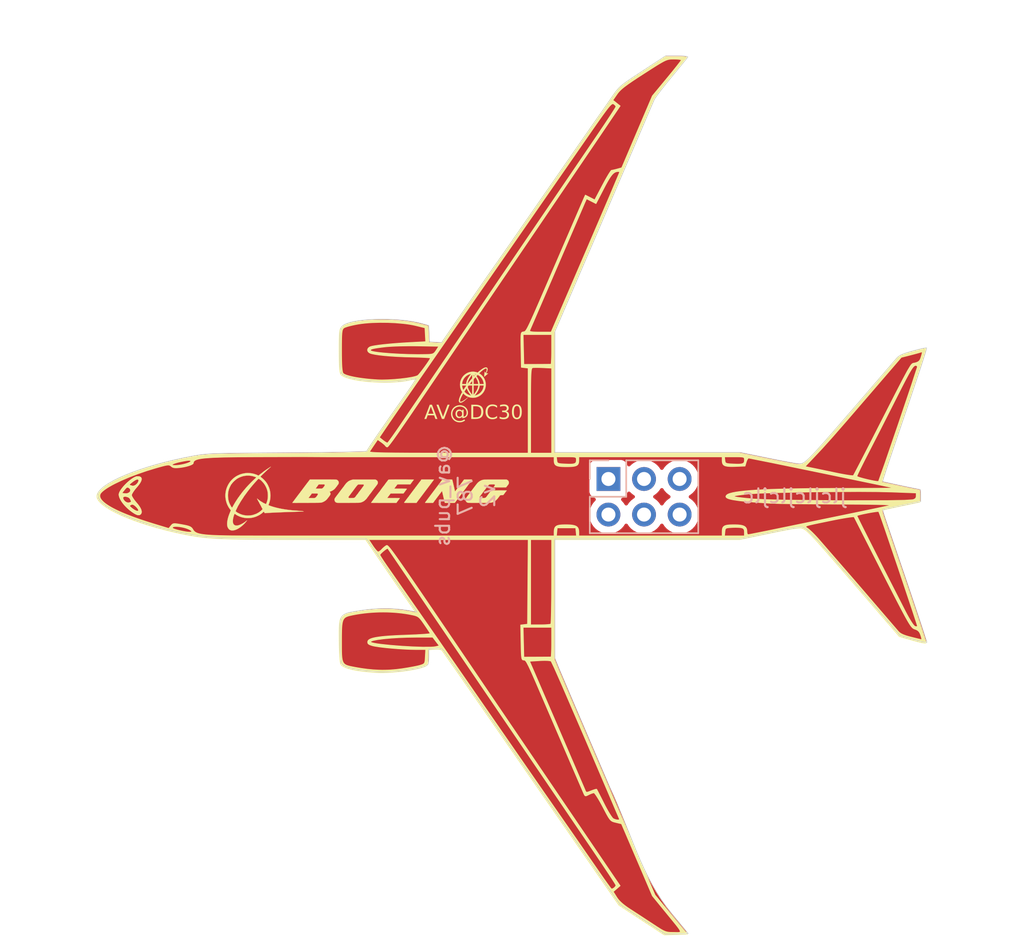
<source format=kicad_pcb>
(kicad_pcb (version 20220621) (generator pcbnew)
  (layers (0 "F.Cu" signal) (31 "B.Cu" signal) (34 "B.Paste" user) (35 "F.Paste" user) (36 "B.SilkS" user "B.Silkscreen") (37 "F.SilkS" user "F.Silkscreen") (38 "B.Mask" user) (39 "F.Mask" user) (44 "Edge.Cuts" user))
  (net 0 "")
  (footprint "Connector_PinHeader_2.54mm:PinHeader_2x03_P2.54mm_Vertical" (layer "B.Cu") (at 140.42 94.9 -90)
    (fp_text reference "REF**" hide)
    (fp_text value "PinHeader_2x03_P2.54mm_Vertical")
    (pad "1" thru_hole rect (at 0 0 270) (size 1.7 1.7) (drill 1) (layers *.Cu *.Mask))
    (pad "2" thru_hole oval (at 2.54 0 270) (size 1.7 1.7) (drill 1) (layers *.Cu *.Mask))
    (pad "3" thru_hole oval (at 0 -2.54 270) (size 1.7 1.7) (drill 1) (layers *.Cu *.Mask))
    (pad "4" thru_hole oval (at 2.54 -2.54 270) (size 1.7 1.7) (drill 1) (layers *.Cu *.Mask))
    (pad "5" thru_hole oval (at 0 -5.08 270) (size 1.7 1.7) (drill 1) (layers *.Cu *.Mask))
    (pad "6" thru_hole oval (at 2.54 -5.08 270) (size 1.7 1.7) (drill 1) (layers *.Cu *.Mask))
  )
  (gr_poly (pts (xy 130.910729 87.598357) (xy 130.910807 87.598466) (xy 130.910964 87.598689) (xy 130.915741 87.605554) (xy 130.916064 87.606024) (xy 130.921213 87.61367) (xy 130.926334 87.621343) (xy 130.931504 87.628981) (xy 130.888684 87.676861) (xy 130.84616 87.72497) (xy 130.833429 87.739557) (xy 130.820796 87.754236) (xy 130.79562 87.783674) (xy 130.79562 87.596967) (xy 130.827281 87.562757) (xy 130.843205 87.545736) (xy 130.859233 87.528808)) (stroke (width 0.01)) (fill solid) (layer "F.SilkS"))
  (gr_poly (pts (xy 133.190939 94.962962) (xy 133.200827 94.968282) (xy 133.210017 94.973507) (xy 133.218561 94.97869) (xy 133.226512 94.983882) (xy 133.23392 94.989134) (xy 133.240839 94.994498) (xy 133.24732 95.000025) (xy 133.253415 95.005766) (xy 133.259176 95.011773) (xy 133.264654 95.018097) (xy 133.269901 95.02479) (xy 133.27497 95.031903) (xy 133.279912 95.039487) (xy 133.284779 95.047595) (xy 133.289623 95.056276) (xy 133.294496 95.065583) (xy 133.300928 95.079619) (xy 133.306225 95.09415) (xy 133.310398 95.109096) (xy 133.313456 95.124375) (xy 133.315408 95.139903) (xy 133.316265 95.155599) (xy 133.316035 95.171381) (xy 133.314729 95.187167) (xy 133.312355 95.202874) (xy 133.308925 95.21842) (xy 133.304446 95.233723) (xy 133.298929 95.248701) (xy 133.292383 95.263272) (xy 133.284818 95.277354) (xy 133.276244 95.290864) (xy 133.26667 95.30372) (xy 133.257988 95.314744) (xy 133.244852 95.331722) (xy 133.212347 95.374276) (xy 133.1949 95.397183) (xy 133.177049 95.420435) (xy 133.160888 95.441316) (xy 133.148512 95.457106) (xy 133.13891 95.469325) (xy 133.130298 95.480479) (xy 133.123619 95.489339) (xy 133.121298 95.492522) (xy 133.119814 95.49467) (xy 133.109688 95.496161) (xy 133.082604 95.497461) (xy 132.984974 95.499402) (xy 132.841756 95.500318) (xy 132.667781 95.500035) (xy 132.220732 95.49775) (xy 132.269273 95.433227) (xy 132.278735 95.420376) (xy 132.287138 95.40836) (xy 132.294494 95.397129) (xy 132.297782 95.391792) (xy 132.300814 95.386632) (xy 132.303589 95.381642) (xy 132.30611 95.376817) (xy 132.308378 95.37215) (xy 132.310395 95.367634) (xy 132.312161 95.363263) (xy 132.313679 95.359031) (xy 132.31495 95.354932) (xy 132.315975 95.350958) (xy 132.316756 95.347104) (xy 132.317295 95.343363) (xy 132.317592 95.339729) (xy 132.317649 95.336196) (xy 132.317469 95.332757) (xy 132.317051 95.329405) (xy 132.316398 95.326135) (xy 132.315511 95.32294) (xy 132.314392 95.319813) (xy 132.313042 95.316749) (xy 132.311463 95.31374) (xy 132.309655 95.310781) (xy 132.307621 95.307865) (xy 132.305363 95.304986) (xy 132.30288 95.302137) (xy 132.300175 95.299312) (xy 132.297121 95.296425) (xy 132.293946 95.293869) (xy 132.290452 95.291625) (xy 132.286441 95.289673) (xy 132.281715 95.287992) (xy 132.276077 95.286563) (xy 132.269329 95.285366) (xy 132.261272 95.284381) (xy 132.240444 95.282966) (xy 132.212009 95.282157) (xy 132.174385 95.281796) (xy 132.12599 95.281723) (xy 132.093864 95.281921) (xy 132.062578 95.282472) (xy 132.032912 95.283335) (xy 132.005645 95.284475) (xy 131.981554 95.285851) (xy 131.96142 95.287427) (xy 131.94602 95.289163) (xy 131.940338 95.29008) (xy 131.936133 95.291023) (xy 131.928093 95.293523) (xy 131.920169 95.296549) (xy 131.912311 95.300146) (xy 131.904464 95.304362) (xy 131.896579 95.309241) (xy 131.888603 95.314832) (xy 131.880484 95.321181) (xy 131.872171 95.328334) (xy 131.863612 95.336338) (xy 131.854754 95.345238) (xy 131.845547 95.355083) (xy 131.835937 95.365918) (xy 131.825875 95.37779) (xy 131.815307 95.390745) (xy 131.804182 95.40483) (xy 131.792448 95.420092) (xy 131.753409 95.4713) (xy 131.739903 95.488894) (xy 131.733005 95.49775) (xy 131.700701 95.540227) (xy 131.63306 95.629969) (xy 131.596489 95.678237) (xy 131.565524 95.718437) (xy 131.553165 95.7342) (xy 131.543432 95.746374) (xy 131.536734 95.754432) (xy 131.534651 95.756754) (xy 131.533479 95.757851) (xy 131.532771 95.758358) (xy 131.532047 95.758952) (xy 131.531313 95.759623) (xy 131.530572 95.760365) (xy 131.529832 95.761172) (xy 131.529097 95.762034) (xy 131.528371 95.762946) (xy 131.527662 95.763899) (xy 131.526973 95.764886) (xy 131.526311 95.765901) (xy 131.52568 95.766935) (xy 131.525085 95.767982) (xy 131.524533 95.769034) (xy 131.524028 95.770083) (xy 131.523576 95.771123) (xy 131.523181 95.772146) (xy 131.522718 95.773278) (xy 131.522065 95.774637) (xy 131.520236 95.777966) (xy 131.51779 95.781987) (xy 131.514823 95.786557) (xy 131.511433 95.79153) (xy 131.507714 95.796762) (xy 131.503765 95.802108) (xy 131.499681 95.807424) (xy 131.448048 95.875505) (xy 131.351956 96.003432) (xy 131.316262 96.051353) (xy 131.301101 96.071964) (xy 131.287613 96.090524) (xy 131.275709 96.107173) (xy 131.265303 96.122048) (xy 131.256305 96.135287) (xy 131.248628 96.147027) (xy 131.242185 96.157408) (xy 131.236885 96.166567) (xy 131.232643 96.174641) (xy 131.22937 96.181769) (xy 131.228069 96.185021) (xy 131.226977 96.188088) (xy 131.226083 96.190987) (xy 131.225376 96.193737) (xy 131.224846 96.196353) (xy 131.224481 96.198853) (xy 131.22427 96.201254) (xy 131.224202 96.203574) (xy 131.224434 96.212854) (xy 131.225279 96.221076) (xy 131.22696 96.228305) (xy 131.229702 96.234602) (xy 131.233729 96.240032) (xy 131.236294 96.24244) (xy 131.239264 96.244655) (xy 131.246531 96.248537) (xy 131.255754 96.251739) (xy 131.267156 96.254324) (xy 131.280963 96.256355) (xy 131.297396 96.257895) (xy 131.316681 96.259008) (xy 131.364699 96.260201) (xy 131.426808 96.260437) (xy 131.474358 96.260253) (xy 131.494621 96.260049) (xy 131.512765 96.259753) (xy 131.528959 96.259349) (xy 131.543371 96.258823) (xy 131.556167 96.258163) (xy 131.567515 96.257354) (xy 131.577584 96.256382) (xy 131.586541 96.255233) (xy 131.594553 96.253893) (xy 131.601789 96.252349) (xy 131.608415 96.250586) (xy 131.6146 96.24859) (xy 131.620512 96.246348) (xy 131.626317 96.243845) (xy 131.63318 96.240533) (xy 131.640096 96.236816) (xy 131.647035 96.232718) (xy 131.653971 96.228262) (xy 131.660877 96.223474) (xy 131.667723 96.218377) (xy 131.674484 96.212996) (xy 131.681131 96.207354) (xy 131.687637 96.201476) (xy 131.693975 96.195385) (xy 131.700116 96.189107) (xy 131.706033 96.182665) (xy 131.711699 96.176083) (xy 131.717085 96.169385) (xy 131.722166 96.162596) (xy 131.726912 96.15574) (xy 131.735384 96.143391) (xy 131.746783 96.127356) (xy 131.774486 96.089452) (xy 131.802273 96.052482) (xy 131.813778 96.037614) (xy 131.822398 96.026899) (xy 131.831938 96.014826) (xy 131.847003 95.995005) (xy 131.865526 95.970184) (xy 131.885439 95.943114) (xy 131.904555 95.917089) (xy 131.920912 95.895115) (xy 131.927513 95.886369) (xy 131.932773 95.879505) (xy 131.936475 95.87481) (xy 131.9384 95.872575) (xy 131.940406 95.870249) (xy 131.944338 95.865296) (xy 131.957047 95.848735) (xy 131.974658 95.825353) (xy 131.995305 95.79761) (xy 132.005989 95.783305) (xy 132.016329 95.769704) (xy 132.026074 95.757122) (xy 132.034969 95.745877) (xy 132.042761 95.736284) (xy 132.049198 95.728658) (xy 132.05183 95.725682) (xy 132.054027 95.723317) (xy 132.055759 95.721601) (xy 132.056995 95.720575) (xy 132.107544 95.718153) (xy 132.234392 95.716223) (xy 132.614607 95.714065) (xy 132.992887 95.714552) (xy 133.117316 95.715928) (xy 133.164481 95.718135) (xy 133.164248 95.719246) (xy 133.163569 95.720863) (xy 133.160986 95.725471) (xy 133.156957 95.731674) (xy 133.151711 95.739188) (xy 133.138469 95.757019) (xy 133.123075 95.776695) (xy 133.107342 95.795947) (xy 133.093084 95.812506) (xy 133.087076 95.819068) (xy 133.082116 95.824106) (xy 133.078431 95.827336) (xy 133.077139 95.828185) (xy 133.07625 95.828476) (xy 133.075852 95.828502) (xy 133.075444 95.828579) (xy 133.075024 95.828706) (xy 133.074596 95.828881) (xy 133.073714 95.829371) (xy 133.072805 95.830039) (xy 133.071876 95.830876) (xy 133.070934 95.831871) (xy 133.069986 95.833014) (xy 133.06904 95.834295) (xy 133.068101 95.835703) (xy 133.067179 95.837229) (xy 133.066279 95.838863) (xy 133.065408 95.840593) (xy 133.064575 95.842411) (xy 133.063786 95.844305) (xy 133.063047 95.846267) (xy 133.062367 95.848284) (xy 133.061135 95.851648) (xy 133.05942 95.855446) (xy 133.054405 95.864538) (xy 133.047049 95.875937) (xy 133.037076 95.890019) (xy 133.024209 95.907161) (xy 133.008174 95.927739) (xy 132.988696 95.952131) (xy 132.965498 95.980712) (xy 132.964206 95.982319) (xy 132.96295 95.983928) (xy 132.961737 95.98553) (xy 132.960573 95.987114) (xy 132.959465 95.98867) (xy 132.958419 95.990187) (xy 132.957442 95.991655) (xy 132.95654 95.993063) (xy 132.95572 95.994401) (xy 132.954988 95.995659) (xy 132.954351 95.996826) (xy 132.953815 95.997893) (xy 132.953386 95.998848) (xy 132.953073 95.999681) (xy 132.95288 96.000382) (xy 132.95283 96.000679) (xy 132.952814 96.00094) (xy 132.952705 96.001536) (xy 132.952384 96.002346) (xy 132.951864 96.003357) (xy 132.951154 96.004553) (xy 132.950265 96.005922) (xy 132.949209 96.007448) (xy 132.946635 96.010919) (xy 132.943519 96.014854) (xy 132.939947 96.01914) (xy 132.936006 96.023665) (xy 132.931781 96.028318) (xy 132.924762 96.035418) (xy 132.921321 96.038356) (xy 132.917732 96.040928) (xy 132.913851 96.043165) (xy 132.909533 96.045099) (xy 132.904634 96.046761) (xy 132.899009 96.048183) (xy 132.892513 96.049396) (xy 132.885002 96.050432) (xy 132.876331 96.051322) (xy 132.866355 96.052097) (xy 132.841911 96.05343) (xy 132.810513 96.054682) (xy 132.793541 96.055406) (xy 132.77767 96.05629) (xy 132.762898 96.057335) (xy 132.749225 96.058541) (xy 132.736651 96.059909) (xy 132.725173 96.061437) (xy 132.714793 96.063127) (xy 132.710013 96.064033) (xy 132.705508 96.064979) (xy 132.701276 96.065966) (xy 132.697318 96.066993) (xy 132.693634 96.06806) (xy 132.690223 96.069168) (xy 132.687086 96.070317) (xy 132.684221 96.071506) (xy 132.681631 96.072735) (xy 132.679313 96.074005) (xy 132.677268 96.075316) (xy 132.675496 96.076668) (xy 132.673997 96.07806) (xy 132.672771 96.079493) (xy 132.671817 96.080966) (xy 132.671136 96.08248) (xy 132.670728 96.084035) (xy 132.670592 96.085631) (xy 132.67036 96.086735) (xy 132.669685 96.088382) (xy 132.667112 96.093155) (xy 132.663096 96.099655) (xy 132.657857 96.107583) (xy 132.6446 96.126543) (xy 132.629116 96.147659) (xy 132.61318 96.168561) (xy 132.598566 96.186874) (xy 132.592309 96.194318) (xy 132.587049 96.200225) (xy 132.583006 96.204299) (xy 132.581511 96.205555) (xy 132.580403 96.206242) (xy 132.580053 96.206408) (xy 132.579708 96.206603) (xy 132.579032 96.207075) (xy 132.578379 96.207649) (xy 132.577753 96.208319) (xy 132.577157 96.209077) (xy 132.576594 96.209915) (xy 132.576068 96.210825) (xy 132.575583 96.211801) (xy 132.575142 96.212834) (xy 132.574748 96.213917) (xy 132.574405 96.215042) (xy 132.574116 96.216202) (xy 132.573886 96.217389) (xy 132.573717 96.218595) (xy 132.573613 96.219813) (xy 132.573578 96.221036) (xy 132.573549 96.221666) (xy 132.573463 96.222334) (xy 132.573128 96.223771) (xy 132.572582 96.225334) (xy 132.571838 96.227007) (xy 132.570906 96.228776) (xy 132.569799 96.230624) (xy 132.568526 96.232538) (xy 132.567101 96.234503) (xy 132.565533 96.236502) (xy 132.563834 96.238522) (xy 132.562016 96.240548) (xy 132.56009 96.242564) (xy 132.558067 96.244556) (xy 132.555958 96.246508) (xy 132.553775 96.248406) (xy 132.551529 96.250234) (xy 132.549283 96.25205) (xy 132.5471 96.253912) (xy 132.544991 96.255807) (xy 132.542968 96.25772) (xy 132.541042 96.259638) (xy 132.539224 96.261547) (xy 132.537525 96.263434) (xy 132.535957 96.265283) (xy 132.534531 96.267083) (xy 132.533259 96.268818) (xy 132.532151 96.270475) (xy 132.53122 96.272041) (xy 132.530476 96.273501) (xy 132.530177 96.274187) (xy 132.52993 96.274842) (xy 132.529735 96.275464) (xy 132.529594 96.27605) (xy 132.529509 96.2766) (xy 132.52948 96.277111) (xy 132.529069 96.278547) (xy 132.527865 96.28072) (xy 132.523265 96.287097) (xy 132.516046 96.295869) (xy 132.506572 96.306668) (xy 132.482326 96.332855) (xy 132.453453 96.362689) (xy 132.422878 96.393199) (xy 132.393528 96.421416) (xy 132.368328 96.44437) (xy 132.358198 96.452945) (xy 132.350203 96.459091) (xy 132.341147 96.46526) (xy 132.330922 96.471821) (xy 132.307591 96.485799) (xy 132.281453 96.500389) (xy 132.253757 96.514953) (xy 132.225747 96.528855) (xy 132.19867 96.541458) (xy 132.173772 96.552125) (xy 132.16253 96.556534) (xy 132.152299 96.56022) (xy 132.133479 96.566514) (xy 132.116753 96.57176) (xy 132.100969 96.576223) (xy 132.084977 96.580165) (xy 132.067625 96.58385) (xy 132.047764 96.587541) (xy 132.02424 96.591501) (xy 131.995905 96.595993) (xy 131.995904 96.595993) (xy 131.995903 96.595993) (xy 131.995903 96.595992) (xy 131.995903 96.595991) (xy 131.724523 96.60147) (xy 131.184927 96.603394) (xy 130.649534 96.601704) (xy 130.390764 96.596341) (xy 130.379215 96.593189) (xy 130.367959 96.589439) (xy 130.357009 96.585115) (xy 130.346378 96.580241) (xy 130.33608 96.574841) (xy 130.326128 96.568937) (xy 130.316535 96.562553) (xy 130.307314 96.555713) (xy 130.298479 96.54844) (xy 130.290042 96.540759) (xy 130.282018 96.532691) (xy 130.27442 96.524261) (xy 130.26726 96.515493) (xy 130.260552 96.506409) (xy 130.25431 96.497034) (xy 130.248547 96.487391) (xy 130.243275 96.477502) (xy 130.238508 96.467393) (xy 130.234261 96.457086) (xy 130.230544 96.446606) (xy 130.227373 96.435974) (xy 130.224761 96.425215) (xy 130.222719 96.414353) (xy 130.221263 96.403411) (xy 130.220405 96.392412) (xy 130.220159 96.38138) (xy 130.220537 96.370339) (xy 130.221553 96.359311) (xy 130.223221 96.348321) (xy 130.225553 96.337392) (xy 130.228563 96.326548) (xy 130.232265 96.315811) (xy 130.23658 96.306859) (xy 130.24425 96.293551) (xy 130.267907 96.256331) (xy 130.299754 96.209069) (xy 130.33631 96.156682) (xy 130.374091 96.10409) (xy 130.409616 96.056208) (xy 130.439402 96.017956) (xy 130.451055 96.003977) (xy 130.459967 95.99425) (xy 130.463355 95.990458) (xy 130.468393 95.984262) (xy 130.474837 95.97599) (xy 130.482441 95.965965) (xy 130.500154 95.941963) (xy 130.519577 95.914862) (xy 130.611253 95.790388) (xy 130.76235 95.589084) (xy 130.917214 95.384736) (xy 131.02019 95.251134) (xy 131.034699 95.233292) (xy 131.049517 95.21591) (xy 131.064623 95.199003) (xy 131.079999 95.18259) (xy 131.095624 95.166686) (xy 131.111479 95.151308) (xy 131.127544 95.136475) (xy 131.1438 95.122201) (xy 131.160226 95.108505) (xy 131.176804 95.095402) (xy 131.193512 95.082911) (xy 131.210332 95.071047) (xy 131.227244 95.059829) (xy 131.244228 95.049271) (xy 131.261265 95.039392) (xy 131.278334 95.030209) (xy 131.293972 95.022232) (xy 131.309209 95.014666) (xy 131.323665 95.007685) (xy 131.336961 95.001463) (xy 131.348716 94.996176) (xy 131.35855 94.991997) (xy 131.366084 94.989101) (xy 131.36887 94.988189) (xy 131.370938 94.987664) (xy 131.374728 94.986828) (xy 131.379213 94.985658) (xy 131.384227 94.984209) (xy 131.389604 94.982533) (xy 131.395178 94.980683) (xy 131.400783 94.978714) (xy 131.406253 94.976679) (xy 131.411421 94.97463) (xy 131.440047 94.96449) (xy 131.476245 94.956704) (xy 131.528954 94.950962) (xy 131.607116 94.946956) (xy 131.719669 94.944378) (xy 131.875556 94.942919) (xy 132.35309 94.942122) (xy 133.151251 94.942122)) (stroke (width 0.01)) (fill solid) (layer "F.SilkS"))
  (gr_poly (pts (xy 120.322919 94.937894) (xy 120.552535 94.93855) (xy 120.728154 94.939853) (xy 120.797946 94.9408) (xy 120.856915 94.941974) (xy 120.905954 94.943395) (xy 120.945954 94.945085) (xy 120.977808 94.947065) (xy 121.002408 94.949357) (xy 121.020646 94.951982) (xy 121.027657 94.953426) (xy 121.033413 94.954961) (xy 121.038025 94.956591) (xy 121.041603 94.958317) (xy 121.04426 94.960142) (xy 121.046107 94.96207) (xy 121.046672 94.962746) (xy 121.047355 94.963429) (xy 121.048148 94.964114) (xy 121.049041 94.964797) (xy 121.050025 94.965472) (xy 121.051091 94.966135) (xy 121.052229 94.966782) (xy 121.05343 94.967408) (xy 121.054686 94.968008) (xy 121.055986 94.968577) (xy 121.057321 94.969112) (xy 121.058682 94.969607) (xy 121.06006 94.970057) (xy 121.061446 94.970459) (xy 121.06283 94.970808) (xy 121.064203 94.971098) (xy 121.065742 94.971553) (xy 121.067614 94.972384) (xy 121.069792 94.973571) (xy 121.072252 94.975093) (xy 121.074967 94.976929) (xy 121.077912 94.979059) (xy 121.081061 94.98146) (xy 121.084389 94.984113) (xy 121.091476 94.990088) (xy 121.098968 94.996818) (xy 121.106659 95.004135) (xy 121.114343 95.011872) (xy 121.123649 95.022057) (xy 121.132187 95.032526) (xy 121.139956 95.043269) (xy 121.146953 95.054276) (xy 121.153175 95.065539) (xy 121.15862 95.077049) (xy 121.163285 95.088796) (xy 121.167167 95.100771) (xy 121.170264 95.112966) (xy 121.172573 95.125371) (xy 121.174092 95.137977) (xy 121.174818 95.150776) (xy 121.174748 95.163757) (xy 121.173879 95.176912) (xy 121.17221 95.190231) (xy 121.169737 95.203707) (xy 121.168571 95.209032) (xy 121.167354 95.214259) (xy 121.166098 95.219359) (xy 121.164811 95.224301) (xy 121.163504 95.229058) (xy 121.162187 95.233599) (xy 121.160868 95.237896) (xy 121.159559 95.241919) (xy 121.158269 95.245639) (xy 121.157008 95.249027) (xy 121.155785 95.252053) (xy 121.15461 95.254688) (xy 121.153494 95.256904) (xy 121.152446 95.25867) (xy 121.151951 95.259375) (xy 121.151476 95.259958) (xy 121.151023 95.260413) (xy 121.150594 95.260738) (xy 121.149726 95.261358) (xy 121.148801 95.262177) (xy 121.147827 95.26318) (xy 121.146811 95.264355) (xy 121.145763 95.265688) (xy 121.14469 95.267166) (xy 121.143601 95.268774) (xy 121.142503 95.270501) (xy 121.141406 95.272331) (xy 121.140318 95.274253) (xy 121.139246 95.276252) (xy 121.1382 95.278315) (xy 121.137187 95.280429) (xy 121.136216 95.28258) (xy 121.135295 95.284754) (xy 121.134433 95.286939) (xy 121.13354 95.289098) (xy 121.132529 95.291196) (xy 121.131413 95.293223) (xy 121.130202 95.295167) (xy 121.128908 95.297018) (xy 121.127542 95.298766) (xy 121.126115 95.300398) (xy 121.124639 95.301905) (xy 121.123125 95.303276) (xy 121.121584 95.304498) (xy 121.120028 95.305563) (xy 121.119247 95.306032) (xy 121.118467 95.306458) (xy 121.117689 95.306839) (xy 121.116913 95.307173) (xy 121.116143 95.30746) (xy 121.115378 95.307698) (xy 121.114621 95.307885) (xy 121.113872 95.30802) (xy 121.113134 95.308102) (xy 121.112408 95.30813) (xy 121.111698 95.30814) (xy 121.11101 95.30817) (xy 121.110344 95.30822) (xy 121.1097 95.308288) (xy 121.10908 95.308375) (xy 121.108483 95.30848) (xy 121.10791 95.308602) (xy 121.107363 95.308742) (xy 121.106841 95.308897) (xy 121.106345 95.309069) (xy 121.105875 95.309256) (xy 121.105433 95.309458) (xy 121.105019 95.309675) (xy 121.104634 95.309905) (xy 121.104277 95.310149) (xy 121.10395 95.310406) (xy 121.103653 95.310676) (xy 121.103387 95.310957) (xy 121.103152 95.31125) (xy 121.10295 95.311554) (xy 121.102779 95.311869) (xy 121.102643 95.312193) (xy 121.102539 95.312527) (xy 121.102471 95.31287) (xy 121.102437 95.313221) (xy 121.102438 95.313581) (xy 121.102476 95.313948) (xy 121.102551 95.314322) (xy 121.102663 95.314702) (xy 121.102812 95.315089) (xy 121.103001 95.315481) (xy 121.103228 95.315878) (xy 121.103425 95.316676) (xy 121.103297 95.317884) (xy 121.102118 95.321453) (xy 121.099793 95.326434) (xy 121.096423 95.332678) (xy 121.086952 95.348358) (xy 121.074515 95.367295) (xy 121.059922 95.388294) (xy 121.043983 95.410157) (xy 121.027506 95.43169) (xy 121.011303 95.451695) (xy 121.003743 95.461098) (xy 120.989838 95.478735) (xy 120.950915 95.528617) (xy 120.939668 95.542714) (xy 120.927378 95.557431) (xy 120.914442 95.572335) (xy 120.901257 95.58699) (xy 120.888221 95.600963) (xy 120.875731 95.61382) (xy 120.864185 95.625127) (xy 120.858891 95.630063) (xy 120.853981 95.634449) (xy 120.840766 95.645564) (xy 120.826528 95.656812) (xy 120.811403 95.668115) (xy 120.795525 95.679393) (xy 120.779032 95.690569) (xy 120.762057 95.701563) (xy 120.744738 95.712297) (xy 120.727209 95.722693) (xy 120.709605 95.732672) (xy 120.692063 95.742155) (xy 120.674718 95.751063) (xy 120.657706 95.759319) (xy 120.641162 95.766843) (xy 120.625221 95.773556) (xy 120.61002 95.779381) (xy 120.595693 95.784239) (xy 120.58249 95.788458) (xy 120.569915 95.792617) (xy 120.558262 95.796607) (xy 120.547826 95.800324) (xy 120.538898 95.803658) (xy 120.531774 95.806504) (xy 120.52898 95.807711) (xy 120.526746 95.808756) (xy 120.52511 95.809624) (xy 120.524109 95.810305) (xy 120.523809 95.810631) (xy 120.52358 95.811026) (xy 120.52342 95.811489) (xy 120.52333 95.812017) (xy 120.523306 95.812608) (xy 120.523349 95.81326) (xy 120.523628 95.814737) (xy 120.524156 95.816431) (xy 120.524924 95.818324) (xy 120.525921 95.8204) (xy 120.527138 95.82264) (xy 120.528564 95.825027) (xy 120.530189 95.827543) (xy 120.532004 95.830172) (xy 120.533999 95.832896) (xy 120.536163 95.835696) (xy 120.538487 95.838556) (xy 120.540961 95.841459) (xy 120.543574 95.844386) (xy 120.551294 95.853474) (xy 120.558276 95.863001) (xy 120.564512 95.872923) (xy 120.569995 95.883197) (xy 120.574716 95.893779) (xy 120.578669 95.904625) (xy 120.581844 95.915692) (xy 120.584236 95.926935) (xy 120.585835 95.938311) (xy 120.586634 95.949776) (xy 120.586626 95.961286) (xy 120.585802 95.972798) (xy 120.584156 95.984268) (xy 120.581678 95.995653) (xy 120.578362 96.006907) (xy 120.5742 96.017988) (xy 120.568551 96.029097) (xy 120.559187 96.044603) (xy 120.531175 96.086364) (xy 120.493873 96.138389) (xy 120.450991 96.195796) (xy 120.406238 96.253705) (xy 120.363325 96.307233) (xy 120.325961 96.351499) (xy 120.31052 96.368633) (xy 120.297856 96.381621) (xy 120.278625 96.399508) (xy 120.258688 96.416807) (xy 120.238085 96.433497) (xy 120.216855 96.449555) (xy 120.19504 96.46496) (xy 120.172677 96.479689) (xy 120.149808 96.493722) (xy 120.126473 96.507035) (xy 120.10271 96.519608) (xy 120.07856 96.531418) (xy 120.054062 96.542443) (xy 120.029257 96.552662) (xy 120.004183 96.562052) (xy 119.978882 96.570592) (xy 119.953393 96.57826) (xy 119.927755 96.585034) (xy 119.927758 96.585031) (xy 119.903771 96.589347) (xy 119.86535 96.592773) (xy 119.711909 96.59749) (xy 119.400848 96.600257) (xy 118.865578 96.602146) (xy 117.861984 96.604856) (xy 117.872476 96.585252) (xy 117.875504 96.580106) (xy 117.879977 96.573213) (xy 117.892453 96.555243) (xy 117.908294 96.533459) (xy 117.925894 96.509979) (xy 117.943644 96.486919) (xy 117.959936 96.466396) (xy 117.973163 96.450527) (xy 117.978124 96.444999) (xy 117.981717 96.441429) (xy 117.982763 96.440462) (xy 117.983833 96.439387) (xy 117.984919 96.438217) (xy 117.986014 96.436961) (xy 117.987109 96.435631) (xy 117.988196 96.43424) (xy 117.989268 96.432797) (xy 117.990318 96.431314) (xy 117.991336 96.429803) (xy 117.992316 96.428275) (xy 117.99325 96.426742) (xy 117.994129 96.425213) (xy 117.994946 96.423702) (xy 117.995694 96.422218) (xy 117.996363 96.420774) (xy 117.996948 96.419381) (xy 117.999439 96.414865) (xy 118.004551 96.40706) (xy 118.011971 96.396395) (xy 118.021389 96.383295) (xy 118.044974 96.351506) (xy 118.072815 96.315114) (xy 118.10152 96.277995) (xy 118.115116 96.260295) (xy 119.019312 96.260295) (xy 119.214935 96.262845) (xy 119.214936 96.262846) (xy 119.291395 96.263995) (xy 119.354964 96.265241) (xy 119.399015 96.266433) (xy 119.411651 96.266962) (xy 119.416922 96.267421) (xy 119.418096 96.267591) (xy 119.419714 96.267508) (xy 119.424159 96.266643) (xy 119.430015 96.264937) (xy 119.437042 96.262504) (xy 119.444997 96.259455) (xy 119.453639 96.255903) (xy 119.472018 96.247737) (xy 119.490245 96.238903) (xy 119.498698 96.234517) (xy 119.506388 96.2303) (xy 119.513074 96.226365) (xy 119.518515 96.222823) (xy 119.522468 96.219789) (xy 119.523811 96.218496) (xy 119.524692 96.217372) (xy 119.525018 96.216869) (xy 119.525361 96.216386) (xy 119.52572 96.215922) (xy 119.526094 96.215478) (xy 119.526483 96.215055) (xy 119.526886 96.214652) (xy 119.5273 96.214271) (xy 119.527727 96.213911) (xy 119.528164 96.213572) (xy 119.528611 96.213256) (xy 119.529067 96.212962) (xy 119.52953 96.21269) (xy 119.530001 96.212442) (xy 119.530478 96.212217) (xy 119.53096 96.212015) (xy 119.531446 96.211837) (xy 119.531935 96.211684) (xy 119.532427 96.211555) (xy 119.532921 96.21145) (xy 119.533415 96.211371) (xy 119.533908 96.211318) (xy 119.5344 96.21129) (xy 119.534891 96.211288) (xy 119.535377 96.211313) (xy 119.53586 96.211364) (xy 119.536338 96.211442) (xy 119.53681 96.211548) (xy 119.537276 96.211681) (xy 119.537733 96.211843) (xy 119.538182 96.212032) (xy 119.538621 96.21225) (xy 119.53905 96.212497) (xy 119.539471 96.212743) (xy 119.539887 96.212956) (xy 119.540296 96.213137) (xy 119.540699 96.213287) (xy 119.541096 96.213406) (xy 119.541485 96.213494) (xy 119.541865 96.213552) (xy 119.542238 96.213581) (xy 119.542601 96.213579) (xy 119.542955 96.213549) (xy 119.543299 96.21349) (xy 119.543632 96.213403) (xy 119.543954 96.213288) (xy 119.544265 96.213146) (xy 119.544563 96.212976) (xy 119.544848 96.21278) (xy 119.545121 96.212558) (xy 119.545379 96.21231) (xy 119.545624 96.212036) (xy 119.545853 96.211737) (xy 119.546067 96.211413) (xy 119.546266 96.211065) (xy 119.546447 96.210694) (xy 119.546612 96.210298) (xy 119.54676 96.20988) (xy 119.54689 96.209439) (xy 119.547001 96.208975) (xy 119.547093 96.20849) (xy 119.547165 96.207983) (xy 119.547218 96.207455) (xy 119.54725 96.206906) (xy 119.54726 96.206337) (xy 119.547355 96.205099) (xy 119.547633 96.203713) (xy 119.548084 96.202194) (xy 119.5487 96.200558) (xy 119.54947 96.198818) (xy 119.550387 96.19699) (xy 119.55144 96.195088) (xy 119.552619 96.193129) (xy 119.553916 96.191126) (xy 119.555322 96.189095) (xy 119.556826 96.187051) (xy 119.55842 96.185008) (xy 119.560094 96.182982) (xy 119.561839 96.180987) (xy 119.563645 96.179039) (xy 119.565504 96.177153) (xy 119.570236 96.172033) (xy 119.576715 96.164328) (xy 119.584651 96.154418) (xy 119.593755 96.142678) (xy 119.603737 96.129489) (xy 119.614308 96.115227) (xy 119.625179 96.100271) (xy 119.63606 96.084999) (xy 119.646327 96.07017) (xy 119.655436 96.056435) (xy 119.663399 96.043739) (xy 119.666955 96.037764) (xy 119.670229 96.032028) (xy 119.673224 96.026525) (xy 119.675939 96.021247) (xy 119.678378 96.016188) (xy 119.680542 96.011341) (xy 119.682432 96.0067) (xy 119.684051 96.002257) (xy 119.685399 95.998005) (xy 119.686478 95.993939) (xy 119.68729 95.99005) (xy 119.687837 95.986333) (xy 119.68812 95.98278) (xy 119.688141 95.979385) (xy 119.687901 95.976141) (xy 119.687402 95.97304) (xy 119.686646 95.970077) (xy 119.685634 95.967244) (xy 119.684368 95.964535) (xy 119.68285 95.961942) (xy 119.68108 95.95946) (xy 119.679062 95.95708) (xy 119.676796 95.954797) (xy 119.674283 95.952603) (xy 119.671527 95.950492) (xy 119.668527 95.948457) (xy 119.659655 95.94313) (xy 119.655134 95.940973) (xy 119.650109 95.939126) (xy 119.644244 95.937569) (xy 119.637203 95.93628) (xy 119.618248 95.934423) (xy 119.590557 95.93339) (xy 119.551443 95.933015) (xy 119.428197 95.933569) (xy 119.251809 95.934784) (xy 119.230593 95.969189) (xy 119.22591 95.976555) (xy 119.220724 95.984307) (xy 119.215209 95.992212) (xy 119.209536 96.000037) (xy 119.203877 96.007551) (xy 119.198404 96.01452) (xy 119.193288 96.020711) (xy 119.188701 96.025893) (xy 119.186595 96.028193) (xy 119.184547 96.030483) (xy 119.18257 96.032749) (xy 119.180672 96.034977) (xy 119.178866 96.037153) (xy 119.177161 96.039262) (xy 119.175568 96.041291) (xy 119.174097 96.043225) (xy 119.17276 96.04505) (xy 119.171567 96.046752) (xy 119.170528 96.048317) (xy 119.169655 96.04973) (xy 119.168957 96.050977) (xy 119.168445 96.052044) (xy 119.168131 96.052918) (xy 119.16805 96.053277) (xy 119.168023 96.053582) (xy 119.167467 96.055207) (xy 119.165838 96.058125) (xy 119.159611 96.067513) (xy 119.149841 96.081093) (xy 119.137022 96.098211) (xy 119.104226 96.140447) (xy 119.065194 96.188993) (xy 119.060084 96.1954) (xy 119.054892 96.202196) (xy 119.049762 96.209174) (xy 119.044838 96.216127) (xy 119.040264 96.222847) (xy 119.036184 96.229127) (xy 119.032742 96.23476) (xy 119.031305 96.237268) (xy 119.030082 96.239537) (xy 119.019312 96.260295) (xy 118.115116 96.260295) (xy 118.12746 96.244225) (xy 118.147786 96.217529) (xy 118.159646 96.20163) (xy 118.189794 96.160467) (xy 118.226838 96.110834) (xy 118.308533 96.003219) (xy 118.37857 95.912913) (xy 118.401039 95.884916) (xy 118.407706 95.877073) (xy 118.410783 95.874044) (xy 118.411172 95.873883) (xy 118.411556 95.873702) (xy 118.412307 95.873285) (xy 118.413033 95.872799) (xy 118.413729 95.87225) (xy 118.414392 95.871643) (xy 118.415018 95.870985) (xy 118.415602 95.870281) (xy 118.416142 95.869537) (xy 118.416633 95.868759) (xy 118.417071 95.867952) (xy 118.417452 95.867122) (xy 118.417772 95.866275) (xy 118.418029 95.865417) (xy 118.418216 95.864553) (xy 118.418332 95.863689) (xy 118.418361 95.863259) (xy 118.418371 95.862831) (xy 118.418878 95.86098) (xy 118.420365 95.857945) (xy 118.426097 95.848583) (xy 118.435191 95.835255) (xy 118.447272 95.818475) (xy 118.461965 95.798752) (xy 118.478894 95.7766) (xy 118.497684 95.75253) (xy 118.51796 95.727053) (xy 118.623957 95.585282) (xy 119.529619 95.585282) (xy 119.530739 95.585799) (xy 119.534026 95.586301) (xy 119.546658 95.587251) (xy 119.593052 95.588864) (xy 119.661715 95.589952) (xy 119.745563 95.590352) (xy 119.961506 95.590352) (xy 120.004851 95.563681) (xy 120.009395 95.560794) (xy 120.014065 95.557653) (xy 120.018826 95.554289) (xy 120.023643 95.550733) (xy 120.028481 95.547015) (xy 120.033304 95.543165) (xy 120.038079 95.539214) (xy 120.042769 95.535193) (xy 120.047341 95.531132) (xy 120.051758 95.527061) (xy 120.055986 95.523012) (xy 120.05999 95.519014) (xy 120.063736 95.515099) (xy 120.067187 95.511296) (xy 120.07031 95.507637) (xy 120.073068 95.504151) (xy 120.092695 95.478352) (xy 120.100268 95.468488) (xy 120.104952 95.462471) (xy 120.11757 95.446368) (xy 120.128815 95.431498) (xy 120.138718 95.417767) (xy 120.14731 95.405084) (xy 120.151124 95.399107) (xy 120.154622 95.393357) (xy 120.157808 95.387822) (xy 120.160686 95.382492) (xy 120.16326 95.377354) (xy 120.165533 95.372398) (xy 120.167509 95.367611) (xy 120.169193 95.362982) (xy 120.170588 95.3585) (xy 120.171699 95.354152) (xy 120.172528 95.349929) (xy 120.173081 95.345817) (xy 120.17336 95.341805) (xy 120.17337 95.337882) (xy 120.173115 95.334037) (xy 120.172598 95.330258) (xy 120.171824 95.326532) (xy 120.170796 95.322849) (xy 120.169518 95.319198) (xy 120.167995 95.315566) (xy 120.16623 95.311942) (xy 120.164226 95.308315) (xy 120.161989 95.304673) (xy 120.159521 95.301004) (xy 120.154485 95.294498) (xy 120.151598 95.291864) (xy 120.148047 95.289606) (xy 120.143517 95.287697) (xy 120.137694 95.28611) (xy 120.130264 95.284819) (xy 120.120912 95.283795) (xy 120.095189 95.282443) (xy 120.05801 95.281836) (xy 119.939232 95.281994) (xy 119.897813 95.28229) (xy 119.859246 95.282803) (xy 119.824367 95.283506) (xy 119.794018 95.28437) (xy 119.769036 95.285367) (xy 119.75026 95.28647) (xy 119.743462 95.287052) (xy 119.738531 95.287649) (xy 119.73557 95.288259) (xy 119.734862 95.288567) (xy 119.734686 95.288877) (xy 119.734881 95.290003) (xy 119.734865 95.29135) (xy 119.734649 95.292903) (xy 119.734245 95.294642) (xy 119.733665 95.29655) (xy 119.732922 95.29861) (xy 119.730992 95.303111) (xy 119.728552 95.308003) (xy 119.725698 95.313144) (xy 119.722526 95.31839) (xy 119.719133 95.323599) (xy 119.715614 95.328628) (xy 119.712067 95.333335) (xy 119.708587 95.337576) (xy 119.705271 95.341211) (xy 119.702215 95.344094) (xy 119.700814 95.34521) (xy 119.699515 95.346085) (xy 119.698329 95.346701) (xy 119.697268 95.34704) (xy 119.696345 95.347085) (xy 119.69557 95.346817) (xy 119.695201 95.346606) (xy 119.694837 95.346432) (xy 119.694478 95.346295) (xy 119.694124 95.346193) (xy 119.693776 95.346126) (xy 119.693435 95.346094) (xy 119.693101 95.346096) (xy 119.692774 95.346132) (xy 119.692456 95.3462) (xy 119.692145 95.346301) (xy 119.691844 95.346434) (xy 119.691552 95.346598) (xy 119.691269 95.346793) (xy 119.690997 95.347017) (xy 119.690735 95.347272) (xy 119.690485 95.347555) (xy 119.690246 95.347867) (xy 119.690019 95.348207) (xy 119.689805 95.348574) (xy 119.689604 95.348968) (xy 119.689416 95.349388) (xy 119.689242 95.349834) (xy 119.688938 95.350801) (xy 119.688695 95.351863) (xy 119.688517 95.353016) (xy 119.688407 95.354257) (xy 119.68837 95.35558) (xy 119.688198 95.357131) (xy 119.687695 95.35904) (xy 119.686876 95.36128) (xy 119.68576 95.363825) (xy 119.684363 95.366647) (xy 119.682702 95.369719) (xy 119.680793 95.373015) (xy 119.678655 95.376506) (xy 119.673755 95.38397) (xy 119.668139 95.391895) (xy 119.661941 95.400065) (xy 119.655297 95.408263) (xy 119.639335 95.42815) (xy 119.620141 95.453331) (xy 119.599366 95.481479) (xy 119.578664 95.510268) (xy 119.559686 95.53737) (xy 119.544084 95.560458) (xy 119.533512 95.577204) (xy 119.530628 95.582472) (xy 119.52962 95.585282) (xy 119.529619 95.585282) (xy 118.623957 95.585282) (xy 118.663531 95.532352) (xy 118.768286 95.392203) (xy 118.805561 95.342667) (xy 118.825675 95.316275) (xy 118.838213 95.300028) (xy 118.854863 95.27811) (xy 118.891816 95.228754) (xy 118.908057 95.206904) (xy 118.921804 95.188564) (xy 118.933414 95.173282) (xy 118.943239 95.160609) (xy 118.951635 95.150093) (xy 118.958956 95.141283) (xy 118.965556 95.133728) (xy 118.971791 95.126976) (xy 118.972914 95.125755) (xy 118.974006 95.124493) (xy 118.97506 95.1232) (xy 118.976072 95.121886) (xy 118.977035 95.12056) (xy 118.977944 95.119233) (xy 118.978793 95.117914) (xy 118.979577 95.116612) (xy 118.98029 95.115338) (xy 118.980926 95.114101) (xy 118.98148 95.112911) (xy 118.981945 95.111778) (xy 118.982317 95.110711) (xy 118.98259 95.10972) (xy 118.982758 95.108815) (xy 118.982801 95.108397) (xy 118.982815 95.108005) (xy 118.982844 95.107606) (xy 118.98293 95.10717) (xy 118.983265 95.106189) (xy 118.983811 95.105076) (xy 118.984555 95.103842) (xy 118.985486 95.1025) (xy 118.986594 95.101062) (xy 118.987866 95.09954) (xy 118.989292 95.097946) (xy 118.990859 95.096293) (xy 118.992558 95.094593) (xy 118.994376 95.092858) (xy 118.996302 95.091101) (xy 118.998325 95.089333) (xy 119.000434 95.087568) (xy 119.002617 95.085816) (xy 119.004863 95.084092) (xy 119.007109 95.08235) (xy 119.009292 95.080549) (xy 119.011401 95.078702) (xy 119.013424 95.076824) (xy 119.01535 95.074929) (xy 119.017168 95.07303) (xy 119.018867 95.071142) (xy 119.020435 95.069277) (xy 119.02186 95.067451) (xy 119.023133 95.065678) (xy 119.02424 95.06397) (xy 119.025172 95.062343) (xy 119.025916 95.060809) (xy 119.026214 95.060082) (xy 119.026462 95.059383) (xy 119.026656 95.058715) (xy 119.026797 95.05808) (xy 119.026883 95.057478) (xy 119.026912 95.056912) (xy 119.027029 95.055697) (xy 119.027374 95.054255) (xy 119.027936 95.052605) (xy 119.028701 95.050766) (xy 119.029659 95.048755) (xy 119.030799 95.046592) (xy 119.032107 95.044295) (xy 119.033574 95.041883) (xy 119.035186 95.039374) (xy 119.036934 95.036787) (xy 119.038804 95.03414) (xy 119.040785 95.031452) (xy 119.042866 95.028743) (xy 119.045035 95.026029) (xy 119.047281 95.02333) (xy 119.049591 95.020665) (xy 119.06017 95.008453) (xy 119.072208 94.994147) (xy 119.084223 94.979527) (xy 119.094735 94.966376) (xy 119.117199 94.937713) (xy 120.032171 94.937713)) (stroke (width 0.01)) (fill solid) (layer "F.SilkS"))
  (gr_poly (pts (xy 126.252338 94.939637) (xy 126.455327 94.943427) (xy 126.532259 94.948732) (xy 126.532076 94.950056) (xy 126.531539 94.951736) (xy 126.530666 94.953745) (xy 126.529475 94.95606) (xy 126.527984 94.958654) (xy 126.526212 94.961502) (xy 126.524177 94.964579) (xy 126.521896 94.967858) (xy 126.516669 94.974925) (xy 126.510678 94.982499) (xy 126.504067 94.990376) (xy 126.49698 94.998354) (xy 126.493387 95.002323) (xy 126.489894 95.006255) (xy 126.483282 95.013913) (xy 126.4802 95.017592) (xy 126.477291 95.021139) (xy 126.474573 95.024532) (xy 126.472065 95.027746) (xy 126.469784 95.030758) (xy 126.467748 95.033545) (xy 126.465976 95.036083) (xy 126.464486 95.038348) (xy 126.463295 95.040318) (xy 126.462422 95.041967) (xy 126.461885 95.043274) (xy 126.461748 95.043791) (xy 126.461702 95.044214) (xy 126.461685 95.044596) (xy 126.461637 95.044991) (xy 126.461556 95.045399) (xy 126.461445 95.045818) (xy 126.461133 95.046687) (xy 126.460708 95.047592) (xy 126.460175 95.048525) (xy 126.459542 95.049478) (xy 126.458815 95.050445) (xy 126.458 95.051418) (xy 126.457104 95.052389) (xy 126.456133 95.053352) (xy 126.455094 95.054298) (xy 126.453993 95.055221) (xy 126.452837 95.056114) (xy 126.451631 95.056968) (xy 126.450384 95.057777) (xy 126.4491 95.058534) (xy 126.447816 95.059289) (xy 126.446567 95.060096) (xy 126.445361 95.060946) (xy 126.444203 95.061833) (xy 126.443101 95.062749) (xy 126.44206 95.063687) (xy 126.441087 95.06464) (xy 126.440189 95.0656) (xy 126.439372 95.066561) (xy 126.438644 95.067515) (xy 126.438009 95.068454) (xy 126.437475 95.069373) (xy 126.437248 95.069821) (xy 126.437048 95.070262) (xy 126.436877 95.070694) (xy 126.436736 95.071116) (xy 126.436624 95.071527) (xy 126.436543 95.071926) (xy 126.436494 95.072312) (xy 126.436478 95.072686) (xy 126.436099 95.074669) (xy 126.43501 95.077428) (xy 126.433264 95.080886) (xy 126.430917 95.084969) (xy 126.428024 95.089602) (xy 126.42464 95.094708) (xy 126.416619 95.106044) (xy 126.407296 95.118374) (xy 126.39711 95.131099) (xy 126.386502 95.143616) (xy 126.375912 95.155324) (xy 126.373914 95.157478) (xy 126.371975 95.15962) (xy 126.370107 95.161736) (xy 126.368318 95.163812) (xy 126.36662 95.165837) (xy 126.36502 95.167797) (xy 126.363531 95.169678) (xy 126.362161 95.171468) (xy 126.36092 95.173154) (xy 126.359818 95.174722) (xy 126.358865 95.176159) (xy 126.35807 95.177452) (xy 126.357444 95.178589) (xy 126.356997 95.179555) (xy 126.356843 95.17997) (xy 126.356738 95.180337) (xy 126.356682 95.180656) (xy 126.356677 95.180924) (xy 126.356624 95.181525) (xy 126.356388 95.182352) (xy 126.355977 95.183389) (xy 126.355401 95.184621) (xy 126.353789 95.187617) (xy 126.351624 95.19122) (xy 126.34898 95.195316) (xy 126.34593 95.199787) (xy 126.342547 95.204516) (xy 126.338902 95.209386) (xy 126.302376 95.257409) (xy 126.284033 95.281663) (xy 125.826062 95.281663) (xy 125.678219 95.281716) (xy 125.617948 95.281818) (xy 125.56592 95.282002) (xy 125.521491 95.282292) (xy 125.484019 95.282713) (xy 125.467691 95.282979) (xy 125.452861 95.283286) (xy 125.439448 95.283638) (xy 125.427373 95.284038) (xy 125.416555 95.284487) (xy 125.406913 95.28499) (xy 125.398368 95.28555) (xy 125.390838 95.286168) (xy 125.384243 95.286849) (xy 125.378504 95.287595) (xy 125.373539 95.28841) (xy 125.369269 95.289295) (xy 125.365612 95.290255) (xy 125.362489 95.291292) (xy 125.359819 95.292409) (xy 125.357522 95.293609) (xy 125.355517 95.294896) (xy 125.353724 95.296271) (xy 125.352063 95.297739) (xy 125.350453 95.299301) (xy 125.348656 95.301142) (xy 125.34691 95.303016) (xy 125.345223 95.30491) (xy 125.343605 95.306812) (xy 125.342064 95.308707) (xy 125.340609 95.310583) (xy 125.33925 95.312425) (xy 125.337996 95.314221) (xy 125.336856 95.315958) (xy 125.335838 95.317621) (xy 125.334952 95.319199) (xy 125.334207 95.320676) (xy 125.333611 95.322041) (xy 125.333175 95.323279) (xy 125.333019 95.323846) (xy 125.332906 95.324377) (xy 125.332838 95.32487) (xy 125.332815 95.325322) (xy 125.332795 95.325763) (xy 125.332735 95.326221) (xy 125.332636 95.326694) (xy 125.3325 95.327182) (xy 125.332118 95.328197) (xy 125.331597 95.329258) (xy 125.330945 95.330355) (xy 125.330169 95.33148) (xy 125.329279 95.332624) (xy 125.328281 95.333778) (xy 125.327183 95.334935) (xy 125.325994 95.336084) (xy 125.324722 95.337217) (xy 125.323373 95.338326) (xy 125.321957 95.339401) (xy 125.320481 95.340434) (xy 125.318953 95.341417) (xy 125.317381 95.34234) (xy 125.315824 95.34325) (xy 125.314344 95.344193) (xy 125.312944 95.345161) (xy 125.311633 95.346148) (xy 125.310415 95.347145) (xy 125.309298 95.348146) (xy 125.308288 95.349143) (xy 125.307392 95.350129) (xy 125.306987 95.350616) (xy 125.306614 95.351097) (xy 125.306272 95.351571) (xy 125.305962 95.352038) (xy 125.305686 95.352497) (xy 125.305443 95.352946) (xy 125.305235 95.353385) (xy 125.305062 95.353814) (xy 125.304925 95.35423) (xy 125.304826 95.354633) (xy 125.304764 95.355022) (xy 125.30474 95.355397) (xy 125.304756 95.355756) (xy 125.304812 95.356098) (xy 125.30491 95.356422) (xy 125.305048 95.356729) (xy 125.305169 95.357072) (xy 125.305211 95.357505) (xy 125.305068 95.358634) (xy 125.304634 95.360094) (xy 125.303921 95.361862) (xy 125.302944 95.363918) (xy 125.301715 95.366239) (xy 125.300249 95.368803) (xy 125.298559 95.371589) (xy 125.294561 95.377739) (xy 125.28983 95.384514) (xy 125.284474 95.391739) (xy 125.278602 95.399241) (xy 125.262233 95.419754) (xy 125.24668 95.439553) (xy 125.231874 95.458729) (xy 125.217748 95.477373) (xy 125.204232 95.495577) (xy 125.191259 95.51343) (xy 125.17876 95.531025) (xy 125.166666 95.548452) (xy 125.137939 95.590344) (xy 125.588155 95.590344) (xy 125.692412 95.590486) (xy 125.783269 95.59091) (xy 125.860573 95.591613) (xy 125.924168 95.592592) (xy 125.973899 95.593844) (xy 126.009613 95.595366) (xy 126.022165 95.596227) (xy 126.031155 95.597154) (xy 126.036563 95.598148) (xy 126.037918 95.598669) (xy 126.03837 95.599207) (xy 126.037734 95.600955) (xy 126.035871 95.604313) (xy 126.028708 95.615506) (xy 126.002401 95.653334) (xy 125.963467 95.707052) (xy 125.915923 95.771022) (xy 125.793477 95.933975) (xy 125.336045 95.933625) (xy 124.878614 95.933274) (xy 124.75671 96.093376) (xy 124.732292 96.125607) (xy 124.709648 96.15581) (xy 124.689263 96.183317) (xy 124.671623 96.207455) (xy 124.657215 96.227554) (xy 124.646525 96.242943) (xy 124.642725 96.248662) (xy 124.640037 96.252952) (xy 124.638522 96.255729) (xy 124.638223 96.256524) (xy 124.638239 96.25691) (xy 124.674468 96.258276) (xy 124.770575 96.259463) (xy 125.083925 96.26079) (xy 125.256003 96.261546) (xy 125.397606 96.263273) (xy 125.452396 96.264421) (xy 125.49407 96.265715) (xy 125.520795 96.267123) (xy 125.527978 96.26786) (xy 125.530737 96.268614) (xy 125.530948 96.269018) (xy 125.531111 96.26947) (xy 125.531227 96.269966) (xy 125.531297 96.270506) (xy 125.531301 96.27171) (xy 125.53113 96.273066) (xy 125.530791 96.274561) (xy 125.53029 96.27618) (xy 125.529634 96.27791) (xy 125.528829 96.279736) (xy 125.527883 96.281644) (xy 125.526801 96.28362) (xy 125.525591 96.28565) (xy 125.524258 96.28772) (xy 125.52281 96.289816) (xy 125.521253 96.291923) (xy 125.519594 96.294028) (xy 125.51784 96.296117) (xy 125.516062 96.298195) (xy 125.514334 96.300269) (xy 125.512664 96.302327) (xy 125.511063 96.304354) (xy 125.509538 96.306339) (xy 125.508098 96.308268) (xy 125.506754 96.310127) (xy 125.505512 96.311905) (xy 125.504384 96.313587) (xy 125.503376 96.315161) (xy 125.5025 96.316614) (xy 125.501762 96.317932) (xy 125.501173 96.319103) (xy 125.500741 96.320113) (xy 125.500475 96.320949) (xy 125.500407 96.321298) (xy 125.500385 96.321599) (xy 125.500282 96.322259) (xy 125.49998 96.323123) (xy 125.499489 96.324178) (xy 125.498819 96.325411) (xy 125.49798 96.326806) (xy 125.496984 96.328351) (xy 125.494556 96.331831) (xy 125.491616 96.335739) (xy 125.488246 96.339964) (xy 125.484527 96.344392) (xy 125.480541 96.348912) (xy 125.47603 96.354096) (xy 125.470807 96.360426) (xy 125.465058 96.367657) (xy 125.458972 96.375543) (xy 125.452734 96.383839) (xy 125.446531 96.3923) (xy 125.440551 96.40068) (xy 125.43498 96.408734) (xy 125.432288 96.412634) (xy 125.429529 96.416507) (xy 125.426724 96.42033) (xy 125.423892 96.42408) (xy 125.421055 96.427734) (xy 125.418233 96.431266) (xy 125.415446 96.434654) (xy 125.412714 96.437875) (xy 125.410057 96.440904) (xy 125.407497 96.443719) (xy 125.405054 96.446294) (xy 125.402747 96.448608) (xy 125.400597 96.450636) (xy 125.398624 96.452354) (xy 125.39685 96.45374) (xy 125.395293 96.454769) (xy 125.394586 96.455188) (xy 125.393904 96.455602) (xy 125.393249 96.456012) (xy 125.392621 96.456415) (xy 125.392019 96.456813) (xy 125.391446 96.457203) (xy 125.390901 96.457587) (xy 125.390384 96.457962) (xy 125.389897 96.458329) (xy 125.38944 96.458687) (xy 125.389012 96.459035) (xy 125.388615 96.459374) (xy 125.38825 96.459702) (xy 125.387916 96.460019) (xy 125.387614 96.460324) (xy 125.387344 96.460617) (xy 125.387108 96.460897) (xy 125.386905 96.461164) (xy 125.386736 96.461417) (xy 125.386602 96.461656) (xy 125.386502 96.46188) (xy 125.386438 96.462089) (xy 125.386419 96.462187) (xy 125.38641 96.462281) (xy 125.386409 96.462372) (xy 125.386418 96.462458) (xy 125.386436 96.462539) (xy 125.386463 96.462617) (xy 125.3865 96.46269) (xy 125.386545 96.462758) (xy 125.386601 96.462822) (xy 125.386666 96.462881) (xy 125.38674 96.462936) (xy 125.386824 96.462986) (xy 125.386918 96.463031) (xy 125.387021 96.463072) (xy 125.387258 96.463137) (xy 125.387534 96.463183) (xy 125.38785 96.463208) (xy 125.388168 96.463242) (xy 125.388449 96.463315) (xy 125.388694 96.463427) (xy 125.388902 96.463577) (xy 125.389075 96.463763) (xy 125.389213 96.463984) (xy 125.389315 96.46424) (xy 125.389383 96.46453) (xy 125.389417 96.464852) (xy 125.389417 96.465205) (xy 125.389318 96.466003) (xy 125.389088 96.466914) (xy 125.388731 96.467931) (xy 125.388251 96.469046) (xy 125.387649 96.47025) (xy 125.38693 96.471536) (xy 125.386097 96.472896) (xy 125.385152 96.474322) (xy 125.3841 96.475804) (xy 125.382942 96.477337) (xy 125.381683 96.47891) (xy 125.373588 96.489253) (xy 125.360932 96.506003) (xy 125.345449 96.526846) (xy 125.32887 96.549466) (xy 125.288752 96.60458) (xy 124.38474 96.60458) (xy 124.033735 96.604059) (xy 123.746299 96.602638) (xy 123.552089 96.600535) (xy 123.499211 96.599295) (xy 123.480762 96.597966) (xy 123.481064 96.596903) (xy 123.481945 96.595107) (xy 123.485326 96.589482) (xy 123.490666 96.581425) (xy 123.497729 96.571273) (xy 123.506278 96.559357) (xy 123.516076 96.546015) (xy 123.526888 96.531579) (xy 123.538475 96.516385) (xy 123.562407 96.485049) (xy 123.584927 96.455143) (xy 123.603506 96.430054) (xy 123.610527 96.420375) (xy 123.615613 96.41317) (xy 123.659504 96.352087) (xy 123.724826 96.26433) (xy 123.886526 96.051966) (xy 124.034236 95.862426) (xy 124.082071 95.803199) (xy 124.095849 95.787193) (xy 124.101481 95.782058) (xy 124.102284 95.782527) (xy 124.102658 95.782724) (xy 124.103012 95.782897) (xy 124.103347 95.783045) (xy 124.103663 95.78317) (xy 124.103959 95.78327) (xy 124.104235 95.783347) (xy 124.104491 95.7834) (xy 124.104727 95.78343) (xy 124.104942 95.783436) (xy 124.105137 95.783421) (xy 124.105311 95.783382) (xy 124.105464 95.783321) (xy 124.105596 95.783238) (xy 124.105706 95.783133) (xy 124.105795 95.783006) (xy 124.105863 95.782858) (xy 124.105908 95.782688) (xy 124.105931 95.782498) (xy 124.105932 95.782286) (xy 124.10591 95.782054) (xy 124.105866 95.781802) (xy 124.105799 95.781529) (xy 124.105709 95.781236) (xy 124.105595 95.780924) (xy 124.105458 95.780592) (xy 124.105298 95.780241) (xy 124.105113 95.779871) (xy 124.104905 95.779481) (xy 124.104416 95.778647) (xy 124.10691 95.77248) (xy 124.115821 95.757998) (xy 124.149438 95.708765) (xy 124.19836 95.640301) (xy 124.25568 95.561956) (xy 124.314491 95.48308) (xy 124.367886 95.413026) (xy 124.408958 95.361144) (xy 124.422714 95.344939) (xy 124.430799 95.336784) (xy 124.43154 95.336219) (xy 124.432256 95.335661) (xy 124.432945 95.335111) (xy 124.433607 95.334569) (xy 124.434242 95.334037) (xy 124.434849 95.333515) (xy 124.435428 95.333003) (xy 124.435977 95.332503) (xy 124.436497 95.332015) (xy 124.436987 95.33154) (xy 124.437447 95.331078) (xy 124.437875 95.330631) (xy 124.438272 95.330198) (xy 124.438636 95.329781) (xy 124.438968 95.329381) (xy 124.439267 95.328997) (xy 124.439532 95.328632) (xy 124.439762 95.328285) (xy 124.439958 95.327957) (xy 124.440118 95.327649) (xy 124.440243 95.327361) (xy 124.440331 95.327095) (xy 124.440382 95.326851) (xy 124.440395 95.326629) (xy 124.440388 95.326527) (xy 124.440371 95.326431) (xy 124.440345 95.326341) (xy 124.440308 95.326257) (xy 124.440262 95.326179) (xy 124.440206 95.326108) (xy 124.440141 95.326043) (xy 124.440065 95.325984) (xy 124.439979 95.325932) (xy 124.439883 95.325887) (xy 124.439661 95.325817) (xy 124.439397 95.325774) (xy 124.439092 95.325759) (xy 124.438957 95.325052) (xy 124.43987 95.32299) (xy 124.444582 95.315147) (xy 124.463731 95.287042) (xy 124.492385 95.247043) (xy 124.526389 95.20075) (xy 124.561591 95.153761) (xy 124.593836 95.111676) (xy 124.61897 95.080094) (xy 124.627572 95.069991) (xy 124.632838 95.064614) (xy 124.634067 95.06358) (xy 124.635261 95.062505) (xy 124.636414 95.061397) (xy 124.637521 95.060264) (xy 124.638575 95.059115) (xy 124.639569 95.057959) (xy 124.640498 95.056804) (xy 124.641356 95.055659) (xy 124.642135 95.054533) (xy 124.642831 95.053433) (xy 124.643437 95.052369) (xy 124.643947 95.051349) (xy 124.644354 95.050382) (xy 124.644652 95.049476) (xy 124.644759 95.049049) (xy 124.644836 95.048641) (xy 124.644882 95.048252) (xy 124.644898 95.047883) (xy 124.645069 95.0469) (xy 124.64557 95.045547) (xy 124.647486 95.041829) (xy 124.650501 95.036914) (xy 124.654467 95.030988) (xy 124.664671 95.016848) (xy 124.676925 95.000896) (xy 124.690057 94.984621) (xy 124.702895 94.96951) (xy 124.708838 94.962855) (xy 124.714269 94.957049) (xy 124.71904 94.952279) (xy 124.723005 94.948729) (xy 124.806413 94.943424) (xy 125.014028 94.939635) (xy 125.635034 94.936605)) (stroke (width 0.01)) (fill solid) (layer "F.SilkS"))
  (gr_poly (pts (xy 127.695399 94.938061) (xy 127.838045 94.939007) (xy 127.934428 94.940408) (xy 127.960671 94.941234) (xy 127.9675 94.94167) (xy 127.969827 94.942119) (xy 127.886627 95.055478) (xy 127.701917 95.302495) (xy 127.513035 95.553431) (xy 127.417319 95.678546) (xy 127.333644 95.788927) (xy 127.148817 96.035734) (xy 127.047906 96.170331) (xy 126.963023 96.282541) (xy 126.903086 96.360645) (xy 126.88526 96.383244) (xy 126.877016 96.392922) (xy 126.875484 96.394315) (xy 126.873978 96.395759) (xy 126.872506 96.397242) (xy 126.871077 96.398754) (xy 126.869698 96.400282) (xy 126.868379 96.401816) (xy 126.867128 96.403344) (xy 126.865954 96.404855) (xy 126.864866 96.406338) (xy 126.86387 96.407781) (xy 126.862978 96.409173) (xy 126.862196 96.410502) (xy 126.861534 96.411758) (xy 126.860999 96.412928) (xy 126.860601 96.414003) (xy 126.860348 96.41497) (xy 126.860022 96.416051) (xy 126.859408 96.417462) (xy 126.858523 96.419178) (xy 126.857383 96.421178) (xy 126.854398 96.425938) (xy 126.850581 96.431562) (xy 126.846057 96.437867) (xy 126.840954 96.444674) (xy 126.835398 96.451801) (xy 126.829515 96.459067) (xy 126.822884 96.467279) (xy 126.815186 96.477114) (xy 126.797692 96.500174) (xy 126.779247 96.52528) (xy 126.762065 96.549466) (xy 126.723729 96.604589) (xy 126.284555 96.604589) (xy 126.180785 96.604447) (xy 126.090962 96.604021) (xy 126.014993 96.603309) (xy 125.952785 96.602309) (xy 125.904244 96.601019) (xy 125.869278 96.599437) (xy 125.856856 96.598535) (xy 125.847793 96.59756) (xy 125.842077 96.596511) (xy 125.84047 96.595959) (xy 125.839696 96.595388) (xy 125.838987 96.59374) (xy 125.838719 96.591754) (xy 125.838915 96.589391) (xy 125.839597 96.586615) (xy 125.84079 96.583389) (xy 125.842515 96.579676) (xy 125.844796 96.575438) (xy 125.847656 96.570639) (xy 125.851118 96.565241) (xy 125.855205 96.559208) (xy 125.865345 96.545084) (xy 125.878262 96.527972) (xy 125.894138 96.507575) (xy 125.933239 96.455485) (xy 126.012636 96.348825) (xy 126.055879 96.291077) (xy 126.093718 96.241416) (xy 126.109336 96.221272) (xy 126.122074 96.205135) (xy 126.131423 96.193666) (xy 126.134667 96.189888) (xy 126.136873 96.187526) (xy 126.138518 96.185875) (xy 126.140117 96.184184) (xy 126.141661 96.182465) (xy 126.143143 96.180731) (xy 126.144554 96.178994) (xy 126.145886 96.177267) (xy 126.14713 96.175563) (xy 126.148278 96.173893) (xy 126.149322 96.17227) (xy 126.150254 96.170706) (xy 126.151065 96.169215) (xy 126.151747 96.167808) (xy 126.152292 96.166498) (xy 126.152692 96.165297) (xy 126.152834 96.164741) (xy 126.152937 96.164217) (xy 126.153 96.163727) (xy 126.153021 96.163272) (xy 126.153039 96.162838) (xy 126.15309 96.162409) (xy 126.153174 96.161986) (xy 126.153291 96.16157) (xy 126.15344 96.161161) (xy 126.153619 96.16076) (xy 126.153827 96.160366) (xy 126.154065 96.159982) (xy 126.154331 96.159607) (xy 126.154624 96.159241) (xy 126.155288 96.158543) (xy 126.156052 96.15789) (xy 126.156907 96.157287) (xy 126.157848 96.156739) (xy 126.158867 96.15625) (xy 126.159958 96.155824) (xy 126.161114 96.155466) (xy 126.162328 96.15518) (xy 126.163593 96.15497) (xy 126.164903 96.154841) (xy 126.166251 96.154797) (xy 126.166929 96.154779) (xy 126.167598 96.154725) (xy 126.168258 96.154637) (xy 126.168908 96.154515) (xy 126.169546 96.15436) (xy 126.170173 96.154173) (xy 126.170787 96.153955) (xy 126.171387 96.153706) (xy 126.171973 96.153429) (xy 126.172543 96.153123) (xy 126.173097 96.152789) (xy 126.173634 96.152429) (xy 126.174153 96.152042) (xy 126.174653 96.151631) (xy 126.175133 96.151196) (xy 126.175594 96.150738) (xy 126.176032 96.150257) (xy 126.176449 96.149755) (xy 126.176843 96.149233) (xy 126.177212 96.14869) (xy 126.177557 96.14813) (xy 126.177877 96.147551) (xy 126.17817 96.146955) (xy 126.178436 96.146344) (xy 126.178674 96.145717) (xy 126.178883 96.145076) (xy 126.179062 96.144421) (xy 126.17921 96.143754) (xy 126.179327 96.143076) (xy 126.179411 96.142386) (xy 126.179463 96.141687) (xy 126.17948 96.140979) (xy 126.179834 96.138316) (xy 126.180861 96.134899) (xy 126.182509 96.130806) (xy 126.184726 96.126119) (xy 126.18746 96.120917) (xy 126.190659 96.11528) (xy 126.194272 96.109288) (xy 126.198246 96.103022) (xy 126.20707 96.089987) (xy 126.216715 96.076815) (xy 126.221715 96.070378) (xy 126.226765 96.064147) (xy 126.231813 96.058203) (xy 126.236806 96.052624) (xy 126.238937 96.050211) (xy 126.241622 96.04701) (xy 126.244751 96.04316) (xy 126.248216 96.038798) (xy 126.25572 96.029091) (xy 126.263264 96.018993) (xy 126.317932 95.945061) (xy 126.365556 95.881394) (xy 126.39087 95.847687) (xy 126.428206 95.797609) (xy 126.446757 95.772809) (xy 126.463336 95.75092) (xy 126.476132 95.734313) (xy 126.480547 95.728731) (xy 126.483339 95.725359) (xy 126.486094 95.721982) (xy 126.490403 95.716385) (xy 126.502813 95.699725) (xy 126.518818 95.677756) (xy 126.536668 95.652859) (xy 126.541217 95.646543) (xy 126.545751 95.640402) (xy 126.550241 95.634468) (xy 126.55466 95.628772) (xy 126.558978 95.623346) (xy 126.563168 95.618222) (xy 126.567201 95.613432) (xy 126.571049 95.609008) (xy 126.574685 95.604982) (xy 126.578079 95.601385) (xy 126.581203 95.59825) (xy 126.584029 95.595608) (xy 126.586529 95.593492) (xy 126.588674 95.591933) (xy 126.589606 95.591372) (xy 126.590437 95.590962) (xy 126.591166 95.590708) (xy 126.591789 95.590613) (xy 126.592355 95.59058) (xy 126.592914 95.590506) (xy 126.593465 95.590395) (xy 126.594009 95.590246) (xy 126.594544 95.59006) (xy 126.595069 95.589839) (xy 126.595584 95.589583) (xy 126.596088 95.589294) (xy 126.596581 95.588972) (xy 126.597062 95.588619) (xy 126.597529 95.588236) (xy 126.597982 95.587822) (xy 126.598845 95.586912) (xy 126.599644 95.585895) (xy 126.600374 95.584781) (xy 126.601028 95.583577) (xy 126.601601 95.582291) (xy 126.602087 95.580932) (xy 126.602481 95.579507) (xy 126.602776 95.578024) (xy 126.602967 95.576492) (xy 126.603049 95.574919) (xy 126.603766 95.57168) (xy 126.605789 95.566958) (xy 126.609039 95.560863) (xy 126.613433 95.553503) (xy 126.625336 95.535433) (xy 126.640856 95.513626) (xy 126.65935 95.48896) (xy 126.680174 95.462315) (xy 126.702685 95.434569) (xy 126.726241 95.4066) (xy 126.728042 95.40448) (xy 126.729793 95.402376) (xy 126.731484 95.400302) (xy 126.733107 95.398268) (xy 126.734652 95.39629) (xy 126.73611 95.394378) (xy 126.737473 95.392546) (xy 126.73873 95.390807) (xy 126.739874 95.389173) (xy 126.740894 95.387657) (xy 126.741783 95.386272) (xy 126.74253 95.38503) (xy 126.743127 95.383944) (xy 126.743564 95.383028) (xy 126.743834 95.382293) (xy 126.743902 95.381998) (xy 126.743925 95.381753) (xy 126.744061 95.381151) (xy 126.744461 95.380236) (xy 126.745109 95.379025) (xy 126.745994 95.377539) (xy 126.748419 95.373813) (xy 126.751627 95.369208) (xy 126.755511 95.363876) (xy 126.759964 95.357967) (xy 126.764878 95.351631) (xy 126.770145 95.34502) (xy 126.788723 95.3211) (xy 126.819926 95.279982) (xy 126.902795 95.169224) (xy 126.924348 95.140435) (xy 126.944788 95.113577) (xy 126.963645 95.089239) (xy 126.980448 95.068007) (xy 126.994724 95.050471) (xy 127.006004 95.037217) (xy 127.010372 95.032379) (xy 127.013815 95.028833) (xy 127.016273 95.026652) (xy 127.017114 95.026096) (xy 127.017686 95.025908) (xy 127.01812 95.025896) (xy 127.018548 95.025861) (xy 127.018971 95.025804) (xy 127.019386 95.025724) (xy 127.019795 95.025623) (xy 127.020195 95.025501) (xy 127.020588 95.025359) (xy 127.020972 95.025197) (xy 127.021346 95.025016) (xy 127.021711 95.024817) (xy 127.022065 95.024599) (xy 127.022409 95.024364) (xy 127.022741 95.024113) (xy 127.023061 95.023845) (xy 127.023368 95.023561) (xy 127.023662 95.023262) (xy 127.023943 95.022949) (xy 127.024209 95.022621) (xy 127.024461 95.022281) (xy 127.024697 95.021927) (xy 127.024918 95.021562) (xy 127.025122 95.021185) (xy 127.02531 95.020796) (xy 127.02548 95.020398) (xy 127.025632 95.019989) (xy 127.025765 95.019571) (xy 127.02588 95.019144) (xy 127.025975 95.018709) (xy 127.02605 95.018267) (xy 127.026104 95.017817) (xy 127.026136 95.017361) (xy 127.026147 95.016899) (xy 127.026268 95.0158) (xy 127.026621 95.014374) (xy 127.027196 95.012644) (xy 127.02798 95.010633) (xy 127.030127 95.005859) (xy 127.032969 95.00023) (xy 127.036409 94.99393) (xy 127.040352 94.987138) (xy 127.044704 94.980035) (xy 127.049368 94.972802) (xy 127.072589 94.937714) (xy 127.521208 94.937714)) (stroke (width 0.01)) (fill solid) (layer "F.SilkS"))
  (gr_poly (pts (xy 116.325512 94.025111) (xy 116.326324 94.025292) (xy 116.326988 94.025613) (xy 116.327264 94.025826) (xy 116.327504 94.026074) (xy 116.327872 94.026676) (xy 116.328092 94.027418) (xy 116.328166 94.028299) (xy 116.328148 94.028803) (xy 116.328097 94.029301) (xy 116.328013 94.029792) (xy 116.327896 94.030275) (xy 116.327747 94.030749) (xy 116.327568 94.031215) (xy 116.32736 94.031671) (xy 116.327122 94.032117) (xy 116.326856 94.032553) (xy 116.326563 94.032977) (xy 116.326243 94.033388) (xy 116.325898 94.033787) (xy 116.325528 94.034173) (xy 116.325135 94.034545) (xy 116.324279 94.035244) (xy 116.323339 94.03588) (xy 116.322319 94.036447) (xy 116.321229 94.036941) (xy 116.320073 94.037357) (xy 116.318859 94.037689) (xy 116.317594 94.037932) (xy 116.316284 94.038082) (xy 116.314936 94.038133) (xy 116.314257 94.038147) (xy 116.313585 94.03819) (xy 116.31292 94.03826) (xy 116.312264 94.038358) (xy 116.311618 94.038481) (xy 116.310981 94.038631) (xy 116.310356 94.038805) (xy 116.309743 94.039003) (xy 116.309143 94.039224) (xy 116.308557 94.039468) (xy 116.307986 94.039735) (xy 116.307431 94.040022) (xy 116.306892 94.04033) (xy 116.306371 94.040658) (xy 116.305868 94.041005) (xy 116.305385 94.041371) (xy 116.304922 94.041755) (xy 116.30448 94.042155) (xy 116.304061 94.042572) (xy 116.303664 94.043004) (xy 116.303291 94.043452) (xy 116.302943 94.043913) (xy 116.302621 94.044389) (xy 116.302326 94.044877) (xy 116.302058 94.045377) (xy 116.301818 94.045888) (xy 116.301608 94.04641) (xy 116.301428 94.046943) (xy 116.301279 94.047484) (xy 116.301162 94.048034) (xy 116.301078 94.048592) (xy 116.301028 94.049157) (xy 116.300448 94.050728) (xy 116.29888 94.053133) (xy 116.296377 94.056322) (xy 116.292989 94.060245) (xy 116.28376 94.070097) (xy 116.271602 94.082287) (xy 116.256921 94.096418) (xy 116.240124 94.112089) (xy 116.221617 94.128903) (xy 116.201809 94.14646) (xy 116.118937 94.220539) (xy 116.022822 94.308836) (xy 115.920952 94.404176) (xy 115.820815 94.499383) (xy 115.729897 94.587281) (xy 115.655686 94.660695) (xy 115.605668 94.712448) (xy 115.592072 94.72796) (xy 115.587332 94.735366) (xy 115.587618 94.736276) (xy 115.588457 94.737581) (xy 115.589821 94.739256) (xy 115.591681 94.741278) (xy 115.596779 94.746258) (xy 115.603524 94.752326) (xy 115.61169 94.759283) (xy 115.621051 94.766932) (xy 115.63138 94.775075) (xy 115.642453 94.783515) (xy 115.660755 94.797459) (xy 115.679448 94.812117) (xy 115.698314 94.827294) (xy 115.717137 94.842792) (xy 115.735701 94.858414) (xy 115.753787 94.873963) (xy 115.77118 94.889241) (xy 115.787663 94.904051) (xy 115.803019 94.918197) (xy 115.81703 94.93148) (xy 115.829481 94.943704) (xy 115.840154 94.954672) (xy 115.848833 94.964187) (xy 115.8553 94.97205) (xy 115.857637 94.975301) (xy 115.85934 94.978066) (xy 115.860381 94.980319) (xy 115.860734 94.982036) (xy 115.860746 94.982523) (xy 115.86078 94.982989) (xy 115.860836 94.983435) (xy 115.860914 94.983861) (xy 115.861013 94.984265) (xy 115.861133 94.984647) (xy 115.861272 94.985008) (xy 115.86143 94.985348) (xy 115.861608 94.985665) (xy 115.861803 94.985959) (xy 115.862016 94.986231) (xy 115.862246 94.98648) (xy 115.862493 94.986706) (xy 115.862755 94.986908) (xy 115.863033 94.987086) (xy 115.863326 94.987241) (xy 115.863632 94.987371) (xy 115.863953 94.987476) (xy 115.864286 94.987557) (xy 115.864632 94.987612) (xy 115.86499 94.987643) (xy 115.86536 94.987647) (xy 115.86574 94.987625) (xy 115.86613 94.987578) (xy 115.86653 94.987504) (xy 115.866939 94.987403) (xy 115.867357 94.987275) (xy 115.867783 94.98712) (xy 115.868216 94.986937) (xy 115.868656 94.986726) (xy 115.869102 94.986488) (xy 115.869554 94.986221) (xy 115.870006 94.985957) (xy 115.870452 94.985727) (xy 115.870892 94.98553) (xy 115.871325 94.985367) (xy 115.871751 94.985236) (xy 115.872169 94.985138) (xy 115.872578 94.985071) (xy 115.872978 94.985036) (xy 115.873368 94.985032) (xy 115.873748 94.985058) (xy 115.874118 94.985115) (xy 115.874476 94.985202) (xy 115.874822 94.985318) (xy 115.875155 94.985463) (xy 115.875475 94.985637) (xy 115.875782 94.985838) (xy 115.876075 94.986068) (xy 115.876353 94.986325) (xy 115.876615 94.986609) (xy 115.876862 94.98692) (xy 115.877092 94.987257) (xy 115.877305 94.987619) (xy 115.8775 94.988007) (xy 115.877677 94.98842) (xy 115.877836 94.988858) (xy 115.877975 94.989319) (xy 115.878095 94.989805) (xy 115.878193 94.990313) (xy 115.878271 94.990845) (xy 115.878328 94.991399) (xy 115.878362 94.991975) (xy 115.878374 94.992573) (xy 115.878397 94.993195) (xy 115.878468 94.993843) (xy 115.878584 94.994515) (xy 115.878744 94.995209) (xy 115.879193 94.996659) (xy 115.879806 94.99818) (xy 115.880573 94.999759) (xy 115.881485 95.001384) (xy 115.882533 95.003041) (xy 115.883706 95.004719) (xy 115.884997 95.006405) (xy 115.886396 95.008085) (xy 115.887893 95.009748) (xy 115.889479 95.011379) (xy 115.891145 95.012968) (xy 115.892881 95.014501) (xy 115.894679 95.015965) (xy 115.896528 95.017347) (xy 115.901459 95.021433) (xy 115.907737 95.027548) (xy 115.923716 95.045075) (xy 115.943233 95.068345) (xy 115.965054 95.095774) (xy 115.987947 95.125777) (xy 116.010679 95.156773) (xy 116.032017 95.187176) (xy 116.050728 95.215403) (xy 116.069276 95.245558) (xy 116.088212 95.278279) (xy 116.106654 95.311832) (xy 116.123721 95.344484) (xy 116.138531 95.3745) (xy 116.150201 95.400147) (xy 116.154583 95.41079) (xy 116.15785 95.419691) (xy 116.159891 95.426632) (xy 116.160595 95.431398) (xy 116.160632 95.433081) (xy 116.160738 95.434747) (xy 116.160911 95.436386) (xy 116.161148 95.437988) (xy 116.161444 95.439542) (xy 116.161795 95.44104) (xy 116.162199 95.442471) (xy 116.162652 95.443826) (xy 116.16315 95.445094) (xy 116.163689 95.446265) (xy 116.163973 95.446812) (xy 116.164266 95.44733) (xy 116.164568 95.44782) (xy 116.164878 95.448279) (xy 116.165196 95.448706) (xy 116.16552 95.449101) (xy 116.165852 95.449462) (xy 116.16619 95.449787) (xy 116.166534 95.450076) (xy 116.166883 95.450327) (xy 116.167237 95.450539) (xy 116.167596 95.450711) (xy 116.169942 95.452465) (xy 116.172715 95.45589) (xy 116.175884 95.460907) (xy 116.179418 95.467435) (xy 116.187457 95.484704) (xy 116.196583 95.507056) (xy 116.206546 95.533848) (xy 116.217097 95.564439) (xy 116.227987 95.598187) (xy 116.238966 95.63445) (xy 116.251973 95.681779) (xy 116.263481 95.729891) (xy 116.273486 95.77869) (xy 116.281987 95.828083) (xy 116.288979 95.877974) (xy 116.294459 95.92827) (xy 116.298425 95.978874) (xy 116.300872 96.029693) (xy 116.301799 96.080632) (xy 116.301202 96.131597) (xy 116.299077 96.182491) (xy 116.295422 96.233222) (xy 116.290234 96.283694) (xy 116.283509 96.333812) (xy 116.275243 96.383482) (xy 116.265435 96.43261) (xy 116.258086 96.463545) (xy 116.248604 96.49897) (xy 116.237608 96.536935) (xy 116.225718 96.575492) (xy 116.213552 96.61269) (xy 116.201729 96.64658) (xy 116.19087 96.675213) (xy 116.185994 96.686948) (xy 116.181591 96.696639) (xy 116.169934 96.721261) (xy 116.165792 96.731366) (xy 116.163049 96.740273) (xy 116.162268 96.744341) (xy 116.161915 96.748187) (xy 116.162016 96.751837) (xy 116.162597 96.755315) (xy 116.163683 96.758647) (xy 116.165302 96.761859) (xy 116.167478 96.764977) (xy 116.170237 96.768027) (xy 116.173607 96.771033) (xy 116.177611 96.774022) (xy 116.187631 96.78005) (xy 116.200504 96.786316) (xy 116.216438 96.793025) (xy 116.235641 96.800382) (xy 116.258319 96.808592) (xy 116.314935 96.828392) (xy 116.401193 96.857344) (xy 116.490341 96.885152) (xy 116.582466 96.91184) (xy 116.677652 96.937428) (xy 116.775984 96.961938) (xy 116.877548 96.985394) (xy 116.982429 97.007817) (xy 117.090712 97.029229) (xy 117.186033 97.046332) (xy 117.292753 97.063723) (xy 117.406678 97.080842) (xy 117.523619 97.097127) (xy 117.639383 97.112016) (xy 117.749782 97.124948) (xy 117.850622 97.135362) (xy 117.937713 97.142695) (xy 118.122587 97.155997) (xy 118.272435 97.167173) (xy 118.391274 97.176601) (xy 118.48312 97.18466) (xy 118.55199 97.191727) (xy 118.579064 97.195007) (xy 118.6019 97.198181) (xy 118.621001 97.201296) (xy 118.636867 97.2044) (xy 118.650002 97.207539) (xy 118.660907 97.210761) (xy 118.66595 97.212739) (xy 118.668821 97.214627) (xy 118.669451 97.215536) (xy 118.669548 97.216421) (xy 118.669117 97.217282) (xy 118.668161 97.218118) (xy 118.664688 97.219716) (xy 118.659158 97.22121) (xy 118.651601 97.222597) (xy 118.642045 97.223874) (xy 118.617052 97.226085) (xy 118.58441 97.227814) (xy 118.544351 97.229037) (xy 118.497107 97.229726) (xy 118.429509 97.230799) (xy 118.340463 97.232949) (xy 118.144329 97.239238) (xy 117.629033 97.256976) (xy 117.129643 97.274767) (xy 116.631766 97.29561) (xy 116.21204 97.316055) (xy 115.947102 97.332656) (xy 115.887948 97.337596) (xy 115.860686 97.283589) (xy 115.85787 97.278102) (xy 115.855059 97.272798) (xy 115.85227 97.267702) (xy 115.849521 97.26284) (xy 115.84683 97.25824) (xy 115.844214 97.253927) (xy 115.84169 97.249928) (xy 115.839278 97.246269) (xy 115.836994 97.242976) (xy 115.834856 97.240075) (xy 115.832882 97.237593) (xy 115.83109 97.235556) (xy 115.830268 97.234712) (xy 115.829498 97.23399) (xy 115.828782 97.233391) (xy 115.828122 97.232921) (xy 115.827521 97.232581) (xy 115.826982 97.232376) (xy 115.826505 97.232308) (xy 115.826094 97.232381) (xy 115.825024 97.232955) (xy 115.823352 97.234079) (xy 115.818339 97.237858) (xy 115.81134 97.243479) (xy 115.802641 97.250703) (xy 115.781283 97.268998) (xy 115.756546 97.290824) (xy 115.728981 97.315128) (xy 115.702987 97.337368) (xy 115.679031 97.357182) (xy 115.667964 97.366065) (xy 115.657582 97.374206) (xy 115.647945 97.381559) (xy 115.63911 97.388078) (xy 115.631136 97.393719) (xy 115.624082 97.398436) (xy 115.618006 97.402184) (xy 115.612967 97.404917) (xy 115.609023 97.40659) (xy 115.60748 97.407015) (xy 115.606233 97.407158) (xy 115.605788 97.407167) (xy 115.60534 97.407194) (xy 115.604892 97.407238) (xy 115.604442 97.407299) (xy 115.603994 97.407376) (xy 115.603546 97.40747) (xy 115.6031 97.407579) (xy 115.602656 97.407703) (xy 115.602216 97.407842) (xy 115.601779 97.407995) (xy 115.601347 97.408162) (xy 115.600921 97.408342) (xy 115.600501 97.408535) (xy 115.600087 97.40874) (xy 115.599682 97.408958) (xy 115.599285 97.409187) (xy 115.598897 97.409427) (xy 115.598519 97.409678) (xy 115.598151 97.409939) (xy 115.597795 97.41021) (xy 115.597451 97.41049) (xy 115.59712 97.410779) (xy 115.596802 97.411076) (xy 115.596499 97.411382) (xy 115.596211 97.411695) (xy 115.595939 97.412015) (xy 115.595683 97.412342) (xy 115.595445 97.412675) (xy 115.595224 97.413014) (xy 115.595023 97.413359) (xy 115.594841 97.413708) (xy 115.594679 97.414062) (xy 115.590032 97.420109) (xy 115.58067 97.428085) (xy 115.567079 97.437743) (xy 115.549741 97.448834) (xy 115.505765 97.47432) (xy 115.452615 97.502558) (xy 115.394163 97.531561) (xy 115.334284 97.559342) (xy 115.276849 97.583916) (xy 115.225732 97.603295) (xy 115.148997 97.627758) (xy 115.071715 97.648355) (xy 114.994 97.66509) (xy 114.915964 97.677971) (xy 114.837719 97.687005) (xy 114.759377 97.692196) (xy 114.681052 97.693552) (xy 114.602856 97.691079) (xy 114.524901 97.684783) (xy 114.4473 97.67467) (xy 114.370165 97.660747) (xy 114.293608 97.643021) (xy 114.217743 97.621497) (xy 114.142681 97.596181) (xy 114.068536 97.567081) (xy 113.995419 97.534203) (xy 113.972427 97.523098) (xy 113.95266 97.513281) (xy 113.934679 97.503941) (xy 113.917046 97.494265) (xy 113.898324 97.483444) (xy 113.877073 97.470666) (xy 113.821236 97.435998) (xy 113.815171 97.432156) (xy 113.809276 97.428337) (xy 113.803583 97.424566) (xy 113.79812 97.420865) (xy 113.792919 97.417259) (xy 113.78801 97.41377) (xy 113.783424 97.410422) (xy 113.779191 97.407239) (xy 113.775341 97.404242) (xy 113.771906 97.401457) (xy 113.768916 97.398905) (xy 113.766401 97.396611) (xy 113.764391 97.394598) (xy 113.762918 97.392889) (xy 113.762393 97.392156) (xy 113.762012 97.391508) (xy 113.761781 97.390947) (xy 113.761703 97.390477) (xy 113.761683 97.390059) (xy 113.761624 97.389651) (xy 113.761527 97.389256) (xy 113.761393 97.388872) (xy 113.761222 97.3885) (xy 113.761016 97.388141) (xy 113.760776 97.387795) (xy 113.760503 97.387462) (xy 113.760197 97.387143) (xy 113.75986 97.386839) (xy 113.759095 97.386273) (xy 113.758217 97.385769) (xy 113.757233 97.385329) (xy 113.756151 97.384956) (xy 113.754979 97.384654) (xy 113.753724 97.384426) (xy 113.752394 97.384273) (xy 113.750998 97.384201) (xy 113.749543 97.384211) (xy 113.748036 97.384308) (xy 113.746486 97.384493) (xy 113.744574 97.385281) (xy 113.742426 97.38709) (xy 113.737479 97.393606) (xy 113.73176 97.403703) (xy 113.725381 97.417043) (xy 113.711096 97.452098) (xy 113.695529 97.496069) (xy 113.679585 97.54625) (xy 113.664169 97.599938) (xy 113.650187 97.654429) (xy 113.638542 97.707018) (xy 113.634418 97.729182) (xy 113.630779 97.752004) (xy 113.62763 97.775312) (xy 113.624973 97.798932) (xy 113.622812 97.822691) (xy 113.621149 97.846415) (xy 113.619987 97.869932) (xy 113.61933 97.893068) (xy 113.61918 97.915651) (xy 113.619541 97.937506) (xy 113.620415 97.95846) (xy 113.621806 97.978342) (xy 113.623717 97.996976) (xy 113.626151 98.01419) (xy 113.62911 98.029811) (xy 113.632599 98.043666) (xy 113.639044 98.063551) (xy 113.646476 98.082288) (xy 113.65488 98.099875) (xy 113.664242 98.11631) (xy 113.674547 98.131592) (xy 113.685783 98.145719) (xy 113.697934 98.158691) (xy 113.710987 98.170506) (xy 113.724928 98.181163) (xy 113.739742 98.190659) (xy 113.755416 98.198995) (xy 113.771935 98.206168) (xy 113.789285 98.212178) (xy 113.807453 98.217022) (xy 113.826424 98.2207) (xy 113.846184 98.223211) (xy 113.866719 98.224552) (xy 113.888015 98.224722) (xy 113.932834 98.221547) (xy 113.980528 98.213673) (xy 114.030984 98.20109) (xy 114.08409 98.183788) (xy 114.139733 98.161756) (xy 114.1978 98.134983) (xy 114.25818 98.103457) (xy 114.295489 98.08308) (xy 114.326702 98.066393) (xy 114.339001 98.059971) (xy 114.348551 98.055118) (xy 114.354943 98.052048) (xy 114.356827 98.051249) (xy 114.357768 98.050977) (xy 114.358308 98.050891) (xy 114.359012 98.050641) (xy 114.35987 98.050233) (xy 114.360869 98.049677) (xy 114.362 98.048981) (xy 114.363251 98.048154) (xy 114.366065 98.046139) (xy 114.369222 98.043699) (xy 114.372631 98.040902) (xy 114.376201 98.037815) (xy 114.379842 98.034507) (xy 114.381812 98.032743) (xy 114.384059 98.03086) (xy 114.389283 98.026802) (xy 114.395306 98.022469) (xy 114.401922 98.017998) (xy 114.408924 98.013523) (xy 114.416107 98.00918) (xy 114.423262 98.005105) (xy 114.430185 98.001434) (xy 114.436927 97.997901) (xy 114.443564 97.994224) (xy 114.449927 97.99051) (xy 114.455846 97.986867) (xy 114.461149 97.983402) (xy 114.463517 97.98177) (xy 114.465668 97.980224) (xy 114.467579 97.978776) (xy 114.469231 97.97744) (xy 114.470601 97.976229) (xy 114.471669 97.975158) (xy 114.477029 97.969857) (xy 114.484826 97.962948) (xy 114.506194 97.945431) (xy 114.532701 97.924864) (xy 114.561276 97.903505) (xy 114.588848 97.883609) (xy 114.612345 97.867434) (xy 114.621605 97.861447) (xy 114.628695 97.857237) (xy 114.633231 97.855085) (xy 114.634421 97.854869) (xy 114.634828 97.855273) (xy 114.634811 97.855721) (xy 114.634759 97.856177) (xy 114.634675 97.856639) (xy 114.634558 97.857106) (xy 114.63441 97.857579) (xy 114.634231 97.858055) (xy 114.633784 97.859017) (xy 114.633225 97.859983) (xy 114.63256 97.860948) (xy 114.631797 97.861904) (xy 114.630942 97.862845) (xy 114.630001 97.863762) (xy 114.628982 97.86465) (xy 114.627891 97.865501) (xy 114.626735 97.866308) (xy 114.625521 97.867065) (xy 114.624256 97.867763) (xy 114.622946 97.868396) (xy 114.621599 97.868958) (xy 114.620251 97.869529) (xy 114.618941 97.87019) (xy 114.617676 97.870934) (xy 114.616462 97.871752) (xy 114.615306 97.872636) (xy 114.614215 97.873578) (xy 114.613196 97.874571) (xy 114.612255 97.875606) (xy 114.6114 97.876676) (xy 114.610636 97.877772) (xy 114.609972 97.878887) (xy 114.609413 97.880013) (xy 114.609175 97.880577) (xy 114.608967 97.881141) (xy 114.608788 97.881704) (xy 114.608639 97.882264) (xy 114.608522 97.882821) (xy 114.608438 97.883374) (xy 114.608387 97.883921) (xy 114.608369 97.884462) (xy 114.607992 97.886674) (xy 114.606878 97.889626) (xy 114.602562 97.897614) (xy 114.595657 97.908152) (xy 114.586398 97.920967) (xy 114.561761 97.95233) (xy 114.530536 97.989516) (xy 114.494608 98.030334) (xy 114.455863 98.072595) (xy 114.416184 98.114109) (xy 114.377457 98.152688) (xy 114.334902 98.192743) (xy 114.2917 98.231269) (xy 114.247997 98.268178) (xy 114.203937 98.303384) (xy 114.159664 98.336799) (xy 114.115323 98.368336) (xy 114.071058 98.397908) (xy 114.027014 98.425427) (xy 113.983336 98.450807) (xy 113.940167 98.473961) (xy 113.897654 98.4948) (xy 113.85594 98.513239) (xy 113.815169 98.529189) (xy 113.775487 98.542564) (xy 113.737038 98.553276) (xy 113.699966 98.561239) (xy 113.699972 98.56124) (xy 113.681313 98.564408) (xy 113.662813 98.56716) (xy 113.644585 98.569497) (xy 113.626744 98.571417) (xy 113.609403 98.572921) (xy 113.592677 98.574008) (xy 113.576681 98.574678) (xy 113.561527 98.57493) (xy 113.54733 98.574765) (xy 113.534205 98.574181) (xy 113.522265 98.573178) (xy 113.511624 98.571757) (xy 113.502397 98.569917) (xy 113.494697 98.567657) (xy 113.491456 98.566369) (xy 113.488639 98.564977) (xy 113.486261 98.56348) (xy 113.484337 98.561877) (xy 113.483377 98.561043) (xy 113.482236 98.560232) (xy 113.480929 98.559448) (xy 113.479469 98.558697) (xy 113.477873 98.557981) (xy 113.476154 98.557306) (xy 113.474328 98.556675) (xy 113.472409 98.556093) (xy 113.470413 98.555563) (xy 113.468353 98.55509) (xy 113.466245 98.554679) (xy 113.464103 98.554333) (xy 113.461943 98.554056) (xy 113.459779 98.553854) (xy 113.457625 98.553729) (xy 113.455498 98.553686) (xy 113.45322 98.553568) (xy 113.450626 98.553221) (xy 113.447746 98.552656) (xy 113.44461 98.551887) (xy 113.441246 98.550923) (xy 113.437685 98.549777) (xy 113.433956 98.548461) (xy 113.430089 98.546986) (xy 113.426113 98.545364) (xy 113.422058 98.543606) (xy 113.413831 98.539733) (xy 113.409717 98.53764) (xy 113.405643 98.535458) (xy 113.401637 98.533199) (xy 113.397731 98.530876) (xy 113.382859 98.521051) (xy 113.368248 98.509958) (xy 113.353957 98.497685) (xy 113.340045 98.484322) (xy 113.326572 98.469959) (xy 113.313599 98.454684) (xy 113.301184 98.438586) (xy 113.289388 98.421756) (xy 113.27827 98.404283) (xy 113.267889 98.386256) (xy 113.258307 98.367764) (xy 113.249581 98.348897) (xy 113.241772 98.329744) (xy 113.23494 98.310395) (xy 113.229144 98.290939) (xy 113.224445 98.271464) (xy 113.218677 98.240721) (xy 113.214176 98.208769) (xy 113.210941 98.175621) (xy 113.208971 98.141288) (xy 113.208265 98.105781) (xy 113.208821 98.069111) (xy 113.210639 98.031288) (xy 113.213717 97.992325) (xy 113.218055 97.952231) (xy 113.223652 97.911019) (xy 113.230505 97.8687) (xy 113.238616 97.825283) (xy 113.247981 97.780782) (xy 113.258601 97.735205) (xy 113.270474 97.688566) (xy 113.2836 97.640874) (xy 113.296996 97.595489) (xy 113.311424 97.550096) (xy 113.327679 97.502576) (xy 113.346552 97.450812) (xy 113.368838 97.392685) (xy 113.395329 97.326079) (xy 113.449231 97.195088) (xy 113.814638 97.195088) (xy 113.814696 97.195826) (xy 113.814868 97.196632) (xy 113.815541 97.198439) (xy 113.816633 97.200487) (xy 113.818122 97.202751) (xy 113.819986 97.205212) (xy 113.822201 97.207845) (xy 113.824746 97.210629) (xy 113.827598 97.213541) (xy 113.830733 97.216558) (xy 113.83413 97.21966) (xy 113.837765 97.222822) (xy 113.841617 97.226022) (xy 113.845662 97.229239) (xy 113.849879 97.23245) (xy 113.854244 97.235632) (xy 113.858734 97.238763) (xy 113.863225 97.241851) (xy 113.86759 97.244905) (xy 113.871808 97.247908) (xy 113.875855 97.250842) (xy 113.879709 97.253687) (xy 113.883347 97.256428) (xy 113.886747 97.259044) (xy 113.889886 97.261519) (xy 113.892741 97.263833) (xy 113.89529 97.26597) (xy 113.89751 97.267911) (xy 113.899379 97.269637) (xy 113.900872 97.271132) (xy 113.90197 97.272376) (xy 113.902362 97.272898) (xy 113.902647 97.273352) (xy 113.902821 97.273733) (xy 113.902882 97.274041) (xy 113.902912 97.274322) (xy 113.902992 97.274625) (xy 113.9033 97.275291) (xy 113.903796 97.276033) (xy 113.904469 97.276843) (xy 113.905311 97.277712) (xy 113.90631 97.278633) (xy 113.907456 97.279599) (xy 113.90874 97.280601) (xy 113.910151 97.281633) (xy 113.911678 97.282686) (xy 113.913312 97.283753) (xy 113.915043 97.284825) (xy 113.916859 97.285897) (xy 113.918752 97.286958) (xy 113.920712 97.288003) (xy 113.922726 97.289024) (xy 113.961304 97.308788) (xy 114.026286 97.342617) (xy 114.087663 97.373453) (xy 114.117335 97.387325) (xy 114.146551 97.400236) (xy 114.175479 97.41224) (xy 114.204286 97.42339) (xy 114.233139 97.433738) (xy 114.262205 97.443337) (xy 114.291651 97.452239) (xy 114.321644 97.460499) (xy 114.352351 97.468168) (xy 114.38394 97.475299) (xy 114.450428 97.48816) (xy 114.522447 97.499504) (xy 114.522445 97.499508) (xy 114.561748 97.503902) (xy 114.606537 97.50682) (xy 114.655266 97.508282) (xy 114.706385 97.508309) (xy 114.758348 97.506922) (xy 114.809607 97.504139) (xy 114.858613 97.499983) (xy 114.903819 97.494473) (xy 114.953896 97.487292) (xy 114.987604 97.482548) (xy 115.004735 97.479185) (xy 115.028816 97.472933) (xy 115.058965 97.464079) (xy 115.094299 97.452911) (xy 115.133934 97.439715) (xy 115.176989 97.424778) (xy 115.222581 97.408387) (xy 115.269826 97.390828) (xy 115.27909 97.387057) (xy 115.290229 97.382068) (xy 115.302821 97.376077) (xy 115.316443 97.369298) (xy 115.330673 97.361944) (xy 115.345089 97.354231) (xy 115.359268 97.346373) (xy 115.372789 97.338583) (xy 115.385693 97.331099) (xy 115.398105 97.324117) (xy 115.409728 97.317791) (xy 115.420263 97.312272) (xy 115.42941 97.307713) (xy 115.433371 97.305841) (xy 115.436873 97.304268) (xy 115.439879 97.30301) (xy 115.442352 97.302088) (xy 115.444254 97.301521) (xy 115.445549 97.301328) (xy 115.446035 97.301316) (xy 115.446515 97.301282) (xy 115.446988 97.301226) (xy 115.447454 97.301148) (xy 115.447912 97.301049) (xy 115.448361 97.30093) (xy 115.448801 97.30079) (xy 115.449231 97.300632) (xy 115.449651 97.300455) (xy 115.45006 97.300259) (xy 115.450457 97.300046) (xy 115.450842 97.299816) (xy 115.451214 97.29957) (xy 115.451573 97.299307) (xy 115.451917 97.299029) (xy 115.452247 97.298737) (xy 115.452562 97.29843) (xy 115.45286 97.29811) (xy 115.453143 97.297776) (xy 115.453408 97.29743) (xy 115.453655 97.297072) (xy 115.453884 97.296703) (xy 115.454094 97.296323) (xy 115.454285 97.295932) (xy 115.454456 97.295532) (xy 115.454605 97.295123) (xy 115.454734 97.294705) (xy 115.45484 97.29428) (xy 115.454924 97.293847) (xy 115.454984 97.293407) (xy 115.455021 97.29296) (xy 115.455034 97.292508) (xy 115.455046 97.292056) (xy 115.455084 97.29161) (xy 115.455147 97.29117) (xy 115.455233 97.290737) (xy 115.455342 97.290311) (xy 115.455474 97.289893) (xy 115.455628 97.289484) (xy 115.455803 97.289084) (xy 115.455999 97.288694) (xy 115.456215 97.288314) (xy 115.45645 97.287944) (xy 115.456705 97.287587) (xy 115.456977 97.287241) (xy 115.457267 97.286907) (xy 115.457574 97.286587) (xy 115.457898 97.28628) (xy 115.458237 97.285987) (xy 115.458591 97.28571) (xy 115.458959 97.285447) (xy 115.459342 97.285201) (xy 115.459738 97.28497) (xy 115.460146 97.284757) (xy 115.460566 97.284562) (xy 115.460998 97.284385) (xy 115.46144 97.284226) (xy 115.461893 97.284087) (xy 115.462354 97.283968) (xy 115.462825 97.283869) (xy 115.463304 97.283791) (xy 115.463791 97.283734) (xy 115.464284 97.2837) (xy 115.464784 97.283689) (xy 115.465907 97.283586) (xy 115.467253 97.283284) (xy 115.468803 97.282793) (xy 115.470541 97.282123) (xy 115.472448 97.281284) (xy 115.474507 97.280288) (xy 115.476699 97.279143) (xy 115.479008 97.27786) (xy 115.481414 97.276449) (xy 115.483901 97.27492) (xy 115.489044 97.27155) (xy 115.494295 97.267831) (xy 115.496917 97.265866) (xy 115.499512 97.263845) (xy 115.512559 97.253717) (xy 115.529619 97.240808) (xy 115.548481 97.22678) (xy 115.566931 97.213289) (xy 115.579564 97.203829) (xy 115.592927 97.193243) (xy 115.606806 97.181741) (xy 115.620988 97.169534) (xy 115.635261 97.156833) (xy 115.64941 97.143849) (xy 115.663224 97.130792) (xy 115.676488 97.117874) (xy 115.68899 97.105305) (xy 115.700516 97.093296) (xy 115.710854 97.082058) (xy 115.71979 97.071801) (xy 115.727112 97.062737) (xy 115.732605 97.055076) (xy 115.7346 97.051838) (xy 115.736058 97.04903) (xy 115.736952 97.046677) (xy 115.737256 97.044808) (xy 115.737217 97.043222) (xy 115.737103 97.041652) (xy 115.736917 97.040105) (xy 115.736664 97.038591) (xy 115.736347 97.03712) (xy 115.735971 97.035701) (xy 115.735538 97.034344) (xy 115.735054 97.033058) (xy 115.734521 97.031852) (xy 115.734238 97.031282) (xy 115.733944 97.030736) (xy 115.733639 97.030215) (xy 115.733326 97.02972) (xy 115.733003 97.029251) (xy 115.732671 97.028811) (xy 115.732331 97.028401) (xy 115.731983 97.028022) (xy 115.731629 97.027674) (xy 115.731267 97.027359) (xy 115.730899 97.027079) (xy 115.730525 97.026834) (xy 115.730146 97.026625) (xy 115.729762 97.026454) (xy 115.72854 97.025599) (xy 115.726897 97.023857) (xy 115.722469 97.01794) (xy 115.71672 97.009158) (xy 115.70989 96.997965) (xy 115.693952 96.970165) (xy 115.676586 96.938178) (xy 115.659721 96.905639) (xy 115.645286 96.876187) (xy 115.63521 96.853456) (xy 115.632409 96.845748) (xy 115.631422 96.841085) (xy 115.631331 96.839649) (xy 115.631062 96.838092) (xy 115.630626 96.836427) (xy 115.63003 96.834671) (xy 115.629285 96.832836) (xy 115.628399 96.83094) (xy 115.627381 96.828996) (xy 115.626241 96.82702) (xy 115.624986 96.825027) (xy 115.623628 96.823031) (xy 115.622173 96.821048) (xy 115.620632 96.819093) (xy 115.619013 96.81718) (xy 115.617326 96.815325) (xy 115.61558 96.813542) (xy 115.613783 96.811847) (xy 115.611986 96.810139) (xy 115.61024 96.808319) (xy 115.608553 96.806403) (xy 115.606934 96.804406) (xy 115.605393 96.802346) (xy 115.603939 96.800238) (xy 115.60258 96.7981) (xy 115.601325 96.795946) (xy 115.600185 96.793794) (xy 115.599167 96.791659) (xy 115.598281 96.789559) (xy 115.597536 96.787508) (xy 115.59694 96.785524) (xy 115.596504 96.783623) (xy 115.596235 96.78182) (xy 115.596144 96.780133) (xy 115.596099 96.778501) (xy 115.595969 96.77686) (xy 115.595756 96.775223) (xy 115.595466 96.773598) (xy 115.595104 96.771998) (xy 115.594673 96.770433) (xy 115.594177 96.768914) (xy 115.593622 96.767451) (xy 115.593012 96.766055) (xy 115.592351 96.764737) (xy 115.591643 96.763509) (xy 115.590893 96.76238) (xy 115.590105 96.761361) (xy 115.589699 96.760897) (xy 115.589285 96.760464) (xy 115.588863 96.760064) (xy 115.588435 96.759699) (xy 115.588001 96.759369) (xy 115.587561 96.759076) (xy 115.586606 96.758366) (xy 115.585521 96.757343) (xy 115.584317 96.756027) (xy 115.583007 96.754436) (xy 115.581603 96.752592) (xy 115.580118 96.750512) (xy 115.576953 96.745725) (xy 115.573609 96.740232) (xy 115.570187 96.734188) (xy 115.566784 96.72775) (xy 115.563499 96.721073) (xy 115.559801 96.713526) (xy 115.555213 96.704591) (xy 115.544092 96.683884) (xy 115.531592 96.6616) (xy 115.525279 96.650694) (xy 115.519166 96.640387) (xy 115.516227 96.635422) (xy 115.51337 96.630444) (xy 115.510611 96.625486) (xy 115.507963 96.620581) (xy 115.503063 96.611056) (xy 115.50084 96.606501) (xy 115.498788 96.602127) (xy 115.496922 96.597967) (xy 115.495257 96.594052) (xy 115.493808 96.590415) (xy 115.492589 96.587088) (xy 115.491615 96.584103) (xy 115.490901 96.581494) (xy 115.490462 96.57929) (xy 115.490312 96.577526) (xy 115.490238 96.57595) (xy 115.490019 96.574296) (xy 115.489664 96.572579) (xy 115.48918 96.570812) (xy 115.488574 96.56901) (xy 115.487853 96.567185) (xy 115.487025 96.565352) (xy 115.486098 96.563525) (xy 115.485078 96.561716) (xy 115.483972 96.559941) (xy 115.482789 96.558212) (xy 115.481536 96.556543) (xy 115.48022 96.554949) (xy 115.478848 96.553442) (xy 115.477427 96.552037) (xy 115.475966 96.550746) (xy 115.474333 96.549189) (xy 115.472409 96.547) (xy 115.467789 96.540888) (xy 115.462299 96.532731) (xy 115.456133 96.522849) (xy 115.449485 96.511563) (xy 115.44255 96.499195) (xy 115.435523 96.486066) (xy 115.428596 96.472496) (xy 115.413552 96.442664) (xy 115.397 96.41048) (xy 115.38095 96.379816) (xy 115.367409 96.354541) (xy 115.364563 96.349259) (xy 115.361844 96.34408) (xy 115.359263 96.339031) (xy 115.356832 96.334141) (xy 115.354563 96.32944) (xy 115.35247 96.324955) (xy 115.350563 96.320716) (xy 115.348854 96.316751) (xy 115.347357 96.31309) (xy 115.346082 96.309761) (xy 115.345043 96.306793) (xy 115.344251 96.304215) (xy 115.343718 96.302055) (xy 115.343457 96.300342) (xy 115.343432 96.299662) (xy 115.343479 96.299105) (xy 115.3436 96.298675) (xy 115.343797 96.298374) (xy 115.344092 96.298191) (xy 115.344504 96.298112) (xy 115.345666 96.298253) (xy 115.347258 96.298781) (xy 115.349253 96.299677) (xy 115.351625 96.300923) (xy 115.354348 96.302503) (xy 115.36074 96.30659) (xy 115.368219 96.311798) (xy 115.376576 96.317986) (xy 115.385599 96.325013) (xy 115.395079 96.332738) (xy 115.417397 96.350921) (xy 115.443623 96.371661) (xy 115.470488 96.392402) (xy 115.494722 96.41059) (xy 115.515964 96.426291) (xy 115.534685 96.440259) (xy 115.548858 96.450975) (xy 115.553606 96.454638) (xy 115.556457 96.456917) (xy 115.560095 96.459765) (xy 115.565205 96.463477) (xy 115.578936 96.472916) (xy 115.595829 96.484077) (xy 115.614063 96.495802) (xy 115.631817 96.506935) (xy 115.64727 96.51632) (xy 115.6586 96.522799) (xy 115.66215 96.524587) (xy 115.663986 96.525215) (xy 115.664655 96.525353) (xy 115.665703 96.525755) (xy 115.668852 96.527303) (xy 115.673253 96.52975) (xy 115.678727 96.532988) (xy 115.685093 96.536907) (xy 115.692173 96.541401) (xy 115.699787 96.546359) (xy 115.707756 96.551674) (xy 115.715793 96.556989) (xy 115.723605 96.561948) (xy 115.730997 96.566441) (xy 115.737776 96.57036) (xy 115.740876 96.572071) (xy 115.74375 96.573598) (xy 115.746374 96.574927) (xy 115.748724 96.576045) (xy 115.750775 96.576938) (xy 115.752505 96.577592) (xy 115.753887 96.577995) (xy 115.754441 96.578098) (xy 115.754899 96.578132) (xy 115.755318 96.578152) (xy 115.755755 96.578212) (xy 115.756208 96.578311) (xy 115.756677 96.578447) (xy 115.757659 96.578829) (xy 115.758691 96.57935) (xy 115.759764 96.580002) (xy 115.76087 96.580778) (xy 115.762 96.581668) (xy 115.763146 96.582666) (xy 115.764299 96.583764) (xy 115.765449 96.584953) (xy 115.766589 96.586225) (xy 115.76771 96.587574) (xy 115.768803 96.58899) (xy 115.769859 96.590466) (xy 115.77087 96.591994) (xy 115.771828 96.593566) (xy 115.772288 96.594348) (xy 115.772744 96.595101) (xy 115.773194 96.595827) (xy 115.773638 96.596525) (xy 115.774075 96.597194) (xy 115.774504 96.597833) (xy 115.774925 96.598442) (xy 115.775338 96.59902) (xy 115.775741 96.599568) (xy 115.776135 96.600083) (xy 115.776517 96.600566) (xy 115.776889 96.601016) (xy 115.777249 96.601433) (xy 115.777597 96.601816) (xy 115.777932 96.602164) (xy 115.778254 96.602477) (xy 115.778561 96.602754) (xy 115.778854 96.602995) (xy 115.779132 96.603199) (xy 115.779393 96.603366) (xy 115.779639 96.603494) (xy 115.779867 96.603585) (xy 115.780078 96.603636) (xy 115.780176 96.603646) (xy 115.78027 96.603647) (xy 115.78036 96.603637) (xy 115.780444 96.603618) (xy 115.780524 96.603588) (xy 115.780599 96.603548) (xy 115.780668 96.603498) (xy 115.780733 96.603437) (xy 115.780793 96.603366) (xy 115.780847 96.603284) (xy 115.780896 96.603192) (xy 115.78094 96.603088) (xy 115.781011 96.60285) (xy 115.781059 96.602568) (xy 115.781085 96.602241) (xy 115.781226 96.60196) (xy 115.781619 96.601811) (xy 115.78313 96.601901) (xy 115.78557 96.602489) (xy 115.788888 96.603551) (xy 115.797956 96.607015) (xy 115.809935 96.612115) (xy 115.824421 96.618675) (xy 115.841015 96.626517) (xy 115.859315 96.635466) (xy 115.87892 96.645345) (xy 115.889392 96.650639) (xy 115.899531 96.655652) (xy 115.909298 96.660368) (xy 115.918652 96.66477) (xy 115.927554 96.668843) (xy 115.935964 96.672571) (xy 115.943843 96.675938) (xy 115.95115 96.678928) (xy 115.957846 96.681525) (xy 115.963892 96.683715) (xy 115.969247 96.685479) (xy 115.973871 96.686804) (xy 115.977725 96.687672) (xy 115.980769 96.688068) (xy 115.981975 96.688085) (xy 115.982964 96.687977) (xy 115.98373 96.687744) (xy 115.98427 96.687382) (xy 115.987404 96.683077) (xy 115.991451 96.67569) (xy 116.001803 96.652976) (xy 116.014374 96.621862) (xy 116.028209 96.584966) (xy 116.042357 96.54491) (xy 116.055864 96.504313) (xy 116.067778 96.465796) (xy 116.077145 96.431979) (xy 116.088032 96.385411) (xy 116.097017 96.338609) (xy 116.104149 96.291031) (xy 116.109476 96.242135) (xy 116.113047 96.191377) (xy 116.114911 96.138215) (xy 116.115115 96.082106) (xy 116.113708 96.022508) (xy 116.110961 95.964632) (xy 116.106911 95.911368) (xy 116.104336 95.886115) (xy 116.101361 95.861593) (xy 116.097963 95.837663) (xy 116.094115 95.814184) (xy 116.089795 95.791016) (xy 116.084976 95.768017) (xy 116.079635 95.745048) (xy 116.073747 95.721968) (xy 116.060231 95.674914) (xy 116.044232 95.62573) (xy 116.034135 95.597383) (xy 116.023119 95.568681) (xy 116.011242 95.539731) (xy 115.998562 95.510638) (xy 115.985138 95.481508) (xy 115.971027 95.452449) (xy 115.956288 95.423565) (xy 115.94098 95.394964) (xy 115.92516 95.366752) (xy 115.908886 95.339035) (xy 115.892217 95.311918) (xy 115.875212 95.285509) (xy 115.857927 95.259913) (xy 115.840422 95.235237) (xy 115.822754 95.211587) (xy 115.804982 95.18907) (xy 115.785048 95.165626) (xy 115.758424 95.13581) (xy 115.727876 95.10254) (xy 115.696171 95.068737) (xy 115.666075 95.03732) (xy 115.640355 95.011208) (xy 115.621778 94.993322) (xy 115.616032 94.988375) (xy 115.614196 94.987061) (xy 115.613109 94.986579) (xy 115.611647 94.986075) (xy 115.609102 94.984722) (xy 115.601054 94.979681) (xy 115.589552 94.971878) (xy 115.575183 94.961733) (xy 115.540194 94.936099) (xy 115.500786 94.906144) (xy 115.485108 94.8944) (xy 115.478304 94.89018) (xy 115.475042 94.888555) (xy 115.47183 94.887281) (xy 115.468632 94.886379) (xy 115.465415 94.885868) (xy 115.462146 94.88577) (xy 115.458791 94.886105) (xy 115.455315 94.886894) (xy 115.451686 94.888158) (xy 115.44787 94.889916) (xy 115.443832 94.89219) (xy 115.434959 94.898367) (xy 115.424795 94.906852) (xy 115.413073 94.917812) (xy 115.399521 94.931411) (xy 115.38387 94.947813) (xy 115.365851 94.967183) (xy 115.321625 95.015486) (xy 115.226742 95.119642) (xy 115.175943 95.17584) (xy 115.135958 95.221777) (xy 115.083655 95.282405) (xy 115.036919 95.336929) (xy 115.013637 95.364554) (xy 115.008351 95.371113) (xy 114.999508 95.381784) (xy 114.98834 95.39509) (xy 114.97608 95.409555) (xy 114.931267 95.463123) (xy 114.881221 95.524576) (xy 114.829671 95.589282) (xy 114.780346 95.65261) (xy 114.754282 95.686344) (xy 114.728949 95.718828) (xy 114.707244 95.746367) (xy 114.692065 95.765264) (xy 114.68611 95.772662) (xy 114.67935 95.781303) (xy 114.664353 95.801062) (xy 114.648945 95.822033) (xy 114.641673 95.832189) (xy 114.635 95.841708) (xy 114.622604 95.859526) (xy 114.611413 95.875443) (xy 114.602654 95.887721) (xy 114.599571 95.891953) (xy 114.597557 95.894625) (xy 114.578216 95.919582) (xy 114.558648 95.945409) (xy 114.539717 95.970904) (xy 114.522288 95.994862) (xy 114.507227 96.016082) (xy 114.495398 96.03336) (xy 114.487666 96.045495) (xy 114.485607 96.049257) (xy 114.484897 96.051283) (xy 114.484885 96.051662) (xy 114.484851 96.052022) (xy 114.484795 96.052364) (xy 114.484717 96.052686) (xy 114.484618 96.052989) (xy 114.484498 96.053272) (xy 114.484359 96.053536) (xy 114.484201 96.05378) (xy 114.484023 96.054004) (xy 114.483828 96.054208) (xy 114.483615 96.054393) (xy 114.483385 96.054557) (xy 114.483138 96.0547) (xy 114.482876 96.054823) (xy 114.482598 96.054925) (xy 114.482305 96.055007) (xy 114.481999 96.055068) (xy 114.481678 96.055107) (xy 114.481345 96.055126) (xy 114.480999 96.055123) (xy 114.480641 96.055098) (xy 114.480271 96.055052) (xy 114.479891 96.054984) (xy 114.479501 96.054894) (xy 114.479101 96.054783) (xy 114.478692 96.054649) (xy 114.478274 96.054493) (xy 114.477848 96.054314) (xy 114.476975 96.053889) (xy 114.476077 96.053373) (xy 114.475625 96.053112) (xy 114.475179 96.052893) (xy 114.474739 96.052715) (xy 114.474306 96.052577) (xy 114.47388 96.052479) (xy 114.473463 96.052419) (xy 114.473053 96.052398) (xy 114.472653 96.052415) (xy 114.472263 96.052468) (xy 114.471883 96.052559) (xy 114.471514 96.052685) (xy 114.471156 96.052847) (xy 114.47081 96.053043) (xy 114.470476 96.053274) (xy 114.470156 96.053538) (xy 114.469849 96.053836) (xy 114.469556 96.054166) (xy 114.469279 96.054527) (xy 114.469016 96.05492) (xy 114.46877 96.055344) (xy 114.468539 96.055797) (xy 114.468326 96.05628) (xy 114.468131 96.056793) (xy 114.467954 96.057333) (xy 114.467795 96.057901) (xy 114.467656 96.058496) (xy 114.467537 96.059118) (xy 114.467438 96.059765) (xy 114.467303 96.061136) (xy 114.467258 96.062603) (xy 114.467143 96.064451) (xy 114.466807 96.066454) (xy 114.466262 96.068595) (xy 114.465523 96.07086) (xy 114.464601 96.073233) (xy 114.46351 96.075698) (xy 114.462263 96.078241) (xy 114.460873 96.080844) (xy 114.457714 96.086173) (xy 114.454139 96.091559) (xy 114.45025 96.09688) (xy 114.446153 96.102009) (xy 114.44195 96.106824) (xy 114.437746 96.111198) (xy 114.433645 96.115008) (xy 114.431666 96.116663) (xy 114.429751 96.118129) (xy 114.427913 96.119393) (xy 114.426167 96.120437) (xy 114.424524 96.121247) (xy 114.422997 96.121807) (xy 114.421601 96.122101) (xy 114.420346 96.122114) (xy 114.419248 96.12183) (xy 114.418318 96.121234) (xy 114.417658 96.120667) (xy 114.417079 96.120225) (xy 114.416583 96.119907) (xy 114.416365 96.119794) (xy 114.416169 96.119711) (xy 114.415993 96.119658) (xy 114.415838 96.119634) (xy 114.415703 96.11964) (xy 114.41559 96.119674) (xy 114.415497 96.119737) (xy 114.415425 96.119828) (xy 114.415374 96.119947) (xy 114.415344 96.120094) (xy 114.415335 96.120268) (xy 114.415347 96.120469) (xy 114.415434 96.120951) (xy 114.415607 96.121538) (xy 114.415864 96.122227) (xy 114.416206 96.123015) (xy 114.416634 96.123901) (xy 114.417147 96.124882) (xy 114.417747 96.125955) (xy 114.418073 96.127644) (xy 114.417688 96.130291) (xy 114.416616 96.133854) (xy 114.414879 96.138291) (xy 114.409504 96.149631) (xy 114.401746 96.163984) (xy 114.39179 96.181024) (xy 114.379819 96.200427) (xy 114.366016 96.221867) (xy 114.350566 96.245018) (xy 114.301293 96.318168) (xy 114.254778 96.388159) (xy 114.215908 96.447582) (xy 114.189574 96.489028) (xy 114.157536 96.541617) (xy 114.128942 96.589534) (xy 114.104571 96.631459) (xy 114.0852 96.666072) (xy 114.079764 96.675956) (xy 114.074488 96.685352) (xy 114.069504 96.69404) (xy 114.06494 96.701803) (xy 114.060927 96.708423) (xy 114.057596 96.713681) (xy 114.056227 96.715731) (xy 114.055076 96.717359) (xy 114.054161 96.718538) (xy 114.053497 96.71924) (xy 114.052834 96.719952) (xy 114.05192 96.72116) (xy 114.049405 96.724951) (xy 114.046081 96.730387) (xy 114.042079 96.737242) (xy 114.032557 96.754305) (xy 114.021876 96.774331) (xy 114.019147 96.779494) (xy 114.016427 96.784513) (xy 114.013732 96.789361) (xy 114.011081 96.794012) (xy 114.008491 96.798441) (xy 114.005977 96.802622) (xy 114.003557 96.806528) (xy 114.001248 96.810134) (xy 113.999067 96.813413) (xy 113.997031 96.81634) (xy 113.995156 96.818888) (xy 113.99346 96.821032) (xy 113.99196 96.822745) (xy 113.990673 96.824002) (xy 113.990114 96.824452) (xy 113.989615 96.824777) (xy 113.989177 96.824975) (xy 113.988803 96.825043) (xy 113.988466 96.825053) (xy 113.988138 96.82508) (xy 113.987819 96.825124) (xy 113.987509 96.825184) (xy 113.987209 96.82526) (xy 113.986919 96.825351) (xy 113.986638 96.825456) (xy 113.986369 96.825577) (xy 113.98611 96.825711) (xy 113.985862 96.825859) (xy 113.985626 96.82602) (xy 113.985402 96.826193) (xy 113.985189 96.826379) (xy 113.984989 96.826577) (xy 113.984802 96.826787) (xy 113.984628 96.827007) (xy 113.984467 96.827238) (xy 113.98432 96.827479) (xy 113.984187 96.82773) (xy 113.984069 96.82799) (xy 113.983965 96.82826) (xy 113.983876 96.828537) (xy 113.983802 96.828823) (xy 113.983744 96.829117) (xy 113.983701 96.829417) (xy 113.983675 96.829725) (xy 113.983666 96.830039) (xy 113.983673 96.830358) (xy 113.983698 96.830684) (xy 113.98374 96.831014) (xy 113.9838 96.831349) (xy 113.983877 96.831688) (xy 113.983606 96.833252) (xy 113.982472 96.836519) (xy 113.977788 96.847795) (xy 113.959962 96.88676) (xy 113.933147 96.942738) (xy 113.900093 97.00988) (xy 113.882924 97.044624) (xy 113.866907 97.077575) (xy 113.852394 97.107974) (xy 113.839733 97.13506) (xy 113.829277 97.158074) (xy 113.821376 97.176256) (xy 113.816379 97.188848) (xy 113.815079 97.192809) (xy 113.814638 97.195088) (xy 113.449231 97.195088) (xy 113.464101 97.158953) (xy 113.46554 97.155358) (xy 113.466734 97.152017) (xy 113.467675 97.148889) (xy 113.468352 97.145932) (xy 113.468589 97.144505) (xy 113.468756 97.143105) (xy 113.468853 97.141727) (xy 113.468878 97.140365) (xy 113.468829 97.139016) (xy 113.468706 97.137672) (xy 113.468508 97.13633) (xy 113.468232 97.134984) (xy 113.467879 97.133629) (xy 113.467447 97.132259) (xy 113.466934 97.13087) (xy 113.46634 97.129456) (xy 113.464901 97.126533) (xy 113.463121 97.123449) (xy 113.460991 97.120161) (xy 113.458501 97.116629) (xy 113.45564 97.112811) (xy 113.4524 97.108665) (xy 113.433369 97.084546) (xy 113.417011 97.063485) (xy 113.403272 97.045405) (xy 113.392096 97.030231) (xy 113.387452 97.02371) (xy 113.383428 97.017886) (xy 113.380018 97.01275) (xy 113.377214 97.008292) (xy 113.375009 97.004503) (xy 113.373397 97.001374) (xy 113.372371 96.998894) (xy 113.372076 96.997895) (xy 113.371924 96.997055) (xy 113.371859 96.99659) (xy 113.371762 96.996108) (xy 113.371475 96.995092) (xy 113.371069 96.994016) (xy 113.370551 96.992891) (xy 113.369928 96.991725) (xy 113.369207 96.990527) (xy 113.368396 96.989307) (xy 113.367501 96.988074) (xy 113.36653 96.986837) (xy 113.365489 96.985607) (xy 113.364386 96.984391) (xy 113.363227 96.9832) (xy 113.36202 96.982042) (xy 113.360771 96.980928) (xy 113.359489 96.979866) (xy 113.358179 96.978866) (xy 113.352359 96.973211) (xy 113.344886 96.963717) (xy 113.33598 96.950797) (xy 113.325858 96.934863) (xy 113.302838 96.895606) (xy 113.277573 96.849246) (xy 113.251806 96.799084) (xy 113.227283 96.748421) (xy 113.20575 96.700556) (xy 113.188951 96.658791) (xy 113.157233 96.564598) (xy 113.131214 96.469932) (xy 113.110874 96.374963) (xy 113.096194 96.279866) (xy 113.087154 96.184811) (xy 113.083735 96.089971) (xy 113.08399 96.078915) (xy 113.270956 96.078915) (xy 113.271718 96.123464) (xy 113.273488 96.167947) (xy 113.276246 96.211959) (xy 113.27997 96.255096) (xy 113.284641 96.296953) (xy 113.290237 96.337126) (xy 113.296739 96.37521) (xy 113.304124 96.4108) (xy 113.312373 96.443493) (xy 113.321464 96.472883) (xy 113.324862 96.483003) (xy 113.328034 96.492943) (xy 113.33091 96.50245) (xy 113.333421 96.51127) (xy 113.335498 96.51915) (xy 113.337071 96.525837) (xy 113.337646 96.528654) (xy 113.33807 96.531078) (xy 113.338333 96.533077) (xy 113.338426 96.534619) (xy 113.3385 96.536038) (xy 113.338705 96.537673) (xy 113.339035 96.539505) (xy 113.339483 96.541514) (xy 113.340042 96.543682) (xy 113.340706 96.545989) (xy 113.34232 96.550942) (xy 113.344272 96.556218) (xy 113.346506 96.561662) (xy 113.34897 96.567119) (xy 113.351608 96.572433) (xy 113.35292 96.575038) (xy 113.354145 96.577651) (xy 113.35528 96.580253) (xy 113.35632 96.58283) (xy 113.35726 96.585363) (xy 113.358097 96.587835) (xy 113.358827 96.590231) (xy 113.359445 96.592531) (xy 113.359946 96.594721) (xy 113.360328 96.596782) (xy 113.360584 96.598698) (xy 113.360712 96.600452) (xy 113.360708 96.602026) (xy 113.360654 96.602741) (xy 113.360565 96.603405) (xy 113.360442 96.604015) (xy 113.360282 96.60457) (xy 113.360086 96.605068) (xy 113.359853 96.605506) (xy 113.359614 96.605911) (xy 113.359403 96.606311) (xy 113.359219 96.606705) (xy 113.359062 96.607093) (xy 113.358931 96.607475) (xy 113.358826 96.607849) (xy 113.358746 96.608216) (xy 113.358693 96.608574) (xy 113.358664 96.608924) (xy 113.35866 96.609264) (xy 113.358681 96.609595) (xy 113.358727 96.609916) (xy 113.358796 96.610226) (xy 113.358889 96.610525) (xy 113.359006 96.610812) (xy 113.359146 96.611087) (xy 113.359309 96.611349) (xy 113.359494 96.611597) (xy 113.359702 96.611832) (xy 113.359932 96.612053) (xy 113.360184 96.612259) (xy 113.360457 96.61245) (xy 113.360751 96.612625) (xy 113.361067 96.612784) (xy 113.361403 96.612926) (xy 113.361759 96.613051) (xy 113.362135 96.613158) (xy 113.362531 96.613246) (xy 113.362947 96.613316) (xy 113.363382 96.613366) (xy 113.363836 96.613397) (xy 113.364308 96.613407) (xy 113.364787 96.61342) (xy 113.365259 96.613456) (xy 113.365725 96.613516) (xy 113.366184 96.613599) (xy 113.366634 96.613704) (xy 113.367077 96.613831) (xy 113.36751 96.613979) (xy 113.367934 96.614147) (xy 113.368347 96.614336) (xy 113.36875 96.614543) (xy 113.369141 96.61477) (xy 113.36952 96.615014) (xy 113.369886 96.615276) (xy 113.370239 96.615555) (xy 113.370579 96.61585) (xy 113.370904 96.616161) (xy 113.371213 96.616487) (xy 113.371508 96.616828) (xy 113.371786 96.617182) (xy 113.372047 96.61755) (xy 113.37229 96.61793) (xy 113.372516 96.618323) (xy 113.372723 96.618727) (xy 113.372911 96.619142) (xy 113.373079 96.619567) (xy 113.373226 96.620002) (xy 113.373353 96.620446) (xy 113.373457 96.620899) (xy 113.37354 96.62136) (xy 113.3736 96.621827) (xy 113.373636 96.622302) (xy 113.373648 96.622782) (xy 113.374209 96.626075) (xy 113.375825 96.631292) (xy 113.381837 96.646685) (xy 113.390904 96.667334) (xy 113.402247 96.691609) (xy 113.415086 96.717881) (xy 113.428643 96.744521) (xy 113.442137 96.7699) (xy 113.45479 96.792389) (xy 113.457305 96.796763) (xy 113.45975 96.801145) (xy 113.464377 96.809819) (xy 113.46857 96.818187) (xy 113.470472 96.822185) (xy 113.472228 96.826022) (xy 113.473825 96.829669) (xy 113.47525 96.833098) (xy 113.47649 96.83628) (xy 113.477533 96.839188) (xy 113.478367 96.841794) (xy 113.478977 96.844068) (xy 113.479353 96.845983) (xy 113.479481 96.847511) (xy 113.479492 96.848169) (xy 113.479523 96.848819) (xy 113.479574 96.84946) (xy 113.479645 96.85009) (xy 113.479734 96.85071) (xy 113.479842 96.851318) (xy 113.479969 96.851914) (xy 113.480112 96.852497) (xy 113.480273 96.853065) (xy 113.48045 96.853619) (xy 113.480643 96.854156) (xy 113.480852 96.854677) (xy 113.481075 96.855181) (xy 113.481313 96.855667) (xy 113.481565 96.856133) (xy 113.48183 96.85658) (xy 113.482108 96.857006) (xy 113.482398 96.85741) (xy 113.4827 96.857792) (xy 113.483014 96.858151) (xy 113.483338 96.858486) (xy 113.483673 96.858796) (xy 113.484017 96.859081) (xy 113.484371 96.859339) (xy 113.484734 96.859569) (xy 113.485105 96.859772) (xy 113.485483 96.859946) (xy 113.485869 96.86009) (xy 113.486261 96.860203) (xy 113.48666 96.860285) (xy 113.487064 96.860335) (xy 113.487474 96.860352) (xy 113.487925 96.86041) (xy 113.488453 96.860581) (xy 113.489726 96.861252) (xy 113.491275 96.862343) (xy 113.493077 96.863831) (xy 113.495114 96.865694) (xy 113.497364 96.867909) (xy 113.502425 96.873305) (xy 113.508096 96.879838) (xy 113.514215 96.887327) (xy 113.52062 96.895591) (xy 113.527147 96.904449) (xy 113.527148 96.90445) (xy 113.533585 96.913308) (xy 113.53973 96.921572) (xy 113.54544 96.92906) (xy 113.55057 96.935593) (xy 113.552872 96.938445) (xy 113.554975 96.940989) (xy 113.556861 96.943204) (xy 113.558511 96.945067) (xy 113.559908 96.946556) (xy 113.561033 96.947647) (xy 113.561869 96.948318) (xy 113.562173 96.948489) (xy 113.562398 96.948547) (xy 113.563161 96.947826) (xy 113.564688 96.945712) (xy 113.569868 96.937586) (xy 113.58757 96.907743) (xy 113.612857 96.863575) (xy 113.64308 96.80964) (xy 113.676929 96.749587) (xy 113.712977 96.687205) (xy 113.749327 96.625611) (xy 113.784081 96.567919) (xy 113.815341 96.517246) (xy 113.84121 96.476706) (xy 113.859789 96.449415) (xy 113.865753 96.441712) (xy 113.869182 96.438488) (xy 113.869549 96.438321) (xy 113.869913 96.438123) (xy 113.870623 96.437637) (xy 113.871309 96.43704) (xy 113.871968 96.436339) (xy 113.872595 96.435542) (xy 113.873186 96.434658) (xy 113.873739 96.433695) (xy 113.87425 96.43266) (xy 113.874714 96.431562) (xy 113.875128 96.430408) (xy 113.875488 96.429208) (xy 113.875792 96.427968) (xy 113.876034 96.426697) (xy 113.876211 96.425402) (xy 113.876321 96.424093) (xy 113.876358 96.422777) (xy 113.876375 96.422116) (xy 113.876427 96.42145) (xy 113.876511 96.42078) (xy 113.876628 96.420108) (xy 113.876776 96.419435) (xy 113.876955 96.418761) (xy 113.877164 96.418088) (xy 113.877402 96.417418) (xy 113.877668 96.41675) (xy 113.877961 96.416087) (xy 113.878625 96.414779) (xy 113.879389 96.413502) (xy 113.880244 96.412266) (xy 113.881185 96.411079) (xy 113.882204 96.409951) (xy 113.883295 96.408891) (xy 113.884451 96.407908) (xy 113.885665 96.407011) (xy 113.886291 96.406598) (xy 113.88693 96.40621) (xy 113.88758 96.405847) (xy 113.88824 96.405513) (xy 113.888909 96.405206) (xy 113.889587 96.40493) (xy 113.890265 96.404648) (xy 113.890935 96.404328) (xy 113.892245 96.403579) (xy 113.89351 96.402693) (xy 113.894724 96.401681) (xy 113.895879 96.400553) (xy 113.89697 96.399321) (xy 113.89799 96.397995) (xy 113.89893 96.396587) (xy 113.899786 96.395107) (xy 113.900549 96.393567) (xy 113.901214 96.391976) (xy 113.901773 96.390347) (xy 113.902219 96.38869) (xy 113.902547 96.387015) (xy 113.902748 96.385334) (xy 113.902817 96.383658) (xy 113.902838 96.382813) (xy 113.9029 96.381949) (xy 113.903144 96.38017) (xy 113.90354 96.378336) (xy 113.90408 96.376461) (xy 113.904757 96.374559) (xy 113.905561 96.372644) (xy 113.906485 96.370732) (xy 113.907521 96.368835) (xy 113.90866 96.366968) (xy 113.909893 96.365146) (xy 113.911214 96.363382) (xy 113.912613 96.361691) (xy 113.914082 96.360087) (xy 113.915614 96.358584) (xy 113.9172 96.357196) (xy 113.918831 96.355938) (xy 113.920494 96.354681) (xy 113.922171 96.353294) (xy 113.923852 96.351793) (xy 113.925525 96.350191) (xy 113.927179 96.348503) (xy 113.928802 96.346743) (xy 113.930383 96.344925) (xy 113.931911 96.343063) (xy 113.933375 96.341171) (xy 113.934763 96.339264) (xy 113.936064 96.337355) (xy 113.937267 96.33546) (xy 113.93836 96.333591) (xy 113.939332 96.331764) (xy 113.940171 96.329992) (xy 113.940868 96.32829) (xy 113.944345 96.320781) (xy 113.950071 96.310574) (xy 113.957716 96.298116) (xy 113.966952 96.283854) (xy 113.98889 96.251708) (xy 114.013261 96.217716) (xy 114.037442 96.185456) (xy 114.058811 96.158507) (xy 114.067622 96.148143) (xy 114.074745 96.140448) (xy 114.079855 96.135871) (xy 114.081551 96.134891) (xy 114.082622 96.134858) (xy 114.083421 96.135324) (xy 114.083792 96.135518) (xy 114.084142 96.135687) (xy 114.084473 96.13583) (xy 114.084784 96.135948) (xy 114.085075 96.136041) (xy 114.085345 96.13611) (xy 114.085595 96.136155) (xy 114.085824 96.136175) (xy 114.086032 96.136172) (xy 114.08622 96.136145) (xy 114.086385 96.136094) (xy 114.08653 96.136021) (xy 114.086653 96.135924) (xy 114.086754 96.135805) (xy 114.086833 96.135664) (xy 114.086891 96.135501) (xy 114.086926 96.135316) (xy 114.086938 96.135109) (xy 114.086928 96.13488) (xy 114.086895 96.134631) (xy 114.086839 96.134361) (xy 114.08676 96.13407) (xy 114.086658 96.133758) (xy 114.086533 96.133427) (xy 114.086383 96.133075) (xy 114.08621 96.132704) (xy 114.085792 96.131904) (xy 114.085277 96.131028) (xy 114.084869 96.129931) (xy 114.084772 96.128492) (xy 114.084967 96.126736) (xy 114.085438 96.124688) (xy 114.086167 96.122373) (xy 114.087139 96.119815) (xy 114.089739 96.114071) (xy 114.093103 96.107652) (xy 114.097095 96.100755) (xy 114.10158 96.093579) (xy 114.106421 96.08632) (xy 114.111483 96.079176) (xy 114.11663 96.072344) (xy 114.121726 96.066022) (xy 114.126637 96.060407) (xy 114.131226 96.055696) (xy 114.135357 96.052086) (xy 114.137208 96.050756) (xy 114.138895 96.049776) (xy 114.140399 96.04917) (xy 114.141704 96.048962) (xy 114.142114 96.048953) (xy 114.142513 96.048928) (xy 114.142902 96.048885) (xy 114.143279 96.048827) (xy 114.143643 96.048753) (xy 114.143996 96.048663) (xy 114.144336 96.048559) (xy 114.144663 96.04844) (xy 114.144977 96.048307) (xy 114.145277 96.048161) (xy 114.145563 96.048001) (xy 114.145834 96.047829) (xy 114.14609 96.047644) (xy 114.146331 96.047447) (xy 114.146557 96.047239) (xy 114.146766 96.04702) (xy 114.146959 96.04679) (xy 114.147135 96.046549) (xy 114.147294 96.046299) (xy 114.147436 96.04604) (xy 114.147559 96.045771) (xy 114.147664 96.045494) (xy 114.14775 96.045209) (xy 114.147818 96.044916) (xy 114.147866 96.044616) (xy 114.147894 96.044309) (xy 114.147902 96.043996) (xy 114.147889 96.043677) (xy 114.147855 96.043352) (xy 114.1478 96.043021) (xy 114.147723 96.042686) (xy 114.147624 96.042347) (xy 114.1474 96.041294) (xy 114.147352 96.040102) (xy 114.147471 96.038782) (xy 114.147747 96.037349) (xy 114.148171 96.035813) (xy 114.148732 96.034189) (xy 114.14942 96.032488) (xy 114.150226 96.030723) (xy 114.152151 96.027052) (xy 114.154429 96.023278) (xy 114.15698 96.019499) (xy 114.159725 96.015819) (xy 114.162586 96.012336) (xy 114.165483 96.009153) (xy 114.168338 96.006369) (xy 114.169725 96.005159) (xy 114.171071 96.004087) (xy 114.172368 96.003165) (xy 114.173605 96.002406) (xy 114.174772 96.001822) (xy 114.175859 96.001427) (xy 114.176857 96.001233) (xy 114.177755 96.001252) (xy 114.178544 96.001497) (xy 114.179214 96.001981) (xy 114.179513 96.002263) (xy 114.179808 96.002508) (xy 114.180098 96.002717) (xy 114.180384 96.002891) (xy 114.180665 96.003029) (xy 114.180941 96.003133) (xy 114.181211 96.003202) (xy 114.181475 96.003238) (xy 114.181733 96.00324) (xy 114.181984 96.003209) (xy 114.182228 96.003145) (xy 114.182464 96.00305) (xy 114.182693 96.002922) (xy 114.182913 96.002764) (xy 114.183124 96.002575) (xy 114.183327 96.002355) (xy 114.18352 96.002106) (xy 114.183703 96.001827) (xy 114.183877 96.001519) (xy 114.184039 96.001182) (xy 114.184191 96.000818) (xy 114.184332 96.000425) (xy 114.184578 95.999559) (xy 114.184774 95.998588) (xy 114.184918 95.997515) (xy 114.185007 95.996343) (xy 114.185037 95.995077) (xy 114.185289 95.993465) (xy 114.186027 95.991278) (xy 114.187228 95.988554) (xy 114.188865 95.985332) (xy 114.193351 95.977541) (xy 114.199287 95.968207) (xy 114.206473 95.957632) (xy 114.214711 95.946117) (xy 114.223801 95.933965) (xy 114.233545 95.921478) (xy 114.243289 95.909144) (xy 114.25238 95.897432) (xy 114.260618 95.886614) (xy 114.267804 95.87696) (xy 114.273739 95.868742) (xy 114.278225 95.86223) (xy 114.279862 95.859699) (xy 114.281062 95.857696) (xy 114.281801 95.856256) (xy 114.281989 95.855757) (xy 114.282053 95.855411) (xy 114.282258 95.854667) (xy 114.282863 95.853522) (xy 114.283845 95.852) (xy 114.285184 95.850125) (xy 114.288855 95.845413) (xy 114.293711 95.839575) (xy 114.299591 95.832804) (xy 114.306331 95.825289) (xy 114.313768 95.817224) (xy 114.321741 95.808798) (xy 114.329713 95.800366) (xy 114.337151 95.792285) (xy 114.343891 95.784745) (xy 114.349771 95.77794) (xy 114.352337 95.774873) (xy 114.354627 95.772061) (xy 114.35662 95.76953) (xy 114.358297 95.767303) (xy 114.359637 95.765403) (xy 114.360619 95.763855) (xy 114.361223 95.762684) (xy 114.361377 95.762246) (xy 114.361429 95.761912) (xy 114.361736 95.760641) (xy 114.362632 95.758742) (xy 114.366045 95.753227) (xy 114.371373 95.745711) (xy 114.378323 95.736537) (xy 114.395909 95.714592) (xy 114.41645 95.690139) (xy 114.437592 95.665926) (xy 114.456981 95.644702) (xy 114.465283 95.636069) (xy 114.472264 95.629214) (xy 114.477629 95.62448) (xy 114.479614 95.623015) (xy 114.481085 95.62221) (xy 114.481733 95.621945) (xy 114.482372 95.62165) (xy 114.483623 95.620976) (xy 114.484831 95.620196) (xy 114.485991 95.61932) (xy 114.487095 95.618357) (xy 114.488136 95.617316) (xy 114.48911 95.616205) (xy 114.490008 95.615035) (xy 114.490825 95.613813) (xy 114.491554 95.612549) (xy 114.492189 95.611253) (xy 114.492722 95.609932) (xy 114.493149 95.608597) (xy 114.493462 95.607255) (xy 114.493573 95.606585) (xy 114.493654 95.605917) (xy 114.493703 95.605252) (xy 114.493719 95.604591) (xy 114.493754 95.603275) (xy 114.493854 95.601965) (xy 114.494018 95.600671) (xy 114.494241 95.5994) (xy 114.49452 95.59816) (xy 114.494852 95.596959) (xy 114.495234 95.595805) (xy 114.495661 95.594707) (xy 114.496132 95.593672) (xy 114.496641 95.592708) (xy 114.49691 95.592256) (xy 114.497187 95.591825) (xy 114.497472 95.591415) (xy 114.497765 95.591028) (xy 114.498065 95.590665) (xy 114.498372 95.590327) (xy 114.498685 95.590015) (xy 114.499005 95.58973) (xy 114.49933 95.589473) (xy 114.49966 95.589245) (xy 114.499995 95.589047) (xy 114.500334 95.58888) (xy 114.501139 95.58842) (xy 114.50218 95.587659) (xy 114.503439 95.586614) (xy 114.504901 95.585302) (xy 114.508367 95.581948) (xy 114.512447 95.577736) (xy 114.517009 95.572803) (xy 114.521923 95.567289) (xy 114.527058 95.561332) (xy 114.532281 95.555072) (xy 114.550973 95.532852) (xy 114.574327 95.505972) (xy 114.630213 95.443517) (xy 114.690331 95.378283) (xy 114.718975 95.347929) (xy 114.745073 95.320847) (xy 114.804377 95.25966) (xy 114.860266 95.201306) (xy 114.890049 95.170662) (xy 114.929074 95.131619) (xy 115.024679 95.038167) (xy 115.126736 94.940607) (xy 115.214902 94.858599) (xy 115.225104 94.84927) (xy 115.234306 94.840739) (xy 115.242538 94.832965) (xy 115.249835 94.825907) (xy 115.256228 94.819524) (xy 115.261752 94.813775) (xy 115.264198 94.811126) (xy 115.266439 94.808619) (xy 115.268479 94.806251) (xy 115.270322 94.804016) (xy 115.271972 94.801908) (xy 115.273434 94.799923) (xy 115.274711 94.798056) (xy 115.275807 94.796301) (xy 115.276727 94.794653) (xy 115.277475 94.793108) (xy 115.278055 94.791659) (xy 115.278472 94.790303) (xy 115.278728 94.789033) (xy 115.278828 94.787845) (xy 115.278777 94.786734) (xy 115.278579 94.785694) (xy 115.278237 94.784721) (xy 115.277756 94.783808) (xy 115.27714 94.782952) (xy 115.276393 94.782147) (xy 115.270504 94.778) (xy 115.260693 94.772942) (xy 115.231041 94.76063) (xy 115.190907 94.74629) (xy 115.14376 94.731) (xy 115.093067 94.715842) (xy 115.042299 94.701894) (xy 114.994925 94.690237) (xy 114.954413 94.681948) (xy 114.917409 94.6759) (xy 114.880994 94.670731) (xy 114.84508 94.666443) (xy 114.809578 94.663037) (xy 114.774399 94.660515) (xy 114.739455 94.658878) (xy 114.704658 94.658128) (xy 114.669918 94.658266) (xy 114.635148 94.659295) (xy 114.60026 94.661214) (xy 114.565164 94.664026) (xy 114.529772 94.667733) (xy 114.493996 94.672335) (xy 114.457746 94.677834) (xy 114.420936 94.684233) (xy 114.383476 94.691531) (xy 114.359216 94.696925) (xy 114.333573 94.703419) (xy 114.306792 94.710914) (xy 114.27912 94.719315) (xy 114.22209 94.738442) (xy 114.164454 94.760024) (xy 114.108183 94.783285) (xy 114.055251 94.807448) (xy 114.030653 94.819626) (xy 114.007629 94.831738) (xy 113.986425 94.843688) (xy 113.967288 94.855378) (xy 113.957877 94.861287) (xy 113.948761 94.8668) (xy 113.940165 94.871796) (xy 113.932311 94.876154) (xy 113.925424 94.879753) (xy 113.922413 94.881231) (xy 113.919727 94.882474) (xy 113.917394 94.883467) (xy 113.915442 94.884195) (xy 113.9139 94.884642) (xy 113.913291 94.884756) (xy 113.912794 94.884795) (xy 113.912354 94.884804) (xy 113.911912 94.88483) (xy 113.911469 94.884873) (xy 113.911025 94.884932) (xy 113.910581 94.885007) (xy 113.910138 94.885098) (xy 113.909697 94.885203) (xy 113.909258 94.885324) (xy 113.908822 94.885459) (xy 113.908391 94.885607) (xy 113.907963 94.885769) (xy 113.907541 94.885944) (xy 113.907125 94.886131) (xy 113.906716 94.886331) (xy 113.906314 94.886542) (xy 113.90592 94.886764) (xy 113.905536 94.886997) (xy 113.905161 94.887241) (xy 113.904797 94.887494) (xy 113.904444 94.887758) (xy 113.904102 94.88803) (xy 113.903774 94.888311) (xy 113.903459 94.8886) (xy 113.903158 94.888896) (xy 113.902871 94.889201) (xy 113.902601 94.889512) (xy 113.902346 94.88983) (xy 113.902109 94.890153) (xy 113.90189 94.890483) (xy 113.901689 94.890818) (xy 113.901507 94.891157) (xy 113.901346 94.891501) (xy 113.900635 94.892504) (xy 113.899137 94.894105) (xy 113.893946 94.898965) (xy 113.886111 94.905801) (xy 113.87597 94.914332) (xy 113.850116 94.935359) (xy 113.819086 94.959805) (xy 113.800631 94.974445) (xy 113.781939 94.989874) (xy 113.763095 95.006004) (xy 113.744185 95.022749) (xy 113.706514 95.057729) (xy 113.669615 95.094113) (xy 113.634179 95.1312) (xy 113.600896 95.168289) (xy 113.585278 95.186615) (xy 113.570457 95.204678) (xy 113.556519 95.222391) (xy 113.543552 95.239667) (xy 113.53335 95.25342) (xy 113.523557 95.26625) (xy 113.514406 95.277876) (xy 113.510145 95.28315) (xy 113.506132 95.288018) (xy 113.502397 95.292445) (xy 113.498968 95.296395) (xy 113.495876 95.299834) (xy 113.493149 95.302727) (xy 113.490817 95.305037) (xy 113.488909 95.306731) (xy 113.488123 95.307336) (xy 113.487453 95.307773) (xy 113.486905 95.308039) (xy 113.486481 95.308129) (xy 113.486122 95.308149) (xy 113.485768 95.308211) (xy 113.485419 95.308312) (xy 113.485075 95.308453) (xy 113.484737 95.308631) (xy 113.484406 95.308846) (xy 113.483764 95.309381) (xy 113.483152 95.310052) (xy 113.482575 95.31085) (xy 113.482036 95.311766) (xy 113.481539 95.312792) (xy 113.481086 95.313921) (xy 113.480682 95.315144) (xy 113.480331 95.316453) (xy 113.480035 95.31784) (xy 113.479799 95.319297) (xy 113.479626 95.320815) (xy 113.479519 95.322387) (xy 113.479483 95.324004) (xy 113.479442 95.325665) (xy 113.47932 95.327364) (xy 113.479123 95.32909) (xy 113.478855 95.330829) (xy 113.478518 95.33257) (xy 113.478118 95.3343) (xy 113.477658 95.336006) (xy 113.477143 95.337677) (xy 113.476577 95.339299) (xy 113.475964 95.34086) (xy 113.475307 95.342349) (xy 113.474611 95.343751) (xy 113.473881 95.345056) (xy 113.473119 95.34625) (xy 113.472331 95.347322) (xy 113.471519 95.348258) (xy 113.468348 95.352382) (xy 113.463934 95.359273) (xy 113.452106 95.379914) (xy 113.437481 95.4073) (xy 113.421505 95.438547) (xy 113.405626 95.470774) (xy 113.391291 95.501096) (xy 113.379945 95.526631) (xy 113.375846 95.536703) (xy 113.373036 95.544497) (xy 113.370797 95.551231) (xy 113.368458 95.557861) (xy 113.366088 95.564217) (xy 113.363758 95.57013) (xy 113.361535 95.575428) (xy 113.359489 95.579943) (xy 113.358553 95.581854) (xy 113.357688 95.583504) (xy 113.356902 95.584874) (xy 113.356203 95.585942) (xy 113.353478 95.590754) (xy 113.35021 95.598239) (xy 113.342342 95.620154) (xy 113.333187 95.649529) (xy 113.323334 95.68421) (xy 113.313372 95.722042) (xy 113.303889 95.760868) (xy 113.295476 95.798535) (xy 113.288721 95.832886) (xy 113.282998 95.869337) (xy 113.278407 95.908148) (xy 113.274928 95.948917) (xy 113.272541 95.991237) (xy 113.271224 96.034705) (xy 113.270956 96.078915) (xy 113.08399 96.078915) (xy 113.085918 95.995518) (xy 113.093682 95.901624) (xy 113.10701 95.808462) (xy 113.125881 95.716203) (xy 113.150276 95.625021) (xy 113.180175 95.535087) (xy 113.215559 95.446572) (xy 113.256409 95.359651) (xy 113.302705 95.274494) (xy 113.354428 95.191274) (xy 113.365993 95.174) (xy 113.377026 95.157886) (xy 113.387268 95.143283) (xy 113.39646 95.130544) (xy 113.404344 95.120022) (xy 113.407714 95.115703) (xy 113.41066 95.11207) (xy 113.413149 95.109167) (xy 113.41515 95.10704) (xy 113.416629 95.105731) (xy 113.417162 95.105397) (xy 113.417554 95.105284) (xy 113.417883 95.105257) (xy 113.418233 95.105177) (xy 113.418989 95.10486) (xy 113.419815 95.104345) (xy 113.420702 95.103644) (xy 113.421643 95.102765) (xy 113.422629 95.10172) (xy 113.423652 95.10052) (xy 113.424704 95.099176) (xy 113.425778 95.097697) (xy 113.426865 95.096095) (xy 113.427956 95.09438) (xy 113.429046 95.092563) (xy 113.430124 95.090655) (xy 113.431183 95.088666) (xy 113.432215 95.086607) (xy 113.433212 95.084488) (xy 113.437211 95.077551) (xy 113.443869 95.068239) (xy 113.452915 95.056834) (xy 113.464076 95.043617) (xy 113.491654 95.012877) (xy 113.524424 94.978268) (xy 113.560206 94.942043) (xy 113.596822 94.906454) (xy 113.632092 94.873753) (xy 113.663837 94.846191) (xy 113.691868 94.823681) (xy 113.723227 94.799696) (xy 113.756159 94.775459) (xy 113.788909 94.752195) (xy 113.819722 94.731126) (xy 113.846845 94.713477) (xy 113.858474 94.706317) (xy 113.868523 94.700471) (xy 113.876772 94.696092) (xy 113.883002 94.693332) (xy 113.884594 94.692725) (xy 113.886186 94.692078) (xy 113.887769 94.691398) (xy 113.889332 94.69069) (xy 113.890864 94.68996) (xy 113.892356 94.689214) (xy 113.893797 94.688458) (xy 113.895178 94.687697) (xy 113.896488 94.686937) (xy 113.897717 94.686183) (xy 113.898854 94.685442) (xy 113.89989 94.68472) (xy 113.900815 94.684021) (xy 113.901618 94.683352) (xy 113.902289 94.682718) (xy 113.902818 94.682125) (xy 113.905393 94.680096) (xy 113.910726 94.676846) (xy 113.928422 94.667279) (xy 113.953427 94.654619) (xy 113.983259 94.640059) (xy 114.047485 94.610009) (xy 114.076918 94.596907) (xy 114.101256 94.586676) (xy 114.129682 94.575719) (xy 114.159214 94.565158) (xy 114.221052 94.545346) (xy 114.285683 94.527476) (xy 114.352024 94.511784) (xy 114.418989 94.498505) (xy 114.485494 94.487875) (xy 114.550454 94.48013) (xy 114.582015 94.477413) (xy 114.612784 94.475506) (xy 114.65716 94.474403) (xy 114.707259 94.474998) (xy 114.760887 94.477128) (xy 114.815852 94.480626) (xy 114.869963 94.485328) (xy 114.921028 94.49107) (xy 114.966854 94.497686) (xy 115.005249 94.505012) (xy 115.056072 94.516558) (xy 115.078105 94.521677) (xy 115.097994 94.52639) (xy 115.115822 94.530721) (xy 115.13167 94.534692) (xy 115.14562 94.538328) (xy 115.157755 94.54165) (xy 115.168155 94.544682) (xy 115.176903 94.547446) (xy 115.18408 94.549967) (xy 115.189769 94.552268) (xy 115.192081 94.553342) (xy 115.194051 94.55437) (xy 115.195691 94.555354) (xy 115.197009 94.556297) (xy 115.198016 94.557203) (xy 115.198723 94.558073) (xy 115.19914 94.558912) (xy 115.199277 94.559721) (xy 115.199287 94.560156) (xy 115.199319 94.560573) (xy 115.199372 94.56097) (xy 115.199444 94.561349) (xy 115.199536 94.561708) (xy 115.199648 94.562047) (xy 115.199777 94.562367) (xy 115.199925 94.562667) (xy 115.20009 94.562946) (xy 115.200272 94.563205) (xy 115.20047 94.563444) (xy 115.200685 94.563661) (xy 115.200914 94.563857) (xy 115.201159 94.564032) (xy 115.201418 94.564185) (xy 115.20169 94.564316) (xy 115.201976 94.564426) (xy 115.202274 94.564513) (xy 115.202585 94.564577) (xy 115.202907 94.564619) (xy 115.203241 94.564638) (xy 115.203585 94.564633) (xy 115.203939 94.564605) (xy 115.204303 94.564553) (xy 115.204676 94.564478) (xy 115.205057 94.564378) (xy 115.205446 94.564254) (xy 115.205843 94.564106) (xy 115.206246 94.563932) (xy 115.206656 94.563734) (xy 115.207072 94.56351) (xy 115.207493 94.563261) (xy 115.209035 94.562828) (xy 115.211485 94.562832) (xy 115.218868 94.564055) (xy 115.229166 94.566738) (xy 115.241901 94.570684) (xy 115.272769 94.581594) (xy 115.307655 94.595231) (xy 115.342735 94.610042) (xy 115.374191 94.624473) (xy 115.387365 94.631061) (xy 115.3982 94.636971) (xy 115.406219 94.64201) (xy 115.410943 94.645983) (xy 115.412443 94.64758) (xy 115.414034 94.649012) (xy 115.415716 94.65028) (xy 115.417487 94.651383) (xy 115.419346 94.652322) (xy 115.42129 94.653099) (xy 115.423319 94.653712) (xy 115.42543 94.654164) (xy 115.427622 94.654453) (xy 115.429894 94.654582) (xy 115.432243 94.65455) (xy 115.434669 94.654358) (xy 115.43717 94.654007) (xy 115.439743 94.653497) (xy 115.445103 94.652001) (xy 115.450737 94.649876) (xy 115.456631 94.647125) (xy 115.462772 94.643752) (xy 115.469149 94.639763) (xy 115.475748 94.635161) (xy 115.482556 94.62995) (xy 115.489562 94.624135) (xy 115.496751 94.617719) (xy 115.518261 94.598793) (xy 115.546362 94.575361) (xy 115.578269 94.549588) (xy 115.611201 94.523642) (xy 115.642372 94.49969) (xy 115.668999 94.479898) (xy 115.688298 94.466435) (xy 115.694329 94.462753) (xy 115.697485 94.461465) (xy 115.697784 94.461438) (xy 115.69813 94.461359) (xy 115.698954 94.461049) (xy 115.699946 94.460544) (xy 115.701092 94.459856) (xy 115.702379 94.458995) (xy 115.703795 94.457971) (xy 115.705327 94.456794) (xy 115.706963 94.455476) (xy 115.710494 94.452455) (xy 115.714287 94.448993) (xy 115.718239 94.445172) (xy 115.72225 94.441076) (xy 115.727973 94.435528) (xy 115.736082 94.428324) (xy 115.757932 94.410106) (xy 115.784762 94.388734) (xy 115.81353 94.366522) (xy 115.841198 94.345784) (xy 115.864724 94.328833) (xy 115.873984 94.322501) (xy 115.881069 94.317984) (xy 115.885599 94.315569) (xy 115.886787 94.315242) (xy 115.887193 94.315548) (xy 115.887217 94.315771) (xy 115.887286 94.315945) (xy 115.887401 94.31607) (xy 115.88756 94.316147) (xy 115.887761 94.316178) (xy 115.888004 94.316162) (xy 115.88861 94.315997) (xy 115.889369 94.315658) (xy 115.890271 94.315152) (xy 115.891308 94.314486) (xy 115.892469 94.313666) (xy 115.893746 94.3127) (xy 115.89513 94.311594) (xy 115.896611 94.310354) (xy 115.89818 94.308988) (xy 115.899828 94.307502) (xy 115.901546 94.305903) (xy 115.905154 94.302394) (xy 115.907039 94.300596) (xy 115.908981 94.29891) (xy 115.910963 94.297345) (xy 115.912973 94.295904) (xy 115.914994 94.294594) (xy 115.917013 94.293422) (xy 115.919014 94.292393) (xy 115.920983 94.291513) (xy 115.922905 94.290789) (xy 115.924766 94.290226) (xy 115.926551 94.289831) (xy 115.92741 94.289698) (xy 115.928245 94.289609) (xy 115.929053 94.289565) (xy 115.929833 94.289567) (xy 115.930583 94.289615) (xy 115.931301 94.28971) (xy 115.931986 94.289853) (xy 115.932634 94.290045) (xy 115.933246 94.290287) (xy 115.933818 94.290578) (xy 115.934874 94.291166) (xy 115.935833 94.291664) (xy 115.936275 94.291879) (xy 115.936693 94.292072) (xy 115.937086 94.292242) (xy 115.937453 94.29239) (xy 115.937794 94.292516) (xy 115.938109 94.292619) (xy 115.938398 94.292701) (xy 115.93866 94.29276) (xy 115.938896 94.292798) (xy 115.939104 94.292814) (xy 115.939285 94.292808) (xy 115.939438 94.292781) (xy 115.939564 94.292731) (xy 115.939661 94.292661) (xy 115.93973 94.292568) (xy 115.939771 94.292455) (xy 115.939782 94.29232) (xy 115.939764 94.292163) (xy 115.939717 94.291986) (xy 115.93964 94.291787) (xy 115.939533 94.291568) (xy 115.939396 94.291327) (xy 115.939228 94.291066) (xy 115.93903 94.290784) (xy 115.9388 94.290481) (xy 115.938539 94.290157) (xy 115.938247 94.289813) (xy 115.937922 94.289448) (xy 115.937612 94.289057) (xy 115.93736 94.288634) (xy 115.937166 94.288182) (xy 115.937029 94.287701) (xy 115.936948 94.287193) (xy 115.936922 94.286659) (xy 115.93695 94.286101) (xy 115.937031 94.285519) (xy 115.937164 94.284916) (xy 115.937348 94.284293) (xy 115.937583 94.283651) (xy 115.937867 94.282991) (xy 115.93858 94.281623) (xy 115.939479 94.280202) (xy 115.940557 94.278737) (xy 115.941807 94.27724) (xy 115.94322 94.275722) (xy 115.94479 94.274193) (xy 115.946509 94.272665) (xy 115.94837 94.271147) (xy 115.950364 94.269652) (xy 115.952485 94.26819) (xy 116.093329 94.17263) (xy 116.117477 94.156242) (xy 116.140213 94.140954) (xy 116.161024 94.1271) (xy 116.179396 94.115014) (xy 116.194819 94.105032) (xy 116.206779 94.097487) (xy 116.214763 94.092715) (xy 116.217104 94.091474) (xy 116.21826 94.09105) (xy 116.21894 94.090942) (xy 116.219888 94.090624) (xy 116.221085 94.090107) (xy 116.222514 94.089403) (xy 116.226002 94.087471) (xy 116.230215 94.084916) (xy 116.235016 94.081823) (xy 116.24027 94.078276) (xy 116.245838 94.074363) (xy 116.251585 94.070169) (xy 116.260933 94.063273) (xy 116.269664 94.056953) (xy 116.277779 94.051207) (xy 116.28528 94.046035) (xy 116.29217 94.041436) (xy 116.298451 94.037407) (xy 116.304124 94.033949) (xy 116.309191 94.03106) (xy 116.311498 94.029828) (xy 116.313654 94.028739) (xy 116.31566 94.027791) (xy 116.317516 94.026984) (xy 116.319222 94.026319) (xy 116.320779 94.025795) (xy 116.322186 94.025413) (xy 116.323443 94.025171) (xy 116.324552 94.025071)) (stroke (width 0.01)) (fill solid) (layer "F.SilkS"))
  (gr_poly (pts (xy 130.429058 88.242709) (xy 130.411468 88.266391) (xy 130.393983 88.290146) (xy 130.376616 88.313959) (xy 130.376275 88.312573) (xy 130.367944 88.266442) (xy 130.367895 88.266125) (xy 130.367853 88.265826) (xy 130.362629 88.2191) (xy 130.446753 88.2191)) (stroke (width 0.01)) (fill solid) (layer "F.SilkS"))
  (gr_poly (pts (xy 103.920045 96.052394) (xy 103.946709 95.968192) (xy 103.990601 95.881905) (xy 104.051275 95.793718) (xy 104.128282 95.703816) (xy 104.221175 95.612384) (xy 104.329506 95.519608) (xy 104.452829 95.425673) (xy 104.590694 95.330765) (xy 104.742655 95.235067) (xy 105.087075 95.042048) (xy 105.482506 94.848098) (xy 105.925369 94.654699) (xy 106.412082 94.463333) (xy 106.939066 94.275482) (xy 107.502739 94.092628) (xy 108.099521 93.916254) (xy 108.725831 93.74784) (xy 109.37809 93.588871) (xy 110.052715 93.440826) (xy 110.746128 93.305189) (xy 111.102937 93.243659) (xy 111.2788 93.218272) (xy 111.464122 93.196092) (xy 111.66727 93.176833) (xy 111.896609 93.160212) (xy 112.160504 93.145943) (xy 112.467322 93.133742) (xy 112.825428 93.123324) (xy 113.243188 93.114405) (xy 114.291131 93.099924) (xy 115.678078 93.088023) (xy 117.470954 93.076426) (xy 119.673929 93.057074) (xy 121.475387 93.029737) (xy 122.691252 92.998017) (xy 123.022063 92.981641) (xy 123.137446 92.965521) (xy 123.15155 92.932025) (xy 123.193017 92.860266) (xy 123.352958 92.60938) (xy 123.607115 92.227703) (xy 123.945331 91.730073) (xy 124.83332 90.446311) (xy 125.935681 88.87681) (xy 126.219834 88.467702) (xy 126.341948 88.2866) (xy 126.446913 88.127059) (xy 126.531851 87.993521) (xy 126.593882 87.890432) (xy 126.630127 87.822234) (xy 126.637679 87.802608) (xy 126.637705 87.793371) (xy 126.635283 87.791572) (xy 126.63189 87.790028) (xy 126.627554 87.788738) (xy 126.622304 87.787698) (xy 126.609164 87.786353) (xy 126.592688 87.785966) (xy 126.573093 87.78651) (xy 126.550596 87.787958) (xy 126.525415 87.790283) (xy 126.497767 87.793457) (xy 126.467869 87.797454) (xy 126.435939 87.802247) (xy 126.402193 87.807807) (xy 126.36685 87.814109) (xy 126.330126 87.821125) (xy 126.292238 87.828828) (xy 126.253405 87.837191) (xy 126.213843 87.846186) (xy 125.920018 87.903823) (xy 125.595789 87.947961) (xy 125.247335 87.979117) (xy 124.880834 87.997806) (xy 124.502467 88.004546) (xy 124.300922 88.002083) (xy 124.300922 87.826186) (xy 124.716757 87.816131) (xy 125.154085 87.790378) (xy 125.588385 87.751502) (xy 125.995138 87.702076) (xy 126.349822 87.644676) (xy 126.499977 87.61379) (xy 126.627919 87.581875) (xy 126.730584 87.549254) (xy 126.804907 87.516249) (xy 126.834103 87.49271) (xy 126.876882 87.448313) (xy 126.931132 87.385963) (xy 126.994736 87.308564) (xy 127.141549 87.120229) (xy 127.300404 86.906538) (xy 127.454381 86.69072) (xy 127.586562 86.496004) (xy 127.639191 86.413818) (xy 127.680028 86.345619) (xy 127.706955 86.294309) (xy 127.714543 86.275895) (xy 127.71786 86.262793) (xy 127.716342 86.260499) (xy 127.711361 86.258169) (xy 127.691358 86.253416) (xy 127.658538 86.248569) (xy 127.613587 86.243665) (xy 127.49004 86.233823) (xy 127.326214 86.224177) (xy 127.127605 86.215011) (xy 126.899707 86.206611) (xy 126.841306 86.204906) (xy 126.841306 86.016551) (xy 127.45888 86.00944) (xy 127.608053 86.003743) (xy 127.670895 85.999614) (xy 127.726879 85.994198) (xy 127.776734 85.98717) (xy 127.82119 85.978204) (xy 127.860975 85.966975) (xy 127.896819 85.953159) (xy 127.913491 85.945178) (xy 127.929451 85.936428) (xy 127.959599 85.91646) (xy 127.987993 85.892927) (xy 128.015362 85.865506) (xy 128.042435 85.83387) (xy 128.069941 85.797695) (xy 128.098609 85.756655) (xy 128.129168 85.710425) (xy 128.314383 85.424948) (xy 126.80625 85.398234) (xy 126.486797 85.394759) (xy 126.156875 85.395181) (xy 125.503635 85.406628) (xy 125.199321 85.417111) (xy 124.922546 85.430406) (xy 124.682812 85.446241) (xy 124.489621 85.464346) (xy 124.19171 85.50022) (xy 123.949319 85.53342) (xy 123.758591 85.564934) (xy 123.681395 85.580368) (xy 123.615669 85.59575) (xy 123.560929 85.611204) (xy 123.516694 85.626854) (xy 123.482482 85.642823) (xy 123.45781 85.659234) (xy 123.442197 85.676211) (xy 123.43516 85.693878) (xy 123.436217 85.712357) (xy 123.444886 85.731772) (xy 123.460588 85.746651) (xy 123.488938 85.761515) (xy 123.581354 85.791044) (xy 123.71768 85.820052) (xy 123.893461 85.848229) (xy 124.104243 85.875267) (xy 124.345571 85.90086) (xy 124.902047 85.946473) (xy 125.527253 85.982602) (xy 126.185551 86.006783) (xy 126.841306 86.016551) (xy 126.841306 86.204906) (xy 126.648017 86.199263) (xy 126.378029 86.193251) (xy 126.378035 86.193255) (xy 125.842688 86.178574) (xy 125.333902 86.155805) (xy 124.861488 86.125903) (xy 124.435256 86.08982) (xy 124.065016 86.04851) (xy 123.760578 86.002925) (xy 123.531752 85.95402) (xy 123.448759 85.928619) (xy 123.388348 85.902746) (xy 123.369174 85.891893) (xy 123.351257 85.88055) (xy 123.334596 85.868749) (xy 123.31919 85.856523) (xy 123.305039 85.843905) (xy 123.292143 85.830925) (xy 123.280501 85.817618) (xy 123.270112 85.804014) (xy 123.260976 85.790146) (xy 123.253093 85.776046) (xy 123.246461 85.761748) (xy 123.24108 85.747282) (xy 123.236951 85.732681) (xy 123.234071 85.717977) (xy 123.232441 85.703203) (xy 123.232061 85.688391) (xy 123.232929 85.673573) (xy 123.235045 85.658782) (xy 123.238409 85.644049) (xy 123.243019 85.629407) (xy 123.248876 85.614888) (xy 123.25598 85.600524) (xy 123.264328 85.586348) (xy 123.273922 85.572392) (xy 123.28476 85.558688) (xy 123.296841 85.545268) (xy 123.310166 85.532165) (xy 123.324734 85.519411) (xy 123.340544 85.507038) (xy 123.357596 85.495079) (xy 123.375889 85.483565) (xy 123.395423 85.472529) (xy 123.444721 85.452359) (xy 123.517714 85.431588) (xy 123.613171 85.410347) (xy 123.729862 85.388772) (xy 124.022024 85.345152) (xy 124.384358 85.301798) (xy 124.807018 85.259782) (xy 125.280163 85.220173) (xy 125.793948 85.184042) (xy 126.33853 85.15246) (xy 127.378951 85.098349) (xy 127.352767 84.601965) (xy 127.326584 84.105581) (xy 126.665127 83.943838) (xy 126.465707 83.899883) (xy 126.247359 83.860558) (xy 126.012575 83.825928) (xy 125.763845 83.796063) (xy 125.234515 83.750894) (xy 124.6793 83.725589) (xy 124.118129 83.720688) (xy 123.570935 83.73673) (xy 123.308806 83.752773) (xy 123.057646 83.774254) (xy 122.819944 83.80124) (xy 122.598193 83.8338) (xy 122.409675 83.867377) (xy 122.228407 83.90399) (xy 122.058581 83.942501) (xy 121.904389 83.981777) (xy 121.770023 84.02068) (xy 121.659674 84.058076) (xy 121.614817 84.075853) (xy 121.577536 84.092828) (xy 121.548356 84.108857) (xy 121.5278 84.1238) (xy 121.515454 84.135387) (xy 121.503771 84.147613) (xy 121.492734 84.160663) (xy 121.482325 84.174723) (xy 121.472525 84.189977) (xy 121.463318 84.206611) (xy 121.454685 84.224811) (xy 121.446608 84.244761) (xy 121.43907 84.266647) (xy 121.432053 84.290654) (xy 121.42554 84.316967) (xy 121.419511 84.345772) (xy 121.41395 84.377254) (xy 121.408839 84.411598) (xy 121.40416 84.448989) (xy 121.399895 84.489614) (xy 121.396027 84.533656) (xy 121.392537 84.581301) (xy 121.386621 84.688143) (xy 121.382006 84.811622) (xy 121.37855 84.953219) (xy 121.376109 85.114417) (xy 121.374542 85.296697) (xy 121.373706 85.501543) (xy 121.373459 85.730436) (xy 121.375006 86.093219) (xy 121.379745 86.405712) (xy 121.387829 86.670135) (xy 121.399408 86.888705) (xy 121.414634 87.06364) (xy 121.433658 87.197159) (xy 121.444641 87.24908) (xy 121.45663 87.291479) (xy 121.469644 87.324632) (xy 121.483702 87.348818) (xy 121.499869 87.36704) (xy 121.521471 87.385329) (xy 121.548356 87.403655) (xy 121.580368 87.421988) (xy 121.659157 87.458556) (xy 121.756601 87.494798) (xy 121.871464 87.530477) (xy 122.002511 87.565354) (xy 122.148505 87.599195) (xy 122.308209 87.63176) (xy 122.480389 87.662814) (xy 122.663807 87.69212) (xy 122.857227 87.719441) (xy 123.059414 87.744539) (xy 123.26913 87.767178) (xy 123.485141 87.78712) (xy 123.706209 87.804129) (xy 123.9311 87.817969) (xy 124.108727 87.824522) (xy 124.300922 87.826186) (xy 124.300922 88.002083) (xy 124.118414 87.999853) (xy 123.734852 87.984242) (xy 123.357962 87.958231) (xy 122.993924 87.922335) (xy 122.648916 87.877071) (xy 122.329117 87.822956) (xy 122.040708 87.760504) (xy 121.789868 87.690234) (xy 121.582776 87.61266) (xy 121.425611 87.5283) (xy 121.367683 87.483737) (xy 121.324553 87.43767) (xy 121.316081 87.425411) (xy 121.307966 87.41141) (xy 121.300203 87.395584) (xy 121.292786 87.377848) (xy 121.278962 87.336313) (xy 121.266445 87.286134) (xy 121.255185 87.226639) (xy 121.245132 87.157158) (xy 121.236235 87.077019) (xy 121.228446 86.985551) (xy 121.221713 86.882083) (xy 121.215986 86.765944) (xy 121.211217 86.636463) (xy 121.207355 86.492969) (xy 121.20215 86.161256) (xy 121.199973 85.765436) (xy 121.200261 85.320787) (xy 121.203737 84.966879) (xy 121.211504 84.691425) (xy 121.224666 84.48214) (xy 121.233616 84.398472) (xy 121.244328 84.326739) (xy 121.256941 84.265405) (xy 121.271593 84.212935) (xy 121.288422 84.167792) (xy 121.307565 84.128442) (xy 121.329162 84.093349) (xy 121.353348 84.060976) (xy 121.405767 84.008033) (xy 121.474562 83.957781) (xy 121.558904 83.910253) (xy 121.657962 83.865477) (xy 121.896909 83.784307) (xy 122.18476 83.714514) (xy 122.514875 83.656341) (xy 122.880613 83.610032) (xy 123.275333 83.57583) (xy 123.692394 83.553977) (xy 124.125156 83.544717) (xy 124.566977 83.548292) (xy 125.011217 83.564947) (xy 125.451234 83.594925) (xy 125.880388 83.638467) (xy 126.292038 83.695818) (xy 126.679543 83.767221) (xy 127.036261 83.852919) (xy 127.539591 83.990847) (xy 127.565428 84.575598) (xy 127.591265 85.160353) (xy 128.032237 85.185644) (xy 128.473208 85.21094) (xy 130.237097 82.644896) (xy 131.562637 80.724037) (xy 132.272624 79.709185) (xy 133.341166 78.178659) (xy 135.528769 75.017988) (xy 139.321402 69.549933) (xy 140.045427 68.516654) (xy 140.651366 67.642409) (xy 140.826065 67.390686) (xy 140.90358 67.28425) (xy 140.978633 67.187286) (xy 141.054294 67.097186) (xy 141.133633 67.011343) (xy 141.219721 66.927149) (xy 141.315628 66.841995) (xy 141.424424 66.753274) (xy 141.54918 66.658378) (xy 141.692966 66.554699) (xy 141.858852 66.439628) (xy 142.049909 66.310558) (xy 142.269208 66.16488) (xy 142.804808 65.813273) (xy 144.436404 64.745134) (xy 145.257411 64.744135) (xy 145.449356 64.745387) (xy 145.613654 64.749522) (xy 145.75035 64.756551) (xy 145.859491 64.766483) (xy 145.903744 64.77254) (xy 145.941125 64.779326) (xy 145.97164 64.786842) (xy 145.995297 64.79509) (xy 146.012099 64.80407) (xy 146.022053 64.813784) (xy 146.024464 64.818916) (xy 146.025165 64.824232) (xy 146.021441 64.835417) (xy 145.987462 64.881193) (xy 145.9122 64.97659) (xy 145.656878 65.292826) (xy 145.293571 65.73728) (xy 144.860377 66.263106) (xy 144.636109 66.536892) (xy 144.422095 66.802966) (xy 144.223364 67.054742) (xy 144.04494 67.285635) (xy 143.891851 67.489059) (xy 143.769123 67.658429) (xy 143.681782 67.78716) (xy 143.652953 67.834228) (xy 143.634856 67.868666) (xy 143.318122 68.60344) (xy 142.72713 69.990805) (xy 139.241915 78.135874) (xy 136.542899 84.428969) (xy 136.542899 93.053759) (xy 149.773757 93.053759) (xy 151.73524 93.455282) (xy 152.516055 93.611882) (xy 153.192044 93.741444) (xy 153.69086 93.830505) (xy 153.851219 93.855641) (xy 153.940154 93.865603) (xy 153.98394 93.866721) (xy 154.026335 93.866282) (xy 154.068152 93.863442) (xy 154.110206 93.85736) (xy 154.153307 93.847193) (xy 154.19827 93.832098) (xy 154.245907 93.811234) (xy 154.297031 93.783759) (xy 154.352455 93.748829) (xy 154.412993 93.705603) (xy 154.479457 93.653239) (xy 154.55266 93.590893) (xy 154.633415 93.517725) (xy 154.722535 93.432892) (xy 154.820834 93.335551) (xy 154.929123 93.22486) (xy 155.048216 93.099978) (xy 155.178927 92.960061) (xy 155.322067 92.804267) (xy 155.47845 92.631755) (xy 155.64889 92.441681) (xy 155.834198 92.233204) (xy 156.252672 91.757672) (xy 156.740378 91.198419) (xy 157.303819 90.548707) (xy 158.68392 88.950957) (xy 160.153839 87.244354) (xy 160.907248 86.363753) (xy 160.945783 86.319062) (xy 160.984598 86.27779) (xy 161.004406 86.258296) (xy 161.024639 86.239491) (xy 161.045414 86.221318) (xy 161.06685 86.203723) (xy 161.089065 86.18665) (xy 161.112178 86.170043) (xy 161.136305 86.153847) (xy 161.161566 86.138006) (xy 161.188079 86.122466) (xy 161.215961 86.10717) (xy 161.245331 86.092064) (xy 161.276308 86.077092) (xy 161.343551 86.047328) (xy 161.418636 86.017435) (xy 161.502509 85.986969) (xy 161.596113 85.955487) (xy 161.700396 85.922546) (xy 161.816301 85.887702) (xy 161.944774 85.850513) (xy 162.08676 85.810534) (xy 162.275742 85.759028) (xy 162.453765 85.712696) (xy 162.616809 85.67243) (xy 162.760854 85.63912) (xy 162.881883 85.613657) (xy 162.975875 85.596934) (xy 163.038811 85.58984) (xy 163.057377 85.590183) (xy 163.066672 85.593268) (xy 163.066342 85.623836) (xy 163.049306 85.701142) (xy 162.96266 86.003417) (xy 162.801822 86.514987) (xy 162.561884 87.250748) (xy 161.825061 89.454423) (xy 160.712912 92.733603) (xy 160.401798 93.655867) (xy 160.151067 94.415169) (xy 159.986309 94.932866) (xy 159.944166 95.076537) (xy 159.933112 95.130316) (xy 160.051407 95.161883) (xy 160.34866 95.229706) (xy 161.245601 95.424235) (xy 162.15507 95.614122) (xy 162.467981 95.676145) (xy 162.608199 95.699591) (xy 162.610261 95.70015) (xy 162.612297 95.701809) (xy 162.614304 95.70454) (xy 162.616281 95.708317) (xy 162.620129 95.718896) (xy 162.623822 95.733327) (xy 162.627339 95.751391) (xy 162.630658 95.772867) (xy 162.633759 95.797538) (xy 162.636622 95.825184) (xy 162.639226 95.855585) (xy 162.641549 95.888523) (xy 162.643572 95.923779) (xy 162.645273 95.961132) (xy 162.646633 96.000364) (xy 162.647629 96.041256) (xy 162.648242 96.083588) (xy 162.648451 96.127142) (xy 162.648451 96.554693) (xy 161.308196 96.835333) (xy 160.785564 96.946539) (xy 160.353314 97.041865) (xy 160.056353 97.111174) (xy 159.97264 97.132904) (xy 159.939589 97.144327) (xy 159.938553 97.14698) (xy 159.938359 97.151974) (xy 159.94042 97.168741) (xy 159.945623 97.194145) (xy 159.953819 97.227701) (xy 159.978588 97.31733) (xy 160.013531 97.43375) (xy 160.057454 97.573083) (xy 160.109158 97.731451) (xy 160.16745 97.904976) (xy 160.231131 98.089781) (xy 161.952625 103.151525) (xy 162.752007 105.548507) (xy 163.088942 106.600817) (xy 163.087898 106.606085) (xy 163.084737 106.610611) (xy 163.079483 106.614399) (xy 163.072163 106.617453) (xy 163.062802 106.619778) (xy 163.051427 106.62138) (xy 163.038062 106.622262) (xy 163.022733 106.62243) (xy 162.986287 106.620641) (xy 162.942294 106.616051) (xy 162.890959 106.608698) (xy 162.832489 106.59862) (xy 162.768775 106.586183) (xy 162.768775 106.37113) (xy 162.771028 106.370705) (xy 162.772961 106.369443) (xy 162.774579 106.367365) (xy 162.775884 106.364493) (xy 162.776883 106.360846) (xy 162.777578 106.356446) (xy 162.777974 106.351314) (xy 162.778076 106.34547) (xy 162.777411 106.33173) (xy 162.775618 106.315395) (xy 162.77273 106.29663) (xy 162.76878 106.275602) (xy 162.763803 106.252478) (xy 162.757832 106.227425) (xy 162.750901 106.200609) (xy 162.743043 106.172197) (xy 162.734291 106.142357) (xy 162.724681 106.111254) (xy 162.714245 106.079055) (xy 162.703017 106.045927) (xy 162.686688 106.000932) (xy 162.669929 105.959267) (xy 162.65256 105.920745) (xy 162.634399 105.885181) (xy 162.615264 105.852389) (xy 162.594975 105.822183) (xy 162.57335 105.794378) (xy 162.550209 105.768789) (xy 162.525369 105.745229) (xy 162.498649 105.723513) (xy 162.469869 105.703455) (xy 162.438846 105.684869) (xy 162.4054 105.66757) (xy 162.386812 105.659219) (xy 162.386812 105.441792) (xy 162.40022 105.441739) (xy 162.412747 105.440926) (xy 162.424309 105.439367) (xy 162.434824 105.437078) (xy 162.444206 105.434073) (xy 162.452374 105.430366) (xy 162.459244 105.425971) (xy 162.462166 105.423521) (xy 162.464733 105.420904) (xy 162.466933 105.418123) (xy 162.468756 105.415179) (xy 162.470193 105.412074) (xy 162.471231 105.40881) (xy 162.471862 105.405388) (xy 162.472075 105.401812) (xy 162.444396 105.305411) (xy 162.365068 105.05664) (xy 162.07371 104.169201) (xy 161.115935 101.305201) (xy 160.142851 98.446708) (xy 159.834922 97.565231) (xy 159.707678 97.227339) (xy 159.698499 97.223303) (xy 159.681364 97.221171) (xy 159.625391 97.2222) (xy 159.544087 97.229595) (xy 159.441778 97.242523) (xy 159.191451 97.281655) (xy 158.909023 97.332944) (xy 158.629106 97.389737) (xy 158.386312 97.445382) (xy 158.289652 97.470695) (xy 158.215253 97.493226) (xy 158.167441 97.512144) (xy 158.154857 97.519988) (xy 158.150542 97.526617) (xy 158.568619 98.373059) (xy 159.553962 100.324275) (xy 161.613112 104.358027) (xy 161.733156 104.58478) (xy 161.846308 104.788942) (xy 161.9513 104.96856) (xy 162.046864 105.121682) (xy 162.131731 105.246355) (xy 162.169757 105.297412) (xy 162.204634 105.340626) (xy 162.236201 105.37575) (xy 162.264303 105.402542) (xy 162.288778 105.420757) (xy 162.30947 105.430151) (xy 162.326034 105.434115) (xy 162.342133 105.437247) (xy 162.357685 105.439561) (xy 162.372606 105.441071) (xy 162.386812 105.441792) (xy 162.386812 105.659219) (xy 162.36935 105.651373) (xy 162.330514 105.636091) (xy 162.28871 105.621538) (xy 162.288718 105.621536) (xy 162.262174 105.612299) (xy 162.236353 105.601931) (xy 162.210888 105.589795) (xy 162.185415 105.575254) (xy 162.159567 105.557669) (xy 162.132979 105.536404) (xy 162.105285 105.51082) (xy 162.07612 105.480281) (xy 162.045119 105.444149) (xy 162.011915 105.401786) (xy 161.976143 105.352555) (xy 161.937437 105.295819) (xy 161.895432 105.230939) (xy 161.849762 105.157279) (xy 161.800062 105.0742) (xy 161.745967 104.981066) (xy 161.687109 104.877239) (xy 161.623124 104.762082) (xy 161.553647 104.634956) (xy 161.478311 104.495225) (xy 161.308603 104.175396) (xy 161.111074 103.797494) (xy 160.882799 103.356421) (xy 160.620856 102.847075) (xy 159.984259 101.603167) (xy 157.952315 97.60742) (xy 157.948748 97.603922) (xy 157.941124 97.601312) (xy 157.914122 97.598694) (xy 157.872136 97.599438) (xy 157.815992 97.603415) (xy 157.746518 97.610498) (xy 157.664541 97.620558) (xy 157.466386 97.649102) (xy 157.228146 97.688024) (xy 156.956437 97.736299) (xy 156.657875 97.792906) (xy 156.339079 97.856821) (xy 155.147181 98.102868) (xy 154.807197 98.179581) (xy 154.690405 98.210264) (xy 154.60497 98.237319) (xy 154.547806 98.261862) (xy 154.515833 98.285009) (xy 154.508328 98.296407) (xy 154.505965 98.307874) (xy 154.515121 98.331574) (xy 154.540216 98.357225) (xy 154.578167 98.385941) (xy 154.680308 98.457033) (xy 154.708354 98.478402) (xy 154.740448 98.504633) (xy 154.815292 98.570206) (xy 154.90186 98.650805) (xy 154.997176 98.743479) (xy 155.098261 98.845282) (xy 155.202137 98.953263) (xy 155.305827 99.064474) (xy 155.406352 99.175966) (xy 158.010944 102.176076) (xy 161.098593 105.770781) (xy 161.127736 105.802992) (xy 161.159217 105.833765) (xy 161.193333 105.863235) (xy 161.23038 105.891539) (xy 161.270654 105.918813) (xy 161.314451 105.945193) (xy 161.362067 105.970814) (xy 161.413799 105.995812) (xy 161.469943 106.020324) (xy 161.530794 106.044486) (xy 161.59665 106.068432) (xy 161.667806 106.0923) (xy 161.744559 106.116225) (xy 161.827205 106.140343) (xy 161.916039 106.164791) (xy 162.011359 106.189703) (xy 162.290961 106.260148) (xy 162.526964 106.317836) (xy 162.694519 106.356814) (xy 162.744862 106.367427) (xy 162.768775 106.37113) (xy 162.768775 106.586183) (xy 162.767087 106.585854) (xy 162.694961 106.570439) (xy 162.616314 106.552412) (xy 162.531353 106.531811) (xy 162.440282 106.508675) (xy 162.343307 106.48304) (xy 162.240634 106.454946) (xy 162.132468 106.424429) (xy 162.132475 106.424441) (xy 161.175521 106.150644) (xy 158.897872 103.504809) (xy 156.567177 100.804789) (xy 155.804058 99.931782) (xy 155.251405 99.31348) (xy 154.865955 98.902409) (xy 154.604443 98.651096) (xy 154.423606 98.512069) (xy 154.280181 98.437853) (xy 154.261149 98.430662) (xy 154.240656 98.42433) (xy 154.218496 98.418885) (xy 154.194461 98.414358) (xy 154.168345 98.41078) (xy 154.13994 98.40818) (xy 154.075436 98.40604) (xy 153.999294 98.408178) (xy 153.909856 98.414839) (xy 153.805468 98.426264) (xy 153.684472 98.442696) (xy 153.545213 98.464377) (xy 153.386034 98.49155) (xy 153.20528 98.524458) (xy 153.001294 98.563343) (xy 152.517002 98.660014) (xy 151.919909 98.783503) (xy 149.796778 99.227381) (xy 148.702563 99.227381) (xy 148.702563 98.962797) (xy 150.12485 98.962797) (xy 150.12485 98.699892) (xy 150.124274 98.663689) (xy 150.122488 98.630324) (xy 150.119405 98.599664) (xy 150.114937 98.571574) (xy 150.108999 98.545919) (xy 150.105451 98.533963) (xy 150.101503 98.522565) (xy 150.097143 98.511709) (xy 150.092361 98.501378) (xy 150.087146 98.491555) (xy 150.081487 98.482223) (xy 150.075374 98.473365) (xy 150.068794 98.464965) (xy 150.061739 98.457006) (xy 150.054195 98.449471) (xy 150.046154 98.442343) (xy 150.037603 98.435605) (xy 150.028532 98.429241) (xy 150.018931 98.423234) (xy 149.998091 98.412223) (xy 149.974997 98.402437) (xy 149.949562 98.393742) (xy 149.921698 98.386004) (xy 149.898512 98.380951) (xy 149.871085 98.376317) (xy 149.83977 98.372115) (xy 149.804916 98.368356) (xy 149.725992 98.362217) (xy 149.637118 98.357999) (xy 149.541098 98.355798) (xy 149.440735 98.355712) (xy 149.338832 98.357837) (xy 149.238192 98.362272) (xy 149.08226 98.371907) (xy 149.018751 98.377083) (xy 148.963945 98.383074) (xy 148.917142 98.390315) (xy 148.877642 98.399237) (xy 148.860412 98.404464) (xy 148.844745 98.410274) (xy 148.830553 98.41672) (xy 148.817749 98.423858) (xy 148.806246 98.43174) (xy 148.795955 98.440422) (xy 148.78679 98.449956) (xy 148.778662 98.460399) (xy 148.771484 98.471802) (xy 148.765169 98.484221) (xy 148.75963 98.497709) (xy 148.754777 98.512322) (xy 148.746784 98.545134) (xy 148.740491 98.58309) (xy 148.7302 98.676165) (xy 148.702563 98.962797) (xy 148.702563 99.227381) (xy 148.537341 99.227381) (xy 148.537341 98.962805) (xy 148.537341 98.671763) (xy 148.538968 98.595879) (xy 148.541128 98.560885) (xy 148.544299 98.527791) (xy 148.548565 98.496546) (xy 148.554011 98.4671) (xy 148.560721 98.439403) (xy 148.56878 98.413404) (xy 148.578272 98.389055) (xy 148.589282 98.366305) (xy 148.601894 98.345103) (xy 148.616192 98.3254) (xy 148.632262 98.307147) (xy 148.650188 98.290291) (xy 148.670054 98.274785) (xy 148.691945 98.260577) (xy 148.715945 98.247618) (xy 148.742138 98.235858) (xy 148.770611 98.225246) (xy 148.801446 98.215733) (xy 148.834728 98.207268) (xy 148.870542 98.199802) (xy 148.908972 98.193285) (xy 148.950104 98.187666) (xy 148.99402 98.182895) (xy 149.040807 98.178923) (xy 149.143328 98.173173) (xy 149.258342 98.170017) (xy 149.386527 98.169054) (xy 149.512434 98.170431) (xy 149.627291 98.174707) (xy 149.731503 98.182099) (xy 149.825473 98.192823) (xy 149.909605 98.207098) (xy 149.984303 98.225138) (xy 150.04997 98.247162) (xy 150.079544 98.259736) (xy 150.107011 98.273387) (xy 150.132422 98.288142) (xy 150.155829 98.304028) (xy 150.17728 98.321073) (xy 150.196827 98.339304) (xy 150.214521 98.358748) (xy 150.230411 98.379431) (xy 150.244548 98.401382) (xy 150.256982 98.424626) (xy 150.267765 98.449192) (xy 150.276946 98.475106) (xy 150.290707 98.531088) (xy 150.298666 98.592789) (xy 150.30123 98.660425) (xy 150.301673 98.682244) (xy 150.302972 98.70345) (xy 150.305085 98.723936) (xy 150.307966 98.743589) (xy 150.311572 98.762301) (xy 150.31586 98.779963) (xy 150.320786 98.796463) (xy 150.326305 98.811693) (xy 150.332375 98.825542) (xy 150.338951 98.837901) (xy 150.34599 98.84866) (xy 150.353448 98.857709) (xy 150.361281 98.864938) (xy 150.365324 98.867836) (xy 150.369445 98.870238) (xy 150.373637 98.87213) (xy 150.377896 98.873498) (xy 150.382216 98.874329) (xy 150.386592 98.874609) (xy 150.446549 98.865737) (xy 150.585239 98.840309) (xy 151.063006 98.746918) (xy 151.748269 98.608699) (xy 152.569403 98.439913) (xy 157.489077 97.425833) (xy 159.559994 96.995674) (xy 160.575881 96.775065) (xy 160.584369 96.771376) (xy 160.582535 96.767718) (xy 160.548825 96.760518) (xy 160.367692 96.74671) (xy 160.047239 96.733954) (xy 159.602224 96.722561) (xy 159.047407 96.712842) (xy 158.397543 96.705109) (xy 156.871714 96.696848) (xy 156.839462 96.696622) (xy 156.839462 96.448277) (xy 160.383574 96.441007) (xy 161.585658 96.417588) (xy 162.141341 96.379797) (xy 162.173366 96.370392) (xy 162.202811 96.360321) (xy 162.229749 96.349504) (xy 162.254248 96.337861) (xy 162.265606 96.331704) (xy 162.276381 96.325311) (xy 162.286582 96.318671) (xy 162.296218 96.311774) (xy 162.305297 96.304611) (xy 162.313829 96.29717) (xy 162.321823 96.289443) (xy 162.329286 96.281418) (xy 162.336229 96.273086) (xy 162.34266 96.264438) (xy 162.348587 96.255462) (xy 162.35402 96.246148) (xy 162.358968 96.236488) (xy 162.363439 96.22647) (xy 162.367442 96.216085) (xy 162.370986 96.205323) (xy 162.37408 96.194173) (xy 162.376733 96.182625) (xy 162.378954 96.17067) (xy 162.38075 96.158297) (xy 162.383109 96.132259) (xy 162.383879 96.104429) (xy 162.383879 95.895262) (xy 160.642035 95.829786) (xy 159.616415 95.806286) (xy 158.286432 95.797491) (xy 155.17903 95.817788) (xy 152.251135 95.87822) (xy 151.145538 95.919594) (xy 150.434058 95.96633) (xy 149.951672 96.019044) (xy 149.764964 96.04264) (xy 149.614973 96.064801) (xy 149.501994 96.08583) (xy 149.426321 96.106032) (xy 149.402567 96.115918) (xy 149.388249 96.12571) (xy 149.383406 96.135448) (xy 149.388074 96.145168) (xy 149.402289 96.15491) (xy 149.426089 96.164711) (xy 149.50259 96.184641) (xy 149.617871 96.205263) (xy 149.772228 96.226881) (xy 150.199348 96.274319) (xy 150.786307 96.329386) (xy 151.670673 96.37357) (xy 153.107531 96.408704) (xy 156.839462 96.448277) (xy 156.839462 96.696622) (xy 153.796761 96.675259) (xy 152.649647 96.655644) (xy 151.976924 96.632944) (xy 151.062494 96.572053) (xy 150.320225 96.511757) (xy 149.739039 96.449969) (xy 149.307861 96.384599) (xy 149.145064 96.349918) (xy 149.015615 96.313559) (xy 148.918129 96.27526) (xy 148.851223 96.23476) (xy 148.813511 96.191798) (xy 148.803609 96.146113) (xy 148.820132 96.097444) (xy 148.861697 96.04553) (xy 148.898031 96.016036) (xy 148.947102 95.987529) (xy 149.008975 95.960003) (xy 149.083719 95.933455) (xy 149.272083 95.883278) (xy 149.51273 95.836965) (xy 149.806194 95.794482) (xy 150.153011 95.755798) (xy 150.553714 95.720881) (xy 151.00884 95.689696) (xy 151.518923 95.662213) (xy 152.084499 95.638398) (xy 153.384267 95.601644) (xy 154.912424 95.579174) (xy 156.673251 95.570727) (xy 159.628026 95.562188) (xy 160.511765 95.554819) (xy 160.818389 95.546446) (xy 159.666361 95.304059) (xy 159.666361 95.074151) (xy 159.684227 95.071424) (xy 159.694335 95.066397) (xy 160.1481 93.784626) (xy 161.097605 91.006863) (xy 162.03863 88.21782) (xy 162.466956 86.902208) (xy 162.467047 86.896557) (xy 162.466798 86.890978) (xy 162.466216 86.885477) (xy 162.465309 86.880063) (xy 162.464085 86.874741) (xy 162.462553 86.869519) (xy 162.460721 86.864404) (xy 162.458596 86.859403) (xy 162.456187 86.854523) (xy 162.453501 86.849771) (xy 162.450548 86.845154) (xy 162.447334 86.84068) (xy 162.443869 86.836356) (xy 162.440159 86.832187) (xy 162.436214 86.828182) (xy 162.432041 86.824348) (xy 162.427648 86.820692) (xy 162.423044 86.81722) (xy 162.418236 86.813939) (xy 162.413233 86.810858) (xy 162.408042 86.807983) (xy 162.402673 86.80532) (xy 162.397132 86.802878) (xy 162.391428 86.800663) (xy 162.385569 86.798682) (xy 162.379563 86.796942) (xy 162.373418 86.79545) (xy 162.367143 86.794214) (xy 162.360745 86.79324) (xy 162.354232 86.792536) (xy 162.347613 86.792108) (xy 162.340895 86.791964) (xy 162.340888 86.79196) (xy 162.32378 86.793074) (xy 162.306327 86.796605) (xy 162.288364 86.802839) (xy 162.269724 86.812059) (xy 162.250242 86.824551) (xy 162.229753 86.840598) (xy 162.20809 86.860484) (xy 162.185089 86.884496) (xy 162.160584 86.912916) (xy 162.134409 86.94603) (xy 162.106398 86.984122) (xy 162.076387 87.027477) (xy 162.044209 87.076378) (xy 162.009698 87.131111) (xy 161.97269 87.19196) (xy 161.933019 87.259209) (xy 161.890519 87.333143) (xy 161.845025 87.414046) (xy 161.74439 87.5979) (xy 161.629791 87.813044) (xy 161.499902 88.061756) (xy 161.3534 88.346312) (xy 161.188959 88.668986) (xy 161.005255 89.032055) (xy 160.800963 89.437796) (xy 159.853794 91.308054) (xy 158.977084 93.018061) (xy 158.656156 93.644797) (xy 158.393344 94.171528) (xy 158.215768 94.542944) (xy 158.167419 94.653124) (xy 158.15055 94.703734) (xy 158.154795 94.712132) (xy 158.167178 94.721966) (xy 158.214237 94.745436) (xy 158.287487 94.77315) (xy 158.382689 94.80411) (xy 158.621994 94.871788) (xy 158.898238 94.940503) (xy 159.177507 95.002289) (xy 159.425888 95.049177) (xy 159.527898 95.064546) (xy 159.609469 95.073202) (xy 159.666361 95.074151) (xy 159.666361 95.304059) (xy 159.269081 95.220472) (xy 157.861346 94.928076) (xy 157.861346 94.665368) (xy 157.884895 94.663149) (xy 157.896655 94.658232) (xy 157.933812 94.594665) (xy 158.01903 94.43619) (xy 158.311726 93.876756) (xy 158.730902 93.06441) (xy 159.232718 92.083632) (xy 160.936168 88.742652) (xy 161.436682 87.77436) (xy 161.765542 87.162836) (xy 161.969611 86.824556) (xy 162.039495 86.731782) (xy 162.095755 86.675997) (xy 162.14425 86.646761) (xy 162.190839 86.633635) (xy 162.301726 86.613947) (xy 162.347059 86.601054) (xy 162.388799 86.587666) (xy 162.427158 86.573592) (xy 162.462348 86.558639) (xy 162.494583 86.542615) (xy 162.524074 86.525329) (xy 162.551035 86.506589) (xy 162.563633 86.496613) (xy 162.575677 86.486202) (xy 162.587196 86.475331) (xy 162.598215 86.463976) (xy 162.60876 86.452114) (xy 162.618859 86.43972) (xy 162.637823 86.413241) (xy 162.655319 86.384347) (xy 162.671561 86.352847) (xy 162.68676 86.318548) (xy 162.701129 86.281258) (xy 162.714881 86.240786) (xy 162.756413 86.108504) (xy 162.772727 86.053589) (xy 162.786073 86.005673) (xy 162.796451 85.964393) (xy 162.80386 85.929386) (xy 162.808301 85.900288) (xy 162.809772 85.876736) (xy 162.808274 85.858367) (xy 162.806412 85.851013) (xy 162.803807 85.844818) (xy 162.800459 85.839737) (xy 162.79637 85.835725) (xy 162.791537 85.832736) (xy 162.785962 85.830725) (xy 162.779645 85.829647) (xy 162.772585 85.829456) (xy 162.756237 85.831552) (xy 162.736918 85.836653) (xy 162.714629 85.844393) (xy 162.714606 85.844393) (xy 162.679341 85.856084) (xy 162.621078 85.873491) (xy 162.447915 85.922075) (xy 162.219828 85.983378) (xy 161.961531 86.050635) (xy 161.318701 86.215433) (xy 159.007018 88.902807) (xy 157.431221 90.730829) (xy 156.4003 91.91321) (xy 155.685304 92.709409) (xy 155.057284 93.378885) (xy 154.452544 94.012682) (xy 154.95658 94.114607) (xy 155.662299 94.260434) (xy 156.651236 94.467913) (xy 156.891525 94.517164) (xy 157.117856 94.560702) (xy 157.32512 94.597746) (xy 157.508209 94.627515) (xy 157.662015 94.649229) (xy 157.78143 94.662107) (xy 157.861346 94.665368) (xy 157.861346 94.928076) (xy 155.636992 94.466063) (xy 155.637 94.466055) (xy 151.997307 93.717778) (xy 150.429717 93.406546) (xy 150.42489 93.406921) (xy 150.419907 93.408033) (xy 150.414777 93.409864) (xy 150.409513 93.412396) (xy 150.404125 93.41561) (xy 150.398625 93.419488) (xy 150.393025 93.424012) (xy 150.387335 93.429163) (xy 150.381567 93.434922) (xy 150.375732 93.441272) (xy 150.369841 93.448194) (xy 150.363906 93.45567) (xy 150.357938 93.463681) (xy 150.351949 93.47221) (xy 150.345949 93.481236) (xy 150.339951 93.490743) (xy 150.328001 93.511124) (xy 150.316192 93.533206) (xy 150.304612 93.556842) (xy 150.293353 93.581883) (xy 150.282504 93.608185) (xy 150.272157 93.635599) (xy 150.262402 93.663979) (xy 150.253329 93.693178) (xy 150.168944 93.979811) (xy 149.654232 93.999086) (xy 149.654232 93.83979) (xy 149.740754 93.838525) (xy 149.816306 93.834575) (xy 149.881593 93.827688) (xy 149.93732 93.817611) (xy 149.984191 93.80409) (xy 150.004525 93.795959) (xy 150.02291 93.786872) (xy 150.039432 93.776799) (xy 150.054181 93.765706) (xy 150.067244 93.753563) (xy 150.078709 93.740337) (xy 150.088664 93.725998) (xy 150.097198 93.710513) (xy 150.110352 93.675981) (xy 150.118876 93.636487) (xy 150.123474 93.59178) (xy 150.12485 93.541605) (xy 150.124577 93.502773) (xy 150.124048 93.485171) (xy 150.12309 93.468726) (xy 150.121578 93.453399) (xy 150.119387 93.43915) (xy 150.116391 93.42594) (xy 150.112465 93.41373) (xy 150.107483 93.40248) (xy 150.101321 93.392151) (xy 150.093853 93.382704) (xy 150.084954 93.3741) (xy 150.074498 93.366298) (xy 150.062361 93.35926) (xy 150.048416 93.352947) (xy 150.032539 93.347318) (xy 150.014603 93.342336) (xy 149.994485 93.33796) (xy 149.972059 93.334151) (xy 149.947198 93.33087) (xy 149.919779 93.328077) (xy 149.889676 93.325733) (xy 149.856762 93.3238) (xy 149.820914 93.322236) (xy 149.739912 93.320064) (xy 149.645667 93.318902) (xy 149.413436 93.31835) (xy 148.702021 93.31835) (xy 148.72993 93.560885) (xy 148.735042 93.602044) (xy 148.740829 93.638333) (xy 148.744216 93.65476) (xy 148.748058 93.6701) (xy 148.752453 93.684396) (xy 148.757495 93.697692) (xy 148.763281 93.710031) (xy 148.769906 93.721458) (xy 148.777466 93.732015) (xy 148.786056 93.741746) (xy 148.795774 93.750696) (xy 148.806713 93.758906) (xy 148.818971 93.766421) (xy 148.832642 93.773285) (xy 148.847823 93.77954) (xy 148.86461 93.785231) (xy 148.883097 93.790401) (xy 148.903381 93.795093) (xy 148.925559 93.799351) (xy 148.949724 93.803219) (xy 148.975974 93.80674) (xy 149.004403 93.809958) (xy 149.068185 93.815658) (xy 149.141837 93.820668) (xy 149.226123 93.825335) (xy 149.32181 93.830008) (xy 149.556038 93.838623) (xy 149.654232 93.83979) (xy 149.654232 93.999086) (xy 149.477076 94.00572) (xy 149.338578 94.009897) (xy 149.213789 94.011323) (xy 149.102051 94.009692) (xy 149.002705 94.004702) (xy 148.915092 93.996048) (xy 148.838554 93.983427) (xy 148.772431 93.966535) (xy 148.74307 93.956391) (xy 148.716066 93.945067) (xy 148.691336 93.932522) (xy 148.668798 93.918719) (xy 148.64837 93.903621) (xy 148.62997 93.887189) (xy 148.613515 93.869385) (xy 148.598923 93.850171) (xy 148.586112 93.82951) (xy 148.574998 93.807362) (xy 148.565501 93.783691) (xy 148.557537 93.758459) (xy 148.54588 93.703156) (xy 148.539369 93.64115) (xy 148.537345 93.572138) (xy 148.537345 93.318354) (xy 138.306792 93.318354) (xy 138.306792 93.565298) (xy 138.306355 93.600355) (xy 138.30499 93.633648) (xy 138.302614 93.665219) (xy 138.299145 93.695111) (xy 138.294502 93.723368) (xy 138.288601 93.75003) (xy 138.281361 93.775142) (xy 138.2727 93.798746) (xy 138.262536 93.820885) (xy 138.250785 93.841601) (xy 138.237367 93.860938) (xy 138.222199 93.878937) (xy 138.205199 93.895642) (xy 138.186285 93.911095) (xy 138.165374 93.925339) (xy 138.142385 93.938417) (xy 138.117235 93.950371) (xy 138.089843 93.961245) (xy 138.060125 93.97108) (xy 138.028 93.97992) (xy 137.993386 93.987808) (xy 137.956201 93.994785) (xy 137.916362 94.000895) (xy 137.873787 94.006181) (xy 137.828394 94.010685) (xy 137.780102 94.014449) (xy 137.674488 94.019932) (xy 137.659794 94.02031) (xy 137.659794 93.839794) (xy 137.746316 93.838528) (xy 137.821868 93.834579) (xy 137.887155 93.827692) (xy 137.942882 93.817614) (xy 137.989753 93.804093) (xy 138.010087 93.795962) (xy 138.028472 93.786876) (xy 138.044994 93.776802) (xy 138.059743 93.765709) (xy 138.072806 93.753565) (xy 138.084271 93.74034) (xy 138.094226 93.726) (xy 138.10276 93.710515) (xy 138.115914 93.675983) (xy 138.124438 93.636489) (xy 138.129036 93.591781) (xy 138.130412 93.541605) (xy 138.130139 93.502774) (xy 138.12961 93.485172) (xy 138.128652 93.468727) (xy 138.12714 93.4534) (xy 138.124949 93.439152) (xy 138.121953 93.425942) (xy 138.118027 93.413732) (xy 138.113045 93.402482) (xy 138.106883 93.392154) (xy 138.099415 93.382707) (xy 138.090516 93.374102) (xy 138.08006 93.366301) (xy 138.067922 93.359263) (xy 138.053978 93.35295) (xy 138.0381 93.347322) (xy 138.020165 93.342339) (xy 138.000047 93.337963) (xy 137.977621 93.334154) (xy 137.95276 93.330873) (xy 137.925341 93.32808) (xy 137.895237 93.325737) (xy 137.862324 93.323803) (xy 137.826476 93.32224) (xy 137.745474 93.320068) (xy 137.651228 93.318906) (xy 137.418997 93.318354) (xy 136.707583 93.318354) (xy 136.735491 93.560888) (xy 136.740603 93.602048) (xy 136.746391 93.638337) (xy 136.749777 93.654764) (xy 136.75362 93.670103) (xy 136.758015 93.684399) (xy 136.763057 93.697695) (xy 136.768843 93.710035) (xy 136.775468 93.721462) (xy 136.783027 93.732019) (xy 136.791618 93.74175) (xy 136.801335 93.750699) (xy 136.812275 93.75891) (xy 136.824533 93.766425) (xy 136.838204 93.773288) (xy 136.853385 93.779544) (xy 136.870171 93.785235) (xy 136.888659 93.790404) (xy 136.908943 93.795097) (xy 136.93112 93.799355) (xy 136.955286 93.803223) (xy 136.981535 93.806744) (xy 137.009965 93.809962) (xy 137.073747 93.815662) (xy 137.147398 93.820671) (xy 137.231685 93.825338) (xy 137.327372 93.830011) (xy 137.561599 93.838627) (xy 137.659794 93.839794) (xy 137.659794 94.02031) (xy 137.556288 94.022972) (xy 137.424845 94.023909) (xy 137.293403 94.022972) (xy 137.175203 94.019932) (xy 137.069589 94.014449) (xy 136.975904 94.006181) (xy 136.89349 93.994785) (xy 136.821691 93.97992) (xy 136.759848 93.961245) (xy 136.732455 93.950371) (xy 136.707306 93.938417) (xy 136.684316 93.925339) (xy 136.663406 93.911095) (xy 136.644491 93.895642) (xy 136.627491 93.878937) (xy 136.612323 93.860938) (xy 136.598905 93.841601) (xy 136.587155 93.820885) (xy 136.57699 93.798746) (xy 136.568329 93.775142) (xy 136.56109 93.75003) (xy 136.550545 93.695111) (xy 136.544701 93.633648) (xy 136.542899 93.565298) (xy 136.542899 93.318354) (xy 136.366519 93.318354) (xy 136.366519 93.053816) (xy 136.366519 86.982874) (xy 135.758948 86.953585) (xy 135.758952 86.953539) (xy 135.634004 86.94824) (xy 135.511832 86.944421) (xy 135.395512 86.942086) (xy 135.288118 86.941239) (xy 135.192725 86.941881) (xy 135.112407 86.944018) (xy 135.050241 86.947652) (xy 135.009299 86.952788) (xy 134.997687 86.956107) (xy 134.986717 86.961525) (xy 134.976371 86.96943) (xy 134.966631 86.980207) (xy 134.95748 86.994243) (xy 134.948898 87.011924) (xy 134.940869 87.033638) (xy 134.933374 87.059771) (xy 134.926395 87.090709) (xy 134.919915 87.126838) (xy 134.913916 87.168546) (xy 134.908379 87.216218) (xy 134.903287 87.270243) (xy 134.898622 87.331005) (xy 134.894366 87.398891) (xy 134.890501 87.474289) (xy 134.883872 87.649163) (xy 134.878592 87.85872) (xy 134.874518 88.106052) (xy 134.871506 88.394251) (xy 134.869413 88.72641) (xy 134.868095 89.105621) (xy 134.867213 90.017569) (xy 134.867213 93.053816) (xy 136.366519 93.053816) (xy 136.366519 93.318354) (xy 134.690821 93.318354) (xy 134.690821 93.053766) (xy 134.690821 86.980066) (xy 134.448287 86.952162) (xy 134.38217 86.944554) (xy 134.38217 86.717596) (xy 135.33026 86.714071) (xy 136.012802 86.710562) (xy 136.322447 86.707148) (xy 136.324707 86.7056) (xy 136.326939 86.70133) (xy 136.331305 86.684899) (xy 136.335522 86.658397) (xy 136.339568 86.62237) (xy 136.347057 86.523921) (xy 136.35359 86.39391) (xy 136.358986 86.236696) (xy 136.363065 86.056638) (xy 136.365645 85.858093) (xy 136.366545 85.645422) (xy 136.366545 84.587092) (xy 136.328375 84.587092) (xy 136.328375 84.410715) (xy 138.766726 78.744223) (xy 140.490594 74.722831) (xy 141.211142 73.011583) (xy 141.211344 73.008193) (xy 141.211331 73.004845) (xy 141.211106 73.001545) (xy 141.210675 72.998296) (xy 141.210043 72.995103) (xy 141.209214 72.99197) (xy 141.208194 72.9889) (xy 141.206987 72.9859) (xy 141.205599 72.982972) (xy 141.204034 72.980121) (xy 141.202297 72.977351) (xy 141.200392 72.974667) (xy 141.198326 72.972072) (xy 141.196102 72.969571) (xy 141.193726 72.967168) (xy 141.191203 72.964867) (xy 141.188537 72.962673) (xy 141.185733 72.96059) (xy 141.182796 72.958622) (xy 141.179731 72.956773) (xy 141.176544 72.955048) (xy 141.173238 72.953451) (xy 141.169819 72.951985) (xy 141.166291 72.950656) (xy 141.16266 72.949467) (xy 141.158931 72.948423) (xy 141.155108 72.947528) (xy 141.151195 72.946787) (xy 141.147199 72.946202) (xy 141.143124 72.94578) (xy 141.138975 72.945523) (xy 141.134757 72.945437) (xy 141.134757 72.945433) (xy 141.102867 72.946082) (xy 141.071823 72.9481) (xy 141.041534 72.951594) (xy 141.01191 72.956668) (xy 140.982859 72.963429) (xy 140.954289 72.971983) (xy 140.926111 72.982436) (xy 140.898234 72.994894) (xy 140.870566 73.009463) (xy 140.843016 73.026248) (xy 140.815493 73.045355) (xy 140.787907 73.066892) (xy 140.760166 73.090963) (xy 140.73218 73.117674) (xy 140.703858 73.147132) (xy 140.675108 73.179442) (xy 140.64584 73.21471) (xy 140.615962 73.253042) (xy 140.585385 73.294545) (xy 140.554016 73.339324) (xy 140.521764 73.387485) (xy 140.48854 73.439134) (xy 140.418808 73.55332) (xy 140.344092 73.682729) (xy 140.263664 73.82821) (xy 140.176797 73.990609) (xy 140.082762 74.170775) (xy 139.531642 75.237036) (xy 139.195952 75.065779) (xy 138.860262 74.894526) (xy 138.751174 75.132654) (xy 134.803977 84.296488) (xy 134.801403 84.304578) (xy 134.800057 84.312311) (xy 134.799984 84.319692) (xy 134.800437 84.323252) (xy 134.801224 84.326728) (xy 134.802351 84.330119) (xy 134.803823 84.333426) (xy 134.805645 84.33665) (xy 134.807822 84.339793) (xy 134.813265 84.345834) (xy 134.820194 84.351558) (xy 134.828653 84.35697) (xy 134.838684 84.362077) (xy 134.850331 84.366886) (xy 134.863637 84.371403) (xy 134.878644 84.375635) (xy 134.895396 84.379589) (xy 134.913935 84.383271) (xy 134.934305 84.386688) (xy 134.956548 84.389846) (xy 134.980708 84.392753) (xy 135.006828 84.395414) (xy 135.034949 84.397837) (xy 135.065117 84.400028) (xy 135.097373 84.401993) (xy 135.168323 84.405275) (xy 135.248142 84.407735) (xy 135.337176 84.409426) (xy 135.435767 84.410402) (xy 135.544261 84.410715) (xy 136.328375 84.410715) (xy 136.328375 84.587092) (xy 135.349597 84.587092) (xy 135.34957 84.587103) (xy 134.332617 84.587103) (xy 134.357394 85.65235) (xy 134.38217 86.717596) (xy 134.38217 86.944554) (xy 134.205752 86.924254) (xy 134.181326 85.673929) (xy 134.17381 85.265031) (xy 134.170703 84.956291) (xy 134.173971 84.733207) (xy 134.17861 84.649255) (xy 134.185582 84.581279) (xy 134.19513 84.527467) (xy 134.207502 84.486006) (xy 134.222944 84.455084) (xy 134.2417 84.432887) (xy 134.264017 84.417604) (xy 134.290141 84.407422) (xy 134.354792 84.395109) (xy 134.394457 84.389533) (xy 134.403795 84.387723) (xy 134.413032 84.385468) (xy 134.422233 84.382628) (xy 134.431463 84.379064) (xy 134.440787 84.374637) (xy 134.45027 84.369208) (xy 134.459977 84.362637) (xy 134.469972 84.354785) (xy 134.480322 84.345512) (xy 134.49109 84.33468) (xy 134.502343 84.322148) (xy 134.514145 84.307778) (xy 134.52656 84.29143) (xy 134.539655 84.272965) (xy 134.553494 84.252243) (xy 134.568142 84.229126) (xy 134.583664 84.203474) (xy 134.600125 84.175147) (xy 134.61759 84.144006) (xy 134.636124 84.109912) (xy 134.676661 84.032308) (xy 134.722254 83.941219) (xy 134.773424 83.835532) (xy 134.830691 83.71413) (xy 134.894575 83.5759) (xy 134.965597 83.419727) (xy 135.044276 83.244496) (xy 135.131133 83.049093) (xy 135.226687 82.832403) (xy 135.331459 82.593311) (xy 135.570737 82.043464) (xy 135.853129 81.390634) (xy 136.182794 80.625904) (xy 137.00059 78.725077) (xy 138.682341 74.82688) (xy 138.77207 74.629938) (xy 139.107272 74.800947) (xy 139.442473 74.971956) (xy 139.999117 73.915316) (xy 140.112735 73.703034) (xy 140.22221 73.504946) (xy 140.324897 73.325391) (xy 140.418152 73.168707) (xy 140.499331 73.039234) (xy 140.565787 72.94131) (xy 140.592668 72.905535) (xy 140.614876 72.879275) (xy 140.632082 72.863071) (xy 140.643954 72.857466) (xy 140.654587 72.85687) (xy 140.668158 72.855396) (xy 140.703281 72.849993) (xy 140.747656 72.84162) (xy 140.799617 72.830642) (xy 140.8575 72.817423) (xy 140.919639 72.802326) (xy 140.984368 72.785716) (xy 141.050021 72.767958) (xy 141.367892 72.679659) (xy 142.460356 70.114119) (xy 143.552821 67.548575) (xy 144.585642 66.300303) (xy 144.987004 65.810402) (xy 145.31632 65.39928) (xy 145.539563 65.110064) (xy 145.600772 65.024649) (xy 145.616913 64.999098) (xy 145.622702 64.985884) (xy 145.622212 64.982493) (xy 145.620343 64.979146) (xy 145.617129 64.975845) (xy 145.612603 64.972596) (xy 145.6068 64.969403) (xy 145.599754 64.96627) (xy 145.582068 64.9602) (xy 145.559817 64.954421) (xy 145.533272 64.948967) (xy 145.502707 64.943871) (xy 145.468392 64.939168) (xy 145.430601 64.934891) (xy 145.389604 64.931074) (xy 145.345674 64.927751) (xy 145.299082 64.924956) (xy 145.250102 64.922724) (xy 145.199004 64.921087) (xy 145.14606 64.92008) (xy 145.091544 64.919737) (xy 145.091536 64.919737) (xy 144.997176 64.920034) (xy 144.912012 64.921927) (xy 144.832937 64.926915) (xy 144.794713 64.931039) (xy 144.756845 64.936499) (xy 144.718947 64.943483) (xy 144.680629 64.952178) (xy 144.641503 64.962772) (xy 144.601181 64.975453) (xy 144.559275 64.990408) (xy 144.515396 65.007824) (xy 144.469156 65.02789) (xy 144.420166 65.050792) (xy 144.368039 65.076718) (xy 144.312385 65.105856) (xy 144.188946 65.174517) (xy 144.046743 65.258274) (xy 143.882668 65.358629) (xy 143.693615 65.477081) (xy 143.476478 65.61513) (xy 142.945521 65.956022) (xy 142.495966 66.24753) (xy 142.126785 66.49268) (xy 141.827933 66.699192) (xy 141.589362 66.874784) (xy 141.489543 66.953398) (xy 141.401026 67.027175) (xy 141.322557 67.097083) (xy 141.252878 67.164085) (xy 141.190735 67.229145) (xy 141.134871 67.29323) (xy 141.084031 67.357304) (xy 141.036959 67.422331) (xy 140.73902 67.852358) (xy 140.997199 68.058222) (xy 141.255377 68.264086) (xy 139.838038 70.362223) (xy 136.440737 75.370779) (xy 133.175429 80.177378) (xy 130.210002 84.543001) (xy 127.354983 88.7572) (xy 126.167865 90.509857) (xy 125.339897 91.707416) (xy 125.050928 92.111748) (xy 124.840147 92.393765) (xy 124.703687 92.558952) (xy 124.66212 92.599449) (xy 124.647071 92.607667) (xy 124.647071 92.326818) (xy 124.651226 92.326532) (xy 124.654753 92.325697) (xy 124.659 92.323033) (xy 124.665289 92.317321) (xy 124.68377 92.297059) (xy 124.70975 92.265535) (xy 124.742783 92.223368) (xy 124.828216 92.109593) (xy 124.936495 91.960707) (xy 125.064042 91.781683) (xy 125.207283 91.57749) (xy 125.362641 91.353102) (xy 125.526541 91.113489) (xy 132.353781 81.059321) (xy 139.661788 70.299597) (xy 140.162832 69.55632) (xy 140.573179 68.934266) (xy 140.850481 68.498575) (xy 140.926007 68.370972) (xy 140.952391 68.314386) (xy 140.952186 68.30969) (xy 140.951562 68.304789) (xy 140.950529 68.299696) (xy 140.949098 68.294424) (xy 140.947279 68.288984) (xy 140.945082 68.283389) (xy 140.939597 68.271783) (xy 140.932727 68.259702) (xy 140.924554 68.247245) (xy 140.915163 68.23451) (xy 140.904637 68.221594) (xy 140.893058 68.208596) (xy 140.880511 68.195613) (xy 140.867078 68.182743) (xy 140.852843 68.170084) (xy 140.837889 68.157733) (xy 140.822299 68.14579) (xy 140.806157 68.134351) (xy 140.789546 68.123514) (xy 140.789546 68.123518) (xy 140.775645 68.115889) (xy 140.761331 68.110394) (xy 140.753947 68.108538) (xy 140.746374 68.107325) (xy 140.738582 68.106789) (xy 140.730543 68.106968) (xy 140.722227 68.107898) (xy 140.713607 68.109615) (xy 140.704653 68.112155) (xy 140.695336 68.115554) (xy 140.685628 68.119849) (xy 140.6755 68.125075) (xy 140.653867 68.138467) (xy 140.630207 68.156019) (xy 140.604289 68.178021) (xy 140.575884 68.204761) (xy 140.544759 68.236529) (xy 140.510685 68.273615) (xy 140.473432 68.316307) (xy 140.432767 68.364896) (xy 140.388462 68.419669) (xy 140.340284 68.480917) (xy 140.288005 68.54893) (xy 140.231392 68.623995) (xy 140.170216 68.706402) (xy 140.03325 68.894402) (xy 139.875262 69.115243) (xy 139.694408 69.37124) (xy 139.488843 69.664707) (xy 139.256722 69.997958) (xy 138.996199 70.373308) (xy 132.751048 79.383627) (xy 126.756871 88.026682) (xy 125.591215 89.71029) (xy 124.725548 90.971544) (xy 124.073512 91.932028) (xy 124.333035 92.139654) (xy 124.386437 92.180921) (xy 124.438711 92.218568) (xy 124.488536 92.251831) (xy 124.512118 92.266581) (xy 124.534593 92.279948) (xy 124.555796 92.291839) (xy 124.575563 92.302157) (xy 124.593728 92.310806) (xy 124.610126 92.317693) (xy 124.624592 92.322721) (xy 124.636962 92.325794) (xy 124.647071 92.326818) (xy 124.647071 92.607667) (xy 124.637683 92.612795) (xy 124.633575 92.612685) (xy 124.629384 92.612359) (xy 124.62079 92.611079) (xy 124.611966 92.608998) (xy 124.60298 92.60616) (xy 124.593898 92.602607) (xy 124.584789 92.598383) (xy 124.575719 92.59353) (xy 124.566754 92.588093) (xy 124.557963 92.582114) (xy 124.549411 92.575635) (xy 124.541167 92.568701) (xy 124.533297 92.561355) (xy 124.525868 92.553638) (xy 124.518948 92.545596) (xy 124.512602 92.53727) (xy 124.506899 92.528704) (xy 124.500302 92.51921) (xy 124.491331 92.508162) (xy 124.480144 92.495693) (xy 124.466894 92.481939) (xy 124.451739 92.467034) (xy 124.434833 92.451114) (xy 124.416331 92.434313) (xy 124.39639 92.416765) (xy 124.375165 92.398607) (xy 124.35281 92.379972) (xy 124.329482 92.360996) (xy 124.305337 92.341813) (xy 124.280528 92.322558) (xy 124.255213 92.303366) (xy 124.229546 92.284372) (xy 124.203683 92.265711) (xy 123.952433 92.086805) (xy 123.699231 92.458372) (xy 123.499689 92.753663) (xy 123.422864 92.869077) (xy 123.3755 92.941851) (xy 123.373646 92.95009) (xy 123.379001 92.957939) (xy 123.39199 92.965405) (xy 123.413036 92.972498) (xy 123.481002 92.985598) (xy 123.586297 92.997305) (xy 123.732316 93.007687) (xy 123.922458 93.016811) (xy 124.160118 93.024745) (xy 124.448694 93.031557) (xy 125.19218 93.042085) (xy 126.180093 93.048935) (xy 127.439607 93.052649) (xy 128.997897 93.053766) (xy 134.690821 93.053766) (xy 134.690821 93.318354) (xy 120.403315 93.318354) (xy 118.59533 93.308802) (xy 115.332135 93.316351) (xy 114.033551 93.322939) (xy 113.002001 93.337971) (xy 112.208396 93.364335) (xy 111.623649 93.404919) (xy 111.400506 93.431446) (xy 111.21867 93.462611) (xy 111.074505 93.498775) (xy 110.964373 93.540299) (xy 110.88464 93.587545) (xy 110.83167 93.640872) (xy 110.801825 93.700643) (xy 110.791471 93.767218) (xy 110.7899 93.777093) (xy 110.785746 93.787231) (xy 110.779089 93.797606) (xy 110.770011 93.80819) (xy 110.758592 93.818957) (xy 110.744911 93.829879) (xy 110.72905 93.840929) (xy 110.711089 93.852081) (xy 110.669189 93.87458) (xy 110.619854 93.897162) (xy 110.56373 93.919609) (xy 110.501459 93.941705) (xy 110.433685 93.963236) (xy 110.361052 93.983984) (xy 110.284204 94.003733) (xy 110.203785 94.022268) (xy 110.120438 94.039373) (xy 110.034808 94.054832) (xy 109.947538 94.068429) (xy 109.859273 94.079947) (xy 109.727166 94.093742) (xy 109.668919 94.09829) (xy 109.615411 94.101208) (xy 109.566292 94.102447) (xy 109.521212 94.101961) (xy 109.506965 94.101182) (xy 109.506965 93.935713) (xy 109.587116 93.933545) (xy 109.672507 93.927304) (xy 109.761702 93.917383) (xy 109.853264 93.904177) (xy 109.945757 93.888077) (xy 110.037744 93.869478) (xy 110.127789 93.848773) (xy 110.214454 93.826355) (xy 110.296304 93.802619) (xy 110.371901 93.777957) (xy 110.439809 93.752763) (xy 110.498592 93.727431) (xy 110.546813 93.702353) (xy 110.583035 93.677924) (xy 110.596198 93.666076) (xy 110.605822 93.654537) (xy 110.611728 93.643358) (xy 110.613737 93.632586) (xy 110.613329 93.624517) (xy 110.612075 93.616995) (xy 110.609928 93.61002) (xy 110.608505 93.606739) (xy 110.606842 93.603594) (xy 110.604933 93.600588) (xy 110.602772 93.597719) (xy 110.600353 93.594988) (xy 110.597671 93.592395) (xy 110.59472 93.589941) (xy 110.591493 93.587625) (xy 110.584193 93.583409) (xy 110.575723 93.579749) (xy 110.566038 93.576646) (xy 110.555092 93.574101) (xy 110.542839 93.572116) (xy 110.529232 93.570693) (xy 110.514226 93.569832) (xy 110.497775 93.569535) (xy 110.479831 93.569803) (xy 110.460351 93.570638) (xy 110.439286 93.572041) (xy 110.416591 93.574014) (xy 110.392221 93.576557) (xy 110.366128 93.579672) (xy 110.338268 93.583361) (xy 110.308593 93.587624) (xy 110.277058 93.592464) (xy 110.208223 93.603877) (xy 110.131394 93.617612) (xy 110.046202 93.633678) (xy 109.952279 93.652086) (xy 109.952279 93.652079) (xy 109.836824 93.676278) (xy 109.73107 93.700878) (xy 109.635441 93.725606) (xy 109.550363 93.750193) (xy 109.476259 93.774368) (xy 109.413556 93.79786) (xy 109.362677 93.8204) (xy 109.324047 93.841715) (xy 109.298092 93.861536) (xy 109.29 93.870802) (xy 109.285236 93.879592) (xy 109.283852 93.887874) (xy 109.285903 93.895613) (xy 109.291441 93.902775) (xy 109.300519 93.909327) (xy 109.313191 93.915235) (xy 109.329509 93.920465) (xy 109.373296 93.928756) (xy 109.432307 93.933929) (xy 109.506965 93.935713) (xy 109.506965 94.101182) (xy 109.479821 94.0997) (xy 109.44177 94.095616) (xy 109.406709 94.089663) (xy 109.374289 94.081791) (xy 109.344159 94.071953) (xy 109.31597 94.0601) (xy 109.289372 94.046186) (xy 109.264016 94.03016) (xy 109.239552 94.011977) (xy 109.21563 93.991587) (xy 109.201799 93.979321) (xy 109.188244 93.967917) (xy 109.174802 93.957393) (xy 109.161313 93.947768) (xy 109.147614 93.939061) (xy 109.133542 93.931289) (xy 109.118936 93.924473) (xy 109.103634 93.918629) (xy 109.087473 93.913777) (xy 109.070291 93.909936) (xy 109.051927 93.907123) (xy 109.032217 93.905357) (xy 109.011001 93.904658) (xy 108.988116 93.905042) (xy 108.9634 93.90653) (xy 108.936691 93.909139) (xy 108.907826 93.912889) (xy 108.876644 93.917796) (xy 108.842983 93.923882) (xy 108.80668 93.931162) (xy 108.767573 93.939657) (xy 108.7255 93.949385) (xy 108.63181 93.972613) (xy 108.524311 94.000995) (xy 108.401708 94.034679) (xy 108.262703 94.073814) (xy 108.106 94.118548) (xy 107.45201 94.318606) (xy 106.819267 94.53626) (xy 106.221262 94.765419) (xy 105.671485 94.999995) (xy 105.183424 95.233899) (xy 104.966753 95.348696) (xy 104.77057 95.46104) (xy 104.596561 95.570172) (xy 104.446413 95.675331) (xy 104.321811 95.775753) (xy 104.224442 95.87068) (xy 104.183282 95.923029) (xy 104.153093 95.976918) (xy 104.133815 96.032312) (xy 104.125384 96.089172) (xy 104.12774 96.147464) (xy 104.14082 96.20715) (xy 104.164563 96.268194) (xy 104.198906 96.330558) (xy 104.243788 96.394208) (xy 104.299148 96.459105) (xy 104.364922 96.525214) (xy 104.441051 96.592498) (xy 104.52747 96.66092) (xy 104.62412 96.730444) (xy 104.730937 96.801033) (xy 104.84786 96.87265) (xy 104.974828 96.94526) (xy 105.111778 97.018825) (xy 105.258648 97.093309) (xy 105.415378 97.168676) (xy 105.581904 97.244888) (xy 105.758165 97.32191) (xy 105.944099 97.399704) (xy 106.139645 97.478234) (xy 106.559323 97.637357) (xy 107.016705 97.798985) (xy 107.511295 97.962826) (xy 108.042599 98.128588) (xy 109.043342 98.432043) (xy 109.198763 98.240103) (xy 109.225686 98.207391) (xy 109.238377 98.192615) (xy 109.250729 98.178875) (xy 109.262873 98.166157) (xy 109.274943 98.154449) (xy 109.287069 98.143739) (xy 109.299383 98.134013) (xy 109.312017 98.125258) (xy 109.325102 98.117462) (xy 109.33877 98.110612) (xy 109.353153 98.104695) (xy 109.368382 98.099697) (xy 109.38459 98.095607) (xy 109.401907 98.092411) (xy 109.420465 98.090097) (xy 109.440396 98.088651) (xy 109.461832 98.08806) (xy 109.484904 98.088313) (xy 109.509745 98.089396) (xy 109.536484 98.091295) (xy 109.565255 98.093999) (xy 109.596189 98.097495) (xy 109.629418 98.101769) (xy 109.703286 98.1126) (xy 109.787911 98.126392) (xy 109.884349 98.143041) (xy 109.993651 98.162443) (xy 110.180547 98.197544) (xy 110.260077 98.21417) (xy 110.331224 98.230598) (xy 110.394663 98.24714) (xy 110.451067 98.264109) (xy 110.501108 98.281817) (xy 110.54546 98.300578) (xy 110.584795 98.320704) (xy 110.619787 98.342508) (xy 110.65111 98.366303) (xy 110.679435 98.392401) (xy 110.705437 98.421115) (xy 110.729788 98.452758) (xy 110.753162 98.487644) (xy 110.77623 98.526083) (xy 110.797944 98.561135) (xy 110.822099 98.594295) (xy 110.849226 98.625614) (xy 110.879858 98.655144) (xy 110.914524 98.682935) (xy 110.953758 98.709038) (xy 110.998089 98.733505) (xy 111.04805 98.756387) (xy 111.104172 98.777734) (xy 111.166985 98.797599) (xy 111.237021 98.816031) (xy 111.314813 98.833082) (xy 111.400889 98.848804) (xy 111.495784 98.863246) (xy 111.600026 98.876461) (xy 111.714148 98.8885) (xy 111.838682 98.899413) (xy 111.974158 98.909252) (xy 112.121107 98.918067) (xy 112.280062 98.92591) (xy 112.636112 98.938884) (xy 113.046557 98.948583) (xy 113.515649 98.955415) (xy 114.047638 98.959789) (xy 114.646775 98.962113) (xy 115.317309 98.962797) (xy 136.542899 98.962797) (xy 136.542899 98.736521) (xy 136.544474 98.650625) (xy 136.549651 98.57359) (xy 136.5538 98.538253) (xy 136.559102 98.50496) (xy 136.565641 98.473653) (xy 136.573502 98.444275) (xy 136.582768 98.416768) (xy 136.593523 98.391077) (xy 136.605853 98.367143) (xy 136.619841 98.344909) (xy 136.635572 98.324317) (xy 136.653129 98.305312) (xy 136.672598 98.287834) (xy 136.694061 98.271828) (xy 136.717604 98.257235) (xy 136.74331 98.243999) (xy 136.771264 98.232062) (xy 136.801551 98.221367) (xy 136.834254 98.211857) (xy 136.869457 98.203474) (xy 136.907245 98.196161) (xy 136.947702 98.189861) (xy 136.990912 98.184517) (xy 137.03696 98.180071) (xy 137.137905 98.173645) (xy 137.251211 98.170126) (xy 137.377551 98.169054) (xy 137.509406 98.170403) (xy 137.629019 98.174649) (xy 137.736905 98.182087) (xy 137.833579 98.193016) (xy 137.919556 98.207732) (xy 137.995353 98.226532) (xy 138.061485 98.249714) (xy 138.091087 98.263041) (xy 138.118467 98.277574) (xy 138.143688 98.293352) (xy 138.166815 98.31041) (xy 138.187912 98.328786) (xy 138.207043 98.348518) (xy 138.224274 98.369642) (xy 138.239669 98.392196) (xy 138.253291 98.416216) (xy 138.265206 98.44174) (xy 138.275478 98.468805) (xy 138.284172 98.497448) (xy 138.29708 98.559616) (xy 138.304447 98.628542) (xy 138.306788 98.704523) (xy 138.306788 98.962805) (xy 148.537341 98.962805) (xy 148.537341 99.227381) (xy 136.708121 99.227381) (xy 136.708121 98.962797) (xy 138.141581 98.962797) (xy 138.113944 98.676165) (xy 138.086306 98.389532) (xy 136.763392 98.389532) (xy 136.735755 98.676165) (xy 136.708121 98.962797) (xy 136.708121 99.227381) (xy 136.542903 99.227381) (xy 136.542903 107.747965) (xy 136.846347 108.492706) (xy 138.029187 111.275679) (xy 140.446925 116.920846) (xy 143.744063 124.604239) (xy 144.899802 126.004873) (xy 146.055541 127.405506) (xy 145.383555 127.425977) (xy 145.383555 127.278031) (xy 145.420981 127.276808) (xy 145.453797 127.274038) (xy 145.481856 127.269359) (xy 145.505015 127.262408) (xy 145.523127 127.252821) (xy 145.536047 127.240237) (xy 145.540515 127.232706) (xy 145.543631 127.224291) (xy 145.545732 127.204621) (xy 145.542205 127.180865) (xy 145.532905 127.152659) (xy 145.517687 127.119641) (xy 145.496406 127.081447) (xy 145.468915 127.037715) (xy 145.43507 126.988082) (xy 145.347736 126.869661) (xy 145.233242 126.723281) (xy 145.090423 126.546039) (xy 144.918119 126.335032) (xy 144.480403 125.800111) (xy 144.480403 125.800113) (xy 143.554362 124.664033) (xy 142.452361 122.091678) (xy 141.350356 119.519321) (xy 141.109656 119.461578) (xy 141.109656 119.244976) (xy 141.137644 119.2427) (xy 141.161644 119.237893) (xy 141.171976 119.234532) (xy 141.181105 119.23053) (xy 141.18896 119.225882) (xy 141.195473 119.220586) (xy 141.200576 119.214638) (xy 141.204199 119.208037) (xy 141.206273 119.200777) (xy 141.206729 119.192857) (xy 141.205499 119.184274) (xy 141.202513 119.175023) (xy 138.801894 113.552627) (xy 138.801894 113.552614) (xy 137.098366 109.607101) (xy 136.557692 108.386699) (xy 136.33245 107.914534) (xy 136.326236 107.909788) (xy 136.318411 107.90524) (xy 136.298071 107.896744) (xy 136.271719 107.889063) (xy 136.239646 107.882212) (xy 136.202143 107.876207) (xy 136.159499 107.871062) (xy 136.112006 107.866795) (xy 136.059954 107.86342) (xy 136.003633 107.860954) (xy 135.943335 107.859411) (xy 135.879348 107.858809) (xy 135.811965 107.859161) (xy 135.741476 107.860484) (xy 135.66817 107.862794) (xy 135.592339 107.866106) (xy 135.514273 107.870436) (xy 134.794318 107.914534) (xy 136.733451 112.41245) (xy 138.752143 117.108944) (xy 138.766072 117.143256) (xy 138.77896 117.173096) (xy 138.785202 117.186363) (xy 138.791412 117.19854) (xy 138.797666 117.209638) (xy 138.804038 117.219664) (xy 138.810606 117.228631) (xy 138.817445 117.236546) (xy 138.824631 117.243419) (xy 138.83224 117.24926) (xy 138.840348 117.254078) (xy 138.849032 117.257884) (xy 138.858366 117.260686) (xy 138.868427 117.262494) (xy 138.879292 117.263318) (xy 138.891035 117.263167) (xy 138.903733 117.262051) (xy 138.917462 117.259979) (xy 138.932298 117.256961) (xy 138.948316 117.253006) (xy 138.965594 117.248124) (xy 138.984206 117.242325) (xy 139.025738 117.228012) (xy 139.07352 117.210144) (xy 139.128161 117.188798) (xy 139.190268 117.164048) (xy 139.262916 117.135903) (xy 139.331888 117.110952) (xy 139.395589 117.089647) (xy 139.452423 117.072442) (xy 139.500796 117.059788) (xy 139.52131 117.05531) (xy 139.539111 117.052139) (xy 139.553999 117.050333) (xy 139.565775 117.049948) (xy 139.574239 117.05104) (xy 139.577167 117.052158) (xy 139.579192 117.053666) (xy 139.595374 117.080489) (xy 139.629963 117.144512) (xy 139.745754 117.367403) (xy 139.909362 117.68882) (xy 140.103579 118.075241) (xy 140.206324 118.275682) (xy 140.308952 118.466302) (xy 140.408731 118.642669) (xy 140.50293 118.800352) (xy 140.58882 118.934921) (xy 140.663669 119.041943) (xy 140.696101 119.083739) (xy 140.724748 119.116988) (xy 140.749269 119.141134) (xy 140.769324 119.155624) (xy 140.808379 119.175019) (xy 140.848412 119.192105) (xy 140.888869 119.206857) (xy 140.929201 119.219251) (xy 140.968855 119.229261) (xy 141.007279 119.236863) (xy 141.043921 119.242033) (xy 141.078231 119.244746) (xy 141.109656 119.244976) (xy 141.109656 119.461578) (xy 140.949294 119.423108) (xy 140.878817 119.405946) (xy 140.816272 119.389324) (xy 140.787554 119.380716) (xy 140.760317 119.371644) (xy 140.734393 119.361909) (xy 140.709613 119.35131) (xy 140.685811 119.339648) (xy 140.662819 119.326723) (xy 140.640469 119.312335) (xy 140.618594 119.296284) (xy 140.597027 119.278371) (xy 140.575599 119.258397) (xy 140.554144 119.23616) (xy 140.532494 119.211462) (xy 140.51048 119.184102) (xy 140.487937 119.153882) (xy 140.464695 119.120601) (xy 140.440589 119.084059) (xy 140.415449 119.044057) (xy 140.389109 119.000395) (xy 140.332157 118.901291) (xy 140.268392 118.785151) (xy 140.196475 118.650376) (xy 140.022822 118.318528) (xy 139.91494 118.115939) (xy 139.809774 117.926883) (xy 139.709947 117.755502) (xy 139.618085 117.60594) (xy 139.536815 117.482336) (xy 139.468759 117.388834) (xy 139.440508 117.354665) (xy 139.416545 117.329575) (xy 139.397198 117.314081) (xy 139.382796 117.308701) (xy 139.369779 117.309254) (xy 139.354496 117.311151) (xy 139.337138 117.314322) (xy 139.317897 117.318702) (xy 139.296964 117.324222) (xy 139.274529 117.330815) (xy 139.250786 117.338413) (xy 139.225924 117.346949) (xy 139.200135 117.356355) (xy 139.17361 117.366564) (xy 139.146541 117.377508) (xy 139.119118 117.389119) (xy 139.091534 117.401331) (xy 139.063979 117.414075) (xy 139.036645 117.427284) (xy 139.009722 117.44089) (xy 138.96474 117.464016) (xy 138.925084 117.483786) (xy 138.89022 117.499982) (xy 138.874419 117.506672) (xy 138.859615 117.512388) (xy 138.845742 117.517102) (xy 138.832732 117.520786) (xy 138.82052 117.523415) (xy 138.809039 117.52496) (xy 138.798221 117.525394) (xy 138.788 117.524691) (xy 138.778309 117.522823) (xy 138.769081 117.519764) (xy 138.760249 117.515485) (xy 138.751747 117.50996) (xy 138.743508 117.503161) (xy 138.735464 117.495062) (xy 138.72755 117.485635) (xy 138.719698 117.474854) (xy 138.711842 117.462691) (xy 138.703914 117.449118) (xy 138.687577 117.417637) (xy 138.670154 117.380193) (xy 138.651109 117.33657) (xy 138.629908 117.286551) (xy 137.669211 115.058283) (xy 136.074134 111.354117) (xy 135.208381 109.341355) (xy 134.932926 108.715552) (xy 134.737297 108.291281) (xy 134.602653 108.029398) (xy 134.552314 107.947121) (xy 134.510156 107.890762) (xy 134.473824 107.855431) (xy 134.440963 107.836232) (xy 134.382147 107.82754) (xy 134.382147 107.619681) (xy 135.330237 107.616161) (xy 136.012778 107.612674) (xy 136.322424 107.609247) (xy 136.324685 107.607691) (xy 136.326916 107.603414) (xy 136.331282 107.58697) (xy 136.335499 107.560459) (xy 136.339545 107.524428) (xy 136.347034 107.425977) (xy 136.353567 107.295972) (xy 136.358964 107.138769) (xy 136.363042 106.958722) (xy 136.365622 106.760188) (xy 136.366522 106.547522) (xy 136.366522 105.489187) (xy 135.55807 105.489187) (xy 135.55807 105.312796) (xy 135.698048 105.311596) (xy 135.830956 105.308157) (xy 135.953718 105.302719) (xy 136.063259 105.295525) (xy 136.156505 105.286815) (xy 136.230381 105.27683) (xy 136.259094 105.271435) (xy 136.281811 105.265811) (xy 136.298149 105.259989) (xy 136.307723 105.254) (xy 136.313711 105.23253) (xy 136.319532 105.181287) (xy 136.33055 104.995721) (xy 136.340535 104.709783) (xy 136.349246 104.335951) (xy 136.361879 103.374528) (xy 136.366519 102.211291) (xy 136.366519 99.227381) (xy 134.867213 99.227381) (xy 134.867213 105.312796) (xy 135.55807 105.312796) (xy 135.55807 105.489187) (xy 134.332621 105.489187) (xy 134.357371 106.554434) (xy 134.382147 107.619681) (xy 134.382147 107.82754) (xy 134.376235 107.826666) (xy 134.361722 107.826371) (xy 134.34804 107.825413) (xy 134.335159 107.823609) (xy 134.323051 107.820775) (xy 134.317278 107.818914) (xy 134.311688 107.816727) (xy 134.306276 107.814189) (xy 134.301039 107.811279) (xy 134.295974 107.807974) (xy 134.291078 107.80425) (xy 134.286345 107.800084) (xy 134.281774 107.795453) (xy 134.27736 107.790335) (xy 134.2731 107.784706) (xy 134.26899 107.778543) (xy 134.265026 107.771824) (xy 134.261206 107.764524) (xy 134.257525 107.756622) (xy 134.25398 107.748095) (xy 134.250567 107.738918) (xy 134.244123 107.718526) (xy 134.238166 107.695263) (xy 134.232665 107.668945) (xy 134.227593 107.639387) (xy 134.222922 107.606405) (xy 134.218621 107.569816) (xy 134.214663 107.529435) (xy 134.211018 107.485078) (xy 134.207659 107.436561) (xy 134.204556 107.383699) (xy 134.201681 107.32631) (xy 134.199006 107.264208) (xy 134.194136 107.12513) (xy 134.189719 106.964994) (xy 134.185524 106.782327) (xy 134.181323 106.575655) (xy 134.156897 105.324972) (xy 134.401816 105.296835) (xy 134.646735 105.2687) (xy 134.669936 102.248041) (xy 134.693137 99.227381) (xy 123.312443 99.227381) (xy 123.599722 99.66358) (xy 123.659402 99.751301) (xy 123.718888 99.833325) (xy 123.776606 99.907843) (xy 123.830982 99.973048) (xy 123.856424 100.001592) (xy 123.880441 100.02713) (xy 123.902835 100.049434) (xy 123.923409 100.06828) (xy 123.941967 100.08344) (xy 123.958312 100.09469) (xy 123.972247 100.101802) (xy 123.978249 100.103736) (xy 123.983575 100.104551) (xy 123.988743 100.104554) (xy 123.994279 100.104079) (xy 124.000164 100.103138) (xy 124.006383 100.101742) (xy 124.019752 100.097632) (xy 124.034251 100.09184) (xy 124.049745 100.08446) (xy 124.066098 100.075583) (xy 124.083175 100.065301) (xy 124.100842 100.053707) (xy 124.118963 100.040892) (xy 124.137402 100.02695) (xy 124.156026 100.011971) (xy 124.174698 99.996049) (xy 124.193283 99.979275) (xy 124.211647 99.961742) (xy 124.229655 99.943541) (xy 124.24717 99.924765) (xy 124.264961 99.905549) (xy 124.283777 99.886056) (xy 124.303456 99.866422) (xy 124.323835 99.846783) (xy 124.366045 99.808031) (xy 124.409108 99.770886) (xy 124.451725 99.736432) (xy 124.47246 99.720555) (xy 124.492597 99.705757) (xy 124.511972 99.692175) (xy 124.530424 99.679945) (xy 124.54779 99.669202) (xy 124.563908 99.660082) (xy 124.578586 99.652481) (xy 124.585922 99.64937) (xy 124.593481 99.647039) (xy 124.601432 99.64573) (xy 124.605607 99.645534) (xy 124.609943 99.645685) (xy 124.614461 99.646211) (xy 124.619182 99.647143) (xy 124.624128 99.648512) (xy 124.629318 99.650347) (xy 124.634775 99.652678) (xy 124.64052 99.655537) (xy 124.646572 99.658952) (xy 124.652955 99.662955) (xy 124.666792 99.672841) (xy 124.6822 99.685437) (xy 124.699347 99.700985) (xy 124.718401 99.719724) (xy 124.739532 99.741897) (xy 124.762906 99.767744) (xy 124.788694 99.797507) (xy 124.817063 99.831427) (xy 124.848182 99.869744) (xy 124.882219 99.9127) (xy 124.919343 99.960536) (xy 124.959722 100.013494) (xy 125.003524 100.071814) (xy 125.050918 100.135737) (xy 125.102073 100.205505) (xy 125.157157 100.281359) (xy 125.216338 100.36354) (xy 125.279784 100.452289) (xy 125.420149 100.650455) (xy 125.579599 100.877787) (xy 125.75948 101.136215) (xy 125.961141 101.427666) (xy 126.18593 101.75407) (xy 126.435193 102.117357) (xy 126.710278 102.519455) (xy 127.012534 102.962293) (xy 127.343308 103.447801) (xy 127.703946 103.977908) (xy 128.520209 105.179633) (xy 129.472104 106.582902) (xy 131.825911 110.055802) (xy 140.808531 123.293154) (xy 141.254092 123.943304) (xy 141.008185 124.154821) (xy 140.762282 124.366338) (xy 141.011794 124.763303) (xy 141.045657 124.814773) (xy 141.082441 124.866023) (xy 141.122256 124.917156) (xy 141.165216 124.968271) (xy 141.211432 125.019469) (xy 141.261017 125.07085) (xy 141.314084 125.122514) (xy 141.370744 125.174562) (xy 141.43111 125.227094) (xy 141.495293 125.28021) (xy 141.563408 125.334011) (xy 141.635564 125.388597) (xy 141.711876 125.444068) (xy 141.792455 125.500524) (xy 141.877414 125.558067) (xy 141.966864 125.616796) (xy 142.73244 126.11545) (xy 143.582305 126.673266) (xy 143.878872 126.867744) (xy 144.11113 127.014892) (xy 144.208255 127.072779) (xy 144.295438 127.121306) (xy 144.374724 127.161298) (xy 144.448157 127.193581) (xy 144.517782 127.218977) (xy 144.585645 127.238313) (xy 144.65379 127.252411) (xy 144.724261 127.262098) (xy 144.799105 127.268196) (xy 144.880366 127.271532) (xy 145.070319 127.273211) (xy 145.295454 127.277288) (xy 145.383555 127.278031) (xy 145.383555 127.425977) (xy 145.229006 127.430686) (xy 144.402472 127.455866) (xy 142.785853 126.39837) (xy 141.169234 125.340873) (xy 140.663959 124.611305) (xy 140.663959 124.167085) (xy 140.67528 124.166228) (xy 140.687164 124.16425) (xy 140.699536 124.161207) (xy 140.712323 124.157155) (xy 140.725452 124.152153) (xy 140.738848 124.146255) (xy 140.766152 124.132005) (xy 140.793645 124.114858) (xy 140.82074 124.095271) (xy 140.84685 124.073698) (xy 140.871386 124.050593) (xy 140.89376 124.026413) (xy 140.903953 124.014061) (xy 140.913385 124.00161) (xy 140.921982 123.989118) (xy 140.929672 123.976641) (xy 140.93638 123.964237) (xy 140.942033 123.951961) (xy 140.946558 123.939871) (xy 140.949881 123.928023) (xy 140.951929 123.916475) (xy 140.952628 123.905284) (xy 140.944012 123.884147) (xy 140.918731 123.838749) (xy 140.821584 123.680342) (xy 140.667996 123.440418) (xy 140.46478 123.129333) (xy 139.936711 122.335102) (xy 139.291869 121.380493) (xy 127.123227 103.460714) (xy 124.673438 99.856463) (xy 124.668144 99.853264) (xy 124.660268 99.852675) (xy 124.649989 99.854547) (xy 124.637486 99.858735) (xy 124.606526 99.873465) (xy 124.568821 99.895686) (xy 124.525807 99.92422) (xy 124.478917 99.957887) (xy 124.429585 99.995509) (xy 124.379246 100.035907) (xy 124.329334 100.077903) (xy 124.281283 100.120318) (xy 124.236527 100.161972) (xy 124.1965 100.201688) (xy 124.162637 100.238287) (xy 124.136371 100.270589) (xy 124.126536 100.284761) (xy 124.119138 100.297417) (xy 124.114356 100.308409) (xy 124.11237 100.317591) (xy 124.113028 100.32277) (xy 124.115474 100.330427) (xy 124.125553 100.352903) (xy 124.142253 100.384476) (xy 124.165223 100.424605) (xy 124.228555 100.528356) (xy 124.312725 100.659816) (xy 124.414906 100.814644) (xy 124.532274 100.988498) (xy 124.662004 101.177039) (xy 124.80127 101.375925) (xy 127.883423 105.808309) (xy 133.70679 114.220436) (xy 135.856984 117.327896) (xy 137.849207 120.195011) (xy 139.762003 122.959339) (xy 140.075726 123.411378) (xy 140.343155 123.788084) (xy 140.535948 124.050121) (xy 140.595499 124.125847) (xy 140.625762 124.158154) (xy 140.6341 124.162354) (xy 140.643295 124.165204) (xy 140.653273 124.166762) (xy 140.663959 124.167085) (xy 140.663959 124.611305) (xy 138.341506 121.25791) (xy 132.093363 112.236059) (xy 129.643727 108.709108) (xy 128.557314 107.164879) (xy 128.549376 107.15626) (xy 128.54095 107.148017) (xy 128.532022 107.140146) (xy 128.522578 107.132646) (xy 128.512606 107.125513) (xy 128.502091 107.118746) (xy 128.491021 107.112343) (xy 128.479381 107.106299) (xy 128.46716 107.100614) (xy 128.454342 107.095285) (xy 128.440915 107.09031) (xy 128.426865 107.085685) (xy 128.412178 107.081408) (xy 128.396843 107.077478) (xy 128.364168 107.070646) (xy 128.328733 107.065169) (xy 128.290431 107.061029) (xy 128.249153 107.058204) (xy 128.204793 107.056676) (xy 128.157243 107.056426) (xy 128.106395 107.057434) (xy 128.052142 107.059681) (xy 127.994376 107.063147) (xy 127.547072 107.09371) (xy 127.545821 107.592314) (xy 127.544225 107.694482) (xy 127.54018 107.793676) (xy 127.533959 107.887449) (xy 127.525831 107.973351) (xy 127.516068 108.048935) (xy 127.50494 108.111751) (xy 127.498949 108.137606) (xy 127.492718 108.159351) (xy 127.486282 108.17668) (xy 127.479674 108.189287) (xy 127.456497 108.215502) (xy 127.421703 108.241941) (xy 127.319575 108.295155) (xy 127.177911 108.348255) (xy 127.001336 108.400565) (xy 126.794474 108.451409) (xy 126.561947 108.500113) (xy 126.30838 108.545999) (xy 126.038396 108.588394) (xy 125.756619 108.62662) (xy 125.467671 108.660003) (xy 125.176178 108.687867) (xy 124.886761 108.709536) (xy 124.604046 108.724336) (xy 124.332654 108.731589) (xy 124.260405 108.731315) (xy 124.260405 108.549211) (xy 124.463828 108.548569) (xy 124.66648 108.543421) (xy 124.86862 108.533772) (xy 125.272388 108.501008) (xy 125.677191 108.450338) (xy 126.089849 108.385132) (xy 126.476827 108.315721) (xy 126.64712 108.282031) (xy 126.794715 108.250402) (xy 126.914185 108.221871) (xy 127.000106 108.197474) (xy 127.056731 108.178779) (xy 127.106449 108.161458) (xy 127.149754 108.144654) (xy 127.169154 108.136179) (xy 127.187136 108.127512) (xy 127.203761 108.118546) (xy 127.219089 108.109175) (xy 127.233183 108.099291) (xy 127.246105 108.088788) (xy 127.257915 108.077558) (xy 127.268676 108.065494) (xy 127.278449 108.052489) (xy 127.287295 108.038436) (xy 127.295276 108.023229) (xy 127.302453 108.00676) (xy 127.308889 107.988922) (xy 127.314644 107.969609) (xy 127.31978 107.948712) (xy 127.324359 107.926126) (xy 127.328442 107.901743) (xy 127.332091 107.875456) (xy 127.338332 107.816743) (xy 127.343575 107.749131) (xy 127.353034 107.583782) (xy 127.379485 107.076674) (xy 127.169475 107.076246) (xy 127.169475 106.906087) (xy 127.752318 106.902954) (xy 127.963629 106.889497) (xy 128.107958 106.867188) (xy 128.346209 106.80739) (xy 128.112563 106.501066) (xy 127.878916 106.194742) (xy 126.676711 106.196266) (xy 126.676711 106.196267) (xy 126.676711 106.196268) (xy 126.676712 106.196268) (xy 126.676713 106.196268) (xy 126.045975 106.20534) (xy 125.436557 106.229323) (xy 124.870492 106.265791) (xy 124.369814 106.312317) (xy 123.956555 106.366473) (xy 123.652748 106.425832) (xy 123.548775 106.456704) (xy 123.480427 106.487967) (xy 123.460473 106.50365) (xy 123.450459 106.519317) (xy 123.450728 106.53493) (xy 123.461625 106.550451) (xy 123.491634 106.569107) (xy 123.541799 106.588066) (xy 123.697508 106.626542) (xy 123.918571 106.665188) (xy 124.19481 106.703308) (xy 124.872095 106.775196) (xy 125.647926 106.836656) (xy 126.440865 106.882137) (xy 127.169475 106.906087) (xy 127.169475 107.076246) (xy 126.691575 107.075274) (xy 126.29182 107.067716) (xy 125.845368 107.048002) (xy 125.376793 107.018316) (xy 124.91067 106.980845) (xy 124.471574 106.937776) (xy 124.084082 106.891295) (xy 123.772768 106.843587) (xy 123.653357 106.819957) (xy 123.562207 106.796841) (xy 123.5133 106.781707) (xy 123.469085 106.766948) (xy 123.429386 106.752403) (xy 123.394025 106.737914) (xy 123.362824 106.72332) (xy 123.335607 106.708462) (xy 123.312194 106.69318) (xy 123.30186 106.68533) (xy 123.29241 106.677315) (xy 123.283823 106.669114) (xy 123.276077 106.660707) (xy 123.269148 106.652075) (xy 123.263016 106.643197) (xy 123.257658 106.634054) (xy 123.253051 106.624626) (xy 123.249174 106.614892) (xy 123.246004 106.604833) (xy 123.24352 106.594428) (xy 123.241698 106.583659) (xy 123.239955 106.560944) (xy 123.240598 106.53653) (xy 123.243449 106.510256) (xy 123.249186 106.485089) (xy 123.259146 106.460783) (xy 123.273432 106.437321) (xy 123.292146 106.414685) (xy 123.31539 106.392859) (xy 123.343266 106.371826) (xy 123.375877 106.351568) (xy 123.413323 106.332069) (xy 123.455709 106.313312) (xy 123.503135 106.29528) (xy 123.555704 106.277955) (xy 123.613518 106.261322) (xy 123.676679 106.245362) (xy 123.74529 106.230059) (xy 123.819452 106.215397) (xy 123.899268 106.201357) (xy 124.076269 106.175079) (xy 124.27711 106.151089) (xy 124.50261 106.129252) (xy 124.753584 106.109432) (xy 125.03085 106.091493) (xy 125.335226 106.0753) (xy 125.667528 106.060716) (xy 126.028575 106.047606) (xy 126.68692 106.020967) (xy 127.222307 105.989991) (xy 127.426708 105.974078) (xy 127.579751 105.958524) (xy 127.674562 105.943807) (xy 127.697983 105.936914) (xy 127.704268 105.930411) (xy 127.699672 105.921178) (xy 127.691165 105.906279) (xy 127.663282 105.860796) (xy 127.622349 105.7966) (xy 127.570097 105.716328) (xy 127.438552 105.518112) (xy 127.282488 105.287249) (xy 127.282489 105.287251) (xy 127.28249 105.287253) (xy 127.28249 105.287255) (xy 127.28249 105.287257) (xy 127.282491 105.287259) (xy 127.282491 105.28726) (xy 127.282491 105.287261) (xy 127.282492 105.287262) (xy 127.282492 105.287263) (xy 127.282492 105.287264) (xy 127.158334 105.107963) (xy 127.104448 105.033355) (xy 127.054792 104.967768) (xy 127.008442 104.91045) (xy 126.964472 104.860646) (xy 126.921958 104.817601) (xy 126.879977 104.780561) (xy 126.837604 104.748772) (xy 126.793913 104.72148) (xy 126.747982 104.697931) (xy 126.698885 104.67737) (xy 126.645698 104.659043) (xy 126.587497 104.642195) (xy 126.523358 104.626073) (xy 126.452355 104.609923) (xy 126.208921 104.560641) (xy 125.95792 104.517935) (xy 125.700277 104.481805) (xy 125.436917 104.45225) (xy 125.168764 104.429271) (xy 124.896743 104.412868) (xy 124.621778 104.403039) (xy 124.344795 104.399786) (xy 124.066718 104.403108) (xy 123.788471 104.413004) (xy 123.51098 104.429475) (xy 123.235168 104.452521) (xy 122.961962 104.482141) (xy 122.692284 104.518336) (xy 122.427061 104.561104) (xy 122.167216 104.610447) (xy 122.031316 104.63927) (xy 121.911871 104.66821) (xy 121.857989 104.683513) (xy 121.807822 104.699792) (xy 121.76124 104.717363) (xy 121.718108 104.73654) (xy 121.678294 104.757641) (xy 121.641667 104.78098) (xy 121.608092 104.806873) (xy 121.577438 104.835635) (xy 121.549573 104.867583) (xy 121.524362 104.903032) (xy 121.501674 104.942297) (xy 121.481377 104.985693) (xy 121.463336 105.033538) (xy 121.447421 105.086145) (xy 121.433498 105.143832) (xy 121.421435 105.206912) (xy 121.411099 105.275703) (xy 121.402357 105.350519) (xy 121.395078 105.431676) (xy 121.389127 105.51949) (xy 121.380684 105.71635) (xy 121.375966 105.943624) (xy 121.373914 106.203837) (xy 121.373465 106.499514) (xy 121.374748 107.056832) (xy 121.378603 107.282117) (xy 121.386603 107.475605) (xy 121.40025 107.640136) (xy 121.421044 107.778549) (xy 121.434591 107.838849) (xy 121.450488 107.893684) (xy 121.468922 107.943409) (xy 121.490082 107.988379) (xy 121.514155 108.02895) (xy 121.541329 108.065476) (xy 121.571791 108.098312) (xy 121.60573 108.127812) (xy 121.643332 108.154333) (xy 121.684786 108.178229) (xy 121.730279 108.199854) (xy 121.779999 108.219564) (xy 121.892871 108.254658) (xy 122.024903 108.286351) (xy 122.352452 108.350887) (xy 122.793246 108.426851) (xy 123.222722 108.48454) (xy 123.642938 108.524014) (xy 124.055954 108.545337) (xy 124.260405 108.549211) (xy 124.260405 108.731315) (xy 124.077211 108.730621) (xy 123.842339 108.720757) (xy 123.293763 108.677938) (xy 122.811575 108.625308) (xy 122.595342 108.595306) (xy 122.395665 108.56284) (xy 122.212531 108.527909) (xy 122.045925 108.490508) (xy 121.895834 108.450635) (xy 121.762244 108.408285) (xy 121.645141 108.363455) (xy 121.544512 108.316143) (xy 121.460344 108.266345) (xy 121.392621 108.214057) (xy 121.341331 108.159276) (xy 121.30646 108.101999) (xy 121.296863 108.073589) (xy 121.287429 108.031318) (xy 121.278211 107.976008) (xy 121.26926 107.908484) (xy 121.25237 107.740088) (xy 121.237175 107.532719) (xy 121.224092 107.292967) (xy 121.213538 107.027422) (xy 121.205929 106.742674) (xy 121.201682 106.445313) (xy 121.19917 105.838085) (xy 121.202626 105.591417) (xy 121.211387 105.378763) (xy 121.227073 105.19716) (xy 121.251309 105.043644) (xy 121.267139 104.976494) (xy 121.285714 104.915254) (xy 121.307238 104.859555) (xy 121.331913 104.809027) (xy 121.359942 104.763299) (xy 121.391527 104.722) (xy 121.426871 104.684761) (xy 121.466178 104.65121) (xy 121.509649 104.620979) (xy 121.557488 104.593695) (xy 121.609897 104.56899) (xy 121.66708 104.546492) (xy 121.796575 104.506639) (xy 121.947597 104.471172) (xy 122.320706 104.401547) (xy 122.87196 104.314916) (xy 123.140489 104.280851) (xy 123.404822 104.252951) (xy 123.66536 104.231218) (xy 123.922506 104.215649) (xy 124.176661 104.206246) (xy 124.428227 104.203009) (xy 124.677607 104.205935) (xy 124.925201 104.215027) (xy 125.171413 104.230282) (xy 125.416643 104.251702) (xy 125.661294 104.279285) (xy 125.905767 104.313032) (xy 126.150465 104.352942) (xy 126.395789 104.399016) (xy 126.686501 104.457159) (xy 125.928752 103.363627) (xy 125.088435 102.144821) (xy 124.132174 100.750105) (xy 123.093352 99.230116) (xy 117.965369 99.228743) (xy 114.671424 99.215369) (xy 113.506871 99.194585) (xy 112.57908 99.160065) (xy 111.824415 99.108554) (xy 111.179238 99.036797) (xy 110.57991 98.941542) (xy 110.540683 98.933786) (xy 110.540683 98.698214) (xy 110.571824 98.697492) (xy 110.598878 98.695377) (xy 110.621949 98.69194) (xy 110.641143 98.687253) (xy 110.656563 98.68139) (xy 110.668315 98.674422) (xy 110.672847 98.670546) (xy 110.676502 98.666422) (xy 110.679291 98.662058) (xy 110.681229 98.657462) (xy 110.682328 98.652646) (xy 110.6826 98.647616) (xy 110.682061 98.642383) (xy 110.680721 98.636955) (xy 110.675695 98.625551) (xy 110.667627 98.613478) (xy 110.656622 98.600807) (xy 110.642783 98.587611) (xy 110.626216 98.573963) (xy 110.607024 98.559935) (xy 110.585313 98.5456) (xy 110.561186 98.531029) (xy 110.534749 98.516295) (xy 110.506105 98.501471) (xy 110.47536 98.48663) (xy 110.442617 98.471843) (xy 110.407981 98.457183) (xy 110.371557 98.442722) (xy 110.333448 98.428533) (xy 110.293761 98.414689) (xy 110.252598 98.401262) (xy 110.210064 98.388324) (xy 110.166265 98.375947) (xy 110.121304 98.364205) (xy 110.075285 98.353169) (xy 110.028314 98.342913) (xy 110.028313 98.342913) (xy 109.938508 98.325595) (xy 109.852472 98.311593) (xy 109.770738 98.300841) (xy 109.693838 98.293274) (xy 109.622307 98.288828) (xy 109.556677 98.287435) (xy 109.497481 98.289031) (xy 109.445253 98.293551) (xy 109.400525 98.300929) (xy 109.36383 98.311099) (xy 109.335702 98.323997) (xy 109.325017 98.331448) (xy 109.316674 98.339556) (xy 109.310739 98.348314) (xy 109.307278 98.357712) (xy 109.306359 98.367743) (xy 109.308049 98.378399) (xy 109.312412 98.389671) (xy 109.319518 98.401551) (xy 109.329431 98.414031) (xy 109.342219 98.427103) (xy 109.367425 98.444094) (xy 109.407972 98.463049) (xy 109.461991 98.483547) (xy 109.527615 98.505165) (xy 109.602978 98.527482) (xy 109.686212 98.550073) (xy 109.868825 98.594393) (xy 110.060516 98.634746) (xy 110.246348 98.667753) (xy 110.332398 98.680446) (xy 110.411383 98.690035) (xy 110.481433 98.696099) (xy 110.540683 98.698214) (xy 110.540683 98.933786) (xy 109.962795 98.819533) (xy 109.338018 98.680612) (xy 108.732667 98.531872) (xy 108.149624 98.374589) (xy 107.59177 98.210044) (xy 107.061986 98.039513) (xy 106.563153 97.864277) (xy 106.098153 97.685612) (xy 105.669868 97.504798) (xy 105.281178 97.323113) (xy 104.934965 97.141836) (xy 104.63411 96.962244) (xy 104.381495 96.785618) (xy 104.180001 96.613234) (xy 104.032509 96.446372) (xy 103.941901 96.286309) (xy 103.918829 96.209227) (xy 103.911058 96.134325)) (stroke (width 0.05)) (fill solid) (layer "F.SilkS"))
  (gr_poly (pts (xy 129.036618 94.9378) (xy 129.085244 94.938002) (xy 129.12704 94.938378) (xy 129.145538 94.938649) (xy 129.162521 94.938983) (xy 129.178056 94.939389) (xy 129.192206 94.939873) (xy 129.205036 94.940441) (xy 129.21661 94.9411) (xy 129.226994 94.941857) (xy 129.236251 94.942719) (xy 129.244447 94.943693) (xy 129.251645 94.944786) (xy 129.257912 94.946003) (xy 129.260715 94.946661) (xy 129.26331 94.947353) (xy 129.265704 94.948079) (xy 129.267906 94.948841) (xy 129.269922 94.94964) (xy 129.271762 94.950476) (xy 129.273434 94.95135) (xy 129.274945 94.952262) (xy 129.276304 94.953215) (xy 129.277519 94.954208) (xy 129.278597 94.955243) (xy 129.279547 94.95632) (xy 129.280378 94.957441) (xy 129.281096 94.958605) (xy 129.28171 94.959815) (xy 129.282229 94.96107) (xy 129.28266 94.962371) (xy 129.283011 94.963721) (xy 129.283507 94.966565) (xy 129.283781 94.969609) (xy 129.283899 94.97286) (xy 129.283923 94.976325) (xy 129.283969 94.978243) (xy 129.284105 94.980384) (xy 129.284624 94.985239) (xy 129.285446 94.990708) (xy 129.286533 94.996607) (xy 129.287849 95.002756) (xy 129.289358 95.008969) (xy 129.291024 95.015066) (xy 129.292809 95.020863) (xy 129.324038 95.147679) (xy 129.382049 95.395326) (xy 129.438372 95.640981) (xy 129.46454 95.761819) (xy 129.464809 95.764306) (xy 129.465142 95.766611) (xy 129.465541 95.768735) (xy 129.466005 95.770677) (xy 129.466535 95.772437) (xy 129.467131 95.774015) (xy 129.467795 95.775411) (xy 129.468525 95.776624) (xy 129.469322 95.777656) (xy 129.470187 95.778505) (xy 129.471121 95.779171) (xy 129.472122 95.779655) (xy 129.473193 95.779957) (xy 129.474332 95.780075) (xy 129.475541 95.780011) (xy 129.47682 95.779764) (xy 129.478169 95.779334) (xy 129.479589 95.77872) (xy 129.481079 95.777924) (xy 129.482641 95.776944) (xy 129.484274 95.775781) (xy 129.485979 95.774435) (xy 129.487756 95.772904) (xy 129.489607 95.771191) (xy 129.493526 95.767212) (xy 129.49774 95.762497) (xy 129.502252 95.757047) (xy 129.507065 95.750859) (xy 129.597803 95.630031) (xy 129.611241 95.612255) (xy 129.624112 95.595555) (xy 129.63611 95.580305) (xy 129.64693 95.566879) (xy 129.656267 95.555652) (xy 129.660283 95.550979) (xy 129.663814 95.546996) (xy 129.666821 95.54375) (xy 129.669266 95.541287) (xy 129.671111 95.539653) (xy 129.671796 95.539162) (xy 129.672318 95.538897) (xy 129.672752 95.538735) (xy 129.673181 95.538553) (xy 129.674021 95.538131) (xy 129.674832 95.537637) (xy 129.675611 95.537077) (xy 129.676351 95.536457) (xy 129.677051 95.535783) (xy 129.677704 95.535061) (xy 129.678307 95.534296) (xy 129.678856 95.533495) (xy 129.679345 95.532663) (xy 129.679771 95.531807) (xy 129.680129 95.530932) (xy 129.680415 95.530043) (xy 129.680625 95.529148) (xy 129.6807 95.5287) (xy 129.680754 95.528252) (xy 129.680787 95.527806) (xy 129.680798 95.527361) (xy 129.683811 95.521612) (xy 129.692348 95.50873) (xy 129.722988 95.465578) (xy 129.817487 95.33777) (xy 129.91619 95.208054) (xy 129.952085 95.162519) (xy 129.970993 95.140552) (xy 129.97256 95.139088) (xy 129.974197 95.137436) (xy 129.97589 95.135616) (xy 129.977627 95.133644) (xy 129.979393 95.13154) (xy 129.981176 95.129321) (xy 129.984739 95.124614) (xy 129.988208 95.119669) (xy 129.991477 95.114633) (xy 129.993003 95.112126) (xy 129.994439 95.109651) (xy 129.995772 95.107227) (xy 129.996988 95.104871) (xy 130.000396 95.098884) (xy 130.005824 95.090444) (xy 130.01299 95.07994) (xy 130.021616 95.06776) (xy 130.031423 95.054293) (xy 130.04213 95.039929) (xy 130.053458 95.025055) (xy 130.065128 95.010062) (xy 130.122086 94.937705) (xy 130.409209 94.937705) (xy 130.495321 94.937792) (xy 130.531103 94.937922) (xy 130.562415 94.938128) (xy 130.589544 94.938424) (xy 130.612775 94.938825) (xy 130.632393 94.939344) (xy 130.640936 94.939652) (xy 130.648684 94.939995) (xy 130.65567 94.940374) (xy 130.661932 94.940792) (xy 130.667505 94.94125) (xy 130.672425 94.94175) (xy 130.676726 94.942293) (xy 130.680446 94.942881) (xy 130.683619 94.943517) (xy 130.686282 94.944201) (xy 130.688469 94.944936) (xy 130.690217 94.945723) (xy 130.690938 94.946137) (xy 130.691562 94.946564) (xy 130.692094 94.947006) (xy 130.692538 94.947461) (xy 130.6929 94.947931) (xy 130.693183 94.948416) (xy 130.693391 94.948915) (xy 130.69353 94.94943) (xy 130.693604 94.949959) (xy 130.693617 94.950504) (xy 130.693478 94.951642) (xy 130.689852 94.959223) (xy 130.681121 94.973172) (xy 130.651209 95.016397) (xy 130.609468 95.073752) (xy 130.561628 95.137672) (xy 130.513417 95.200593) (xy 130.470563 95.25495) (xy 130.438794 95.293179) (xy 130.428857 95.303882) (xy 130.423839 95.307716) (xy 130.423274 95.307754) (xy 130.422716 95.307825) (xy 130.422166 95.307929) (xy 130.421624 95.308065) (xy 130.421092 95.308231) (xy 130.42057 95.308427) (xy 130.420058 95.308653) (xy 130.419558 95.308907) (xy 130.41907 95.309188) (xy 130.418595 95.309495) (xy 130.418133 95.309829) (xy 130.417686 95.310187) (xy 130.417253 95.310569) (xy 130.416837 95.310974) (xy 130.416436 95.311401) (xy 130.416053 95.311849) (xy 130.41534 95.312807) (xy 130.414704 95.313839) (xy 130.41415 95.31494) (xy 130.413684 95.316101) (xy 130.413486 95.316702) (xy 130.413312 95.317316) (xy 130.413163 95.317942) (xy 130.413039 95.318579) (xy 130.412942 95.319226) (xy 130.412872 95.319882) (xy 130.412829 95.320547) (xy 130.412814 95.321218) (xy 130.41242 95.323068) (xy 130.411263 95.325877) (xy 130.406818 95.334143) (xy 130.39979 95.345555) (xy 130.390491 95.359652) (xy 130.379233 95.375973) (xy 130.366327 95.394056) (xy 130.352086 95.413441) (xy 130.336821 95.433666) (xy 130.279366 95.509015) (xy 130.258943 95.535968) (xy 130.247945 95.550656) (xy 130.068292 95.790986) (xy 130.055831 95.807374) (xy 130.043856 95.822662) (xy 130.032657 95.836517) (xy 130.027437 95.842801) (xy 130.022518 95.848602) (xy 130.017937 95.853877) (xy 130.013728 95.858585) (xy 130.009928 95.862683) (xy 130.006574 95.866129) (xy 130.003699 95.868883) (xy 130.001341 95.870901) (xy 130.000367 95.871622) (xy 129.999536 95.872143) (xy 129.998851 95.87246) (xy 129.998318 95.872567) (xy 129.997865 95.872581) (xy 129.997418 95.872625) (xy 129.996977 95.872696) (xy 129.996543 95.872795) (xy 129.996116 95.87292) (xy 129.995698 95.873072) (xy 129.995288 95.873248) (xy 129.994887 95.873449) (xy 129.994495 95.873674) (xy 129.994114 95.873922) (xy 129.993744 95.874192) (xy 129.993386 95.874484) (xy 129.993039 95.874797) (xy 129.992705 95.87513) (xy 129.992384 95.875482) (xy 129.992076 95.875853) (xy 129.991505 95.876649) (xy 129.990995 95.87751) (xy 129.990551 95.878433) (xy 129.990178 95.87941) (xy 129.98988 95.880437) (xy 129.989661 95.881507) (xy 129.989583 95.882056) (xy 129.989526 95.882615) (xy 129.989492 95.883181) (xy 129.989481 95.883754) (xy 129.989137 95.885533) (xy 129.988133 95.888106) (xy 129.984317 95.895405) (xy 129.978374 95.905199) (xy 129.970644 95.917033) (xy 129.951187 95.945005) (xy 129.928673 95.975687) (xy 129.905828 96.005447) (xy 129.885378 96.030653) (xy 129.876904 96.040412) (xy 129.87005 96.04767) (xy 129.865159 96.051973) (xy 129.863555 96.052875) (xy 129.86257 96.052867) (xy 129.862044 96.052498) (xy 129.861574 96.052197) (xy 129.861162 96.051962) (xy 129.860978 96.051869) (xy 129.860809 96.051793) (xy 129.860654 96.051733) (xy 129.860514 96.051689) (xy 129.860389 96.051661) (xy 129.860278 96.051649) (xy 129.860183 96.051653) (xy 129.860103 96.051672) (xy 129.860039 96.051707) (xy 129.859989 96.051757) (xy 129.859955 96.051823) (xy 129.859936 96.051904) (xy 129.859933 96.052) (xy 129.859945 96.052111) (xy 129.859973 96.052238) (xy 129.860017 96.052378) (xy 129.860077 96.052534) (xy 129.860152 96.052704) (xy 129.860351 96.053088) (xy 129.860615 96.053528) (xy 129.860944 96.054025) (xy 129.861339 96.054577) (xy 129.861802 96.055488) (xy 129.862023 96.056615) (xy 129.862018 96.057943) (xy 129.861797 96.059454) (xy 129.861375 96.061131) (xy 129.860764 96.062957) (xy 129.859979 96.064914) (xy 129.859031 96.066985) (xy 129.856702 96.071401) (xy 129.853883 96.076068) (xy 129.850678 96.080848) (xy 129.847193 96.085603) (xy 129.843533 96.090196) (xy 129.839803 96.094489) (xy 129.836108 96.098344) (xy 129.832554 96.101625) (xy 129.830862 96.103006) (xy 129.829246 96.104192) (xy 129.827716 96.105166) (xy 129.826288 96.10591) (xy 129.824974 96.106407) (xy 129.823786 96.10664) (xy 129.822739 96.106591) (xy 129.821846 96.106244) (xy 129.821451 96.106019) (xy 129.821045 96.105823) (xy 129.820629 96.105657) (xy 129.820202 96.105519) (xy 129.819767 96.10541) (xy 129.819324 96.105329) (xy 129.818873 96.105276) (xy 129.818417 96.10525) (xy 129.817955 96.105252) (xy 129.817489 96.10528) (xy 129.817019 96.105334) (xy 129.816547 96.105414) (xy 129.816073 96.10552) (xy 129.815598 96.105652) (xy 129.815124 96.105808) (xy 129.81465 96.105988) (xy 129.814178 96.106193) (xy 129.813709 96.106421) (xy 129.813243 96.106673) (xy 129.812782 96.106948) (xy 129.812327 96.107246) (xy 129.811877 96.107566) (xy 129.811435 96.107907) (xy 129.811002 96.108271) (xy 129.810577 96.108656) (xy 129.810161 96.109061) (xy 129.809757 96.109487) (xy 129.809365 96.109934) (xy 129.808984 96.1104) (xy 129.808618 96.110885) (xy 129.808266 96.11139) (xy 129.807928 96.111913) (xy 129.807245 96.113064) (xy 129.806687 96.114099) (xy 129.806455 96.114573) (xy 129.806255 96.115017) (xy 129.806086 96.115432) (xy 129.805947 96.115817) (xy 129.80584 96.116173) (xy 129.805764 96.116498) (xy 129.805719 96.116794) (xy 129.805704 96.11706) (xy 129.80572 96.117296) (xy 129.805766 96.117502) (xy 129.805843 96.117678) (xy 129.805951 96.117823) (xy 129.806088 96.117938) (xy 129.806256 96.118022) (xy 129.806454 96.118076) (xy 129.806682 96.118099) (xy 129.80694 96.118091) (xy 129.807228 96.118053) (xy 129.807546 96.117983) (xy 129.807893 96.117882) (xy 129.80827 96.117751) (xy 129.808676 96.117588) (xy 129.809112 96.117393) (xy 129.809577 96.117168) (xy 129.810595 96.116621) (xy 129.811729 96.115948) (xy 129.812251 96.115638) (xy 129.812767 96.115357) (xy 129.813275 96.115105) (xy 129.813775 96.114881) (xy 129.814266 96.114685) (xy 129.814749 96.114517) (xy 129.815221 96.114377) (xy 129.815683 96.114264) (xy 129.816134 96.114179) (xy 129.816572 96.114121) (xy 129.816999 96.114089) (xy 129.817412 96.114085) (xy 129.817811 96.114107) (xy 129.818196 96.114155) (xy 129.818566 96.114229) (xy 129.818921 96.114329) (xy 129.819258 96.114455) (xy 129.819579 96.114606) (xy 129.819882 96.114783) (xy 129.820166 96.114984) (xy 129.820432 96.11521) (xy 129.820678 96.115461) (xy 129.820904 96.115736) (xy 129.821108 96.116035) (xy 129.821291 96.116359) (xy 129.821452 96.116705) (xy 129.82159 96.117076) (xy 129.821704 96.11747) (xy 129.821794 96.117886) (xy 129.821859 96.118326) (xy 129.821898 96.118788) (xy 129.821912 96.119273) (xy 129.821894 96.119772) (xy 129.821843 96.120279) (xy 129.821758 96.120791) (xy 129.821642 96.121308) (xy 129.821493 96.121829) (xy 129.821314 96.122354) (xy 129.820868 96.123407) (xy 129.820309 96.124462) (xy 129.819644 96.12551) (xy 129.818881 96.126544) (xy 129.818026 96.127556) (xy 129.817085 96.128539) (xy 129.816066 96.129485) (xy 129.814975 96.130387) (xy 129.813819 96.131237) (xy 129.812605 96.132027) (xy 129.81134 96.13275) (xy 129.81003 96.133399) (xy 129.808682 96.133966) (xy 129.807335 96.134522) (xy 129.806025 96.135138) (xy 129.80476 96.135808) (xy 129.803546 96.136526) (xy 129.80239 96.137285) (xy 129.801299 96.138079) (xy 129.80028 96.138901) (xy 129.799339 96.139745) (xy 129.798484 96.140604) (xy 129.79772 96.141472) (xy 129.797375 96.141908) (xy 129.797056 96.142343) (xy 129.796763 96.142778) (xy 129.796497 96.143211) (xy 129.796259 96.143641) (xy 129.79605 96.144067) (xy 129.795871 96.14449) (xy 129.795723 96.144908) (xy 129.795606 96.145319) (xy 129.795522 96.145725) (xy 129.79547 96.146122) (xy 129.795453 96.146512) (xy 129.793295 96.151053) (xy 129.787177 96.160625) (xy 129.765174 96.192049) (xy 129.733685 96.235162) (xy 129.696948 96.28434) (xy 129.659204 96.333959) (xy 129.624691 96.378397) (xy 129.597648 96.412028) (xy 129.588254 96.423035) (xy 129.582317 96.429231) (xy 129.58067 96.43072) (xy 129.579069 96.432239) (xy 129.577522 96.433776) (xy 129.576039 96.435321) (xy 129.574626 96.436863) (xy 129.573293 96.438391) (xy 129.572047 96.439894) (xy 129.570898 96.44136) (xy 129.569852 96.44278) (xy 129.568919 96.444143) (xy 129.568107 96.445436) (xy 129.567424 96.446651) (xy 129.566878 96.447774) (xy 129.566478 96.448797) (xy 129.566336 96.449267) (xy 129.566232 96.449707) (xy 129.566169 96.450117) (xy 129.566148 96.450494) (xy 129.565062 96.453466) (xy 129.561978 96.458924) (xy 129.550871 96.475876) (xy 129.534935 96.498518) (xy 129.516277 96.524015) (xy 129.497002 96.549534) (xy 129.479218 96.572243) (xy 129.465032 96.589307) (xy 129.459947 96.594836) (xy 129.456551 96.597892) (xy 129.447464 96.599162) (xy 129.425096 96.600263) (xy 129.34645 96.601884) (xy 129.232474 96.602612) (xy 129.095032 96.602302) (xy 128.742979 96.600177) (xy 128.731264 96.55608) (xy 128.702167 96.434261) (xy 128.648662 96.203302) (xy 128.563049 95.83068) (xy 128.559977 95.817836) (xy 128.55689 95.805853) (xy 128.553872 95.794995) (xy 128.552415 95.790069) (xy 128.551006 95.785522) (xy 128.549657 95.781388) (xy 128.548377 95.777698) (xy 128.547176 95.774487) (xy 128.546066 95.771785) (xy 128.545056 95.769627) (xy 128.544158 95.768045) (xy 128.543753 95.76748) (xy 128.543381 95.767072) (xy 128.543041 95.766824) (xy 128.542735 95.76674) (xy 128.541725 95.767331) (xy 128.539877 95.769064) (xy 128.533853 95.775725) (xy 128.525036 95.786256) (xy 128.513799 95.80019) (xy 128.485548 95.836398) (xy 128.452075 95.880613) (xy 128.417988 95.925883) (xy 128.388063 95.964966) (xy 128.375671 95.980881) (xy 128.365531 95.993685) (xy 128.358048 96.002853) (xy 128.353624 96.007865) (xy 128.352261 96.009255) (xy 128.350936 96.010659) (xy 128.349656 96.012068) (xy 128.348429 96.013472) (xy 128.34726 96.014862) (xy 128.346157 96.016228) (xy 128.345126 96.017561) (xy 128.344175 96.018851) (xy 128.34331 96.020088) (xy 128.342538 96.021263) (xy 128.341866 96.022366) (xy 128.341301 96.023388) (xy 128.340849 96.024319) (xy 128.340518 96.02515) (xy 128.3404 96.025525) (xy 128.340314 96.025872) (xy 128.340263 96.026188) (xy 128.340245 96.026474) (xy 128.340005 96.027314) (xy 128.339301 96.028735) (xy 128.336595 96.033186) (xy 128.332318 96.039562) (xy 128.326658 96.047598) (xy 128.319806 96.057029) (xy 128.311951 96.06759) (xy 128.303283 96.079017) (xy 128.293993 96.091044) (xy 128.240926 96.159206) (xy 128.222676 96.18357) (xy 128.18837 96.229762) (xy 128.169882 96.254562) (xy 128.153355 96.276451) (xy 128.140593 96.293058) (xy 128.136188 96.29864) (xy 128.1334 96.302012) (xy 128.130645 96.305389) (xy 128.126336 96.310986) (xy 128.113926 96.327646) (xy 128.097921 96.349614) (xy 128.08007 96.374512) (xy 128.075521 96.380828) (xy 128.070988 96.386969) (xy 128.066497 96.392903) (xy 128.062079 96.398599) (xy 128.057761 96.404025) (xy 128.053571 96.409149) (xy 128.049538 96.413939) (xy 128.045689 96.418363) (xy 128.042054 96.422389) (xy 128.03866 96.425986) (xy 128.035536 96.429121) (xy 128.03271 96.431763) (xy 128.03021 96.433879) (xy 128.028064 96.435438) (xy 128.027133 96.435999) (xy 128.026302 96.436409) (xy 128.025572 96.436663) (xy 128.02495 96.436758) (xy 128.024385 96.436789) (xy 128.023827 96.436856) (xy 128.023276 96.436957) (xy 128.022735 96.437091) (xy 128.022203 96.437258) (xy 128.021681 96.437456) (xy 128.021169 96.437685) (xy 128.020669 96.437944) (xy 128.020181 96.438232) (xy 128.019706 96.438548) (xy 128.019244 96.438891) (xy 128.018797 96.43926) (xy 128.018364 96.439655) (xy 128.017947 96.440074) (xy 128.017163 96.440981) (xy 128.016451 96.441976) (xy 128.015815 96.44305) (xy 128.015261 96.444197) (xy 128.014795 96.445409) (xy 128.014423 96.44668) (xy 128.01415 96.448001) (xy 128.014053 96.448679) (xy 128.013982 96.449367) (xy 128.01394 96.450063) (xy 128.013925 96.450769) (xy 128.013649 96.452533) (xy 128.012837 96.45496) (xy 128.011518 96.458008) (xy 128.009718 96.461633) (xy 128.004788 96.470445) (xy 127.998264 96.481052) (xy 127.990366 96.49311) (xy 127.981313 96.506275) (xy 127.971322 96.520204) (xy 127.960612 96.534553) (xy 127.907297 96.604579) (xy 127.616652 96.604579) (xy 127.558268 96.604442) (xy 127.5038 96.604049) (xy 127.454442 96.603428) (xy 127.411384 96.602605) (xy 127.37582 96.60161) (xy 127.348941 96.600469) (xy 127.331939 96.59921) (xy 127.327515 96.598545) (xy 127.326387 96.598205) (xy 127.326007 96.59786) (xy 127.326712 96.595904) (xy 127.328794 96.592192) (xy 127.336874 96.579784) (xy 127.34983 96.56121) (xy 127.367244 96.537046) (xy 127.413767 96.474244) (xy 127.473096 96.395974) (xy 127.747203 96.031315) (xy 128.037614 95.645065) (xy 128.141322 95.507753) (xy 128.220817 95.403129) (xy 128.278687 95.327801) (xy 128.31752 95.27838) (xy 128.330607 95.262324) (xy 128.339906 95.251473) (xy 128.34574 95.245403) (xy 128.347459 95.244028) (xy 128.348433 95.24369) (xy 128.348767 95.243763) (xy 128.349096 95.243806) (xy 128.349421 95.243819) (xy 128.34974 95.243804) (xy 128.350055 95.24376) (xy 128.350363 95.243688) (xy 128.350665 95.243589) (xy 128.35096 95.243464) (xy 128.351248 95.243313) (xy 128.351529 95.243136) (xy 128.351801 95.242935) (xy 128.352066 95.24271) (xy 128.352321 95.242462) (xy 128.352567 95.24219) (xy 128.352804 95.241897) (xy 128.35303 95.241581) (xy 128.353451 95.240889) (xy 128.353827 95.240117) (xy 128.354154 95.239271) (xy 128.354429 95.238356) (xy 128.354648 95.237377) (xy 128.354809 95.236339) (xy 128.354909 95.235246) (xy 128.354942 95.234104) (xy 128.355502 95.232213) (xy 128.357146 95.228924) (xy 128.363461 95.218467) (xy 128.373444 95.203365) (xy 128.386654 95.184248) (xy 128.420981 95.136494) (xy 128.462898 95.080253) (xy 128.570854 94.937704) (xy 128.916804 94.937704)) (stroke (width 0.01)) (fill solid) (layer "F.SilkS"))
  (gr_poly (pts (xy 123.835715 94.961471) (xy 123.839983 94.96349) (xy 123.844131 94.965548) (xy 123.848137 94.967629) (xy 123.851981 94.969719) (xy 123.855641 94.971803) (xy 123.859096 94.973866) (xy 123.862323 94.975894) (xy 123.865302 94.977872) (xy 123.868011 94.979786) (xy 123.870428 94.98162) (xy 123.872532 94.98336) (xy 123.874302 94.984991) (xy 123.875055 94.985761) (xy 123.875716 94.986499) (xy 123.876283 94.987202) (xy 123.876753 94.987869) (xy 123.877123 94.988497) (xy 123.87739 94.989085) (xy 123.877553 94.989632) (xy 123.877608 94.990135) (xy 123.877625 94.990612) (xy 123.877676 94.991084) (xy 123.877759 94.991549) (xy 123.877875 94.992006) (xy 123.878022 94.992456) (xy 123.878199 94.992897) (xy 123.878406 94.99333) (xy 123.878642 94.993752) (xy 123.878905 94.994164) (xy 123.879195 94.994566) (xy 123.879512 94.994956) (xy 123.879854 94.995334) (xy 123.88061 94.996052) (xy 123.881457 94.996714) (xy 123.882389 94.997316) (xy 123.883398 94.997853) (xy 123.884479 94.998321) (xy 123.885623 94.998715) (xy 123.886826 94.999029) (xy 123.888079 94.999259) (xy 123.889376 94.999401) (xy 123.890711 94.999449) (xy 123.892279 94.999639) (xy 123.894006 95.000194) (xy 123.895877 95.001091) (xy 123.897875 95.002309) (xy 123.899987 95.003826) (xy 123.902197 95.00562) (xy 123.906851 95.009952) (xy 123.911715 95.015127) (xy 123.91667 95.020972) (xy 123.921593 95.02731) (xy 123.926364 95.033965) (xy 123.930862 95.040762) (xy 123.934966 95.047525) (xy 123.938554 95.054079) (xy 123.941506 95.060249) (xy 123.943702 95.065857) (xy 123.944477 95.068396) (xy 123.945018 95.070729) (xy 123.94531 95.072834) (xy 123.945336 95.074689) (xy 123.945082 95.076273) (xy 123.944534 95.077562) (xy 123.944275 95.078006) (xy 123.944046 95.078453) (xy 123.943847 95.078903) (xy 123.943677 95.079354) (xy 123.943535 95.079806) (xy 123.943422 95.080259) (xy 123.943337 95.08071) (xy 123.94328 95.08116) (xy 123.943251 95.081608) (xy 123.943248 95.082053) (xy 123.943273 95.082494) (xy 123.943324 95.082931) (xy 123.943401 95.083363) (xy 123.943504 95.083788) (xy 123.943633 95.084207) (xy 123.943787 95.084618) (xy 123.943967 95.085021) (xy 123.944171 95.085415) (xy 123.944399 95.085798) (xy 123.944651 95.086172) (xy 123.944927 95.086533) (xy 123.945226 95.086883) (xy 123.945549 95.08722) (xy 123.945894 95.087542) (xy 123.946262 95.087851) (xy 123.946652 95.088144) (xy 123.947064 95.088421) (xy 123.947497 95.088682) (xy 123.947952 95.088924) (xy 123.948427 95.089149) (xy 123.948923 95.089354) (xy 123.949439 95.08954) (xy 123.951724 95.090763) (xy 123.953801 95.092801) (xy 123.955673 95.095599) (xy 123.957345 95.099099) (xy 123.958819 95.103247) (xy 123.9601 95.107986) (xy 123.962099 95.119012) (xy 123.963371 95.131732) (xy 123.963946 95.145696) (xy 123.963856 95.160456) (xy 123.963131 95.175564) (xy 123.961802 95.190573) (xy 123.959898 95.205035) (xy 123.957452 95.2185) (xy 123.954492 95.230522) (xy 123.95105 95.240653) (xy 123.949158 95.244868) (xy 123.947157 95.248443) (xy 123.94505 95.251321) (xy 123.942842 95.253446) (xy 123.940537 95.254762) (xy 123.938137 95.255213) (xy 123.9377 95.255225) (xy 123.937283 95.255259) (xy 123.936886 95.255315) (xy 123.936509 95.255392) (xy 123.936151 95.25549) (xy 123.935815 95.255608) (xy 123.935498 95.255746) (xy 123.935203 95.255904) (xy 123.934929 95.256079) (xy 123.934675 95.256273) (xy 123.934443 95.256484) (xy 123.934233 95.256712) (xy 123.934045 95.256957) (xy 123.933878 95.257217) (xy 123.933734 95.257492) (xy 123.933613 95.257782) (xy 123.933514 95.258087) (xy 123.933437 95.258404) (xy 123.933384 95.258735) (xy 123.933354 95.259078) (xy 123.933348 95.259433) (xy 123.933365 95.259799) (xy 123.933407 95.260176) (xy 123.933472 95.260563) (xy 123.933562 95.26096) (xy 123.933676 95.261366) (xy 123.933815 95.26178) (xy 123.933978 95.262202) (xy 123.934167 95.262632) (xy 123.934382 95.263068) (xy 123.934621 95.263511) (xy 123.934887 95.263959) (xy 123.935137 95.264434) (xy 123.935332 95.264956) (xy 123.935472 95.265523) (xy 123.935558 95.266133) (xy 123.935591 95.266785) (xy 123.935572 95.267476) (xy 123.935382 95.268969) (xy 123.934996 95.270598) (xy 123.934421 95.272347) (xy 123.933665 95.274201) (xy 123.932735 95.276147) (xy 123.93164 95.278167) (xy 123.930387 95.280248) (xy 123.928983 95.282375) (xy 123.927436 95.284532) (xy 123.925754 95.286705) (xy 123.923944 95.288878) (xy 123.922015 95.291038) (xy 123.919973 95.293167) (xy 123.91784 95.295371) (xy 123.915645 95.297745) (xy 123.91113 95.30292) (xy 123.906562 95.308513) (xy 123.902074 95.314347) (xy 123.897797 95.320243) (xy 123.893866 95.326025) (xy 123.892072 95.328817) (xy 123.890413 95.331514) (xy 123.888907 95.334093) (xy 123.887571 95.336532) (xy 123.886208 95.339009) (xy 123.884625 95.3417) (xy 123.880875 95.347619) (xy 123.876475 95.35408) (xy 123.871577 95.360875) (xy 123.866335 95.367797) (xy 123.860904 95.374638) (xy 123.855437 95.381189) (xy 123.850088 95.387242) (xy 123.844987 95.392932) (xy 123.840227 95.398441) (xy 123.835914 95.403633) (xy 123.833957 95.406069) (xy 123.832151 95.408375) (xy 123.830508 95.410534) (xy 123.829043 95.41253) (xy 123.827767 95.414346) (xy 123.826694 95.415964) (xy 123.825836 95.417369) (xy 123.825208 95.418543) (xy 123.824821 95.419469) (xy 123.824723 95.419834) (xy 123.824689 95.420131) (xy 123.82395 95.422102) (xy 123.82183 95.425733) (xy 123.814052 95.437195) (xy 123.802552 95.452958) (xy 123.788529 95.471464) (xy 123.77318 95.491155) (xy 123.757704 95.510474) (xy 123.743299 95.527863) (xy 123.731162 95.541762) (xy 123.729243 95.54391) (xy 123.727323 95.546142) (xy 123.725413 95.548439) (xy 123.723527 95.550785) (xy 123.719873 95.555549) (xy 123.716461 95.560293) (xy 123.714875 95.562614) (xy 123.713387 95.564876) (xy 123.712008 95.567063) (xy 123.710751 95.569156) (xy 123.709628 95.571139) (xy 123.708651 95.572992) (xy 123.707833 95.574699) (xy 123.707185 95.576242) (xy 123.706587 95.57768) (xy 123.705912 95.579077) (xy 123.705169 95.580426) (xy 123.704365 95.581721) (xy 123.703508 95.582954) (xy 123.702604 95.584117) (xy 123.701662 95.585204) (xy 123.700689 95.586208) (xy 123.699692 95.58712) (xy 123.698679 95.587934) (xy 123.698168 95.588302) (xy 123.697657 95.588643) (xy 123.697145 95.588955) (xy 123.696633 95.589239) (xy 123.696123 95.589492) (xy 123.695616 95.589715) (xy 123.695112 95.589906) (xy 123.694612 95.590064) (xy 123.694117 95.590189) (xy 123.693629 95.590279) (xy 123.693148 95.590334) (xy 123.692674 95.590352) (xy 123.692208 95.590367) (xy 123.691748 95.59041) (xy 123.691294 95.590481) (xy 123.690848 95.590579) (xy 123.690408 95.590704) (xy 123.689978 95.590854) (xy 123.689556 95.59103) (xy 123.689143 95.591229) (xy 123.68874 95.591453) (xy 123.688348 95.591699) (xy 123.687967 95.591967) (xy 123.687598 95.592257) (xy 123.687241 95.592568) (xy 123.686897 95.592899) (xy 123.686567 95.593249) (xy 123.686251 95.593617) (xy 123.685949 95.594004) (xy 123.685662 95.594408) (xy 123.685137 95.595264) (xy 123.68468 95.59618) (xy 123.684296 95.597151) (xy 123.684132 95.597655) (xy 123.683989 95.598171) (xy 123.683866 95.598698) (xy 123.683763 95.599234) (xy 123.683683 95.59978) (xy 123.683625 95.600335) (xy 123.68359 95.600897) (xy 123.683578 95.601467) (xy 123.683472 95.602713) (xy 123.683163 95.604148) (xy 123.682661 95.605754) (xy 123.681976 95.607515) (xy 123.681119 95.609414) (xy 123.680099 95.611433) (xy 123.678928 95.613556) (xy 123.677615 95.615767) (xy 123.676172 95.618047) (xy 123.674608 95.620379) (xy 123.672935 95.622748) (xy 123.671161 95.625136) (xy 123.669299 95.627526) (xy 123.667358 95.629901) (xy 123.665348 95.632245) (xy 123.66328 95.634539) (xy 123.66118 95.636863) (xy 123.659073 95.639291) (xy 123.656974 95.641805) (xy 123.654896 95.644383) (xy 123.652854 95.647007) (xy 123.65086 95.649656) (xy 123.648929 95.652311) (xy 123.647073 95.654952) (xy 123.645308 95.657559) (xy 123.643646 95.660113) (xy 123.642101 95.662593) (xy 123.640688 95.664979) (xy 123.639418 95.667252) (xy 123.638307 95.669392) (xy 123.637368 95.67138) (xy 123.636614 95.673194) (xy 123.636281 95.674043) (xy 123.635938 95.674868) (xy 123.635587 95.675668) (xy 123.635229 95.676442) (xy 123.634863 95.67719) (xy 123.634491 95.67791) (xy 123.634114 95.678603) (xy 123.633732 95.679267) (xy 123.633345 95.679902) (xy 123.632956 95.680506) (xy 123.632564 95.68108) (xy 123.63217 95.681622) (xy 123.631775 95.682132) (xy 123.63138 95.682609) (xy 123.630985 95.683052) (xy 123.630592 95.683461) (xy 123.6302 95.683834) (xy 123.629811 95.684172) (xy 123.629425 95.684472) (xy 123.629044 95.684735) (xy 123.628667 95.68496) (xy 123.628296 95.685146) (xy 123.627931 95.685292) (xy 123.627573 95.685398) (xy 123.627224 95.685463) (xy 123.626882 95.685485) (xy 123.62655 95.685465) (xy 123.626228 95.685402) (xy 123.625917 95.685295) (xy 123.625617 95.685142) (xy 123.62533 95.684945) (xy 123.625056 95.6847) (xy 123.624763 95.684483) (xy 123.624423 95.684364) (xy 123.624037 95.684341) (xy 123.623605 95.684413) (xy 123.622614 95.684832) (xy 123.621463 95.685605) (xy 123.620165 95.686715) (xy 123.618733 95.688145) (xy 123.61718 95.68988) (xy 123.615519 95.691904) (xy 123.613762 95.694199) (xy 123.611923 95.69675) (xy 123.610014 95.699541) (xy 123.608049 95.702554) (xy 123.606039 95.705774) (xy 123.603999 95.709184) (xy 123.601942 95.712769) (xy 123.599879 95.716511) (xy 123.597799 95.720271) (xy 123.595692 95.723909) (xy 123.593573 95.727405) (xy 123.591454 95.730743) (xy 123.589353 95.733903) (xy 123.587282 95.736868) (xy 123.585256 95.73962) (xy 123.58329 95.74214) (xy 123.581399 95.744411) (xy 123.579597 95.746414) (xy 123.577899 95.748131) (xy 123.577093 95.748877) (xy 123.576318 95.749544) (xy 123.575577 95.750131) (xy 123.574871 95.750636) (xy 123.574201 95.751055) (xy 123.57357 95.751387) (xy 123.57298 95.751629) (xy 123.572432 95.75178) (xy 123.571928 95.751837) (xy 123.57147 95.751797) (xy 123.571038 95.751724) (xy 123.570612 95.751679) (xy 123.570191 95.751664) (xy 123.569777 95.751677) (xy 123.569371 95.751717) (xy 123.568972 95.751784) (xy 123.568581 95.751878) (xy 123.568199 95.751998) (xy 123.567826 95.752142) (xy 123.567463 95.752312) (xy 123.56711 95.752505) (xy 123.566768 95.752722) (xy 123.566437 95.752962) (xy 123.566119 95.753224) (xy 123.565813 95.753507) (xy 123.56552 95.753812) (xy 123.56524 95.754137) (xy 123.564975 95.754482) (xy 123.564725 95.754846) (xy 123.564489 95.755229) (xy 123.564269 95.75563) (xy 123.564066 95.756048) (xy 123.563879 95.756483) (xy 123.56371 95.756935) (xy 123.563559 95.757402) (xy 123.563426 95.757885) (xy 123.563312 95.758382) (xy 123.563217 95.758893) (xy 123.563143 95.759417) (xy 123.563089 95.759954) (xy 123.563057 95.760503) (xy 123.563045 95.761064) (xy 123.562727 95.762592) (xy 123.561794 95.764881) (xy 123.560277 95.767884) (xy 123.558207 95.771556) (xy 123.552536 95.78072) (xy 123.545033 95.792005) (xy 123.535948 95.805041) (xy 123.525534 95.81946) (xy 123.514043 95.834894) (xy 123.501724 95.850973) (xy 123.475559 95.884925) (xy 123.44965 95.919021) (xy 123.426988 95.949299) (xy 123.410564 95.971793) (xy 123.407464 95.97606) (xy 123.404331 95.980208) (xy 123.401187 95.984215) (xy 123.398053 95.988059) (xy 123.394951 95.991719) (xy 123.391901 95.995173) (xy 123.388925 95.998401) (xy 123.386045 96.001379) (xy 123.383281 96.004088) (xy 123.380655 96.006505) (xy 123.378189 96.00861) (xy 123.375903 96.01038) (xy 123.373819 96.011794) (xy 123.37286 96.01236) (xy 123.371959 96.01283) (xy 123.371119 96.0132) (xy 123.370343 96.013468) (xy 123.369633 96.01363) (xy 123.368993 96.013685) (xy 123.368391 96.013704) (xy 123.367797 96.013761) (xy 123.367212 96.013855) (xy 123.366635 96.013984) (xy 123.366069 96.014148) (xy 123.365513 96.014346) (xy 123.364969 96.014577) (xy 123.364437 96.01484) (xy 123.363917 96.015134) (xy 123.363411 96.015458) (xy 123.36292 96.015811) (xy 123.362444 96.016193) (xy 123.361983 96.016602) (xy 123.36154 96.017037) (xy 123.361114 96.017498) (xy 123.360705 96.017984) (xy 123.359947 96.019024) (xy 123.35927 96.020151) (xy 123.35868 96.021358) (xy 123.358184 96.022637) (xy 123.357788 96.023979) (xy 123.35763 96.024672) (xy 123.357498 96.025379) (xy 123.357394 96.026098) (xy 123.357319 96.026828) (xy 123.357274 96.027568) (xy 123.357259 96.028318) (xy 123.357076 96.030073) (xy 123.356541 96.032226) (xy 123.354484 96.037624) (xy 123.351231 96.044311) (xy 123.346927 96.052086) (xy 123.341714 96.060747) (xy 123.335738 96.070091) (xy 123.329141 96.079919) (xy 123.322068 96.090027) (xy 123.314663 96.100214) (xy 123.307069 96.110279) (xy 123.29943 96.12002) (xy 123.29189 96.129235) (xy 123.284593 96.137723) (xy 123.277683 96.145281) (xy 123.271303 96.151709) (xy 123.265598 96.156805) (xy 123.263745 96.158358) (xy 123.262021 96.15987) (xy 123.26043 96.161333) (xy 123.25898 96.162738) (xy 123.258309 96.163417) (xy 123.257675 96.164078) (xy 123.257078 96.164721) (xy 123.25652 96.165345) (xy 123.256002 96.165949) (xy 123.255523 96.166531) (xy 123.255085 96.167091) (xy 123.254688 96.167627) (xy 123.254334 96.16814) (xy 123.254022 96.168627) (xy 123.253754 96.169088) (xy 123.253529 96.169522) (xy 123.25335 96.169927) (xy 123.253216 96.170303) (xy 123.253129 96.170649) (xy 123.253088 96.170964) (xy 123.253096 96.171247) (xy 123.253152 96.171496) (xy 123.253198 96.171608) (xy 123.253257 96.171711) (xy 123.253328 96.171806) (xy 123.253412 96.171891) (xy 123.253508 96.171968) (xy 123.253617 96.172035) (xy 123.253874 96.172142) (xy 123.254183 96.17221) (xy 123.254544 96.172239) (xy 123.255076 96.172342) (xy 123.255442 96.172618) (xy 123.255641 96.173066) (xy 123.255676 96.173684) (xy 123.255257 96.175423) (xy 123.254192 96.177826) (xy 123.252491 96.180879) (xy 123.250161 96.18457) (xy 123.243653 96.193823) (xy 123.234738 96.205488) (xy 123.223487 96.219472) (xy 123.209968 96.235679) (xy 123.194251 96.254015) (xy 123.192888 96.255627) (xy 123.191563 96.25727) (xy 123.190283 96.258934) (xy 123.189055 96.260605) (xy 123.187886 96.262274) (xy 123.186783 96.263927) (xy 123.185752 96.265553) (xy 123.184801 96.26714) (xy 123.183935 96.268677) (xy 123.183163 96.270151) (xy 123.182491 96.27155) (xy 123.181926 96.272864) (xy 123.181474 96.27408) (xy 123.181143 96.275186) (xy 123.180939 96.276171) (xy 123.180888 96.276614) (xy 123.18087 96.277022) (xy 123.180444 96.278861) (xy 123.179197 96.281403) (xy 123.174416 96.288425) (xy 123.166881 96.297742) (xy 123.156949 96.309011) (xy 123.131311 96.33603) (xy 123.100346 96.366731) (xy 123.066895 96.398364) (xy 123.033801 96.428179) (xy 123.003906 96.453424) (xy 122.991046 96.463473) (xy 122.980053 96.471349) (xy 122.966538 96.480199) (xy 122.952721 96.488807) (xy 122.938616 96.497168) (xy 122.924238 96.505276) (xy 122.9096 96.513124) (xy 122.894716 96.520705) (xy 122.864269 96.535044) (xy 122.83301 96.548243) (xy 122.801051 96.56025) (xy 122.768506 96.571016) (xy 122.735488 96.58049) (xy 122.735491 96.580491) (xy 122.710368 96.586563) (xy 122.680405 96.591193) (xy 122.636022 96.594616) (xy 122.567633 96.597066) (xy 122.320509 96.599983) (xy 121.862366 96.601817) (xy 121.60335 96.602606) (xy 121.406329 96.602959) (xy 121.328197 96.602923) (xy 121.262121 96.602717) (xy 121.206952 96.602322) (xy 121.161543 96.601718) (xy 121.124744 96.600885) (xy 121.09541 96.599803) (xy 121.083183 96.599162) (xy 121.072391 96.598451) (xy 121.062892 96.597668) (xy 121.05454 96.59681) (xy 121.047194 96.595874) (xy 121.040709 96.594859) (xy 121.034943 96.593761) (xy 121.02975 96.592579) (xy 121.024989 96.591309) (xy 121.020516 96.589949) (xy 121.011857 96.586949) (xy 121.001036 96.582782) (xy 120.990774 96.578361) (xy 120.981043 96.573663) (xy 120.971818 96.568666) (xy 120.963074 96.563345) (xy 120.954784 96.557677) (xy 120.946922 96.551638) (xy 120.939464 96.545204) (xy 120.932382 96.538353) (xy 120.925652 96.53106) (xy 120.919247 96.523302) (xy 120.913141 96.515055) (xy 120.907309 96.506296) (xy 120.901725 96.497) (xy 120.896364 96.487146) (xy 120.891198 96.476708) (xy 120.886526 96.46595) (xy 120.882428 96.454711) (xy 120.878906 96.443076) (xy 120.875964 96.431128) (xy 120.873602 96.418951) (xy 120.871823 96.40663) (xy 120.87063 96.394248) (xy 120.870023 96.38189) (xy 120.870006 96.369639) (xy 120.870581 96.357579) (xy 120.871749 96.345796) (xy 120.873512 96.334371) (xy 120.875874 96.323391) (xy 120.878836 96.312938) (xy 120.8824 96.303096) (xy 120.886568 96.293951) (xy 120.898383 96.275076) (xy 120.921135 96.241987) (xy 120.952319 96.198531) (xy 121.8692 96.198531) (xy 121.869217 96.201431) (xy 121.86936 96.2043) (xy 121.869627 96.207134) (xy 121.870017 96.209931) (xy 121.870528 96.212689) (xy 121.871159 96.215404) (xy 121.871908 96.218075) (xy 121.872774 96.220699) (xy 121.873756 96.223274) (xy 121.874851 96.225797) (xy 121.876059 96.228265) (xy 121.877379 96.230676) (xy 121.878808 96.233028) (xy 121.880345 96.235318) (xy 121.881989 96.237543) (xy 121.883738 96.239701) (xy 121.885592 96.24179) (xy 121.887548 96.243807) (xy 121.889605 96.245749) (xy 121.891761 96.247614) (xy 121.894016 96.2494) (xy 121.896367 96.251104) (xy 121.898814 96.252723) (xy 121.901354 96.254256) (xy 121.903987 96.255699) (xy 121.906711 96.257049) (xy 121.909525 96.258306) (xy 121.912426 96.259465) (xy 121.912427 96.259464) (xy 121.918695 96.260493) (xy 121.93092 96.26128) (xy 121.948376 96.261819) (xy 121.970341 96.262105) (xy 122.024902 96.261901) (xy 122.088816 96.260629) (xy 122.159058 96.258308) (xy 122.188079 96.256699) (xy 122.213635 96.254498) (xy 122.225253 96.253107) (xy 122.236174 96.251486) (xy 122.246453 96.249606) (xy 122.256148 96.247442) (xy 122.265313 96.244964) (xy 122.274006 96.242146) (xy 122.282282 96.23896) (xy 122.290198 96.235378) (xy 122.29781 96.231374) (xy 122.305175 96.22692) (xy 122.312348 96.221987) (xy 122.319386 96.216549) (xy 122.326345 96.210579) (xy 122.333282 96.204048) (xy 122.340253 96.19693) (xy 122.347313 96.189196) (xy 122.361929 96.171773) (xy 122.37758 96.151559) (xy 122.394716 96.128334) (xy 122.413788 96.101879) (xy 122.42673 96.083954) (xy 122.439044 96.067135) (xy 122.450716 96.051438) (xy 122.461732 96.036879) (xy 122.472079 96.023474) (xy 122.481743 96.01124) (xy 122.49071 96.000192) (xy 122.498966 95.990347) (xy 122.506498 95.98172) (xy 122.513291 95.974328) (xy 122.519333 95.968187) (xy 122.524609 95.963313) (xy 122.526955 95.961356) (xy 122.529105 95.959722) (xy 122.531057 95.958412) (xy 122.532808 95.95743) (xy 122.534358 95.956776) (xy 122.535704 95.956453) (xy 122.536845 95.956463) (xy 122.537779 95.956808) (xy 122.538178 95.957043) (xy 122.538559 95.957243) (xy 122.538924 95.957411) (xy 122.539271 95.957546) (xy 122.539601 95.957649) (xy 122.539914 95.957719) (xy 122.540208 95.957759) (xy 122.540484 95.957767) (xy 122.540742 95.957745) (xy 122.540982 95.957693) (xy 122.541202 95.957611) (xy 122.541404 95.9575) (xy 122.541586 95.95736) (xy 122.541749 95.957192) (xy 122.541893 95.956996) (xy 122.542016 95.956773) (xy 122.54212 95.956523) (xy 122.542203 95.956246) (xy 122.542266 95.955944) (xy 122.542309 95.955615) (xy 122.54233 95.955262) (xy 122.54233 95.954884) (xy 122.542309 95.954481) (xy 122.542266 95.954055) (xy 122.542116 95.953133) (xy 122.541876 95.95212) (xy 122.541546 95.951022) (xy 122.541124 95.949841) (xy 122.541032 95.948316) (xy 122.541583 95.945991) (xy 122.544466 95.939151) (xy 122.549482 95.929732) (xy 122.556338 95.918147) (xy 122.574399 95.890125) (xy 122.596313 95.858381) (xy 122.619739 95.826213) (xy 122.64234 95.796917) (xy 122.6526 95.784376) (xy 122.661776 95.773789) (xy 122.669577 95.765568) (xy 122.67571 95.760126) (xy 122.676452 95.759561) (xy 122.677168 95.759003) (xy 122.677859 95.758453) (xy 122.678522 95.757911) (xy 122.679158 95.757379) (xy 122.679767 95.756857) (xy 122.680347 95.756345) (xy 122.680898 95.755845) (xy 122.68142 95.755357) (xy 122.681911 95.754882) (xy 122.682373 95.754421) (xy 122.682803 95.753973) (xy 122.683202 95.753541) (xy 122.683568 95.753124) (xy 122.683902 95.752724) (xy 122.684202 95.75234) (xy 122.684469 95.751975) (xy 122.684702 95.751627) (xy 122.6849 95.7513) (xy 122.685062 95.750991) (xy 122.685189 95.750704) (xy 122.685279 95.750438) (xy 122.685333 95.750194) (xy 122.685348 95.749972) (xy 122.685342 95.74987) (xy 122.685326 95.749774) (xy 122.685301 95.749684) (xy 122.685265 95.7496) (xy 122.68522 95.749522) (xy 122.685166 95.749451) (xy 122.685101 95.749386) (xy 122.685026 95.749327) (xy 122.684941 95.749275) (xy 122.684847 95.74923) (xy 122.684626 95.74916) (xy 122.684365 95.749117) (xy 122.684061 95.749102) (xy 122.683652 95.748765) (xy 122.683777 95.74778) (xy 122.685503 95.744039) (xy 122.688983 95.738217) (xy 122.69396 95.730653) (xy 122.707376 95.711651) (xy 122.723692 95.689738) (xy 122.740852 95.66762) (xy 122.756798 95.648004) (xy 122.763673 95.63998) (xy 122.769473 95.633595) (xy 122.773941 95.629189) (xy 122.775595 95.627834) (xy 122.77682 95.6271) (xy 122.777187 95.626939) (xy 122.77755 95.62676) (xy 122.778261 95.62635) (xy 122.778947 95.625876) (xy 122.779605 95.625343) (xy 122.780232 95.624756) (xy 122.780824 95.624121) (xy 122.781376 95.623445) (xy 122.781887 95.622731) (xy 122.782351 95.621985) (xy 122.782765 95.621214) (xy 122.783125 95.620423) (xy 122.783429 95.619616) (xy 122.783671 95.618801) (xy 122.783849 95.617981) (xy 122.783958 95.617163) (xy 122.783986 95.616757) (xy 122.783995 95.616352) (xy 122.784453 95.614949) (xy 122.785798 95.612393) (xy 122.790966 95.604078) (xy 122.799136 95.591919) (xy 122.809947 95.57643) (xy 122.838038 95.537507) (xy 122.87234 95.49141) (xy 122.890198 95.46746) (xy 122.90707 95.444303) (xy 122.922573 95.422505) (xy 122.936323 95.40263) (xy 122.947935 95.385244) (xy 122.957023 95.370911) (xy 122.960501 95.365066) (xy 122.963205 95.360196) (xy 122.965085 95.356372) (xy 122.966094 95.353665) (xy 122.96667 95.351107) (xy 122.967065 95.348515) (xy 122.967281 95.345889) (xy 122.967316 95.343231) (xy 122.967173 95.340544) (xy 122.966852 95.337829) (xy 122.966352 95.335089) (xy 122.965675 95.332324) (xy 122.964822 95.329537) (xy 122.963791 95.32673) (xy 122.962586 95.323905) (xy 122.961204 95.321063) (xy 122.959648 95.318206) (xy 122.957918 95.315337) (xy 122.956013 95.312457) (xy 122.953936 95.309568) (xy 122.936371 95.286081) (xy 122.575182 95.286081) (xy 122.538794 95.311315) (xy 122.534893 95.314144) (xy 122.530719 95.317399) (xy 122.526311 95.321043) (xy 122.521706 95.325037) (xy 122.512058 95.333922) (xy 122.502077 95.343745) (xy 122.492068 95.3542) (xy 122.482333 95.36498) (xy 122.473175 95.375775) (xy 122.468907 95.381083) (xy 122.464897 95.38628) (xy 122.449407 95.406634) (xy 122.434957 95.425289) (xy 122.423165 95.44018) (xy 122.41877 95.445569) (xy 122.415646 95.449241) (xy 122.41274 95.452664) (xy 122.408971 95.457338) (xy 122.399475 95.469605) (xy 122.388425 95.484376) (xy 122.377086 95.499987) (xy 122.374315 95.503784) (xy 122.371547 95.507429) (xy 122.368798 95.510904) (xy 122.366087 95.514192) (xy 122.36343 95.517276) (xy 122.360845 95.520139) (xy 122.358351 95.522765) (xy 122.355964 95.525136) (xy 122.353702 95.527236) (xy 122.351583 95.529047) (xy 122.349624 95.530553) (xy 122.34871 95.531187) (xy 122.347842 95.531738) (xy 122.347024 95.532204) (xy 122.346256 95.532583) (xy 122.345542 95.532873) (xy 122.344883 95.533072) (xy 122.344282 95.533178) (xy 122.34374 95.533189) (xy 122.34326 95.533102) (xy 122.342845 95.532916) (xy 122.342456 95.532694) (xy 122.342056 95.532502) (xy 122.341645 95.532339) (xy 122.341224 95.532205) (xy 122.340794 95.532099) (xy 122.340356 95.532022) (xy 122.339911 95.531972) (xy 122.33946 95.531949) (xy 122.339003 95.531954) (xy 122.338542 95.531985) (xy 122.338077 95.532042) (xy 122.337609 95.532125) (xy 122.33714 95.532234) (xy 122.336669 95.532368) (xy 122.336198 95.532526) (xy 122.335729 95.532709) (xy 122.335261 95.532916) (xy 122.334795 95.533147) (xy 122.334333 95.533401) (xy 122.333875 95.533678) (xy 122.333423 95.533977) (xy 122.332976 95.534299) (xy 122.332537 95.534642) (xy 122.332105 95.535007) (xy 122.331682 95.535393) (xy 122.331269 95.5358) (xy 122.330866 95.536227) (xy 122.330475 95.536674) (xy 122.330096 95.537141) (xy 122.32973 95.537627) (xy 122.329378 95.538131) (xy 122.329041 95.538655) (xy 122.328357 95.539806) (xy 122.327799 95.540841) (xy 122.327568 95.541315) (xy 122.327367 95.541759) (xy 122.327198 95.542174) (xy 122.327059 95.542559) (xy 122.326952 95.542914) (xy 122.326876 95.54324) (xy 122.32683 95.543536) (xy 122.326816 95.543802) (xy 122.326832 95.544038) (xy 122.326878 95.544244) (xy 122.326955 95.544419) (xy 122.327062 95.544565) (xy 122.3272 95.54468) (xy 122.327368 95.544764) (xy 122.327566 95.544818) (xy 122.327794 95.544841) (xy 122.328052 95.544833) (xy 122.32834 95.544794) (xy 122.328657 95.544725) (xy 122.329005 95.544624) (xy 122.329382 95.544493) (xy 122.329788 95.544329) (xy 122.330224 95.544135) (xy 122.330689 95.543909) (xy 122.331707 95.543363) (xy 122.332841 95.54269) (xy 122.333364 95.542374) (xy 122.333879 95.542075) (xy 122.334387 95.541794) (xy 122.334887 95.54153) (xy 122.335379 95.541284) (xy 122.335861 95.541056) (xy 122.336334 95.540846) (xy 122.336796 95.540654) (xy 122.337247 95.540479) (xy 122.337686 95.540323) (xy 122.338112 95.540184) (xy 122.338525 95.540064) (xy 122.338925 95.539962) (xy 122.339309 95.539879) (xy 122.339679 95.539813) (xy 122.340033 95.539766) (xy 122.340371 95.539738) (xy 122.340692 95.539728) (xy 122.340995 95.539737) (xy 122.341279 95.539765) (xy 122.341545 95.539811) (xy 122.34179 95.539876) (xy 122.342016 95.53996) (xy 122.342221 95.540063) (xy 122.342403 95.540186) (xy 122.342564 95.540327) (xy 122.342702 95.540487) (xy 122.342816 95.540667) (xy 122.342906 95.540866) (xy 122.342971 95.541084) (xy 122.34301 95.541322) (xy 122.343024 95.54158) (xy 122.333745 95.555383) (xy 122.308987 95.589652) (xy 122.231498 95.694725) (xy 122.14749 95.807076) (xy 122.093894 95.876984) (xy 122.088524 95.883947) (xy 122.079198 95.896386) (xy 122.053923 95.93065) (xy 122.039317 95.95044) (xy 122.023802 95.97117) (xy 122.009231 95.990382) (xy 121.997456 96.005616) (xy 121.984927 96.021833) (xy 121.968303 96.043726) (xy 121.949751 96.068425) (xy 121.931435 96.09306) (xy 121.922794 96.104634) (xy 121.914477 96.115544) (xy 121.906686 96.125543) (xy 121.89962 96.134384) (xy 121.893479 96.14182) (xy 121.890819 96.144935) (xy 121.888465 96.147605) (xy 121.886442 96.149801) (xy 121.884776 96.151492) (xy 121.883491 96.152646) (xy 121.882999 96.153013) (xy 121.882613 96.153234) (xy 121.881925 96.153682) (xy 121.881198 96.154429) (xy 121.880438 96.155458) (xy 121.879651 96.156751) (xy 121.878844 96.158292) (xy 121.878023 96.160063) (xy 121.877194 96.162047) (xy 121.876364 96.164226) (xy 121.874724 96.169105) (xy 121.873152 96.174561) (xy 121.871699 96.180458) (xy 121.870415 96.186659) (xy 121.869915 96.189662) (xy 121.869548 96.192644) (xy 121.869309 96.195601) (xy 121.8692 96.198531) (xy 120.952319 96.198531) (xy 120.985712 96.151996) (xy 121.052812 96.061626) (xy 121.078717 96.028065) (xy 121.094946 96.008528) (xy 121.097104 96.006112) (xy 121.099812 96.0029) (xy 121.102963 95.999033) (xy 121.106447 95.99465) (xy 121.113978 95.984886) (xy 121.117806 95.979784) (xy 121.121532 95.974719) (xy 121.228453 95.830896) (xy 121.366405 95.648663) (xy 121.486766 95.491843) (xy 121.525155 95.442906) (xy 121.540912 95.424254) (xy 121.54134 95.424092) (xy 121.541764 95.423908) (xy 121.542591 95.423479) (xy 121.543391 95.422975) (xy 121.544159 95.4224) (xy 121.544889 95.421762) (xy 121.545579 95.421066) (xy 121.546223 95.420319) (xy 121.546818 95.419527) (xy 121.547359 95.418695) (xy 121.547841 95.41783) (xy 121.548262 95.416938) (xy 121.548615 95.416026) (xy 121.548897 95.415099) (xy 121.549104 95.414164) (xy 121.549232 95.413226) (xy 121.549264 95.412758) (xy 121.549275 95.412292) (xy 121.549583 95.410977) (xy 121.550488 95.408924) (xy 121.553964 95.402774) (xy 121.559459 95.394192) (xy 121.566729 95.383527) (xy 121.575532 95.37113) (xy 121.585622 95.357349) (xy 121.596757 95.342535) (xy 121.608693 95.327037) (xy 121.654576 95.26804) (xy 121.681454 95.233248) (xy 121.687908 95.225226) (xy 121.695938 95.216018) (xy 121.715917 95.194795) (xy 121.739769 95.171081) (xy 121.765869 95.146377) (xy 121.792597 95.122186) (xy 121.818328 95.100009) (xy 121.841441 95.081349) (xy 121.851508 95.073807) (xy 121.860312 95.067707) (xy 121.870524 95.061206) (xy 121.881556 95.054539) (xy 121.893204 95.047802) (xy 121.905265 95.041091) (xy 121.917534 95.034502) (xy 121.929809 95.028133) (xy 121.941886 95.02208) (xy 121.95356 95.016439) (xy 121.964628 95.011307) (xy 121.974886 95.00678) (xy 121.98413 95.002955) (xy 121.992158 94.999928) (xy 121.998765 94.997796) (xy 122.003747 94.996655) (xy 122.005565 94.996486) (xy 122.0069 94.996602) (xy 122.007728 94.997013) (xy 122.008022 94.997733) (xy 122.008037 94.998034) (xy 122.008069 94.998307) (xy 122.008117 94.998551) (xy 122.008181 94.998767) (xy 122.00826 94.998955) (xy 122.008354 94.999115) (xy 122.008462 94.999247) (xy 122.008585 94.999352) (xy 122.008721 94.999429) (xy 122.00887 94.99948) (xy 122.009032 94.999504) (xy 122.009207 94.999501) (xy 122.009393 94.999473) (xy 122.009591 94.999418) (xy 122.0098 94.999337) (xy 122.01002 94.999231) (xy 122.010249 94.999099) (xy 122.010489 94.998942) (xy 122.010738 94.99876) (xy 122.010996 94.998553) (xy 122.011537 94.998067) (xy 122.012109 94.997484) (xy 122.012708 94.996807) (xy 122.013331 94.996038) (xy 122.013975 94.995177) (xy 122.014636 94.994228) (xy 122.015708 94.993137) (xy 122.017558 94.99186) (xy 122.020142 94.990413) (xy 122.023415 94.988813) (xy 122.031856 94.985213) (xy 122.042529 94.981188) (xy 122.055081 94.976863) (xy 122.06916 94.972366) (xy 122.084414 94.967823) (xy 122.100491 94.96336) (xy 122.179865 94.942123) (xy 123.793823 94.942123)) (stroke (width 0.01)) (fill solid) (layer "F.SilkS"))
  (gr_poly (pts (xy 130.698908 87.898835) (xy 130.65401 87.953961) (xy 130.609518 88.009423) (xy 130.565395 88.065183) (xy 130.521609 88.121195) (xy 130.362628 88.121195) (xy 130.362758 88.120029) (xy 130.38184 88.094195) (xy 130.400993 88.068411) (xy 130.473171 87.97561) (xy 130.509825 87.92964) (xy 130.546861 87.883969) (xy 130.584283 87.838606) (xy 130.622095 87.79356) (xy 130.660302 87.74884) (xy 130.698908 87.704454)) (stroke (width 0.01)) (fill solid) (layer "F.SilkS"))
  (gr_poly (pts (xy 105.501194 95.974151) (xy 105.50921 95.936069) (xy 105.522228 95.895212) (xy 105.539967 95.851853) (xy 105.562146 95.806264) (xy 105.588485 95.758718) (xy 105.65252 95.658846) (xy 105.729827 95.554421) (xy 105.818163 95.447625) (xy 105.915283 95.340641) (xy 106.018942 95.235651) (xy 106.126897 95.134839) (xy 106.236902 95.040387) (xy 106.346714 94.954477) (xy 106.454088 94.879293) (xy 106.55678 94.817017) (xy 106.605669 94.791401) (xy 106.652546 94.769831) (xy 106.69713 94.75258) (xy 106.739141 94.739919) (xy 106.778298 94.732123) (xy 106.81432 94.729464) (xy 106.8494 94.730256) (xy 106.882045 94.732629) (xy 106.912256 94.736573) (xy 106.940034 94.742083) (xy 106.965379 94.749148) (xy 106.988292 94.757763) (xy 107.008775 94.767919) (xy 107.026827 94.779609) (xy 107.04245 94.792824) (xy 107.055645 94.807557) (xy 107.066412 94.8238) (xy 107.074752 94.841546) (xy 107.080666 94.860787) (xy 107.084155 94.881514) (xy 107.08522 94.903721) (xy 107.083861 94.927399) (xy 107.080079 94.952541) (xy 107.073876 94.979139) (xy 107.065251 95.007185) (xy 107.054206 95.036671) (xy 107.040742 95.067591) (xy 107.024859 95.099935) (xy 107.006558 95.133696) (xy 106.98584 95.168867) (xy 106.962706 95.20544) (xy 106.937156 95.243407) (xy 106.909192 95.28276) (xy 106.878814 95.323492) (xy 106.846024 95.365594) (xy 106.810821 95.409059) (xy 106.773206 95.45388) (xy 106.733182 95.500048) (xy 106.697245 95.541661) (xy 106.662316 95.583649) (xy 106.628576 95.625731) (xy 106.596205 95.667621) (xy 106.565384 95.709039) (xy 106.536294 95.749699) (xy 106.509117 95.78932) (xy 106.492129 95.815256) (xy 106.492129 95.406791) (xy 106.515705 95.405559) (xy 106.53898 95.402598) (xy 106.561982 95.397901) (xy 106.58474 95.391461) (xy 106.60728 95.383271) (xy 106.629631 95.373324) (xy 106.651819 95.361614) (xy 106.673872 95.348134) (xy 106.695819 95.332877) (xy 106.717686 95.315837) (xy 106.739502 95.297007) (xy 106.757068 95.280567) (xy 106.773696 95.263923) (xy 106.804102 95.230209) (xy 106.830663 95.196248) (xy 106.85332 95.162421) (xy 106.863165 95.145678) (xy 106.872013 95.129113) (xy 106.879855 95.112772) (xy 106.886685 95.096704) (xy 106.892494 95.080957) (xy 106.897276 95.065579) (xy 106.901024 95.050616) (xy 106.903729 95.036118) (xy 106.905385 95.022132) (xy 106.905985 95.008706) (xy 106.90552 94.995887) (xy 106.903984 94.983723) (xy 106.90137 94.972263) (xy 106.897669 94.961554) (xy 106.892876 94.951644) (xy 106.886981 94.94258) (xy 106.879979 94.934411) (xy 106.871862 94.927184) (xy 106.862622 94.920948) (xy 106.852252 94.915749) (xy 106.840745 94.911636) (xy 106.828093 94.908657) (xy 106.81429 94.906859) (xy 106.799327 94.90629) (xy 106.793336 94.906588) (xy 106.786746 94.907422) (xy 106.771866 94.910642) (xy 106.754877 94.915843) (xy 106.735969 94.922919) (xy 106.715333 94.931764) (xy 106.693158 94.942268) (xy 106.669636 94.954327) (xy 106.644954 94.967833) (xy 106.619305 94.982679) (xy 106.592877 94.998758) (xy 106.565861 95.015963) (xy 106.538447 95.034188) (xy 106.510824 95.053325) (xy 106.483184 95.073268) (xy 106.455716 95.093908) (xy 106.42861 95.115141) (xy 106.343093 95.18401) (xy 106.309263 95.212126) (xy 106.281271 95.236559) (xy 106.259027 95.257707) (xy 106.250034 95.267173) (xy 106.242445 95.275967) (xy 106.23625 95.284139) (xy 106.231438 95.291738) (xy 106.227997 95.298814) (xy 106.225917 95.305416) (xy 106.225187 95.311595) (xy 106.225795 95.3174) (xy 106.227732 95.322881) (xy 106.230986 95.328087) (xy 106.235546 95.333068) (xy 106.241401 95.337874) (xy 106.24854 95.342555) (xy 106.256953 95.34716) (xy 106.277555 95.356341) (xy 106.303119 95.365816) (xy 106.368785 95.387236) (xy 106.394275 95.394552) (xy 106.419326 95.400173) (xy 106.443968 95.404091) (xy 106.468226 95.406299) (xy 106.492129 95.406791) (xy 106.492129 95.815256) (xy 106.484032 95.827617) (xy 106.461222 95.864308) (xy 106.440865 95.89911) (xy 106.423145 95.931739) (xy 106.40824 95.961912) (xy 106.396333 95.989346) (xy 106.387604 96.013758) (xy 106.382234 96.034864) (xy 106.380404 96.052382) (xy 106.380865 96.060674) (xy 106.382234 96.069899) (xy 106.387604 96.091006) (xy 106.396333 96.115417) (xy 106.40824 96.142851) (xy 106.423145 96.173024) (xy 106.440865 96.205653) (xy 106.461222 96.240455) (xy 106.484032 96.277145) (xy 106.509117 96.315443) (xy 106.536294 96.355063) (xy 106.565384 96.395723) (xy 106.596205 96.43714) (xy 106.628576 96.479031) (xy 106.662316 96.521112) (xy 106.697245 96.5631) (xy 106.733182 96.604712) (xy 106.792153 96.673657) (xy 106.845864 96.74049) (xy 106.894281 96.805124) (xy 106.937373 96.867467) (xy 106.975106 96.927433) (xy 107.007448 96.984932) (xy 107.034365 97.039875) (xy 107.055827 97.092174) (xy 107.071799 97.141739) (xy 107.082249 97.188482) (xy 107.087145 97.232313) (xy 107.087499 97.25311) (xy 107.086453 97.273145) (xy 107.084002 97.292408) (xy 107.080142 97.310888) (xy 107.074869 97.328573) (xy 107.068178 97.345453) (xy 107.060067 97.361517) (xy 107.05053 97.376752) (xy 107.039563 97.391149) (xy 107.027163 97.404696) (xy 107.015954 97.415152) (xy 107.004289 97.42454) (xy 106.99215 97.432854) (xy 106.979516 97.440087) (xy 106.966367 97.446231) (xy 106.952683 97.451282) (xy 106.938446 97.455231) (xy 106.923635 97.458073) (xy 106.90823 97.459801) (xy 106.892212 97.460408) (xy 106.87556 97.459887) (xy 106.858256 97.458233) (xy 106.840279 97.455438) (xy 106.824141 97.452031) (xy 106.824141 97.205843) (xy 106.841504 97.204416) (xy 106.856614 97.20084) (xy 106.869396 97.195156) (xy 106.879775 97.187409) (xy 106.887678 97.177642) (xy 106.893029 97.165898) (xy 106.895754 97.15222) (xy 106.895777 97.136651) (xy 106.893025 97.119236) (xy 106.887423 97.100017) (xy 106.878896 97.079037) (xy 106.867369 97.05634) (xy 106.852767 97.031969) (xy 106.835017 97.005968) (xy 106.814043 96.978379) (xy 106.78977 96.949247) (xy 106.762125 96.918614) (xy 106.731032 96.886523) (xy 106.696416 96.853018) (xy 106.66755 96.826589) (xy 106.640065 96.802885) (xy 106.613845 96.781869) (xy 106.588772 96.763503) (xy 106.564729 96.747749) (xy 106.541598 96.734568) (xy 106.519262 96.723923) (xy 106.508355 96.71954) (xy 106.497603 96.715776) (xy 106.486991 96.712627) (xy 106.476504 96.710089) (xy 106.466128 96.708155) (xy 106.455847 96.706823) (xy 106.445648 96.706086) (xy 106.435516 96.705941) (xy 106.425435 96.706382) (xy 106.415392 96.707405) (xy 106.405371 96.709004) (xy 106.395357 96.711176) (xy 106.385337 96.713915) (xy 106.375296 96.717217) (xy 106.355089 96.72549) (xy 106.33462 96.735956) (xy 106.311553 96.749344) (xy 106.301299 96.75574) (xy 106.291913 96.761983) (xy 106.283407 96.768104) (xy 106.275791 96.774137) (xy 106.269078 96.780116) (xy 106.263277 96.786074) (xy 106.258402 96.792044) (xy 106.254462 96.798059) (xy 106.251469 96.804152) (xy 106.249434 96.810357) (xy 106.248369 96.816707) (xy 106.248285 96.823234) (xy 106.249194 96.829973) (xy 106.251106 96.836956) (xy 106.254032 96.844217) (xy 106.257985 96.851789) (xy 106.262975 96.859704) (xy 106.269014 96.867997) (xy 106.276112 96.8767) (xy 106.284282 96.885847) (xy 106.293534 96.895471) (xy 106.30388 96.905605) (xy 106.315331 96.916282) (xy 106.327898 96.927536) (xy 106.356427 96.951905) (xy 106.389556 96.97898) (xy 106.427376 97.009024) (xy 106.467233 97.039489) (xy 106.505808 97.067242) (xy 106.543026 97.092324) (xy 106.578812 97.114781) (xy 106.613091 97.134654) (xy 106.64579 97.151987) (xy 106.676833 97.166824) (xy 106.706146 97.179208) (xy 106.733654 97.189182) (xy 106.759282 97.196789) (xy 106.782955 97.202072) (xy 106.8046 97.205076) (xy 106.824141 97.205843) (xy 106.824141 97.452031) (xy 106.821609 97.451496) (xy 106.802228 97.4464) (xy 106.782114 97.440144) (xy 106.761249 97.432721) (xy 106.739612 97.424125) (xy 106.717184 97.414348) (xy 106.693945 97.403385) (xy 106.669875 97.391228) (xy 106.644955 97.377871) (xy 106.592483 97.347532) (xy 106.536373 97.312314) (xy 106.476465 97.272164) (xy 106.412601 97.22703) (xy 106.344624 97.176859) (xy 106.255474 97.107183) (xy 106.169502 97.034779) (xy 106.157361 97.023787) (xy 106.157361 96.611983) (xy 106.175023 96.611383) (xy 106.192266 96.609337) (xy 106.209025 96.605791) (xy 106.243953 96.596443) (xy 106.274425 96.587604) (xy 106.30054 96.578906) (xy 106.311995 96.574495) (xy 106.322399 96.569981) (xy 106.331763 96.565319) (xy 106.3401 96.560461) (xy 106.347424 96.555363) (xy 106.353746 96.549977) (xy 106.359079 96.544259) (xy 106.363435 96.538162) (xy 106.366827 96.53164) (xy 106.369267 96.524647) (xy 106.370769 96.517138) (xy 106.371344 96.509065) (xy 106.371004 96.500383) (xy 106.369764 96.491046) (xy 106.367634 96.481009) (xy 106.364627 96.470224) (xy 106.360757 96.458646) (xy 106.356035 96.446229) (xy 106.344087 96.418694) (xy 106.328882 96.387251) (xy 106.310521 96.351531) (xy 106.289105 96.311167) (xy 106.289106 96.311167) (xy 106.278891 96.294218) (xy 106.266892 96.27805) (xy 106.253246 96.26268) (xy 106.238092 96.248127) (xy 106.221569 96.234408) (xy 106.203814 96.221541) (xy 106.184967 96.209543) (xy 106.165164 96.198431) (xy 106.144545 96.188225) (xy 106.123248 96.178941) (xy 106.079172 96.163211) (xy 106.034044 96.151384) (xy 105.988968 96.143599) (xy 105.973263 96.142312) (xy 105.973263 95.953698) (xy 106.002192 95.953072) (xy 106.030288 95.950802) (xy 106.05749 95.946969) (xy 106.083734 95.941651) (xy 106.108962 95.934928) (xy 106.13311 95.926879) (xy 106.156117 95.917584) (xy 106.177922 95.907122) (xy 106.198464 95.895571) (xy 106.21768 95.883012) (xy 106.23551 95.869523) (xy 106.251892 95.855184) (xy 106.266765 95.840075) (xy 106.280066 95.824273) (xy 106.291736 95.80786) (xy 106.301711 95.790913) (xy 106.309931 95.773513) (xy 106.316335 95.755738) (xy 106.32086 95.737668) (xy 106.323446 95.719383) (xy 106.32403 95.700961) (xy 106.322552 95.682481) (xy 106.31895 95.664024) (xy 106.313163 95.645667) (xy 106.305128 95.627492) (xy 106.294786 95.609576) (xy 106.282073 95.591999) (xy 106.266929 95.574841) (xy 106.249292 95.558181) (xy 106.229101 95.542097) (xy 106.204449 95.524666) (xy 106.192819 95.51702) (xy 106.1816 95.510106) (xy 106.170752 95.50394) (xy 106.160236 95.498536) (xy 106.150012 95.493908) (xy 106.140041 95.490071) (xy 106.130282 95.48704) (xy 106.120697 95.484829) (xy 106.111245 95.483454) (xy 106.101887 95.482928) (xy 106.092584 95.483266) (xy 106.083295 95.484483) (xy 106.073981 95.486594) (xy 106.064602 95.489612) (xy 106.055119 95.493554) (xy 106.045492 95.498433) (xy 106.035681 95.504263) (xy 106.025648 95.511061) (xy 106.015351 95.51884) (xy 106.004752 95.527614) (xy 105.993811 95.5374) (xy 105.982488 95.54821) (xy 105.970743 95.56006) (xy 105.958537 95.572965) (xy 105.932584 95.601995) (xy 105.904311 95.635419) (xy 105.873401 95.673353) (xy 105.67508 95.920088) (xy 105.913149 95.949705) (xy 105.943561 95.952603) (xy 105.973263 95.953698) (xy 105.973263 96.142312) (xy 105.945052 96.14) (xy 105.923875 96.139814) (xy 105.903402 96.140727) (xy 105.883772 96.142757) (xy 105.865124 96.145922) (xy 105.847595 96.15024) (xy 105.831325 96.155727) (xy 105.81645 96.162402) (xy 105.803111 96.170283) (xy 105.791444 96.179387) (xy 105.781588 96.189731) (xy 105.773682 96.201334) (xy 105.767863 96.214214) (xy 105.76427 96.228387) (xy 105.763042 96.243872) (xy 105.763822 96.26165) (xy 105.766118 96.279552) (xy 105.769862 96.297524) (xy 105.774989 96.315511) (xy 105.781432 96.33346) (xy 105.789123 96.351316) (xy 105.797997 96.369026) (xy 105.807986 96.386534) (xy 105.819024 96.403788) (xy 105.831044 96.420732) (xy 105.84398 96.437313) (xy 105.857764 96.453477) (xy 105.872331 96.46917) (xy 105.887613 96.484337) (xy 105.903544 96.498924) (xy 105.920057 96.512878) (xy 105.937086 96.526144) (xy 105.954563 96.538668) (xy 105.972422 96.550395) (xy 105.990597 96.561273) (xy 106.009021 96.571246) (xy 106.027626 96.580261) (xy 106.046347 96.588263) (xy 106.065117 96.595199) (xy 106.083868 96.601014) (xy 106.102535 96.605654) (xy 106.121051 96.609065) (xy 106.139349 96.611193) (xy 106.157361 96.611983) (xy 106.157361 97.023787) (xy 106.087064 96.960139) (xy 106.008514 96.883751) (xy 105.934208 96.806106) (xy 105.8645 96.727695) (xy 105.799746 96.649006) (xy 105.7403 96.57053) (xy 105.686519 96.492756) (xy 105.638756 96.416176) (xy 105.597367 96.341279) (xy 105.562707 96.268554) (xy 105.535131 96.198492) (xy 105.514995 96.131583) (xy 105.507827 96.099464) (xy 105.502652 96.068317) (xy 105.499515 96.038203) (xy 105.498459 96.009184)) (stroke (width 0.05)) (fill solid) (layer "F.SilkS"))
  (gr_poly (pts (xy 131.678951 86.932908) (xy 131.681708 86.932955) (xy 131.684483 86.933044) (xy 131.687278 86.933174) (xy 131.690091 86.933347) (xy 131.692922 86.933565) (xy 131.695772 86.933829) (xy 131.69864 86.93414) (xy 131.70148 86.93447) (xy 131.704344 86.934876) (xy 131.707233 86.935368) (xy 131.710147 86.93596) (xy 131.713085 86.936663) (xy 131.716048 86.93749) (xy 131.717539 86.937954) (xy 131.719036 86.938453) (xy 131.72054 86.93899) (xy 131.72205 86.939566) (xy 131.733703 86.943803) (xy 131.735141 86.944565) (xy 131.736577 86.945359) (xy 131.738009 86.946181) (xy 131.739437 86.947026) (xy 131.740858 86.94789) (xy 131.742272 86.948768) (xy 131.745072 86.950547) (xy 131.747846 86.952319) (xy 131.750597 86.954106) (xy 131.751955 86.955023) (xy 131.753298 86.955967) (xy 131.754622 86.956944) (xy 131.755924 86.957962) (xy 131.765174 86.967342) (xy 131.76638 86.968498) (xy 131.76752 86.969683) (xy 131.768601 86.970894) (xy 131.769629 86.97213) (xy 131.770609 86.973388) (xy 131.771546 86.974664) (xy 131.772448 86.975958) (xy 131.773318 86.977267) (xy 131.774991 86.979919) (xy 131.776611 86.982603) (xy 131.778224 86.985298) (xy 131.779876 86.987986) (xy 131.78259 86.99348) (xy 131.78499 86.998946) (xy 131.787093 87.004382) (xy 131.788916 87.009786) (xy 131.790478 87.015154) (xy 131.791795 87.020485) (xy 131.792885 87.025776) (xy 131.793765 87.031025) (xy 131.794453 87.036228) (xy 131.794967 87.041384) (xy 131.795323 87.04649) (xy 131.795539 87.051544) (xy 131.795621 87.061485) (xy 131.795353 87.071185) (xy 131.794755 87.080787) (xy 131.793868 87.090248) (xy 131.792718 87.099576) (xy 131.791327 87.10878) (xy 131.789719 87.117865) (xy 131.787918 87.12684) (xy 131.785947 87.135712) (xy 131.783829 87.144488) (xy 131.776159 87.172239) (xy 131.76759 87.199463) (xy 131.7582 87.226203) (xy 131.748067 87.252502) (xy 131.737271 87.278404) (xy 131.72589 87.303953) (xy 131.714003 87.329193) (xy 131.701689 87.354166) (xy 131.838606 87.3637) (xy 131.557357 87.600895) (xy 131.583686 87.233915) (xy 131.670451 87.337371) (xy 131.679724 87.312078) (xy 131.688626 87.286712) (xy 131.697061 87.261287) (xy 131.70493 87.235816) (xy 131.712135 87.210315) (xy 131.71858 87.184796) (xy 131.724165 87.159275) (xy 131.728793 87.133766) (xy 131.729957 87.125737) (xy 131.730961 87.117737) (xy 131.731791 87.109779) (xy 131.732435 87.10188) (xy 131.732881 87.094056) (xy 131.733116 87.086321) (xy 131.733127 87.078693) (xy 131.732902 87.071185) (xy 131.732718 87.067501) (xy 131.732466 87.063846) (xy 131.732142 87.060232) (xy 131.731747 87.05667) (xy 131.731279 87.053169) (xy 131.730737 87.049742) (xy 131.73012 87.046398) (xy 131.729426 87.043149) (xy 131.728655 87.040006) (xy 131.727805 87.036979) (xy 131.726876 87.034079) (xy 131.725865 87.031316) (xy 131.724772 87.028702) (xy 131.723596 87.026248) (xy 131.722336 87.023964) (xy 131.72099 87.02186) (xy 131.719593 87.01998) (xy 131.718175 87.018255) (xy 131.716726 87.016678) (xy 131.715237 87.015242) (xy 131.713698 87.013943) (xy 131.712101 87.012772) (xy 131.710435 87.011725) (xy 131.708692 87.010793) (xy 131.706862 87.009972) (xy 131.704935 87.009255) (xy 131.702904 87.008635) (xy 131.700757 87.008105) (xy 131.698487 87.007661) (xy 131.696083 87.007294) (xy 131.693536 87.007) (xy 131.690837 87.006771) (xy 131.688016 87.006715) (xy 131.685114 87.006747) (xy 131.682135 87.006866) (xy 131.679085 87.007075) (xy 131.675968 87.007372) (xy 131.672789 87.007759) (xy 131.669554 87.008236) (xy 131.666267 87.008805) (xy 131.662934 87.009465) (xy 131.65956 87.010216) (xy 131.656148 87.011061) (xy 131.652706 87.011998) (xy 131.649237 87.01303) (xy 131.645746 87.014156) (xy 131.64224 87.015376) (xy 131.638721 87.016693) (xy 131.631673 87.01925) (xy 131.624617 87.022005) (xy 131.617558 87.024948) (xy 131.610498 87.028068) (xy 131.596388 87.034799) (xy 131.582309 87.042119) (xy 131.568287 87.049948) (xy 131.554344 87.058204) (xy 131.540504 87.066809) (xy 131.52679 87.075681) (xy 131.513092 87.08477) (xy 131.49948 87.09407) (xy 131.485951 87.103565) (xy 131.472505 87.113241) (xy 131.45914 87.123085) (xy 131.445853 87.133083) (xy 131.432644 87.143219) (xy 131.41951 87.15348) (xy 131.3935 87.174491) (xy 131.367753 87.19593) (xy 131.34226 87.217767) (xy 131.317011 87.239969) (xy 131.291998 87.262506) (xy 131.267211 87.285347) (xy 131.242642 87.308461) (xy 131.218282 87.331816) (xy 131.215154 87.3348) (xy 131.212051 87.337813) (xy 131.205891 87.34389) (xy 131.199745 87.349982) (xy 131.193562 87.356019) (xy 131.224111 87.373806) (xy 131.261403 87.398015) (xy 131.297437 87.423966) (xy 131.332154 87.451598) (xy 131.365499 87.480855) (xy 131.397413 87.511677) (xy 131.427839 87.544007) (xy 131.456719 87.577785) (xy 131.483996 87.612955) (xy 131.509611 87.649456) (xy 131.533508 87.687231) (xy 131.555629 87.726222) (xy 131.575917 87.766369) (xy 131.594313 87.807616) (xy 131.61076 87.849903) (xy 131.625202 87.893172) (xy 131.637579 87.937365) (xy 131.647835 87.982423) (xy 131.655912 88.028288) (xy 131.661753 88.074902) (xy 131.6653 88.122206) (xy 131.666495 88.170143) (xy 131.6653 88.218079) (xy 131.661753 88.265383) (xy 131.655912 88.311997) (xy 131.647835 88.357862) (xy 131.637579 88.40292) (xy 131.625202 88.447113) (xy 131.61076 88.490382) (xy 131.594313 88.532669) (xy 131.575917 88.573916) (xy 131.555629 88.614064) (xy 131.533508 88.653054) (xy 131.509611 88.690829) (xy 131.483996 88.727331) (xy 131.456719 88.7625) (xy 131.427839 88.796278) (xy 131.397413 88.828608) (xy 131.365499 88.85943) (xy 131.332154 88.888687) (xy 131.297437 88.916319) (xy 131.261403 88.94227) (xy 131.224111 88.966479) (xy 131.185619 88.98889) (xy 131.145984 89.009443) (xy 131.105264 89.028081) (xy 131.063515 89.044744) (xy 131.020797 89.059375) (xy 130.977165 89.071915) (xy 130.932679 89.082306) (xy 130.887395 89.09049) (xy 130.84137 89.096407) (xy 130.794664 89.1) (xy 130.747332 89.101211) (xy 130.7 89.1) (xy 130.653292 89.096407) (xy 130.607266 89.09049) (xy 130.561979 89.082306) (xy 130.51749 89.071915) (xy 130.473855 89.059375) (xy 130.431132 89.044744) (xy 130.38938 89.028081) (xy 130.348654 89.009443) (xy 130.309014 88.98889) (xy 130.270517 88.966479) (xy 130.233219 88.94227) (xy 130.19718 88.916319) (xy 130.162456 88.888687) (xy 130.129105 88.85943) (xy 130.097185 88.828608) (xy 130.066753 88.796278) (xy 130.037867 88.7625) (xy 130.010584 88.727331) (xy 129.98636 88.692821) (xy 129.985799 88.691991) (xy 129.98579 88.692008) (xy 129.984963 88.690829) (xy 129.96106 88.653054) (xy 129.938933 88.614064) (xy 129.918641 88.573916) (xy 129.907457 88.548847) (xy 130.070161 88.548847) (xy 130.07442 88.556717) (xy 130.07657 88.56064) (xy 130.078765 88.564531) (xy 130.082823 88.571495) (xy 130.086948 88.57841) (xy 130.091142 88.585277) (xy 130.095405 88.5921) (xy 130.099736 88.598878) (xy 130.104134 88.605608) (xy 130.108599 88.612289) (xy 130.11313 88.61892) (xy 130.117728 88.625501) (xy 130.122393 88.632032) (xy 130.127123 88.638511) (xy 130.131623 88.644548) (xy 130.131908 88.644944) (xy 130.132306 88.64545) (xy 130.134183 88.647898) (xy 130.136486 88.650827) (xy 130.141113 88.65667) (xy 130.141116 88.656665) (xy 130.151698 88.670134) (xy 130.172475 88.694464) (xy 130.194209 88.717904) (xy 130.21687 88.740423) (xy 130.240426 88.761991) (xy 130.264847 88.782577) (xy 130.290103 88.802151) (xy 130.316163 88.820682) (xy 130.342996 88.838139) (xy 130.370572 88.854494) (xy 130.39886 88.869713) (xy 130.427829 88.883769) (xy 130.45745 88.896628) (xy 130.487691 88.908263) (xy 130.518521 88.918641) (xy 130.549911 88.927732) (xy 130.58183 88.935506) (xy 130.614247 88.941932) (xy 130.880285 88.941932) (xy 130.912702 88.935506) (xy 130.94462 88.927732) (xy 130.97601 88.918641) (xy 131.006841 88.908263) (xy 131.037082 88.896628) (xy 131.066702 88.883769) (xy 131.095672 88.869713) (xy 131.12396 88.854494) (xy 131.151536 88.838139) (xy 131.178369 88.820682) (xy 131.229685 88.782577) (xy 131.277662 88.740423) (xy 131.322057 88.694464) (xy 131.362623 88.644944) (xy 131.399118 88.592107) (xy 131.415761 88.564521) (xy 131.431295 88.536197) (xy 131.445688 88.507166) (xy 131.45891 88.477458) (xy 131.470931 88.447104) (xy 131.481719 88.416134) (xy 131.491244 88.384579) (xy 131.499476 88.352469) (xy 131.506384 88.319834) (xy 131.511937 88.286706) (xy 131.516105 88.253115) (xy 131.518857 88.21909) (xy 131.228609 88.21909) (xy 131.226566 88.24519) (xy 131.223635 88.271098) (xy 131.215232 88.322327) (xy 131.203655 88.372749) (xy 131.189159 88.422336) (xy 131.171999 88.471059) (xy 131.15243 88.518891) (xy 131.130706 88.565802) (xy 131.107083 88.611765) (xy 131.081814 88.656752) (xy 131.055156 88.700733) (xy 131.027362 88.743681) (xy 130.998688 88.785568) (xy 130.969389 88.826364) (xy 130.939718 88.866043) (xy 130.880285 88.941932) (xy 130.614247 88.941932) (xy 130.554949 88.866037) (xy 130.496234 88.785549) (xy 130.467708 88.743654) (xy 130.440062 88.700698) (xy 130.413542 88.656709) (xy 130.388392 88.611716) (xy 130.364857 88.565747) (xy 130.343183 88.518833) (xy 130.323614 88.471001) (xy 130.306396 88.42228) (xy 130.291785 88.372742) (xy 130.294703 88.383396) (xy 130.29779 88.394037) (xy 130.301002 88.40464) (xy 130.304307 88.415212) (xy 130.274505 88.457851) (xy 130.244905 88.500621) (xy 130.215531 88.543532) (xy 130.186407 88.586597) (xy 130.174945 88.604038) (xy 130.163619 88.621555) (xy 130.141116 88.656665) (xy 130.132306 88.64545) (xy 130.131914 88.644939) (xy 130.131623 88.644548) (xy 130.113137 88.618925) (xy 130.095414 88.592107) (xy 130.07877 88.564521) (xy 130.070168 88.548835) (xy 130.070161 88.548847) (xy 129.907457 88.548847) (xy 129.90024 88.532669) (xy 129.883788 88.490382) (xy 129.869342 88.447113) (xy 129.856961 88.40292) (xy 129.846702 88.357862) (xy 129.838623 88.311997) (xy 129.83278 88.265383) (xy 129.829308 88.21909) (xy 129.975675 88.21909) (xy 129.978427 88.253115) (xy 129.982595 88.286706) (xy 129.988148 88.319834) (xy 129.995056 88.352469) (xy 130.003288 88.384579) (xy 130.012813 88.416134) (xy 130.023601 88.447104) (xy 130.035622 88.477458) (xy 130.048844 88.507166) (xy 130.063237 88.536197) (xy 130.070168 88.548835) (xy 130.086 88.52257) (xy 130.107801 88.487623) (xy 130.129963 88.452924) (xy 130.152459 88.418455) (xy 130.175262 88.384201) (xy 130.221682 88.316269) (xy 130.269011 88.248996) (xy 130.269047 88.249343) (xy 130.269563 88.254522) (xy 130.270072 88.260058) (xy 130.27062 88.265585) (xy 130.270933 88.26834) (xy 130.271286 88.271086) (xy 130.273159 88.283963) (xy 130.275238 88.29679) (xy 130.277518 88.309569) (xy 130.279972 88.32219) (xy 130.279989 88.322289) (xy 130.280012 88.322387) (xy 130.282659 88.334977) (xy 130.285514 88.347605) (xy 130.288554 88.360182) (xy 130.291762 88.372657) (xy 130.291772 88.3727) (xy 130.291785 88.372742) (xy 130.291775 88.372708) (xy 130.291762 88.372657) (xy 130.280012 88.322387) (xy 130.279993 88.322298) (xy 130.279972 88.32219) (xy 130.271291 88.271076) (xy 130.269047 88.249343) (xy 130.269012 88.248995) (xy 130.269011 88.248996) (xy 130.265924 88.2191) (xy 130.362624 88.2191) (xy 130.363635 88.230912) (xy 130.364854 88.242686) (xy 130.366276 88.254423) (xy 130.367853 88.265826) (xy 130.367887 88.266127) (xy 130.367944 88.266442) (xy 130.369704 88.277795) (xy 130.371703 88.289429) (xy 130.373891 88.301025) (xy 130.376266 88.312583) (xy 130.376602 88.313978) (xy 130.376616 88.313959) (xy 130.387571 88.358414) (xy 130.401555 88.403635) (xy 130.418007 88.448224) (xy 130.436707 88.492165) (xy 130.457435 88.535444) (xy 130.479971 88.578047) (xy 130.504094 88.619961) (xy 130.529584 88.661171) (xy 130.556222 88.701662) (xy 130.583786 88.741421) (xy 130.612058 88.780434) (xy 130.640817 88.818686) (xy 130.698913 88.892852) (xy 130.795618 88.892852) (xy 130.853753 88.818686) (xy 130.910801 88.741421) (xy 130.938369 88.701662) (xy 130.965006 88.661171) (xy 130.990493 88.619961) (xy 131.014611 88.578047) (xy 131.037139 88.535444) (xy 131.057859 88.492165) (xy 131.076551 88.448224) (xy 131.092996 88.403635) (xy 131.106972 88.358414) (xy 131.118263 88.312573) (xy 131.126646 88.266127) (xy 131.131904 88.21909) (xy 130.795618 88.21909) (xy 130.795618 88.892852) (xy 130.698913 88.892852) (xy 130.698913 88.21909) (xy 130.362628 88.21909) (xy 130.362629 88.2191) (xy 130.362624 88.2191) (xy 130.265924 88.2191) (xy 130.265923 88.21909) (xy 129.975675 88.21909) (xy 129.829308 88.21909) (xy 129.829233 88.218079) (xy 129.828037 88.170143) (xy 129.829233 88.122206) (xy 129.829308 88.121199) (xy 130.362623 88.121199) (xy 130.521606 88.121199) (xy 130.521609 88.121195) (xy 130.698913 88.121195) (xy 130.698913 87.447433) (xy 130.640779 87.521599) (xy 130.583731 87.598864) (xy 130.556163 87.638623) (xy 130.529526 87.679114) (xy 130.504039 87.720324) (xy 130.479921 87.762238) (xy 130.457392 87.804841) (xy 130.436672 87.848121) (xy 130.41798 87.892062) (xy 130.401536 87.93665) (xy 130.387559 87.981871) (xy 130.376269 88.027712) (xy 130.367886 88.074158) (xy 130.362758 88.120029) (xy 130.362753 88.120036) (xy 130.362623 88.121199) (xy 129.829308 88.121199) (xy 129.829308 88.121195) (xy 129.975675 88.121195) (xy 130.265923 88.121195) (xy 130.267965 88.095095) (xy 130.270897 88.069187) (xy 130.2793 88.017958) (xy 130.290877 87.967536) (xy 130.305372 87.917949) (xy 130.322532 87.869226) (xy 130.342102 87.821394) (xy 130.363826 87.774483) (xy 130.387449 87.72852) (xy 130.412717 87.683534) (xy 130.439376 87.639552) (xy 130.467169 87.596604) (xy 130.495843 87.554718) (xy 130.525143 87.513921) (xy 130.554813 87.474242) (xy 130.575913 87.447301) (xy 130.795618 87.447301) (xy 130.795618 88.121195) (xy 131.131904 88.121195) (xy 131.126646 88.073744) (xy 131.118263 88.02699) (xy 131.106972 87.980937) (xy 131.092996 87.935587) (xy 131.076551 87.890944) (xy 131.057859 87.847009) (xy 131.037139 87.803786) (xy 131.014611 87.761279) (xy 130.990493 87.719489) (xy 130.965006 87.678419) (xy 130.938369 87.638074) (xy 130.915741 87.605554) (xy 130.913454 87.60223) (xy 130.910964 87.598689) (xy 130.910801 87.598455) (xy 130.910729 87.598357) (xy 130.898088 87.580815) (xy 130.88523 87.563337) (xy 130.872267 87.546008) (xy 130.859234 87.528806) (xy 130.859233 87.528808) (xy 130.853753 87.521407) (xy 130.795618 87.447301) (xy 130.575913 87.447301) (xy 130.614247 87.398353) (xy 130.880285 87.398353) (xy 130.928181 87.45951) (xy 130.930538 87.462529) (xy 130.931221 87.463393) (xy 130.939718 87.474242) (xy 130.998424 87.554358) (xy 130.998683 87.554722) (xy 130.999045 87.555238) (xy 131.027362 87.596604) (xy 131.055156 87.639552) (xy 131.081814 87.683534) (xy 131.107083 87.72852) (xy 131.130706 87.774483) (xy 131.15243 87.821394) (xy 131.171999 87.869226) (xy 131.189159 87.917949) (xy 131.203655 87.967536) (xy 131.215232 88.017958) (xy 131.223635 88.069187) (xy 131.228609 88.121195) (xy 131.518857 88.121195) (xy 131.516105 88.08717) (xy 131.511937 88.053579) (xy 131.506384 88.020451) (xy 131.499476 87.987817) (xy 131.491244 87.955706) (xy 131.481719 87.924151) (xy 131.470931 87.893181) (xy 131.45891 87.862827) (xy 131.445688 87.833119) (xy 131.431295 87.804088) (xy 131.415761 87.775764) (xy 131.399118 87.748178) (xy 131.381395 87.72136) (xy 131.362623 87.695341) (xy 131.342834 87.670151) (xy 131.322057 87.645821) (xy 131.300323 87.622381) (xy 131.277662 87.599862) (xy 131.254106 87.578294) (xy 131.229685 87.557708) (xy 131.204429 87.538135) (xy 131.178369 87.519604) (xy 131.151536 87.502146) (xy 131.12396 87.485792) (xy 131.095672 87.470572) (xy 131.084383 87.465095) (xy 131.084389 87.465089) (xy 131.084388 87.465089) (xy 131.075582 87.460745) (xy 131.071164 87.458601) (xy 131.066715 87.456511) (xy 131.059367 87.453185) (xy 131.051976 87.449939) (xy 131.044546 87.446768) (xy 131.037798 87.443968) (xy 131.037082 87.443657) (xy 131.036355 87.443377) (xy 131.029577 87.440642) (xy 131.022039 87.437688) (xy 131.014463 87.434811) (xy 131.006848 87.432016) (xy 130.999195 87.429305) (xy 130.991507 87.426677) (xy 130.983783 87.424127) (xy 130.97636 87.421763) (xy 130.97601 87.421645) (xy 130.975461 87.421485) (xy 130.97381 87.420988) (xy 130.971584 87.42035) (xy 130.9696 87.419788) (xy 130.968579 87.419492) (xy 130.967135 87.419071) (xy 130.967132 87.419073) (xy 130.94462 87.412553) (xy 130.912702 87.404779) (xy 130.880285 87.398353) (xy 130.614247 87.398353) (xy 130.58183 87.404791) (xy 130.549913 87.412575) (xy 130.518525 87.421675) (xy 130.487696 87.432061) (xy 130.457458 87.443701) (xy 130.427841 87.456566) (xy 130.398874 87.470625) (xy 130.37059 87.485847) (xy 130.343018 87.502203) (xy 130.316189 87.519662) (xy 130.264882 87.557767) (xy 130.216912 87.599917) (xy 130.172525 87.645871) (xy 130.131963 87.695384) (xy 130.095472 87.748213) (xy 130.078829 87.775795) (xy 130.063295 87.804115) (xy 130.048901 87.833142) (xy 130.035677 87.862846) (xy 130.023654 87.893196) (xy 130.012862 87.924163) (xy 130.003332 87.955715) (xy 129.995094 87.987822) (xy 129.988179 88.020454) (xy 129.982617 88.05358) (xy 129.978439 88.087171) (xy 129.975675 88.121195) (xy 129.829308 88.121195) (xy 129.83278 88.074902) (xy 129.838623 88.028288) (xy 129.846702 87.982423) (xy 129.856961 87.937365) (xy 129.869342 87.893172) (xy 129.883788 87.849903) (xy 129.90024 87.807616) (xy 129.918641 87.766369) (xy 129.938933 87.726222) (xy 129.96106 87.687231) (xy 129.984963 87.649456) (xy 130.010584 87.612955) (xy 130.037867 87.577785) (xy 130.066753 87.544007) (xy 130.097185 87.511677) (xy 130.129105 87.480855) (xy 130.162456 87.451598) (xy 130.19718 87.423966) (xy 130.233219 87.398015) (xy 130.270517 87.373806) (xy 130.309014 87.351395) (xy 130.348654 87.330842) (xy 130.38938 87.312204) (xy 130.431132 87.295541) (xy 130.473855 87.28091) (xy 130.51749 87.26837) (xy 130.561979 87.257979) (xy 130.607266 87.249796) (xy 130.653292 87.243878) (xy 130.7 87.240285) (xy 130.747332 87.239074) (xy 130.794664 87.240285) (xy 130.84137 87.243878) (xy 130.887395 87.249796) (xy 130.932679 87.257979) (xy 130.977165 87.26837) (xy 131.020797 87.28091) (xy 131.063515 87.295541) (xy 131.105264 87.312204) (xy 131.145984 87.330842) (xy 131.185448 87.351306) (xy 131.185622 87.351401) (xy 131.185798 87.351499) (xy 131.190077 87.35399) (xy 131.191567 87.354877) (xy 131.192558 87.355456) (xy 131.193555 87.356026) (xy 131.193562 87.356019) (xy 131.190077 87.35399) (xy 131.189595 87.353704) (xy 131.187619 87.352535) (xy 131.186625 87.351962) (xy 131.185798 87.351499) (xy 131.185619 87.351395) (xy 131.185448 87.351306) (xy 131.175819 87.346084) (xy 131.165944 87.340881) (xy 131.156 87.335797) (xy 131.145987 87.330834) (xy 131.135906 87.325994) (xy 131.125758 87.321276) (xy 131.115544 87.31668) (xy 131.105266 87.312204) (xy 131.102981 87.311243) (xy 131.100684 87.310304) (xy 131.096066 87.308474) (xy 131.086817 87.30484) (xy 131.115661 87.278061) (xy 131.130139 87.264725) (xy 131.144746 87.25151) (xy 131.170961 87.228712) (xy 131.197429 87.206169) (xy 131.224169 87.183902) (xy 131.2512 87.161931) (xy 131.278541 87.140277) (xy 131.306211 87.118959) (xy 131.334229 87.097997) (xy 131.362614 87.077412) (xy 131.391607 87.057468) (xy 131.420897 87.037811) (xy 131.450721 87.01873) (xy 131.481314 87.000515) (xy 131.496972 86.991822) (xy 131.512911 86.983453) (xy 131.52916 86.975444) (xy 131.545749 86.967833) (xy 131.562707 86.960653) (xy 131.580062 86.953943) (xy 131.597846 86.947737) (xy 131.616087 86.942072) (xy 131.623017 86.940172) (xy 131.630114 86.938432) (xy 131.637379 86.936882) (xy 131.644811 86.935546) (xy 131.65241 86.934453) (xy 131.660177 86.93363) (xy 131.668111 86.933103) (xy 131.672141 86.932959) (xy 131.676213 86.932899)) (stroke (width 0.01)) (fill solid) (layer "F.SilkS"))
  (gr_poly (pts (xy 129.98636 88.692821) (xy 129.99185 88.700939) (xy 129.997991 88.709817) (xy 130.004231 88.718619) (xy 130.010578 88.727337) (xy 130.017246 88.736256) (xy 130.024017 88.745091) (xy 130.03089 88.75384) (xy 130.037863 88.762503) (xy 130.043217 88.768967) (xy 130.048654 88.775355) (xy 130.054148 88.781693) (xy 130.059671 88.788006) (xy 130.055451 88.794975) (xy 130.05118 88.801918) (xy 130.046924 88.808868) (xy 130.042747 88.815859) (xy 130.009107 88.874383) (xy 129.976234 88.933206) (xy 129.960265 88.962791) (xy 129.944702 88.992525) (xy 129.929616 89.022432) (xy 129.91508 89.052537) (xy 129.901126 89.082717) (xy 129.887685 89.113175) (xy 129.87497 89.143828) (xy 129.863194 89.174594) (xy 129.852572 89.205392) (xy 129.84776 89.220776) (xy 129.843316 89.236138) (xy 129.839268 89.251466) (xy 129.835642 89.266751) (xy 129.832464 89.281981) (xy 129.829762 89.297148) (xy 129.828954 89.304514) (xy 129.828328 89.311803) (xy 129.827907 89.318977) (xy 129.827713 89.325997) (xy 129.827767 89.332824) (xy 129.827894 89.336154) (xy 129.828091 89.339421) (xy 129.82836 89.342621) (xy 129.828705 89.345749) (xy 129.829129 89.3488) (xy 129.829633 89.35177) (xy 129.83032 89.354628) (xy 129.831046 89.357306) (xy 129.831815 89.35981) (xy 129.832631 89.362149) (xy 129.833498 89.364331) (xy 129.834422 89.366363) (xy 129.834907 89.367326) (xy 129.835407 89.368254) (xy 129.835923 89.369149) (xy 129.836457 89.370012) (xy 129.837008 89.370843) (xy 129.837577 89.371644) (xy 129.838164 89.372415) (xy 129.838771 89.373158) (xy 129.839397 89.373874) (xy 129.840043 89.374563) (xy 129.840711 89.375226) (xy 129.841399 89.375866) (xy 129.84211 89.376481) (xy 129.842843 89.377075) (xy 129.843599 89.377646) (xy 129.844379 89.378198) (xy 129.846012 89.379243) (xy 129.847746 89.380218) (xy 129.849699 89.38116) (xy 129.851831 89.382004) (xy 129.854133 89.382748) (xy 129.856592 89.383393) (xy 129.8592 89.383939) (xy 129.861946 89.384386) (xy 129.864819 89.384733) (xy 129.86781 89.384982) (xy 129.870907 89.385131) (xy 129.874101 89.385181) (xy 129.877382 89.385131) (xy 129.880738 89.384983) (xy 129.884161 89.384735) (xy 129.887639 89.384388) (xy 129.891162 89.383941) (xy 129.894719 89.383396) (xy 129.901915 89.38211) (xy 129.909204 89.380548) (xy 129.91657 89.378733) (xy 129.923996 89.376685) (xy 129.931465 89.374426) (xy 129.938961 89.371978) (xy 129.946467 89.369363) (xy 129.953967 89.366601) (xy 129.969027 89.360455) (xy 129.983997 89.353893) (xy 129.99888 89.346941) (xy 130.013679 89.339627) (xy 130.028396 89.331977) (xy 130.043033 89.324018) (xy 130.072081 89.307282) (xy 130.100844 89.289635) (xy 130.129342 89.271292) (xy 130.157598 89.252468) (xy 130.185632 89.233379) (xy 130.213376 89.213618) (xy 130.240951 89.193541) (xy 130.268362 89.173164) (xy 130.295612 89.152509) (xy 130.349653 89.110436) (xy 130.403112 89.067472) (xy 130.37963 89.092531) (xy 130.355897 89.117383) (xy 130.331886 89.141994) (xy 130.307567 89.166329) (xy 130.282914 89.190353) (xy 130.257897 89.214034) (xy 130.23249 89.237336) (xy 130.206664 89.260225) (xy 130.193653 89.271583) (xy 130.180512 89.28283) (xy 130.167234 89.293953) (xy 130.153814 89.30494) (xy 130.140245 89.315778) (xy 130.126521 89.326454) (xy 130.112636 89.336957) (xy 130.098583 89.347274) (xy 130.084371 89.357469) (xy 130.06999 89.367494) (xy 130.055407 89.377314) (xy 130.040591 89.386896) (xy 130.025507 89.396205) (xy 130.010125 89.405207) (xy 129.994411 89.413868) (xy 129.978332 89.422153) (xy 129.970099 89.426079) (xy 129.961754 89.429895) (xy 129.953272 89.433565) (xy 129.944629 89.437054) (xy 129.935799 89.440326) (xy 129.92676 89.443345) (xy 129.917484 89.446076) (xy 129.91275 89.447322) (xy 129.907949 89.448482) (xy 129.898227 89.450512) (xy 129.88812 89.452222) (xy 129.882926 89.452903) (xy 129.877641 89.453439) (xy 129.872266 89.453809) (xy 129.866802 89.453991) (xy 129.861251 89.453964) (xy 129.855615 89.453706) (xy 129.849896 89.453195) (xy 129.844094 89.452411) (xy 129.838212 89.451331) (xy 129.832251 89.449935) (xy 129.826213 89.4482) (xy 129.820099 89.446105) (xy 129.817091 89.444864) (xy 129.814119 89.443523) (xy 129.811181 89.442083) (xy 129.808275 89.440542) (xy 129.805401 89.438903) (xy 129.802556 89.437165) (xy 129.799738 89.435328) (xy 129.796948 89.433393) (xy 129.794431 89.431267) (xy 129.791943 89.429065) (xy 129.789486 89.426798) (xy 129.787064 89.424477) (xy 129.784679 89.422112) (xy 129.782334 89.419715) (xy 129.780032 89.417296) (xy 129.777776 89.414866) (xy 129.774213 89.409565) (xy 129.772454 89.406886) (xy 129.770721 89.404191) (xy 129.769026 89.401485) (xy 129.767378 89.398768) (xy 129.765787 89.396045) (xy 129.764262 89.393317) (xy 129.763134 89.390627) (xy 129.762031 89.387914) (xy 129.759889 89.382435) (xy 129.757822 89.376907) (xy 129.755813 89.371355) (xy 129.754436 89.365949) (xy 129.753227 89.360593) (xy 129.752176 89.355287) (xy 129.751273 89.350027) (xy 129.750511 89.344812) (xy 129.74988 89.33964) (xy 129.749371 89.334509) (xy 129.748975 89.329417) (xy 129.748486 89.319344) (xy 129.748339 89.309404) (xy 129.748463 89.299581) (xy 129.748785 89.289861) (xy 129.750512 89.270943) (xy 129.75288 89.252366) (xy 129.755833 89.234099) (xy 129.759318 89.216111) (xy 129.763281 89.198372) (xy 129.767667 89.180849) (xy 129.772422 89.163512) (xy 129.777492 89.14633) (xy 129.78279 89.129298) (xy 129.788348 89.112422) (xy 129.794143 89.095685) (xy 129.800149 89.079069) (xy 129.806341 89.06256) (xy 129.812694 89.046139) (xy 129.825783 89.013496) (xy 129.843416 88.971873) (xy 129.861852 88.930729) (xy 129.881028 88.890031) (xy 129.900881 88.849743) (xy 129.921347 88.80983) (xy 129.942365 88.770257) (xy 129.96387 88.730989) (xy 129.98579 88.692008)) (stroke (width 0.01)) (fill solid) (layer "F.SilkS"))
  (gr_poly (pts (xy 130.968579 87.419492) (xy 130.969356 87.419719) (xy 130.9696 87.419788) (xy 130.975461 87.421485) (xy 130.976023 87.421655) (xy 130.97636 87.421763) (xy 131.006841 87.432023) (xy 131.036355 87.443377) (xy 131.037079 87.443669) (xy 131.037798 87.443968) (xy 131.066703 87.456517) (xy 131.084383 87.465095) (xy 131.062877 87.487448) (xy 131.041476 87.509917) (xy 131.020195 87.53251) (xy 130.999045 87.555239) (xy 130.999045 87.555238) (xy 130.998688 87.554718) (xy 130.998424 87.554358) (xy 130.984097 87.534184) (xy 130.969387 87.51392) (xy 130.954585 87.493935) (xy 130.93972 87.474236) (xy 130.936657 87.470273) (xy 130.933598 87.466395) (xy 130.931221 87.463393) (xy 130.928181 87.45951) (xy 130.927473 87.458604) (xy 130.93734 87.448677) (xy 130.947247 87.438786) (xy 130.967132 87.419073)) (stroke (width 0.01)) (fill solid) (layer "F.SilkS"))
  (gr_poly (pts (xy 105.501194 95.97415) (xy 105.50921 95.936068) (xy 105.522228 95.895211) (xy 105.539967 95.851852) (xy 105.562146 95.806263) (xy 105.588485 95.758717) (xy 105.65252 95.658845) (xy 105.729827 95.55442) (xy 105.818163 95.447624) (xy 105.915283 95.34064) (xy 106.018942 95.23565) (xy 106.126897 95.134838) (xy 106.236902 95.040386) (xy 106.346714 94.954476) (xy 106.454088 94.879292) (xy 106.55678 94.817016) (xy 106.605669 94.7914) (xy 106.652546 94.76983) (xy 106.69713 94.752579) (xy 106.739141 94.739918) (xy 106.778298 94.732122) (xy 106.81432 94.729463) (xy 106.8494 94.730255) (xy 106.882045 94.732628) (xy 106.912256 94.736572) (xy 106.940034 94.742082) (xy 106.965379 94.749147) (xy 106.988292 94.757762) (xy 107.008775 94.767918) (xy 107.026827 94.779608) (xy 107.04245 94.792823) (xy 107.055645 94.807556) (xy 107.066412 94.823799) (xy 107.074752 94.841545) (xy 107.080666 94.860786) (xy 107.084155 94.881513) (xy 107.08522 94.90372) (xy 107.083861 94.927398) (xy 107.080079 94.95254) (xy 107.073876 94.979138) (xy 107.065251 95.007184) (xy 107.054206 95.03667) (xy 107.040742 95.06759) (xy 107.024859 95.099934) (xy 107.006558 95.133695) (xy 106.98584 95.168866) (xy 106.962706 95.205439) (xy 106.937156 95.243406) (xy 106.909192 95.282759) (xy 106.878814 95.323491) (xy 106.846024 95.365593) (xy 106.810821 95.409058) (xy 106.773206 95.453879) (xy 106.733182 95.500047) (xy 106.697245 95.54166) (xy 106.662316 95.583648) (xy 106.628576 95.62573) (xy 106.596205 95.66762) (xy 106.565384 95.709038) (xy 106.536294 95.749698) (xy 106.509117 95.789319) (xy 106.492129 95.815255) (xy 106.492129 95.40679) (xy 106.515705 95.405558) (xy 106.53898 95.402597) (xy 106.561982 95.3979) (xy 106.58474 95.39146) (xy 106.60728 95.38327) (xy 106.629631 95.373323) (xy 106.651819 95.361613) (xy 106.673872 95.348133) (xy 106.695819 95.332876) (xy 106.717686 95.315836) (xy 106.739502 95.297006) (xy 106.757068 95.280566) (xy 106.773696 95.263922) (xy 106.804102 95.230208) (xy 106.830663 95.196247) (xy 106.85332 95.16242) (xy 106.863165 95.145677) (xy 106.872013 95.129112) (xy 106.879855 95.112771) (xy 106.886685 95.096703) (xy 106.892494 95.080956) (xy 106.897276 95.065578) (xy 106.901024 95.050615) (xy 106.903729 95.036117) (xy 106.905385 95.022131) (xy 106.905985 95.008705) (xy 106.90552 94.995886) (xy 106.903984 94.983722) (xy 106.90137 94.972262) (xy 106.897669 94.961553) (xy 106.892876 94.951643) (xy 106.886981 94.942579) (xy 106.879979 94.93441) (xy 106.871862 94.927183) (xy 106.862622 94.920947) (xy 106.852252 94.915748) (xy 106.840745 94.911635) (xy 106.828093 94.908656) (xy 106.81429 94.906858) (xy 106.799327 94.906289) (xy 106.793336 94.906587) (xy 106.786746 94.907421) (xy 106.771866 94.910641) (xy 106.754877 94.915842) (xy 106.735969 94.922918) (xy 106.715333 94.931763) (xy 106.693158 94.942267) (xy 106.669636 94.954326) (xy 106.644954 94.967832) (xy 106.619305 94.982678) (xy 106.592877 94.998757) (xy 106.565861 95.015962) (xy 106.538447 95.034187) (xy 106.510824 95.053324) (xy 106.483184 95.073267) (xy 106.455716 95.093907) (xy 106.42861 95.11514) (xy 106.343093 95.184009) (xy 106.309263 95.212125) (xy 106.281271 95.236558) (xy 106.259027 95.257706) (xy 106.250034 95.267172) (xy 106.242445 95.275966) (xy 106.23625 95.284138) (xy 106.231438 95.291737) (xy 106.227997 95.298813) (xy 106.225917 95.305415) (xy 106.225187 95.311594) (xy 106.225795 95.317399) (xy 106.227732 95.32288) (xy 106.230986 95.328086) (xy 106.235546 95.333067) (xy 106.241401 95.337873) (xy 106.24854 95.342554) (xy 106.256953 95.347159) (xy 106.277555 95.35634) (xy 106.303119 95.365815) (xy 106.368785 95.387235) (xy 106.394275 95.394551) (xy 106.419326 95.400172) (xy 106.443968 95.40409) (xy 106.468226 95.406298) (xy 106.492129 95.40679) (xy 106.492129 95.815255) (xy 106.484032 95.827616) (xy 106.461222 95.864307) (xy 106.440865 95.899109) (xy 106.423145 95.931738) (xy 106.40824 95.961911) (xy 106.396333 95.989345) (xy 106.387604 96.013757) (xy 106.382234 96.034863) (xy 106.380404 96.052381) (xy 106.380865 96.060673) (xy 106.382234 96.069898) (xy 106.387604 96.091005) (xy 106.396333 96.115416) (xy 106.40824 96.14285) (xy 106.423145 96.173023) (xy 106.440865 96.205652) (xy 106.461222 96.240454) (xy 106.484032 96.277144) (xy 106.509117 96.315442) (xy 106.536294 96.355062) (xy 106.565384 96.395722) (xy 106.596205 96.437139) (xy 106.628576 96.47903) (xy 106.662316 96.521111) (xy 106.697245 96.563099) (xy 106.733182 96.604711) (xy 106.792153 96.673656) (xy 106.845864 96.740489) (xy 106.894281 96.805123) (xy 106.937373 96.867466) (xy 106.975106 96.927432) (xy 107.007448 96.984931) (xy 107.034365 97.039874) (xy 107.055827 97.092173) (xy 107.071799 97.141738) (xy 107.082249 97.188481) (xy 107.087145 97.232312) (xy 107.087499 97.253109) (xy 107.086453 97.273144) (xy 107.084002 97.292407) (xy 107.080142 97.310887) (xy 107.074869 97.328572) (xy 107.068178 97.345452) (xy 107.060067 97.361516) (xy 107.05053 97.376751) (xy 107.039563 97.391148) (xy 107.027163 97.404695) (xy 107.015954 97.415151) (xy 107.004289 97.424539) (xy 106.99215 97.432853) (xy 106.979516 97.440086) (xy 106.966367 97.44623) (xy 106.952683 97.451281) (xy 106.938446 97.45523) (xy 106.923635 97.458072) (xy 106.90823 97.4598) (xy 106.892212 97.460407) (xy 106.87556 97.459886) (xy 106.858256 97.458232) (xy 106.840279 97.455437) (xy 106.824141 97.45203) (xy 106.824141 97.205842) (xy 106.841504 97.204415) (xy 106.856614 97.200839) (xy 106.869396 97.195155) (xy 106.879775 97.187408) (xy 106.887678 97.177641) (xy 106.893029 97.165897) (xy 106.895754 97.152219) (xy 106.895777 97.13665) (xy 106.893025 97.119235) (xy 106.887423 97.100016) (xy 106.878896 97.079036) (xy 106.867369 97.056339) (xy 106.852767 97.031968) (xy 106.835017 97.005967) (xy 106.814043 96.978378) (xy 106.78977 96.949246) (xy 106.762125 96.918613) (xy 106.731032 96.886522) (xy 106.696416 96.853017) (xy 106.66755 96.826588) (xy 106.640065 96.802884) (xy 106.613845 96.781868) (xy 106.588772 96.763502) (xy 106.564729 96.747748) (xy 106.541598 96.734567) (xy 106.519262 96.723922) (xy 106.508355 96.719539) (xy 106.497603 96.715775) (xy 106.486991 96.712626) (xy 106.476504 96.710088) (xy 106.466128 96.708154) (xy 106.455847 96.706822) (xy 106.445648 96.706085) (xy 106.435516 96.70594) (xy 106.425435 96.706381) (xy 106.415392 96.707404) (xy 106.405371 96.709003) (xy 106.395357 96.711175) (xy 106.385337 96.713914) (xy 106.375296 96.717216) (xy 106.355089 96.725489) (xy 106.33462 96.735955) (xy 106.311553 96.749343) (xy 106.301299 96.755739) (xy 106.291913 96.761982) (xy 106.283407 96.768103) (xy 106.275791 96.774136) (xy 106.269078 96.780115) (xy 106.263277 96.786073) (xy 106.258402 96.792043) (xy 106.254462 96.798058) (xy 106.251469 96.804151) (xy 106.249434 96.810356) (xy 106.248369 96.816706) (xy 106.248285 96.823233) (xy 106.249194 96.829972) (xy 106.251106 96.836955) (xy 106.254032 96.844216) (xy 106.257985 96.851788) (xy 106.262975 96.859703) (xy 106.269014 96.867996) (xy 106.276112 96.876699) (xy 106.284282 96.885846) (xy 106.293534 96.89547) (xy 106.30388 96.905604) (xy 106.315331 96.916281) (xy 106.327898 96.927535) (xy 106.356427 96.951904) (xy 106.389556 96.978979) (xy 106.427376 97.009023) (xy 106.467233 97.039488) (xy 106.505808 97.067241) (xy 106.543026 97.092323) (xy 106.578812 97.11478) (xy 106.613091 97.134653) (xy 106.64579 97.151986) (xy 106.676833 97.166823) (xy 106.706146 97.179207) (xy 106.733654 97.189181) (xy 106.759282 97.196788) (xy 106.782955 97.202071) (xy 106.8046 97.205075) (xy 106.824141 97.205842) (xy 106.824141 97.45203) (xy 106.821609 97.451495) (xy 106.802228 97.446399) (xy 106.782114 97.440143) (xy 106.761249 97.43272) (xy 106.739612 97.424124) (xy 106.717184 97.414347) (xy 106.693945 97.403384) (xy 106.669875 97.391227) (xy 106.644955 97.37787) (xy 106.592483 97.347531) (xy 106.536373 97.312313) (xy 106.476465 97.272163) (xy 106.412601 97.227029) (xy 106.344624 97.176858) (xy 106.255474 97.107182) (xy 106.169502 97.034778) (xy 106.157361 97.023786) (xy 106.157361 96.611982) (xy 106.175023 96.611382) (xy 106.192266 96.609336) (xy 106.209025 96.60579) (xy 106.243953 96.596442) (xy 106.274425 96.587603) (xy 106.30054 96.578905) (xy 106.311995 96.574494) (xy 106.322399 96.56998) (xy 106.331763 96.565318) (xy 106.3401 96.56046) (xy 106.347424 96.555362) (xy 106.353746 96.549976) (xy 106.359079 96.544258) (xy 106.363435 96.538161) (xy 106.366827 96.531639) (xy 106.369267 96.524646) (xy 106.370769 96.517137) (xy 106.371344 96.509064) (xy 106.371004 96.500382) (xy 106.369764 96.491045) (xy 106.367634 96.481008) (xy 106.364627 96.470223) (xy 106.360757 96.458645) (xy 106.356035 96.446228) (xy 106.344087 96.418693) (xy 106.328882 96.38725) (xy 106.310521 96.35153) (xy 106.289105 96.311166) (xy 106.289106 96.311166) (xy 106.278891 96.294217) (xy 106.266892 96.278049) (xy 106.253246 96.262679) (xy 106.238092 96.248126) (xy 106.221569 96.234407) (xy 106.203814 96.22154) (xy 106.184967 96.209542) (xy 106.165164 96.19843) (xy 106.144545 96.188224) (xy 106.123248 96.17894) (xy 106.079172 96.16321) (xy 106.034044 96.151383) (xy 105.988968 96.143598) (xy 105.973263 96.142311) (xy 105.973263 95.953697) (xy 106.002192 95.953071) (xy 106.030288 95.950801) (xy 106.05749 95.946968) (xy 106.083734 95.94165) (xy 106.108962 95.934927) (xy 106.13311 95.926878) (xy 106.156117 95.917583) (xy 106.177922 95.907121) (xy 106.198464 95.89557) (xy 106.21768 95.883011) (xy 106.23551 95.869522) (xy 106.251892 95.855183) (xy 106.266765 95.840074) (xy 106.280066 95.824272) (xy 106.291736 95.807859) (xy 106.301711 95.790912) (xy 106.309931 95.773512) (xy 106.316335 95.755737) (xy 106.32086 95.737667) (xy 106.323446 95.719382) (xy 106.32403 95.70096) (xy 106.322552 95.68248) (xy 106.31895 95.664023) (xy 106.313163 95.645666) (xy 106.305128 95.627491) (xy 106.294786 95.609575) (xy 106.282073 95.591998) (xy 106.266929 95.57484) (xy 106.249292 95.55818) (xy 106.229101 95.542096) (xy 106.204449 95.524665) (xy 106.192819 95.517019) (xy 106.1816 95.510105) (xy 106.170752 95.503939) (xy 106.160236 95.498535) (xy 106.150012 95.493907) (xy 106.140041 95.49007) (xy 106.130282 95.487039) (xy 106.120697 95.484828) (xy 106.111245 95.483453) (xy 106.101887 95.482927) (xy 106.092584 95.483265) (xy 106.083295 95.484482) (xy 106.073981 95.486593) (xy 106.064602 95.489611) (xy 106.055119 95.493553) (xy 106.045492 95.498432) (xy 106.035681 95.504262) (xy 106.025648 95.51106) (xy 106.015351 95.518839) (xy 106.004752 95.527613) (xy 105.993811 95.537399) (xy 105.982488 95.548209) (xy 105.970743 95.560059) (xy 105.958537 95.572964) (xy 105.932584 95.601994) (xy 105.904311 95.635418) (xy 105.873401 95.673352) (xy 105.67508 95.920087) (xy 105.913149 95.949704) (xy 105.943561 95.952602) (xy 105.973263 95.953697) (xy 105.973263 96.142311) (xy 105.945052 96.139999) (xy 105.923875 96.139813) (xy 105.903402 96.140726) (xy 105.883772 96.142756) (xy 105.865124 96.145921) (xy 105.847595 96.150239) (xy 105.831325 96.155726) (xy 105.81645 96.162401) (xy 105.803111 96.170282) (xy 105.791444 96.179386) (xy 105.781588 96.18973) (xy 105.773682 96.201333) (xy 105.767863 96.214213) (xy 105.76427 96.228386) (xy 105.763042 96.243871) (xy 105.763822 96.261649) (xy 105.766118 96.279551) (xy 105.769862 96.297523) (xy 105.774989 96.31551) (xy 105.781432 96.333459) (xy 105.789123 96.351315) (xy 105.797997 96.369025) (xy 105.807986 96.386533) (xy 105.819024 96.403787) (xy 105.831044 96.420731) (xy 105.84398 96.437312) (xy 105.857764 96.453476) (xy 105.872331 96.469169) (xy 105.887613 96.484336) (xy 105.903544 96.498923) (xy 105.920057 96.512877) (xy 105.937086 96.526143) (xy 105.954563 96.538667) (xy 105.972422 96.550394) (xy 105.990597 96.561272) (xy 106.009021 96.571245) (xy 106.027626 96.58026) (xy 106.046347 96.588262) (xy 106.065117 96.595198) (xy 106.083868 96.601013) (xy 106.102535 96.605653) (xy 106.121051 96.609064) (xy 106.139349 96.611192) (xy 106.157361 96.611982) (xy 106.157361 97.023786) (xy 106.087064 96.960138) (xy 106.008514 96.88375) (xy 105.934208 96.806105) (xy 105.8645 96.727694) (xy 105.799746 96.649005) (xy 105.7403 96.570529) (xy 105.686519 96.492755) (xy 105.638756 96.416175) (xy 105.597367 96.341278) (xy 105.562707 96.268553) (xy 105.535131 96.198491) (xy 105.514995 96.131582) (xy 105.507827 96.099463) (xy 105.502652 96.068316) (xy 105.499515 96.038202) (xy 105.498459 96.009183)) (stroke (width 0.05)) (fill solid) (layer "F.SilkS"))
  (gr_poly (pts (xy 103.977143 95.998635) (xy 104.003807 95.914433) (xy 104.047699 95.828146) (xy 104.108373 95.739959) (xy 104.18538 95.650057) (xy 104.278273 95.558625) (xy 104.386604 95.465849) (xy 104.509926 95.371914) (xy 104.647792 95.277006) (xy 104.799753 95.181308) (xy 105.144173 94.988289) (xy 105.539604 94.794339) (xy 105.982467 94.60094) (xy 106.46918 94.409574) (xy 106.996164 94.221723) (xy 107.559837 94.038869) (xy 108.156619 93.862494) (xy 108.782929 93.694081) (xy 109.435188 93.535111) (xy 110.109813 93.387067) (xy 110.803226 93.25143) (xy 111.160035 93.1899) (xy 111.335898 93.164513) (xy 111.52122 93.142333) (xy 111.724368 93.123074) (xy 111.953707 93.106453) (xy 112.217602 93.092183) (xy 112.52442 93.079982) (xy 112.882526 93.069565) (xy 113.300286 93.060645) (xy 114.348229 93.046165) (xy 115.735176 93.034264) (xy 117.528051 93.022667) (xy 119.731027 93.003315) (xy 121.532485 92.975977) (xy 122.74835 92.944258) (xy 123.07916 92.927882) (xy 123.194544 92.911762) (xy 123.208648 92.878266) (xy 123.250114 92.806507) (xy 123.410056 92.555621) (xy 123.664213 92.173944) (xy 124.002429 91.676313) (xy 124.890418 90.392552) (xy 125.992779 88.823051) (xy 126.276932 88.413943) (xy 126.399046 88.232841) (xy 126.504011 88.073299) (xy 126.588949 87.939762) (xy 126.65098 87.836672) (xy 126.687225 87.768475) (xy 126.694777 87.748849) (xy 126.694803 87.739612) (xy 126.69238 87.737812) (xy 126.688988 87.736269) (xy 126.684652 87.734979) (xy 126.679401 87.733939) (xy 126.666261 87.732594) (xy 126.649785 87.732207) (xy 126.63019 87.732751) (xy 126.607694 87.734199) (xy 126.582513 87.736524) (xy 126.554865 87.739698) (xy 126.524967 87.743695) (xy 126.493036 87.748487) (xy 126.459291 87.754048) (xy 126.423948 87.76035) (xy 126.387224 87.767366) (xy 126.349336 87.775069) (xy 126.310503 87.783431) (xy 126.270941 87.792427) (xy 125.977116 87.850063) (xy 125.652887 87.894202) (xy 125.304432 87.925357) (xy 124.937932 87.944047) (xy 124.559565 87.950787) (xy 124.175511 87.946094) (xy 123.79195 87.930483) (xy 123.41506 87.904472) (xy 123.051022 87.868576) (xy 122.706013 87.823312) (xy 122.386215 87.769196) (xy 122.097806 87.706745) (xy 121.846966 87.636475) (xy 121.639874 87.558901) (xy 121.482709 87.474541) (xy 121.42478 87.429977) (xy 121.381651 87.383911) (xy 121.373178 87.371652) (xy 121.365064 87.357651) (xy 121.357301 87.341825) (xy 121.349884 87.324089) (xy 121.33606 87.282554) (xy 121.323543 87.232375) (xy 121.312283 87.17288) (xy 121.30223 87.103399) (xy 121.293333 87.02326) (xy 121.285543 86.931792) (xy 121.27881 86.828324) (xy 121.273084 86.712185) (xy 121.268315 86.582704) (xy 121.264452 86.43921) (xy 121.259248 86.107497) (xy 121.257071 85.711677) (xy 121.257359 85.267028) (xy 121.260834 84.91312) (xy 121.268602 84.637666) (xy 121.281764 84.428381) (xy 121.290714 84.344713) (xy 121.301426 84.272979) (xy 121.314039 84.211646) (xy 121.328691 84.159175) (xy 121.34552 84.114033) (xy 121.364663 84.074683) (xy 121.386259 84.03959) (xy 121.410446 84.007217) (xy 121.462865 83.954273) (xy 121.53166 83.904022) (xy 121.616002 83.856493) (xy 121.71506 83.811718) (xy 121.954006 83.730548) (xy 122.241857 83.660755) (xy 122.571972 83.602582) (xy 122.93771 83.556273) (xy 123.332431 83.52207) (xy 123.749492 83.500217) (xy 124.182254 83.490957) (xy 124.624075 83.494533) (xy 125.068315 83.511188) (xy 125.508332 83.541165) (xy 125.937486 83.584708) (xy 126.349136 83.642059) (xy 126.73664 83.713462) (xy 127.093359 83.79916) (xy 127.596689 83.937088) (xy 127.622526 84.521839) (xy 127.648363 85.106594) (xy 128.089334 85.131885) (xy 128.530306 85.15718) (xy 130.294195 82.591137) (xy 131.619734 80.670278) (xy 132.329721 79.655426) (xy 133.398264 78.1249) (xy 135.585871 74.964229) (xy 139.378504 69.496173) (xy 140.102529 68.462895) (xy 140.708468 67.588649) (xy 140.883166 67.336927) (xy 140.960681 67.23049) (xy 141.035734 67.133526) (xy 141.111395 67.043427) (xy 141.190734 66.957584) (xy 141.276822 66.87339) (xy 141.372729 66.788236) (xy 141.481526 66.699515) (xy 141.606282 66.604619) (xy 141.750068 66.500939) (xy 141.915954 66.385868) (xy 142.107011 66.256798) (xy 142.326309 66.111121) (xy 142.86191 65.759513) (xy 144.493505 64.691375) (xy 145.314512 64.690376) (xy 145.506458 64.691627) (xy 145.670755 64.695763) (xy 145.807452 64.702792) (xy 145.916593 64.712724) (xy 145.960845 64.718781) (xy 145.998226 64.725567) (xy 146.028742 64.733083) (xy 146.052398 64.741331) (xy 146.0692 64.750311) (xy 146.079155 64.760025) (xy 146.081566 64.765157) (xy 146.082267 64.770473) (xy 146.078543 64.781658) (xy 146.044564 64.827433) (xy 145.969302 64.922831) (xy 145.713979 65.239067) (xy 145.350672 65.683521) (xy 144.917479 66.209346) (xy 144.69321 66.483133) (xy 144.479197 66.749207) (xy 144.280465 67.000983) (xy 144.102042 67.231876) (xy 143.948953 67.4353) (xy 143.826224 67.60467) (xy 143.738884 67.733401) (xy 143.710055 67.780468) (xy 143.691957 67.814907) (xy 143.375223 68.549681) (xy 142.784231 69.937046) (xy 139.299017 78.082115) (xy 136.6 84.375209) (xy 136.6 93) (xy 149.830858 93) (xy 151.792341 93.401523) (xy 152.573156 93.558123) (xy 153.249146 93.687685) (xy 153.747962 93.776746) (xy 153.908321 93.801882) (xy 153.997255 93.811843) (xy 154.041041 93.812962) (xy 154.083436 93.812523) (xy 154.125254 93.809683) (xy 154.167307 93.803601) (xy 154.210409 93.793434) (xy 154.255371 93.778339) (xy 154.303008 93.757475) (xy 154.354132 93.729999) (xy 154.409557 93.69507) (xy 154.470095 93.651844) (xy 154.536559 93.599479) (xy 154.609762 93.537134) (xy 154.690517 93.463966) (xy 154.779637 93.379133) (xy 154.877935 93.281792) (xy 154.986225 93.171101) (xy 155.105318 93.046218) (xy 155.236028 92.906301) (xy 155.379169 92.750508) (xy 155.535552 92.577995) (xy 155.705991 92.387922) (xy 155.891299 92.179445) (xy 156.309774 91.703913) (xy 156.79748 91.14466) (xy 157.36092 90.494948) (xy 158.741022 88.897197) (xy 160.21094 87.190595) (xy 160.96435 86.309993) (xy 161.002885 86.265303) (xy 161.0417 86.22403) (xy 161.061508 86.204537) (xy 161.08174 86.185732) (xy 161.102516 86.167559) (xy 161.123952 86.149964) (xy 161.146167 86.13289) (xy 161.169279 86.116283) (xy 161.193407 86.100087) (xy 161.218668 86.084247) (xy 161.24518 86.068707) (xy 161.273063 86.053411) (xy 161.302433 86.038305) (xy 161.333409 86.023333) (xy 161.400653 85.993569) (xy 161.475738 85.963676) (xy 161.55961 85.93321) (xy 161.653215 85.901728) (xy 161.757497 85.868787) (xy 161.873403 85.833943) (xy 162.001876 85.796753) (xy 162.143862 85.756774) (xy 162.332844 85.705269) (xy 162.510866 85.658937) (xy 162.67391 85.618671) (xy 162.817956 85.585361) (xy 162.938985 85.559898) (xy 163.032977 85.543175) (xy 163.095913 85.536081) (xy 163.114479 85.536424) (xy 163.123774 85.539508) (xy 163.123444 85.570077) (xy 163.106408 85.647383) (xy 163.019762 85.949658) (xy 162.858924 86.461228) (xy 162.618985 87.196989) (xy 161.882163 89.400664) (xy 160.770014 92.679844) (xy 160.458899 93.602108) (xy 160.208169 94.36141) (xy 160.043411 94.879107) (xy 160.001268 95.022778) (xy 159.990213 95.076557) (xy 160.108509 95.108124) (xy 160.405761 95.175947) (xy 161.302703 95.370475) (xy 162.212171 95.560363) (xy 162.525083 95.622386) (xy 162.6653 95.645832) (xy 162.667362 95.646391) (xy 162.669399 95.64805) (xy 162.671406 95.650781) (xy 162.673382 95.654558) (xy 162.677231 95.665137) (xy 162.680924 95.679568) (xy 162.68444 95.697632) (xy 162.68776 95.719108) (xy 162.690861 95.743779) (xy 162.693724 95.771425) (xy 162.696327 95.801826) (xy 162.698651 95.834764) (xy 162.700673 95.870019) (xy 162.702375 95.907373) (xy 162.703734 95.946605) (xy 162.704731 95.987497) (xy 162.705344 96.029829) (xy 162.705553 96.073383) (xy 162.705553 96.500934) (xy 161.365297 96.781574) (xy 160.842666 96.892779) (xy 160.410416 96.988106) (xy 160.113455 97.057415) (xy 160.029741 97.079145) (xy 159.996691 97.090568) (xy 159.995655 97.093221) (xy 159.995461 97.098214) (xy 159.997522 97.114982) (xy 160.002725 97.140386) (xy 160.01092 97.173942) (xy 160.035689 97.263571) (xy 160.070633 97.379991) (xy 160.114555 97.519323) (xy 160.16626 97.677691) (xy 160.224551 97.851217) (xy 160.288233 98.036022) (xy 162.009727 103.097766) (xy 162.809109 105.494748) (xy 163.146044 106.547058) (xy 163.145 106.552326) (xy 163.141838 106.556852) (xy 163.136585 106.560639) (xy 163.129265 106.563694) (xy 163.119904 106.566019) (xy 163.108528 106.56762) (xy 163.095163 106.568503) (xy 163.079834 106.568671) (xy 163.043388 106.566882) (xy 162.999395 106.562292) (xy 162.948061 106.554939) (xy 162.88959 106.54486) (xy 162.824189 106.532095) (xy 162.752062 106.516679) (xy 162.673416 106.498653) (xy 162.588454 106.478052) (xy 162.497384 106.454915) (xy 162.400409 106.429281) (xy 162.297736 106.401187) (xy 162.189569 106.37067) (xy 162.189569 106.370678) (xy 161.232615 106.096881) (xy 158.954966 103.451046) (xy 156.624271 100.751026) (xy 155.861152 99.878019) (xy 155.308499 99.259717) (xy 154.923049 98.848646) (xy 154.661537 98.597333) (xy 154.4807 98.458305) (xy 154.337275 98.38409) (xy 154.318243 98.376899) (xy 154.29775 98.370567) (xy 154.27559 98.365122) (xy 154.251555 98.360595) (xy 154.225439 98.357017) (xy 154.197034 98.354417) (xy 154.13253 98.352277) (xy 154.056388 98.354415) (xy 153.96695 98.361076) (xy 153.862562 98.372501) (xy 153.741566 98.388933) (xy 153.602307 98.410614) (xy 153.443128 98.437787) (xy 153.262374 98.470695) (xy 153.058388 98.50958) (xy 152.574096 98.606251) (xy 151.977003 98.72974) (xy 149.853872 99.173618) (xy 136.599997 99.173618) (xy 136.599997 107.694202) (xy 136.90344 108.438943) (xy 138.086281 111.221916) (xy 140.504019 116.867083) (xy 140.778756 117.462986) (xy 141.037921 118.058534) (xy 141.523291 119.245656) (xy 142.458476 121.5836) (xy 142.704923 122.156275) (xy 142.963309 122.722767) (xy 143.237072 123.282349) (xy 143.529651 123.834293) (xy 143.844484 124.377869) (xy 144.18501 124.91235) (xy 144.554667 125.437006) (xy 144.956896 125.95111) (xy 146.112635 127.351743) (xy 144.45957 127.402103) (xy 142.842951 126.344608) (xy 141.226332 125.28711) (xy 138.398603 121.204148) (xy 132.150461 112.182297) (xy 129.700827 108.655346) (xy 128.614412 107.111118) (xy 128.606474 107.102499) (xy 128.598048 107.094255) (xy 128.589119 107.086385) (xy 128.579676 107.078884) (xy 128.569703 107.071752) (xy 128.559189 107.064985) (xy 128.548119 107.058581) (xy 128.536479 107.052538) (xy 128.524257 107.046853) (xy 128.51144 107.041523) (xy 128.498012 107.036548) (xy 128.483963 107.031923) (xy 128.469276 107.027646) (xy 128.45394 107.023716) (xy 128.421266 107.016884) (xy 128.385831 107.011408) (xy 128.347528 107.007267) (xy 128.306251 107.004442) (xy 128.261891 107.002915) (xy 128.21434 107.002665) (xy 128.163492 107.003673) (xy 128.109239 107.00592) (xy 128.051474 107.009386) (xy 127.60417 107.039947) (xy 127.602919 107.538553) (xy 127.601322 107.64072) (xy 127.597278 107.739914) (xy 127.591057 107.833686) (xy 127.582929 107.919589) (xy 127.573165 107.995172) (xy 127.562037 108.057989) (xy 127.556046 108.083844) (xy 127.549816 108.10559) (xy 127.54338 108.122919) (xy 127.536772 108.135526) (xy 127.513595 108.16174) (xy 127.478801 108.18818) (xy 127.376672 108.241394) (xy 127.235009 108.294494) (xy 127.058434 108.346804) (xy 126.851572 108.397648) (xy 126.619045 108.446352) (xy 126.365478 108.492238) (xy 126.095494 108.534633) (xy 125.813717 108.572859) (xy 125.524769 108.606242) (xy 125.233276 108.634106) (xy 124.943859 108.655775) (xy 124.661144 108.670574) (xy 124.389752 108.677828) (xy 124.134309 108.67686) (xy 123.899437 108.666996) (xy 123.350861 108.624176) (xy 122.868673 108.571546) (xy 122.65244 108.541544) (xy 122.452763 108.509078) (xy 122.269629 108.474147) (xy 122.103023 108.436746) (xy 121.952932 108.396873) (xy 121.819342 108.354523) (xy 121.702239 108.309693) (xy 121.60161 108.262381) (xy 121.517441 108.212583) (xy 121.449719 108.160295) (xy 121.398429 108.105514) (xy 121.363558 108.048236) (xy 121.353961 108.019827) (xy 121.344527 107.977555) (xy 121.335309 107.922246) (xy 121.326358 107.854722) (xy 121.309468 107.686326) (xy 121.294273 107.478957) (xy 121.28119 107.239206) (xy 121.270635 106.973661) (xy 121.263026 106.688913) (xy 121.25878 106.391552) (xy 121.256268 105.784324) (xy 121.259724 105.537656) (xy 121.268485 105.325002) (xy 121.284171 105.143398) (xy 121.308406 104.989883) (xy 121.324237 104.922733) (xy 121.342812 104.861493) (xy 121.364336 104.805794) (xy 121.389011 104.755266) (xy 121.417039 104.709538) (xy 121.448625 104.668239) (xy 121.483969 104.631) (xy 121.523276 104.597449) (xy 121.566747 104.567218) (xy 121.614586 104.539934) (xy 121.666995 104.515229) (xy 121.724178 104.492731) (xy 121.853673 104.452878) (xy 122.004695 104.417411) (xy 122.377804 104.347786) (xy 122.929058 104.261155) (xy 123.197587 104.22709) (xy 123.46192 104.19919) (xy 123.722458 104.177456) (xy 123.979604 104.161888) (xy 124.233759 104.152485) (xy 124.485325 104.149247) (xy 124.734705 104.152174) (xy 124.982299 104.161265) (xy 125.22851 104.17652) (xy 125.473741 104.19794) (xy 125.718391 104.225524) (xy 125.962865 104.259271) (xy 126.207563 104.299181) (xy 126.452887 104.345254) (xy 126.743599 104.403396) (xy 125.985849 103.309864) (xy 125.145533 102.091059) (xy 124.189272 100.696342) (xy 123.15045 99.176357) (xy 118.022467 99.17498) (xy 114.728521 99.161606) (xy 113.563968 99.140822) (xy 112.636178 99.106302) (xy 111.881513 99.054791) (xy 111.236336 98.983034) (xy 110.637008 98.887779) (xy 110.019893 98.76577) (xy 109.395116 98.626849) (xy 108.789765 98.478109) (xy 108.206722 98.320827) (xy 107.648868 98.156281) (xy 107.119084 97.985751) (xy 106.620251 97.810515) (xy 106.155251 97.631851) (xy 105.726966 97.451037) (xy 105.338276 97.269352) (xy 104.992063 97.088075) (xy 104.691208 96.908484) (xy 104.438593 96.731858) (xy 104.237099 96.559474) (xy 104.089607 96.392612) (xy 103.998999 96.23255) (xy 103.975927 96.155468) (xy 103.968156 96.080566)) (stroke (width 0.05)) (fill none) (layer "Edge.Cuts"))
  (gr_text "@av_pubs\n787\nv2" (at 132.4 96.1 90) (layer "B.SilkS") (effects (font (size 1 1)) (justify bottom mirror)))
  (gr_text "jlcjlcjlcjlc" (at 157.5 96.7) (layer "B.SilkS") (effects (font (size 1 1)) (justify left bottom mirror)))
  (gr_text "AV@DC30" (at 130.8 90.2) (layer "F.SilkS") (effects (font (size 1 1))))
  (zone (net 0) (net_name "") (layer "F.Cu") (connect_pads (clearance 0.508)) (min_thickness 0.254) (fill yes (thermal_gap 0.508) (thermal_bridge_width 0.508) (island_removal_mode 2) (island_area_min 10))
    (polygon (pts (xy 168 64) (xy 170.1 128.6) (xy 97 128.6) (xy 97.5 60.7)))
  )
)
</source>
